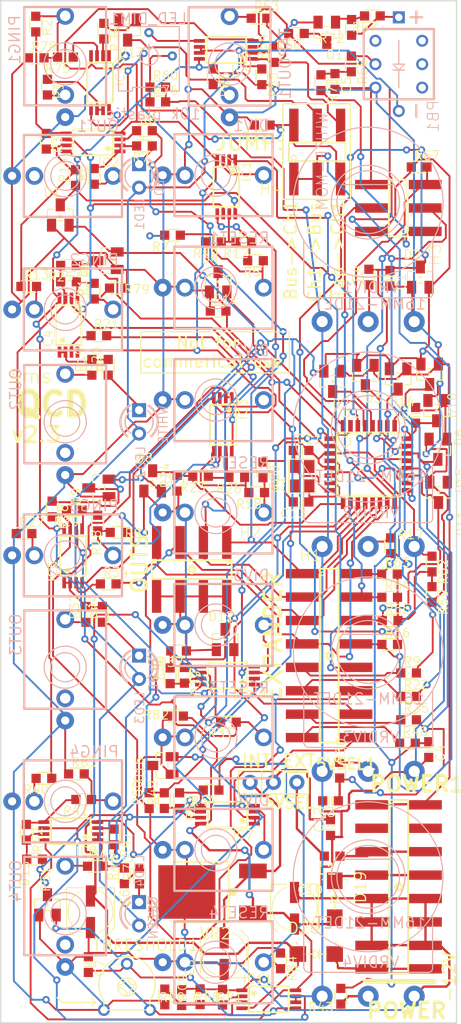
<source format=kicad_pcb>
(kicad_pcb (version 20171130) (host pcbnew "(6.0.0-rc1-dev-1542-gf9f87b3ff-dirty)")
  (layers (0 Top signal hide) (31 Bottom signal hide) (35 F.Paste user) (36 B.SilkS user hide) (37 F.SilkS user) (38 B.Mask user hide) (39 F.Mask user) (44 Edge.Cuts user))
  (net 0 "")
  (net 1 GND)
  (net 2 +12V)
  (net 3 -12V)
  (net 4 +5V)
  (net 5 +VREF)
  (net 6 "Net-(PING1-Pad3)")
  (net 7 /CLKIN1-SIG)
  (net 8 "Net-(DIV1-Pad1)")
  (net 9 "Net-(R5-Pad1)")
  (net 10 "Net-(OUT1-Pad3)")
  (net 11 "Net-(OUT1-Pad1)")
  (net 12 /CLKIN1-SW)
  (net 13 "Net-(IC2-Pad5)")
  (net 14 /PING1)
  (net 15 /UDIVCV1)
  (net 16 "Net-(R4-Pad1)")
  (net 17 "Net-(IC1-Pad5)")
  (net 18 "Net-(IC2-Pad1)")
  (net 19 "Net-(LED1-PadA)")
  (net 20 /UOUT1)
  (net 21 "Net-(IC2-Pad3)")
  (net 22 /DIV1_B)
  (net 23 /URST1)
  (net 24 "Net-(IC1-Pad7)")
  (net 25 /LED_BIAS)
  (net 26 /VTHRESH)
  (net 27 /DIV1_A)
  (net 28 /UPING1)
  (net 29 /UPW1)
  (net 30 "Net-(PING2-Pad3)")
  (net 31 "Net-(PING2-Pad1)")
  (net 32 "Net-(DIV2-Pad1)")
  (net 33 "Net-(R18-Pad1)")
  (net 34 "Net-(OUT2-Pad3)")
  (net 35 "Net-(OUT2-Pad1)")
  (net 36 "Net-(IC4-Pad5)")
  (net 37 /PING2)
  (net 38 /UDIVCV2)
  (net 39 "Net-(R17-Pad1)")
  (net 40 "Net-(IC3-Pad5)")
  (net 41 "Net-(IC4-Pad1)")
  (net 42 "Net-(LED2-PadA)")
  (net 43 /UOUT2)
  (net 44 "Net-(IC4-Pad3)")
  (net 45 /DIV2_B)
  (net 46 /URST2)
  (net 47 "Net-(IC3-Pad7)")
  (net 48 /DIV2_A)
  (net 49 /UPING2)
  (net 50 /UPW2)
  (net 51 /DIV4_B)
  (net 52 /DIV4_A)
  (net 53 /DIV3_B)
  (net 54 /DIV3_A)
  (net 55 /UOUT4)
  (net 56 /UPW4)
  (net 57 /UOUT3)
  (net 58 /UPW3)
  (net 59 "Net-(PING3-Pad3)")
  (net 60 "Net-(PING3-Pad1)")
  (net 61 "Net-(DIV3-Pad1)")
  (net 62 "Net-(R31-Pad1)")
  (net 63 "Net-(OUT3-Pad3)")
  (net 64 "Net-(OUT3-Pad1)")
  (net 65 "Net-(IC6-Pad5)")
  (net 66 /PING3)
  (net 67 /UDIVCV3)
  (net 68 "Net-(R30-Pad1)")
  (net 69 "Net-(IC5-Pad5)")
  (net 70 "Net-(IC6-Pad1)")
  (net 71 "Net-(LED3-PadA)")
  (net 72 "Net-(IC6-Pad3)")
  (net 73 /URST3)
  (net 74 "Net-(IC5-Pad7)")
  (net 75 /UPING3)
  (net 76 "Net-(PING4-Pad3)")
  (net 77 "Net-(PING4-Pad1)")
  (net 78 "Net-(DIV4-Pad1)")
  (net 79 "Net-(R44-Pad1)")
  (net 80 "Net-(OUT4-Pad3)")
  (net 81 "Net-(OUT4-Pad1)")
  (net 82 "Net-(IC8-Pad5)")
  (net 83 "Net-(IC8-Pad7)")
  (net 84 /UDIVCV4)
  (net 85 "Net-(R43-Pad1)")
  (net 86 "Net-(IC7-Pad5)")
  (net 87 "Net-(IC8-Pad1)")
  (net 88 "Net-(R46-Pad1)")
  (net 89 "Net-(IC8-Pad3)")
  (net 90 /URST4)
  (net 91 "Net-(IC7-Pad7)")
  (net 92 "Net-(LED4-PadA)")
  (net 93 /UPING4)
  (net 94 "Net-(R53-Pad1)")
  (net 95 /TAPOUT)
  (net 96 "Net-(IC9-Pad5)")
  (net 97 /UTAPOUT)
  (net 98 "Net-(IC9-Pad2)")
  (net 99 "Net-(Q1-Pad3)")
  (net 100 "Net-(Q1-Pad1)")
  (net 101 "Net-(PB1-PadP$7)")
  (net 102 "Net-(PB1-PadP$5)")
  (net 103 "Net-(PB1-PadP$4)")
  (net 104 "Net-(PB1-PadP$3)")
  (net 105 "Net-(PB1-PadP$2)")
  (net 106 "Net-(PB1-PadP$1)")
  (net 107 "Net-(C5-Pad1)")
  (net 108 "Net-(L1-Pad1)")
  (net 109 "Net-(D20-PadK)")
  (net 110 "Net-(D19-PadA)")
  (net 111 "Net-(H4-Pad1)")
  (net 112 "Net-(H4-Pad2)")
  (net 113 "Net-(IC10-Pad3)")
  (net 114 "Net-(IC10-Pad1)")
  (net 115 "Net-(C7-Pad2)")
  (net 116 "Net-(R59-Pad1)")
  (net 117 "Net-(C9-Pad2)")
  (net 118 "Net-(H3-Pad5)")
  (net 119 /UTAP)
  (net 120 "Net-(C11-Pad1)")
  (net 121 "Net-(C13-Pad1)")
  (net 122 "Net-(D17-Pad3)")
  (net 123 "Net-(D17-Pad1)")
  (net 124 "Net-(D17-Pad2)")
  (net 125 "Net-(TAPOUT1-Pad3)")
  (net 126 "Net-(LED_DIM1-Pad1)")
  (net 127 "Net-(5VSEL1-PadP$1)")
  (net 128 "Net-(5VSEL1-PadP$3)")
  (net 129 "Net-(POWER1-Pad3)")
  (net 130 "Net-(POWER1-Pad4)")
  (module qcd-23:PJ301M-12-FIX (layer Bottom) (at 130.7465 56.4261 270)
    (fp_text reference PING1 (at 0.1905 6.1849 90) (layer B.SilkS) (effects (font (size 1.2065 1.2065) (thickness 0.14478)) (justify right top mirror)))
    (fp_text value JACK-MONO-SWM2)
    (pad 3 thru_hole circle (at 3.3528 0 270) (size 1.9304 1.9304) (drill 1.143) (layers *.Cu *.Mask) (net 6 "Net-(PING1-Pad3)"))
    (pad 2 thru_hole circle (at 5.7658 0 270) (size 1.9304 1.9304) (drill 0.889) (layers *.Cu *.Mask) (net 1 GND))
    (pad 1 thru_hole circle (at -5.207 0 270) (size 1.9304 1.9304) (drill 1.143) (layers *.Cu *.Mask) (net 7 /CLKIN1-SIG))
  )
  (module qcd-23:PJ301M-12-FIX (layer Bottom) (at 147.1041 68.4911 180)
    (fp_text reference DIV1 (at -5.9436 4.6736 180) (layer B.SilkS) (effects (font (size 1.2065 1.2065) (thickness 0.1524)) (justify left bottom mirror)))
    (fp_text value JACK-MONO-SWM2)
    (pad 3 thru_hole circle (at 3.3528 0 180) (size 1.9304 1.9304) (drill 1.143) (layers *.Cu *.Mask) (net 1 GND))
    (pad 2 thru_hole circle (at 5.7658 0 180) (size 1.9304 1.9304) (drill 0.889) (layers *.Cu *.Mask) (net 1 GND))
    (pad 1 thru_hole circle (at -5.207 0 180) (size 1.9304 1.9304) (drill 1.143) (layers *.Cu *.Mask) (net 8 "Net-(DIV1-Pad1)"))
  )
  (module qcd-23:PJ301M-12-FIX (layer Bottom) (at 147.1041 80.6831 180)
    (fp_text reference RESET1 (at -5.9436 4.6736 180) (layer B.SilkS) (effects (font (size 1.2065 1.2065) (thickness 0.1524)) (justify left bottom mirror)))
    (fp_text value JACK-MONO-SWM2)
    (pad 3 thru_hole circle (at 3.3528 0 180) (size 1.9304 1.9304) (drill 1.143) (layers *.Cu *.Mask) (net 1 GND))
    (pad 2 thru_hole circle (at 5.7658 0 180) (size 1.9304 1.9304) (drill 0.889) (layers *.Cu *.Mask) (net 1 GND))
    (pad 1 thru_hole circle (at -5.207 0 180) (size 1.9304 1.9304) (drill 1.143) (layers *.Cu *.Mask) (net 9 "Net-(R5-Pad1)"))
  )
  (module qcd-23:PJ301M-12-FIX (layer Bottom) (at 130.7465 68.5673 180)
    (fp_text reference OUT1 (at -5.9436 4.6736 180) (layer B.SilkS) (effects (font (size 1.2065 1.2065) (thickness 0.1524)) (justify left bottom mirror)))
    (fp_text value JACK-MONO-SWM2)
    (pad 3 thru_hole circle (at 3.3528 0 180) (size 1.9304 1.9304) (drill 1.143) (layers *.Cu *.Mask) (net 10 "Net-(OUT1-Pad3)"))
    (pad 2 thru_hole circle (at 5.7658 0 180) (size 1.9304 1.9304) (drill 0.889) (layers *.Cu *.Mask) (net 1 GND))
    (pad 1 thru_hole circle (at -5.207 0 180) (size 1.9304 1.9304) (drill 1.143) (layers *.Cu *.Mask) (net 11 "Net-(OUT1-Pad1)"))
  )
  (module qcd-23:R0603 (layer Top) (at 128.8161 58.9407 270)
    (fp_text reference R1 (at -0.635 -0.685 90) (layer F.SilkS) (effects (font (size 0.9652 0.9652) (thickness 0.115824)) (justify right top)))
    (fp_text value 10k)
    (pad 2 smd rect (at 0.85 0 270) (size 1 1) (layers Top F.Paste F.Mask) (net 6 "Net-(PING1-Pad3)"))
    (pad 1 smd rect (at -0.85 0 270) (size 1 1) (layers Top F.Paste F.Mask) (net 12 /CLKIN1-SW))
  )
  (module qcd-23:R0603 (layer Top) (at 146.8501 75.7301 180)
    (fp_text reference R10 (at -0.635 -0.685) (layer F.SilkS) (effects (font (size 0.9652 0.9652) (thickness 0.115824)) (justify right top)))
    (fp_text value 10k)
    (pad 2 smd rect (at 0.85 0 180) (size 1 1) (layers Top F.Paste F.Mask) (net 23 /URST1))
    (pad 1 smd rect (at -0.85 0 180) (size 1 1) (layers Top F.Paste F.Mask) (net 24 "Net-(IC1-Pad7)"))
  )
  (module qcd-23:R0603 (layer Top) (at 147.3581 83.2231)
    (fp_text reference R11 (at -0.635 -0.685) (layer F.SilkS) (effects (font (size 0.9652 0.9652) (thickness 0.115824)) (justify left bottom)))
    (fp_text value 1M)
    (pad 2 smd rect (at 0.85 0) (size 1 1) (layers Top F.Paste F.Mask) (net 23 /URST1))
    (pad 1 smd rect (at -0.85 0) (size 1 1) (layers Top F.Paste F.Mask) (net 1 GND))
  )
  (module qcd-23:R0603 (layer Top) (at 127.5461 52.1081 270)
    (fp_text reference R2 (at -0.635 -0.685 90) (layer F.SilkS) (effects (font (size 0.9652 0.9652) (thickness 0.115824)) (justify right top)))
    (fp_text value 1k)
    (pad 2 smd rect (at 0.85 0 270) (size 1 1) (layers Top F.Paste F.Mask) (net 13 "Net-(IC2-Pad5)"))
    (pad 1 smd rect (at -0.85 0 270) (size 1 1) (layers Top F.Paste F.Mask) (net 7 /CLKIN1-SIG))
  )
  (module qcd-23:R0603 (layer Top) (at 128.6891 64.8081 270)
    (fp_text reference R3 (at -0.635 -0.685 90) (layer F.SilkS) (effects (font (size 0.9652 0.9652) (thickness 0.115824)) (justify right top)))
    (fp_text value 1M)
    (pad 2 smd rect (at 0.85 0 270) (size 1 1) (layers Top F.Paste F.Mask) (net 14 /PING1))
    (pad 1 smd rect (at -0.85 0 270) (size 1 1) (layers Top F.Paste F.Mask) (net 13 "Net-(IC2-Pad5)"))
  )
  (module qcd-23:R0603 (layer Top) (at 163.7411 79.5401 90)
    (fp_text reference R4 (at -0.635 -0.685 90) (layer F.SilkS) (effects (font (size 0.9652 0.9652) (thickness 0.115824)) (justify left bottom)))
    (fp_text value 220k)
    (pad 2 smd rect (at 0.85 0 90) (size 1 1) (layers Top F.Paste F.Mask) (net 15 /UDIVCV1))
    (pad 1 smd rect (at -0.85 0 90) (size 1 1) (layers Top F.Paste F.Mask) (net 16 "Net-(R4-Pad1)"))
  )
  (module qcd-23:R0603 (layer Top) (at 151.4221 77.7621 180)
    (fp_text reference R5 (at -0.635 -0.685) (layer F.SilkS) (effects (font (size 0.9652 0.9652) (thickness 0.115824)) (justify right top)))
    (fp_text value 1k)
    (pad 2 smd rect (at 0.85 0 180) (size 1 1) (layers Top F.Paste F.Mask) (net 17 "Net-(IC1-Pad5)"))
    (pad 1 smd rect (at -0.85 0 180) (size 1 1) (layers Top F.Paste F.Mask) (net 9 "Net-(R5-Pad1)"))
  )
  (module qcd-23:R0603 (layer Top) (at 133.8961 68.6181 90)
    (fp_text reference R6 (at -0.635 -0.685 90) (layer F.SilkS) (effects (font (size 0.9652 0.9652) (thickness 0.115824)) (justify left bottom)))
    (fp_text value 1k)
    (pad 2 smd rect (at 0.85 0 90) (size 1 1) (layers Top F.Paste F.Mask) (net 18 "Net-(IC2-Pad1)"))
    (pad 1 smd rect (at -0.85 0 90) (size 1 1) (layers Top F.Paste F.Mask) (net 11 "Net-(OUT1-Pad1)"))
  )
  (module qcd-23:R0603 (layer Top) (at 139.3571 65.3161 180)
    (fp_text reference R7 (at -0.635 -0.685) (layer F.SilkS) (effects (font (size 0.9652 0.9652) (thickness 0.115824)) (justify right top)))
    (fp_text value 10k)
    (pad 2 smd rect (at 0.85 0 180) (size 1 1) (layers Top F.Paste F.Mask) (net 18 "Net-(IC2-Pad1)"))
    (pad 1 smd rect (at -0.85 0 180) (size 1 1) (layers Top F.Paste F.Mask) (net 19 "Net-(LED1-PadA)"))
  )
  (module qcd-23:R0603 (layer Top) (at 139.3571 63.6651)
    (fp_text reference R8 (at -0.635 -0.685) (layer F.SilkS) (effects (font (size 0.9652 0.9652) (thickness 0.115824)) (justify left bottom)))
    (fp_text value 10k)
    (pad 2 smd rect (at 0.85 0) (size 1 1) (layers Top F.Paste F.Mask) (net 20 /UOUT1))
    (pad 1 smd rect (at -0.85 0) (size 1 1) (layers Top F.Paste F.Mask) (net 21 "Net-(IC2-Pad3)"))
  )
  (module qcd-23:R0603 (layer Top) (at 168.0591 122.4661)
    (fp_text reference R9 (at -0.635 -0.685) (layer F.SilkS) (effects (font (size 0.9652 0.9652) (thickness 0.115824)) (justify left bottom)))
    (fp_text value 220k)
    (pad 2 smd rect (at 0.85 0) (size 1 1) (layers Top F.Paste F.Mask) (net 15 /UDIVCV1))
    (pad 1 smd rect (at -0.85 0) (size 1 1) (layers Top F.Paste F.Mask) (net 22 /DIV1_B))
  )
  (module qcd-23:16MM-RV16AF-4A (layer Bottom) (at 163.6649 71.4121 180)
    (fp_text reference VRDIV1 (at 2.913 -8.551) (layer B.SilkS) (effects (font (size 1.2065 1.2065) (thickness 0.14478)) (justify right top mirror)))
    (fp_text value 16MM-21DET (at 5.8848 -10.3296) (layer B.SilkS) (effects (font (size 1.2065 1.2065) (thickness 0.14478)) (justify right top mirror)))
    (pad 3 thru_hole circle (at 5 -12.954 90) (size 2.286 2.286) (drill 1.2) (layers *.Cu *.Mask) (net 5 +VREF))
    (pad 2 thru_hole circle (at 0 -12.954 90) (size 2.286 2.286) (drill 1.2) (layers *.Cu *.Mask) (net 16 "Net-(R4-Pad1)"))
    (pad 1 thru_hole circle (at -5 -12.954 90) (size 2.286 2.286) (drill 1.2) (layers *.Cu *.Mask) (net 1 GND))
  )
  (module qcd-23:LED-T1 (layer Bottom) (at 138.7729 68.5673 270)
    (fp_text reference LED1 (at 5.9817 0.4953 90) (layer B.SilkS) (effects (font (size 0.9652 0.9652) (thickness 0.115824)) (justify right top mirror)))
    (fp_text value RED (at 2.286 -1.651 90) (layer B.SilkS) (effects (font (size 0.9652 0.9652) (thickness 0.115824)) (justify right top mirror)))
    (pad K thru_hole circle (at 1.27 0 270) (size 1.524 1.524) (drill 0.889) (layers *.Cu *.Mask) (net 25 /LED_BIAS))
    (pad A thru_hole rect (at -1.27 0 270) (size 1.524 1.524) (drill 0.889) (layers *.Cu *.Mask) (net 19 "Net-(LED1-PadA)"))
  )
  (module qcd-23:TSSOP8 (layer Top) (at 148.2471 69.7611 180)
    (fp_text reference IC1 (at -1.625 2.925 90) (layer F.SilkS) (effects (font (size 0.9652 0.9652) (thickness 0.115824)) (justify right top)))
    (fp_text value TL072)
    (pad 8 smd rect (at -0.975 -2.925 180) (size 0.4 1.2) (layers Top F.Paste F.Mask) (net 2 +12V))
    (pad 7 smd roundrect (at -0.325 -2.925 180) (size 0.4 1.2) (layers Top F.Paste F.Mask) (roundrect_rratio 0.07000000000000001) (net 24 "Net-(IC1-Pad7)"))
    (pad 6 smd rect (at 0.325 -2.925 180) (size 0.4 1.2) (layers Top F.Paste F.Mask) (net 26 /VTHRESH))
    (pad 5 smd rect (at 0.975 -2.925 180) (size 0.4 1.2) (layers Top F.Paste F.Mask) (net 17 "Net-(IC1-Pad5)"))
    (pad 4 smd rect (at 0.975 2.925 180) (size 0.4 1.2) (layers Top F.Paste F.Mask) (net 3 -12V))
    (pad 3 smd rect (at 0.325 2.925 180) (size 0.4 1.2) (layers Top F.Paste F.Mask) (net 8 "Net-(DIV1-Pad1)"))
    (pad 2 smd rect (at -0.325 2.925 180) (size 0.4 1.2) (layers Top F.Paste F.Mask) (net 27 /DIV1_A))
    (pad 1 smd rect (at -0.975 2.925 180) (size 0.4 1.2) (layers Top F.Paste F.Mask) (net 27 /DIV1_A))
  )
  (module qcd-23:TSSOP8 (layer Top) (at 133.7691 64.9351 90)
    (fp_text reference IC2 (at -1.625 2.925) (layer F.SilkS) (effects (font (size 0.9652 0.9652) (thickness 0.115824)) (justify right top)))
    (fp_text value TL072)
    (pad 8 smd rect (at -0.975 -2.925 90) (size 0.4 1.2) (layers Top F.Paste F.Mask) (net 2 +12V))
    (pad 7 smd roundrect (at -0.325 -2.925 90) (size 0.4 1.2) (layers Top F.Paste F.Mask) (roundrect_rratio 0.07000000000000001) (net 14 /PING1))
    (pad 6 smd rect (at 0.325 -2.925 90) (size 0.4 1.2) (layers Top F.Paste F.Mask) (net 26 /VTHRESH))
    (pad 5 smd rect (at 0.975 -2.925 90) (size 0.4 1.2) (layers Top F.Paste F.Mask) (net 13 "Net-(IC2-Pad5)"))
    (pad 4 smd rect (at 0.975 2.925 90) (size 0.4 1.2) (layers Top F.Paste F.Mask) (net 3 -12V))
    (pad 3 smd rect (at 0.325 2.925 90) (size 0.4 1.2) (layers Top F.Paste F.Mask) (net 21 "Net-(IC2-Pad3)"))
    (pad 2 smd rect (at -0.325 2.925 90) (size 0.4 1.2) (layers Top F.Paste F.Mask) (net 18 "Net-(IC2-Pad1)"))
    (pad 1 smd rect (at -0.975 2.925 90) (size 0.4 1.2) (layers Top F.Paste F.Mask) (net 18 "Net-(IC2-Pad1)"))
  )
  (module qcd-23:SOT23 (layer Top) (at 130.2131 72.8091)
    (fp_text reference D1 (at -1.905 -1.905) (layer F.SilkS) (effects (font (size 0.9652 0.9652) (thickness 0.115824)) (justify left bottom)))
    (fp_text value BAT54S hide)
    (pad 1 smd rect (at -0.95 1.1) (size 1 1.4) (layers Top F.Paste F.Mask) (net 1 GND))
    (pad 2 smd rect (at 0.95 1.1) (size 1 1.4) (layers Top F.Paste F.Mask) (net 4 +5V))
    (pad 3 smd rect (at 0 -1.1) (size 1 1.4) (layers Top F.Paste F.Mask) (net 28 /UPING1))
  )
  (module qcd-23:R0603 (layer Top) (at 131.8641 68.7451 90)
    (fp_text reference R14 (at -0.635 -0.685 90) (layer F.SilkS) (effects (font (size 0.9652 0.9652) (thickness 0.115824)) (justify left bottom)))
    (fp_text value 10k)
    (pad 2 smd rect (at 0.85 0 90) (size 1 1) (layers Top F.Paste F.Mask) (net 14 /PING1))
    (pad 1 smd rect (at -0.85 0 90) (size 1 1) (layers Top F.Paste F.Mask) (net 28 /UPING1))
  )
  (module qcd-23:C0603 (layer Top) (at 166.0271 79.6671 270)
    (fp_text reference C1 (at -0.635 -0.685 90) (layer F.SilkS) (effects (font (size 0.9652 0.9652) (thickness 0.115824)) (justify right top)))
    (fp_text value 10nF)
    (pad 2 smd rect (at 0.85 0 270) (size 1 1) (layers Top F.Paste F.Mask) (net 1 GND))
    (pad 1 smd rect (at -0.85 0 270) (size 1 1) (layers Top F.Paste F.Mask) (net 15 /UDIVCV1))
  )
  (module qcd-23:SOT23 (layer Top) (at 169.3291 79.5401)
    (fp_text reference D2 (at -1.905 -1.905) (layer F.SilkS) (effects (font (size 0.9652 0.9652) (thickness 0.115824)) (justify left bottom)))
    (fp_text value BAT54S hide)
    (pad 1 smd rect (at -0.95 1.1) (size 1 1.4) (layers Top F.Paste F.Mask) (net 1 GND))
    (pad 2 smd rect (at 0.95 1.1) (size 1 1.4) (layers Top F.Paste F.Mask) (net 4 +5V))
    (pad 3 smd rect (at 0 -1.1) (size 1 1.4) (layers Top F.Paste F.Mask) (net 15 /UDIVCV1))
  )
  (module qcd-23:SOT23 (layer Top) (at 163.3601 90.2081 180)
    (fp_text reference D3 (at -1.905 -1.905) (layer F.SilkS) (effects (font (size 0.9652 0.9652) (thickness 0.115824)) (justify right top)))
    (fp_text value BAT54S hide)
    (pad 1 smd rect (at -0.95 1.1 180) (size 1 1.4) (layers Top F.Paste F.Mask) (net 1 GND))
    (pad 2 smd rect (at 0.95 1.1 180) (size 1 1.4) (layers Top F.Paste F.Mask) (net 4 +5V))
    (pad 3 smd rect (at 0 -1.1 180) (size 1 1.4) (layers Top F.Paste F.Mask) (net 29 /UPW1))
  )
  (module qcd-23:SOT23 (layer Top) (at 147.3581 80.0481)
    (fp_text reference D4 (at -1.905 -1.905) (layer F.SilkS) (effects (font (size 0.9652 0.9652) (thickness 0.115824)) (justify left bottom)))
    (fp_text value BAT54S hide)
    (pad 1 smd rect (at -0.95 1.1) (size 1 1.4) (layers Top F.Paste F.Mask) (net 1 GND))
    (pad 2 smd rect (at 0.95 1.1) (size 1 1.4) (layers Top F.Paste F.Mask) (net 4 +5V))
    (pad 3 smd rect (at 0 -1.1) (size 1 1.4) (layers Top F.Paste F.Mask) (net 23 /URST1))
  )
  (module qcd-23:R0603 (layer Top) (at 150.1521 75.7301 180)
    (fp_text reference R12 (at -0.635 -0.685) (layer F.SilkS) (effects (font (size 0.9652 0.9652) (thickness 0.115824)) (justify right top)))
    (fp_text value 1M)
    (pad 2 smd rect (at 0.85 0 180) (size 1 1) (layers Top F.Paste F.Mask) (net 24 "Net-(IC1-Pad7)"))
    (pad 1 smd rect (at -0.85 0 180) (size 1 1) (layers Top F.Paste F.Mask) (net 17 "Net-(IC1-Pad5)"))
  )
  (module qcd-23:PJ301M-12-FIX (layer Bottom) (at 130.7465 83.0453 180)
    (fp_text reference PING2 (at -5.9436 4.6736 180) (layer B.SilkS) (effects (font (size 1.2065 1.2065) (thickness 0.1524)) (justify left bottom mirror)))
    (fp_text value JACK-MONO-SWM2)
    (pad 3 thru_hole circle (at 3.3528 0 180) (size 1.9304 1.9304) (drill 1.143) (layers *.Cu *.Mask) (net 30 "Net-(PING2-Pad3)"))
    (pad 2 thru_hole circle (at 5.7658 0 180) (size 1.9304 1.9304) (drill 0.889) (layers *.Cu *.Mask) (net 1 GND))
    (pad 1 thru_hole circle (at -5.207 0 180) (size 1.9304 1.9304) (drill 1.143) (layers *.Cu *.Mask) (net 31 "Net-(PING2-Pad1)"))
  )
  (module qcd-23:PJ301M-12-FIX (layer Bottom) (at 147.1041 92.8751 180)
    (fp_text reference DIV2 (at -5.9436 4.6736 180) (layer B.SilkS) (effects (font (size 1.2065 1.2065) (thickness 0.1524)) (justify left bottom mirror)))
    (fp_text value JACK-MONO-SWM2)
    (pad 3 thru_hole circle (at 3.3528 0 180) (size 1.9304 1.9304) (drill 1.143) (layers *.Cu *.Mask) (net 1 GND))
    (pad 2 thru_hole circle (at 5.7658 0 180) (size 1.9304 1.9304) (drill 0.889) (layers *.Cu *.Mask) (net 1 GND))
    (pad 1 thru_hole circle (at -5.207 0 180) (size 1.9304 1.9304) (drill 1.143) (layers *.Cu *.Mask) (net 32 "Net-(DIV2-Pad1)"))
  )
  (module qcd-23:PJ301M-12-FIX (layer Bottom) (at 147.1041 105.0671 180)
    (fp_text reference RESET2 (at -5.9436 4.6736 180) (layer B.SilkS) (effects (font (size 1.2065 1.2065) (thickness 0.1524)) (justify left bottom mirror)))
    (fp_text value JACK-MONO-SWM2)
    (pad 3 thru_hole circle (at 3.3528 0 180) (size 1.9304 1.9304) (drill 1.143) (layers *.Cu *.Mask) (net 1 GND))
    (pad 2 thru_hole circle (at 5.7658 0 180) (size 1.9304 1.9304) (drill 0.889) (layers *.Cu *.Mask) (net 1 GND))
    (pad 1 thru_hole circle (at -5.207 0 180) (size 1.9304 1.9304) (drill 1.143) (layers *.Cu *.Mask) (net 33 "Net-(R18-Pad1)"))
  )
  (module qcd-23:PJ301M-12-FIX (layer Bottom) (at 130.7465 95.2373 270)
    (fp_text reference OUT2 (at -5.9436 4.6736 270) (layer B.SilkS) (effects (font (size 1.2065 1.2065) (thickness 0.1524)) (justify left bottom mirror)))
    (fp_text value JACK-MONO-SWM2)
    (pad 3 thru_hole circle (at 3.3528 0 270) (size 1.9304 1.9304) (drill 1.143) (layers *.Cu *.Mask) (net 34 "Net-(OUT2-Pad3)"))
    (pad 2 thru_hole circle (at 5.7658 0 270) (size 1.9304 1.9304) (drill 0.889) (layers *.Cu *.Mask) (net 1 GND))
    (pad 1 thru_hole circle (at -5.207 0 270) (size 1.9304 1.9304) (drill 1.143) (layers *.Cu *.Mask) (net 35 "Net-(OUT2-Pad1)"))
  )
  (module qcd-23:R0603 (layer Top) (at 126.7841 80.5561)
    (fp_text reference R13 (at -0.635 -0.685) (layer F.SilkS) (effects (font (size 0.9652 0.9652) (thickness 0.115824)) (justify left bottom)))
    (fp_text value 10k)
    (pad 2 smd rect (at 0.85 0) (size 1 1) (layers Top F.Paste F.Mask) (net 30 "Net-(PING2-Pad3)"))
    (pad 1 smd rect (at -0.85 0) (size 1 1) (layers Top F.Paste F.Mask) (net 14 /PING1))
  )
  (module qcd-23:R0603 (layer Top) (at 133.8961 81.0641 90)
    (fp_text reference R15 (at -0.635 -0.685 90) (layer F.SilkS) (effects (font (size 0.9652 0.9652) (thickness 0.115824)) (justify left bottom)))
    (fp_text value 1k)
    (pad 2 smd rect (at 0.85 0 90) (size 1 1) (layers Top F.Paste F.Mask) (net 36 "Net-(IC4-Pad5)"))
    (pad 1 smd rect (at -0.85 0 90) (size 1 1) (layers Top F.Paste F.Mask) (net 31 "Net-(PING2-Pad1)"))
  )
  (module qcd-23:R0603 (layer Top) (at 131.1021 80.0481 180)
    (fp_text reference R16 (at -0.635 -0.685 90) (layer F.SilkS) (effects (font (size 0.9652 0.9652) (thickness 0.115824)) (justify right top)))
    (fp_text value 1M)
    (pad 2 smd rect (at 0.85 0 180) (size 1 1) (layers Top F.Paste F.Mask) (net 37 /PING2))
    (pad 1 smd rect (at -0.85 0 180) (size 1 1) (layers Top F.Paste F.Mask) (net 36 "Net-(IC4-Pad5)"))
  )
  (module qcd-23:R0603 (layer Top) (at 166.1033 108.6739 270)
    (fp_text reference R17 (at -0.635 -0.685) (layer F.SilkS) (effects (font (size 0.9652 0.9652) (thickness 0.115824)) (justify left bottom)))
    (fp_text value 220k)
    (pad 2 smd rect (at 0.85 0 270) (size 1 1) (layers Top F.Paste F.Mask) (net 38 /UDIVCV2))
    (pad 1 smd rect (at -0.85 0 270) (size 1 1) (layers Top F.Paste F.Mask) (net 39 "Net-(R17-Pad1)"))
  )
  (module qcd-23:R0603 (layer Top) (at 151.5491 102.9081 180)
    (fp_text reference R18 (at -0.635 -0.685) (layer F.SilkS) (effects (font (size 0.9652 0.9652) (thickness 0.115824)) (justify right top)))
    (fp_text value 1k)
    (pad 2 smd rect (at 0.85 0 180) (size 1 1) (layers Top F.Paste F.Mask) (net 40 "Net-(IC3-Pad5)"))
    (pad 1 smd rect (at -0.85 0 180) (size 1 1) (layers Top F.Paste F.Mask) (net 33 "Net-(R18-Pad1)"))
  )
  (module qcd-23:R0603 (layer Top) (at 133.6421 89.3191 90)
    (fp_text reference R19 (at -0.635 -0.685 90) (layer F.SilkS) (effects (font (size 0.9652 0.9652) (thickness 0.115824)) (justify left bottom)))
    (fp_text value 1k)
    (pad 2 smd rect (at 0.85 0 90) (size 1 1) (layers Top F.Paste F.Mask) (net 41 "Net-(IC4-Pad1)"))
    (pad 1 smd rect (at -0.85 0 90) (size 1 1) (layers Top F.Paste F.Mask) (net 35 "Net-(OUT2-Pad1)"))
  )
  (module qcd-23:R0603 (layer Top) (at 135.4201 89.3191 90)
    (fp_text reference R20 (at -0.635 -0.685 90) (layer F.SilkS) (effects (font (size 0.9652 0.9652) (thickness 0.115824)) (justify left bottom)))
    (fp_text value 10k)
    (pad 2 smd rect (at 0.85 0 90) (size 1 1) (layers Top F.Paste F.Mask) (net 41 "Net-(IC4-Pad1)"))
    (pad 1 smd rect (at -0.85 0 90) (size 1 1) (layers Top F.Paste F.Mask) (net 42 "Net-(LED2-PadA)"))
  )
  (module qcd-23:R0603 (layer Top) (at 134.4041 85.8901)
    (fp_text reference R21 (at -0.635 -0.685) (layer F.SilkS) (effects (font (size 0.9652 0.9652) (thickness 0.115824)) (justify left bottom)))
    (fp_text value 10k)
    (pad 2 smd rect (at 0.85 0) (size 1 1) (layers Top F.Paste F.Mask) (net 43 /UOUT2))
    (pad 1 smd rect (at -0.85 0) (size 1 1) (layers Top F.Paste F.Mask) (net 44 "Net-(IC4-Pad3)"))
  )
  (module qcd-23:R0603 (layer Top) (at 168.0591 125.0061)
    (fp_text reference R22 (at -0.635 -0.685) (layer F.SilkS) (effects (font (size 0.9652 0.9652) (thickness 0.115824)) (justify left bottom)))
    (fp_text value 220k)
    (pad 2 smd rect (at 0.85 0) (size 1 1) (layers Top F.Paste F.Mask) (net 38 /UDIVCV2))
    (pad 1 smd rect (at -0.85 0) (size 1 1) (layers Top F.Paste F.Mask) (net 45 /DIV2_B))
  )
  (module qcd-23:R0603 (layer Top) (at 145.4531 101.1301 180)
    (fp_text reference R23 (at -0.635 -0.685) (layer F.SilkS) (effects (font (size 0.9652 0.9652) (thickness 0.115824)) (justify right top)))
    (fp_text value 10k)
    (pad 2 smd rect (at 0.85 0 180) (size 1 1) (layers Top F.Paste F.Mask) (net 46 /URST2))
    (pad 1 smd rect (at -0.85 0 180) (size 1 1) (layers Top F.Paste F.Mask) (net 47 "Net-(IC3-Pad7)"))
  )
  (module qcd-23:R0603 (layer Top) (at 142.9131 101.8921 90)
    (fp_text reference R24 (at -0.635 -0.685 90) (layer F.SilkS) (effects (font (size 0.9652 0.9652) (thickness 0.115824)) (justify left bottom)))
    (fp_text value 1M)
    (pad 2 smd rect (at 0.85 0 90) (size 1 1) (layers Top F.Paste F.Mask) (net 46 /URST2))
    (pad 1 smd rect (at -0.85 0 90) (size 1 1) (layers Top F.Paste F.Mask) (net 1 GND))
  )
  (module qcd-23:16MM-RV16AF-4A (layer Bottom) (at 163.6649 95.7961 180)
    (fp_text reference VRDIV2 (at 2.913 -8.551) (layer B.SilkS) (effects (font (size 1.2065 1.2065) (thickness 0.14478)) (justify right top mirror)))
    (fp_text value 16MM-21DET (at 5.8086 -4.64) (layer B.SilkS) (effects (font (size 1.2065 1.2065) (thickness 0.14478)) (justify right top mirror)))
    (pad 3 thru_hole circle (at 5 -12.954 90) (size 2.286 2.286) (drill 1.2) (layers *.Cu *.Mask) (net 5 +VREF))
    (pad 2 thru_hole circle (at 0 -12.954 90) (size 2.286 2.286) (drill 1.2) (layers *.Cu *.Mask) (net 39 "Net-(R17-Pad1)"))
    (pad 1 thru_hole circle (at -5 -12.954 90) (size 2.286 2.286) (drill 1.2) (layers *.Cu *.Mask) (net 1 GND))
  )
  (module qcd-23:LED-T1 (layer Bottom) (at 138.7729 95.2373 270)
    (fp_text reference LED2 (at 6.2357 0.3937 90) (layer B.SilkS) (effects (font (size 0.9652 0.9652) (thickness 0.115824)) (justify right top mirror)))
    (fp_text value WHITE (at 2.4384 -2.0574 90) (layer B.SilkS) (effects (font (size 0.9652 0.9652) (thickness 0.115824)) (justify right top mirror)))
    (pad K thru_hole circle (at 1.27 0 270) (size 1.524 1.524) (drill 0.889) (layers *.Cu *.Mask) (net 25 /LED_BIAS))
    (pad A thru_hole rect (at -1.27 0 270) (size 1.524 1.524) (drill 0.889) (layers *.Cu *.Mask) (net 42 "Net-(LED2-PadA)"))
  )
  (module qcd-23:TSSOP8 (layer Top) (at 147.8661 95.5421 180)
    (fp_text reference IC3 (at -1.625 2.925 90) (layer F.SilkS) (effects (font (size 0.9652 0.9652) (thickness 0.115824)) (justify right top)))
    (fp_text value TL072)
    (pad 8 smd rect (at -0.975 -2.925 180) (size 0.4 1.2) (layers Top F.Paste F.Mask) (net 2 +12V))
    (pad 7 smd roundrect (at -0.325 -2.925 180) (size 0.4 1.2) (layers Top F.Paste F.Mask) (roundrect_rratio 0.07000000000000001) (net 47 "Net-(IC3-Pad7)"))
    (pad 6 smd rect (at 0.325 -2.925 180) (size 0.4 1.2) (layers Top F.Paste F.Mask) (net 26 /VTHRESH))
    (pad 5 smd rect (at 0.975 -2.925 180) (size 0.4 1.2) (layers Top F.Paste F.Mask) (net 40 "Net-(IC3-Pad5)"))
    (pad 4 smd rect (at 0.975 2.925 180) (size 0.4 1.2) (layers Top F.Paste F.Mask) (net 3 -12V))
    (pad 3 smd rect (at 0.325 2.925 180) (size 0.4 1.2) (layers Top F.Paste F.Mask) (net 32 "Net-(DIV2-Pad1)"))
    (pad 2 smd rect (at -0.325 2.925 180) (size 0.4 1.2) (layers Top F.Paste F.Mask) (net 48 /DIV2_A))
    (pad 1 smd rect (at -0.975 2.925 180) (size 0.4 1.2) (layers Top F.Paste F.Mask) (net 48 /DIV2_A))
  )
  (module qcd-23:TSSOP8 (layer Top) (at 131.1021 84.7471)
    (fp_text reference IC4 (at -1.625 2.925 90) (layer F.SilkS) (effects (font (size 0.9652 0.9652) (thickness 0.115824)) (justify left bottom)))
    (fp_text value TL072)
    (pad 8 smd rect (at -0.975 -2.925) (size 0.4 1.2) (layers Top F.Paste F.Mask) (net 2 +12V))
    (pad 7 smd roundrect (at -0.325 -2.925) (size 0.4 1.2) (layers Top F.Paste F.Mask) (roundrect_rratio 0.07000000000000001) (net 37 /PING2))
    (pad 6 smd rect (at 0.325 -2.925) (size 0.4 1.2) (layers Top F.Paste F.Mask) (net 26 /VTHRESH))
    (pad 5 smd rect (at 0.975 -2.925) (size 0.4 1.2) (layers Top F.Paste F.Mask) (net 36 "Net-(IC4-Pad5)"))
    (pad 4 smd rect (at 0.975 2.925) (size 0.4 1.2) (layers Top F.Paste F.Mask) (net 3 -12V))
    (pad 3 smd rect (at 0.325 2.925) (size 0.4 1.2) (layers Top F.Paste F.Mask) (net 44 "Net-(IC4-Pad3)"))
    (pad 2 smd rect (at -0.325 2.925) (size 0.4 1.2) (layers Top F.Paste F.Mask) (net 41 "Net-(IC4-Pad1)"))
    (pad 1 smd rect (at -0.975 2.925) (size 0.4 1.2) (layers Top F.Paste F.Mask) (net 41 "Net-(IC4-Pad1)"))
  )
  (module qcd-23:SOT23 (layer Top) (at 135.2931 77.7621 90)
    (fp_text reference D5 (at -1.905 -1.905 90) (layer F.SilkS) (effects (font (size 0.9652 0.9652) (thickness 0.115824)) (justify left bottom)))
    (fp_text value BAT54S hide)
    (pad 1 smd rect (at -0.95 1.1 90) (size 1 1.4) (layers Top F.Paste F.Mask) (net 1 GND))
    (pad 2 smd rect (at 0.95 1.1 90) (size 1 1.4) (layers Top F.Paste F.Mask) (net 4 +5V))
    (pad 3 smd rect (at 0 -1.1 90) (size 1 1.4) (layers Top F.Paste F.Mask) (net 49 /UPING2))
  )
  (module qcd-23:R0603 (layer Top) (at 131.1021 78.2701 180)
    (fp_text reference R25 (at -0.635 -0.685) (layer F.SilkS) (effects (font (size 0.9652 0.9652) (thickness 0.115824)) (justify right top)))
    (fp_text value 10k)
    (pad 2 smd rect (at 0.85 0 180) (size 1 1) (layers Top F.Paste F.Mask) (net 37 /PING2))
    (pad 1 smd rect (at -0.85 0 180) (size 1 1) (layers Top F.Paste F.Mask) (net 49 /UPING2))
  )
  (module qcd-23:C0603 (layer Top) (at 168.8211 94.5261 90)
    (fp_text reference C2 (at -0.635 -0.685 90) (layer F.SilkS) (effects (font (size 0.9652 0.9652) (thickness 0.115824)) (justify left bottom)))
    (fp_text value 10nF)
    (pad 2 smd rect (at 0.85 0 90) (size 1 1) (layers Top F.Paste F.Mask) (net 1 GND))
    (pad 1 smd rect (at -0.85 0 90) (size 1 1) (layers Top F.Paste F.Mask) (net 38 /UDIVCV2))
  )
  (module qcd-23:SOT23 (layer Top) (at 171.1071 94.0181 180)
    (fp_text reference D6 (at -1.905 -1.905 90) (layer F.SilkS) (effects (font (size 0.9652 0.9652) (thickness 0.115824)) (justify right top)))
    (fp_text value BAT54S hide)
    (pad 1 smd rect (at -0.95 1.1 180) (size 1 1.4) (layers Top F.Paste F.Mask) (net 1 GND))
    (pad 2 smd rect (at 0.95 1.1 180) (size 1 1.4) (layers Top F.Paste F.Mask) (net 4 +5V))
    (pad 3 smd rect (at 0 -1.1 180) (size 1 1.4) (layers Top F.Paste F.Mask) (net 38 /UDIVCV2))
  )
  (module qcd-23:SOT23 (layer Top) (at 159.8041 90.8431 180)
    (fp_text reference D7 (at -1.905 -1.905) (layer F.SilkS) (effects (font (size 0.9652 0.9652) (thickness 0.115824)) (justify right top)))
    (fp_text value BAT54S hide)
    (pad 1 smd rect (at -0.95 1.1 180) (size 1 1.4) (layers Top F.Paste F.Mask) (net 1 GND))
    (pad 2 smd rect (at 0.95 1.1 180) (size 1 1.4) (layers Top F.Paste F.Mask) (net 4 +5V))
    (pad 3 smd rect (at 0 -1.1 180) (size 1 1.4) (layers Top F.Paste F.Mask) (net 50 /UPW2))
  )
  (module qcd-23:SOT23 (layer Top) (at 140.2461 101.6381)
    (fp_text reference D8 (at -1.905 -1.905) (layer F.SilkS) (effects (font (size 0.9652 0.9652) (thickness 0.115824)) (justify left bottom)))
    (fp_text value BAT54S hide)
    (pad 1 smd rect (at -0.95 1.1) (size 1 1.4) (layers Top F.Paste F.Mask) (net 1 GND))
    (pad 2 smd rect (at 0.95 1.1) (size 1 1.4) (layers Top F.Paste F.Mask) (net 4 +5V))
    (pad 3 smd rect (at 0 -1.1) (size 1 1.4) (layers Top F.Paste F.Mask) (net 46 /URST2))
  )
  (module qcd-23:R0603 (layer Top) (at 149.3901 101.2571 180)
    (fp_text reference R26 (at -0.635 -0.685) (layer F.SilkS) (effects (font (size 0.9652 0.9652) (thickness 0.115824)) (justify right top)))
    (fp_text value 1M)
    (pad 2 smd rect (at 0.85 0 180) (size 1 1) (layers Top F.Paste F.Mask) (net 47 "Net-(IC3-Pad7)"))
    (pad 1 smd rect (at -0.85 0 180) (size 1 1) (layers Top F.Paste F.Mask) (net 40 "Net-(IC3-Pad5)"))
  )
  (module qcd-23:HEADER-2X8-SMT (layer Top) (at 159.4485 120.5865 270)
    (fp_text reference H1 (at -10.16 3.3274) (layer F.SilkS) (effects (font (size 1.2065 1.2065) (thickness 0.09652)) (justify left bottom)))
    (fp_text value HEADER-2X8BARE hide)
    (pad 3 smd rect (at -6.35 2.95 90) (size 1.016 3.556) (layers Top F.Paste F.Mask) (net 43 /UOUT2))
    (pad 15 smd rect (at 8.89 2.95 90) (size 1.016 3.556) (layers Top F.Paste F.Mask) (net 51 /DIV4_B))
    (pad 16 smd rect (at 8.89 -2.8992 270) (size 1.016 3.556) (layers Top F.Paste F.Mask) (net 52 /DIV4_A))
    (pad 13 smd rect (at 6.35 2.95 90) (size 1.016 3.556) (layers Top F.Paste F.Mask) (net 53 /DIV3_B))
    (pad 14 smd rect (at 6.35 -2.8992 270) (size 1.016 3.556) (layers Top F.Paste F.Mask) (net 54 /DIV3_A))
    (pad 11 smd rect (at 3.81 2.95 90) (size 1.016 3.556) (layers Top F.Paste F.Mask) (net 45 /DIV2_B))
    (pad 12 smd rect (at 3.81 -2.8992 270) (size 1.016 3.556) (layers Top F.Paste F.Mask) (net 48 /DIV2_A))
    (pad 9 smd rect (at 1.27 2.95 90) (size 1.016 3.556) (layers Top F.Paste F.Mask) (net 22 /DIV1_B))
    (pad 10 smd rect (at 1.27 -2.8992 270) (size 1.016 3.556) (layers Top F.Paste F.Mask) (net 27 /DIV1_A))
    (pad 7 smd rect (at -1.27 2.95 90) (size 1.016 3.556) (layers Top F.Paste F.Mask) (net 55 /UOUT4))
    (pad 8 smd rect (at -1.27 -2.8992 270) (size 1.016 3.556) (layers Top F.Paste F.Mask) (net 56 /UPW4))
    (pad 5 smd rect (at -3.81 2.95 90) (size 1.016 3.556) (layers Top F.Paste F.Mask) (net 57 /UOUT3))
    (pad 1 smd rect (at -8.89 2.95 90) (size 1.016 3.556) (layers Top F.Paste F.Mask) (net 20 /UOUT1))
    (pad 6 smd rect (at -3.81 -2.8992 270) (size 1.016 3.556) (layers Top F.Paste F.Mask) (net 58 /UPW3))
    (pad 4 smd rect (at -6.35 -2.8992 270) (size 1.016 3.556) (layers Top F.Paste F.Mask) (net 50 /UPW2))
    (pad 2 smd rect (at -8.89 -2.8992 270) (size 1.016 3.556) (layers Top F.Paste F.Mask) (net 29 /UPW1))
  )
  (module qcd-23:PJ301M-12-FIX (layer Bottom) (at 130.7465 109.7153 180)
    (fp_text reference PING3 (at -5.9436 4.6736 180) (layer B.SilkS) (effects (font (size 1.2065 1.2065) (thickness 0.1524)) (justify left bottom mirror)))
    (fp_text value JACK-MONO-SWM2)
    (pad 3 thru_hole circle (at 3.3528 0 180) (size 1.9304 1.9304) (drill 1.143) (layers *.Cu *.Mask) (net 59 "Net-(PING3-Pad3)"))
    (pad 2 thru_hole circle (at 5.7658 0 180) (size 1.9304 1.9304) (drill 0.889) (layers *.Cu *.Mask) (net 1 GND))
    (pad 1 thru_hole circle (at -5.207 0 180) (size 1.9304 1.9304) (drill 1.143) (layers *.Cu *.Mask) (net 60 "Net-(PING3-Pad1)"))
  )
  (module qcd-23:PJ301M-12-FIX (layer Bottom) (at 147.1041 117.2591 180)
    (fp_text reference DIV3 (at -5.9436 4.6736 180) (layer B.SilkS) (effects (font (size 1.2065 1.2065) (thickness 0.1524)) (justify left bottom mirror)))
    (fp_text value JACK-MONO-SWM2)
    (pad 3 thru_hole circle (at 3.3528 0 180) (size 1.9304 1.9304) (drill 1.143) (layers *.Cu *.Mask) (net 1 GND))
    (pad 2 thru_hole circle (at 5.7658 0 180) (size 1.9304 1.9304) (drill 0.889) (layers *.Cu *.Mask) (net 1 GND))
    (pad 1 thru_hole circle (at -5.207 0 180) (size 1.9304 1.9304) (drill 1.143) (layers *.Cu *.Mask) (net 61 "Net-(DIV3-Pad1)"))
  )
  (module qcd-23:PJ301M-12-FIX (layer Bottom) (at 147.1041 129.4511 180)
    (fp_text reference RESET3 (at -5.9436 4.6736 180) (layer B.SilkS) (effects (font (size 1.2065 1.2065) (thickness 0.1524)) (justify left bottom mirror)))
    (fp_text value JACK-MONO-SWM2)
    (pad 3 thru_hole circle (at 3.3528 0 180) (size 1.9304 1.9304) (drill 1.143) (layers *.Cu *.Mask) (net 1 GND))
    (pad 2 thru_hole circle (at 5.7658 0 180) (size 1.9304 1.9304) (drill 0.889) (layers *.Cu *.Mask) (net 1 GND))
    (pad 1 thru_hole circle (at -5.207 0 180) (size 1.9304 1.9304) (drill 1.143) (layers *.Cu *.Mask) (net 62 "Net-(R31-Pad1)"))
  )
  (module qcd-23:PJ301M-12-FIX (layer Bottom) (at 130.7465 121.8565 270)
    (fp_text reference OUT3 (at -5.9436 4.6736 270) (layer B.SilkS) (effects (font (size 1.2065 1.2065) (thickness 0.1524)) (justify left bottom mirror)))
    (fp_text value JACK-MONO-SWM2)
    (pad 3 thru_hole circle (at 3.3528 0 270) (size 1.9304 1.9304) (drill 1.143) (layers *.Cu *.Mask) (net 63 "Net-(OUT3-Pad3)"))
    (pad 2 thru_hole circle (at 5.7658 0 270) (size 1.9304 1.9304) (drill 0.889) (layers *.Cu *.Mask) (net 1 GND))
    (pad 1 thru_hole circle (at -5.207 0 270) (size 1.9304 1.9304) (drill 1.143) (layers *.Cu *.Mask) (net 64 "Net-(OUT3-Pad1)"))
  )
  (module qcd-23:R0603 (layer Top) (at 126.2761 107.3531)
    (fp_text reference R27 (at -0.635 -0.685) (layer F.SilkS) (effects (font (size 0.9652 0.9652) (thickness 0.115824)) (justify left bottom)))
    (fp_text value 10k)
    (pad 2 smd rect (at 0.85 0) (size 1 1) (layers Top F.Paste F.Mask) (net 59 "Net-(PING3-Pad3)"))
    (pad 1 smd rect (at -0.85 0) (size 1 1) (layers Top F.Paste F.Mask) (net 37 /PING2))
  )
  (module qcd-23:R0603 (layer Top) (at 134.2771 106.2101 90)
    (fp_text reference R28 (at -0.635 -0.685 90) (layer F.SilkS) (effects (font (size 0.9652 0.9652) (thickness 0.115824)) (justify right top)))
    (fp_text value 1k)
    (pad 2 smd rect (at 0.85 0 90) (size 1 1) (layers Top F.Paste F.Mask) (net 65 "Net-(IC6-Pad5)"))
    (pad 1 smd rect (at -0.85 0 90) (size 1 1) (layers Top F.Paste F.Mask) (net 60 "Net-(PING3-Pad1)"))
  )
  (module qcd-23:R0603 (layer Top) (at 131.7371 104.8131 180)
    (fp_text reference R29 (at -0.635 -0.685) (layer F.SilkS) (effects (font (size 0.9652 0.9652) (thickness 0.115824)) (justify right top)))
    (fp_text value 1M)
    (pad 2 smd rect (at 0.85 0 180) (size 1 1) (layers Top F.Paste F.Mask) (net 66 /PING3))
    (pad 1 smd rect (at -0.85 0 180) (size 1 1) (layers Top F.Paste F.Mask) (net 65 "Net-(IC6-Pad5)"))
  )
  (module qcd-23:R0603 (layer Top) (at 160.5661 133.0071 270)
    (fp_text reference R30 (at -0.635 -0.685 90) (layer F.SilkS) (effects (font (size 0.9652 0.9652) (thickness 0.115824)) (justify left bottom)))
    (fp_text value 220k)
    (pad 2 smd rect (at 0.85 0 270) (size 1 1) (layers Top F.Paste F.Mask) (net 67 /UDIVCV3))
    (pad 1 smd rect (at -0.85 0 270) (size 1 1) (layers Top F.Paste F.Mask) (net 68 "Net-(R30-Pad1)"))
  )
  (module qcd-23:R0603 (layer Top) (at 148.4757 127.8001 180)
    (fp_text reference R31 (at -0.635 -0.685) (layer F.SilkS) (effects (font (size 0.9652 0.9652) (thickness 0.115824)) (justify right top)))
    (fp_text value 1k)
    (pad 2 smd rect (at 0.85 0 180) (size 1 1) (layers Top F.Paste F.Mask) (net 69 "Net-(IC5-Pad5)"))
    (pad 1 smd rect (at -0.85 0 180) (size 1 1) (layers Top F.Paste F.Mask) (net 62 "Net-(R31-Pad1)"))
  )
  (module qcd-23:R0603 (layer Top) (at 133.0071 116.1161 90)
    (fp_text reference R32 (at -0.635 -0.685 90) (layer F.SilkS) (effects (font (size 0.9652 0.9652) (thickness 0.115824)) (justify left bottom)))
    (fp_text value 1k)
    (pad 2 smd rect (at 0.85 0 90) (size 1 1) (layers Top F.Paste F.Mask) (net 70 "Net-(IC6-Pad1)"))
    (pad 1 smd rect (at -0.85 0 90) (size 1 1) (layers Top F.Paste F.Mask) (net 64 "Net-(OUT3-Pad1)"))
  )
  (module qcd-23:R0603 (layer Top) (at 134.7851 116.1161 90)
    (fp_text reference R33 (at -0.635 -0.685 90) (layer F.SilkS) (effects (font (size 0.9652 0.9652) (thickness 0.115824)) (justify left bottom)))
    (fp_text value 10k)
    (pad 2 smd rect (at 0.85 0 90) (size 1 1) (layers Top F.Paste F.Mask) (net 70 "Net-(IC6-Pad1)"))
    (pad 1 smd rect (at -0.85 0 90) (size 1 1) (layers Top F.Paste F.Mask) (net 71 "Net-(LED3-PadA)"))
  )
  (module qcd-23:R0603 (layer Top) (at 135.4201 112.8141)
    (fp_text reference R34 (at -0.635 -0.685) (layer F.SilkS) (effects (font (size 0.9652 0.9652) (thickness 0.115824)) (justify left bottom)))
    (fp_text value 10k)
    (pad 2 smd rect (at 0.85 0) (size 1 1) (layers Top F.Paste F.Mask) (net 57 /UOUT3))
    (pad 1 smd rect (at -0.85 0) (size 1 1) (layers Top F.Paste F.Mask) (net 72 "Net-(IC6-Pad3)"))
  )
  (module qcd-23:R0603 (layer Top) (at 168.0591 127.5461)
    (fp_text reference R35 (at -0.635 -0.685) (layer F.SilkS) (effects (font (size 0.9652 0.9652) (thickness 0.115824)) (justify left bottom)))
    (fp_text value 220k)
    (pad 2 smd rect (at 0.85 0) (size 1 1) (layers Top F.Paste F.Mask) (net 67 /UDIVCV3))
    (pad 1 smd rect (at -0.85 0) (size 1 1) (layers Top F.Paste F.Mask) (net 53 /DIV3_B))
  )
  (module qcd-23:R0603 (layer Top) (at 142.1511 122.7709 90)
    (fp_text reference R36 (at -0.635 -0.685 90) (layer F.SilkS) (effects (font (size 0.9652 0.9652) (thickness 0.115824)) (justify left bottom)))
    (fp_text value 10k)
    (pad 2 smd rect (at 0.85 0 90) (size 1 1) (layers Top F.Paste F.Mask) (net 73 /URST3))
    (pad 1 smd rect (at -0.85 0 90) (size 1 1) (layers Top F.Paste F.Mask) (net 74 "Net-(IC5-Pad7)"))
  )
  (module qcd-23:R0603 (layer Top) (at 143.0655 120.0785 180)
    (fp_text reference R37 (at -0.635 -0.685) (layer F.SilkS) (effects (font (size 0.9652 0.9652) (thickness 0.115824)) (justify right top)))
    (fp_text value 1M)
    (pad 2 smd rect (at 0.85 0 180) (size 1 1) (layers Top F.Paste F.Mask) (net 73 /URST3))
    (pad 1 smd rect (at -0.85 0 180) (size 1 1) (layers Top F.Paste F.Mask) (net 1 GND))
  )
  (module qcd-23:16MM-RV16AF-4A (layer Bottom) (at 163.6649 120.1801 180)
    (fp_text reference VRDIV3 (at 2.913 -8.551) (layer B.SilkS) (effects (font (size 1.2065 1.2065) (thickness 0.14478)) (justify right top mirror)))
    (fp_text value 16MM-21DET (at 6.0372 -4.386) (layer B.SilkS) (effects (font (size 1.2065 1.2065) (thickness 0.14478)) (justify right top mirror)))
    (pad 3 thru_hole circle (at 5 -12.954 90) (size 2.286 2.286) (drill 1.2) (layers *.Cu *.Mask) (net 5 +VREF))
    (pad 2 thru_hole circle (at 0 -12.954 90) (size 2.286 2.286) (drill 1.2) (layers *.Cu *.Mask) (net 68 "Net-(R30-Pad1)"))
    (pad 1 thru_hole circle (at -5 -12.954 90) (size 2.286 2.286) (drill 1.2) (layers *.Cu *.Mask) (net 1 GND))
  )
  (module qcd-23:LED-T1 (layer Bottom) (at 138.7729 121.8565 270)
    (fp_text reference LED3 (at 6.2357 0.4953 90) (layer B.SilkS) (effects (font (size 0.9652 0.9652) (thickness 0.115824)) (justify right top mirror)))
    (fp_text value BLUE (at 2.6924 -1.016 90) (layer B.SilkS) (effects (font (size 0.9652 0.9652) (thickness 0.115824)) (justify right top mirror)))
    (pad K thru_hole circle (at 1.27 0 270) (size 1.524 1.524) (drill 0.889) (layers *.Cu *.Mask) (net 25 /LED_BIAS))
    (pad A thru_hole rect (at -1.27 0 270) (size 1.524 1.524) (drill 0.889) (layers *.Cu *.Mask) (net 71 "Net-(LED3-PadA)"))
  )
  (module qcd-23:TSSOP8 (layer Top) (at 148.3741 122.7455 90)
    (fp_text reference IC5 (at -1.625 2.925) (layer F.SilkS) (effects (font (size 0.9652 0.9652) (thickness 0.115824)) (justify right top)))
    (fp_text value TL072)
    (pad 8 smd rect (at -0.975 -2.925 90) (size 0.4 1.2) (layers Top F.Paste F.Mask) (net 2 +12V))
    (pad 7 smd roundrect (at -0.325 -2.925 90) (size 0.4 1.2) (layers Top F.Paste F.Mask) (roundrect_rratio 0.07000000000000001) (net 74 "Net-(IC5-Pad7)"))
    (pad 6 smd rect (at 0.325 -2.925 90) (size 0.4 1.2) (layers Top F.Paste F.Mask) (net 26 /VTHRESH))
    (pad 5 smd rect (at 0.975 -2.925 90) (size 0.4 1.2) (layers Top F.Paste F.Mask) (net 69 "Net-(IC5-Pad5)"))
    (pad 4 smd rect (at 0.975 2.925 90) (size 0.4 1.2) (layers Top F.Paste F.Mask) (net 3 -12V))
    (pad 3 smd rect (at 0.325 2.925 90) (size 0.4 1.2) (layers Top F.Paste F.Mask) (net 61 "Net-(DIV3-Pad1)"))
    (pad 2 smd rect (at -0.325 2.925 90) (size 0.4 1.2) (layers Top F.Paste F.Mask) (net 54 /DIV3_A))
    (pad 1 smd rect (at -0.975 2.925 90) (size 0.4 1.2) (layers Top F.Paste F.Mask) (net 54 /DIV3_A))
  )
  (module qcd-23:TSSOP8 (layer Top) (at 131.6101 109.7661)
    (fp_text reference IC6 (at -1.625 2.925 90) (layer F.SilkS) (effects (font (size 0.9652 0.9652) (thickness 0.115824)) (justify left bottom)))
    (fp_text value TL072)
    (pad 8 smd rect (at -0.975 -2.925) (size 0.4 1.2) (layers Top F.Paste F.Mask) (net 2 +12V))
    (pad 7 smd roundrect (at -0.325 -2.925) (size 0.4 1.2) (layers Top F.Paste F.Mask) (roundrect_rratio 0.07000000000000001) (net 66 /PING3))
    (pad 6 smd rect (at 0.325 -2.925) (size 0.4 1.2) (layers Top F.Paste F.Mask) (net 26 /VTHRESH))
    (pad 5 smd rect (at 0.975 -2.925) (size 0.4 1.2) (layers Top F.Paste F.Mask) (net 65 "Net-(IC6-Pad5)"))
    (pad 4 smd rect (at 0.975 2.925) (size 0.4 1.2) (layers Top F.Paste F.Mask) (net 3 -12V))
    (pad 3 smd rect (at 0.325 2.925) (size 0.4 1.2) (layers Top F.Paste F.Mask) (net 72 "Net-(IC6-Pad3)"))
    (pad 2 smd rect (at -0.325 2.925) (size 0.4 1.2) (layers Top F.Paste F.Mask) (net 70 "Net-(IC6-Pad1)"))
    (pad 1 smd rect (at -0.975 2.925) (size 0.4 1.2) (layers Top F.Paste F.Mask) (net 70 "Net-(IC6-Pad1)"))
  )
  (module qcd-23:SOT23 (layer Top) (at 134.4041 102.4001 90)
    (fp_text reference D9 (at -1.905 -1.905 90) (layer F.SilkS) (effects (font (size 0.9652 0.9652) (thickness 0.115824)) (justify left bottom)))
    (fp_text value BAT54S hide)
    (pad 1 smd rect (at -0.95 1.1 90) (size 1 1.4) (layers Top F.Paste F.Mask) (net 1 GND))
    (pad 2 smd rect (at 0.95 1.1 90) (size 1 1.4) (layers Top F.Paste F.Mask) (net 4 +5V))
    (pad 3 smd rect (at 0 -1.1 90) (size 1 1.4) (layers Top F.Paste F.Mask) (net 75 /UPING3))
  )
  (module qcd-23:R0603 (layer Top) (at 129.3241 104.6861 270)
    (fp_text reference R38 (at -0.635 -0.685 90) (layer F.SilkS) (effects (font (size 0.9652 0.9652) (thickness 0.115824)) (justify right top)))
    (fp_text value 10k)
    (pad 2 smd rect (at 0.85 0 270) (size 1 1) (layers Top F.Paste F.Mask) (net 66 /PING3))
    (pad 1 smd rect (at -0.85 0 270) (size 1 1) (layers Top F.Paste F.Mask) (net 75 /UPING3))
  )
  (module qcd-23:C0603 (layer Top) (at 159.5755 136.3345 180)
    (fp_text reference C3 (at -0.635 -0.685) (layer F.SilkS) (effects (font (size 0.9652 0.9652) (thickness 0.115824)) (justify right top)))
    (fp_text value 10nF)
    (pad 2 smd rect (at 0.85 0 180) (size 1 1) (layers Top F.Paste F.Mask) (net 1 GND))
    (pad 1 smd rect (at -0.85 0 180) (size 1 1) (layers Top F.Paste F.Mask) (net 67 /UDIVCV3))
  )
  (module qcd-23:SOT23 (layer Top) (at 170.3451 90.0811 180)
    (fp_text reference D10 (at -1.905 -1.905 90) (layer F.SilkS) (effects (font (size 0.9652 0.9652) (thickness 0.115824)) (justify right top)))
    (fp_text value BAT54S hide)
    (pad 1 smd rect (at -0.95 1.1 180) (size 1 1.4) (layers Top F.Paste F.Mask) (net 1 GND))
    (pad 2 smd rect (at 0.95 1.1 180) (size 1 1.4) (layers Top F.Paste F.Mask) (net 4 +5V))
    (pad 3 smd rect (at 0 -1.1 180) (size 1 1.4) (layers Top F.Paste F.Mask) (net 67 /UDIVCV3))
  )
  (module qcd-23:SOT23 (layer Top) (at 171.3103 102.8827 180)
    (fp_text reference D11 (at -1.905 -1.905 90) (layer F.SilkS) (effects (font (size 0.9652 0.9652) (thickness 0.115824)) (justify right top)))
    (fp_text value BAT54S hide)
    (pad 1 smd rect (at -0.95 1.1 180) (size 1 1.4) (layers Top F.Paste F.Mask) (net 1 GND))
    (pad 2 smd rect (at 0.95 1.1 180) (size 1 1.4) (layers Top F.Paste F.Mask) (net 4 +5V))
    (pad 3 smd rect (at 0 -1.1 180) (size 1 1.4) (layers Top F.Paste F.Mask) (net 58 /UPW3))
  )
  (module qcd-23:SOT23 (layer Top) (at 148.1201 118.8339)
    (fp_text reference D12 (at -1.905 -1.905) (layer F.SilkS) (effects (font (size 0.9652 0.9652) (thickness 0.115824)) (justify left bottom)))
    (fp_text value BAT54S hide)
    (pad 1 smd rect (at -0.95 1.1) (size 1 1.4) (layers Top F.Paste F.Mask) (net 1 GND))
    (pad 2 smd rect (at 0.95 1.1) (size 1 1.4) (layers Top F.Paste F.Mask) (net 4 +5V))
    (pad 3 smd rect (at 0 -1.1) (size 1 1.4) (layers Top F.Paste F.Mask) (net 73 /URST3))
  )
  (module qcd-23:R0603 (layer Top) (at 143.7005 122.7201 270)
    (fp_text reference R39 (at -0.635 -0.685 90) (layer F.SilkS) (effects (font (size 0.9652 0.9652) (thickness 0.115824)) (justify right top)))
    (fp_text value 1M)
    (pad 2 smd rect (at 0.85 0 270) (size 1 1) (layers Top F.Paste F.Mask) (net 74 "Net-(IC5-Pad7)"))
    (pad 1 smd rect (at -0.85 0 270) (size 1 1) (layers Top F.Paste F.Mask) (net 69 "Net-(IC5-Pad5)"))
  )
  (module qcd-23:PJ301M-12-FIX (layer Bottom) (at 130.7465 136.3853 180)
    (fp_text reference PING4 (at -5.9436 4.6736 180) (layer B.SilkS) (effects (font (size 1.2065 1.2065) (thickness 0.1524)) (justify left bottom mirror)))
    (fp_text value JACK-MONO-SWM2)
    (pad 3 thru_hole circle (at 3.3528 0 180) (size 1.9304 1.9304) (drill 1.143) (layers *.Cu *.Mask) (net 76 "Net-(PING4-Pad3)"))
    (pad 2 thru_hole circle (at 5.7658 0 180) (size 1.9304 1.9304) (drill 0.889) (layers *.Cu *.Mask) (net 1 GND))
    (pad 1 thru_hole circle (at -5.207 0 180) (size 1.9304 1.9304) (drill 1.143) (layers *.Cu *.Mask) (net 77 "Net-(PING4-Pad1)"))
  )
  (module qcd-23:PJ301M-12-FIX (layer Bottom) (at 147.1041 141.6431 180)
    (fp_text reference DIV4 (at -5.9436 4.6736 180) (layer B.SilkS) (effects (font (size 1.2065 1.2065) (thickness 0.1524)) (justify left bottom mirror)))
    (fp_text value JACK-MONO-SWM2)
    (pad 3 thru_hole circle (at 3.3528 0 180) (size 1.9304 1.9304) (drill 1.143) (layers *.Cu *.Mask) (net 1 GND))
    (pad 2 thru_hole circle (at 5.7658 0 180) (size 1.9304 1.9304) (drill 0.889) (layers *.Cu *.Mask) (net 1 GND))
    (pad 1 thru_hole circle (at -5.207 0 180) (size 1.9304 1.9304) (drill 1.143) (layers *.Cu *.Mask) (net 78 "Net-(DIV4-Pad1)"))
  )
  (module qcd-23:PJ301M-12-FIX (layer Bottom) (at 147.1041 153.8351 180)
    (fp_text reference RESET4 (at -5.9436 4.6736 180) (layer B.SilkS) (effects (font (size 1.2065 1.2065) (thickness 0.1524)) (justify left bottom mirror)))
    (fp_text value JACK-MONO-SWM2)
    (pad 3 thru_hole circle (at 3.3528 0 180) (size 1.9304 1.9304) (drill 1.143) (layers *.Cu *.Mask) (net 1 GND))
    (pad 2 thru_hole circle (at 5.7658 0 180) (size 1.9304 1.9304) (drill 0.889) (layers *.Cu *.Mask) (net 1 GND))
    (pad 1 thru_hole circle (at -5.207 0 180) (size 1.9304 1.9304) (drill 1.143) (layers *.Cu *.Mask) (net 79 "Net-(R44-Pad1)"))
  )
  (module qcd-23:PJ301M-12-FIX (layer Bottom) (at 130.7465 148.5773 270)
    (fp_text reference OUT4 (at -5.9436 4.6736 270) (layer B.SilkS) (effects (font (size 1.2065 1.2065) (thickness 0.1524)) (justify left bottom mirror)))
    (fp_text value JACK-MONO-SWM2)
    (pad 3 thru_hole circle (at 3.3528 0 270) (size 1.9304 1.9304) (drill 1.143) (layers *.Cu *.Mask) (net 80 "Net-(OUT4-Pad3)"))
    (pad 2 thru_hole circle (at 5.7658 0 270) (size 1.9304 1.9304) (drill 0.889) (layers *.Cu *.Mask) (net 1 GND))
    (pad 1 thru_hole circle (at -5.207 0 270) (size 1.9304 1.9304) (drill 1.143) (layers *.Cu *.Mask) (net 81 "Net-(OUT4-Pad1)"))
  )
  (module qcd-23:R0603 (layer Top) (at 128.4351 133.8961 180)
    (fp_text reference R40 (at -0.635 -0.685) (layer F.SilkS) (effects (font (size 0.9652 0.9652) (thickness 0.115824)) (justify right top)))
    (fp_text value 10k)
    (pad 2 smd rect (at 0.85 0 180) (size 1 1) (layers Top F.Paste F.Mask) (net 76 "Net-(PING4-Pad3)"))
    (pad 1 smd rect (at -0.85 0 180) (size 1 1) (layers Top F.Paste F.Mask) (net 66 /PING3))
  )
  (module qcd-23:R0603 (layer Top) (at 132.7531 136.1821 180)
    (fp_text reference R41 (at -0.635 -0.685) (layer F.SilkS) (effects (font (size 0.9652 0.9652) (thickness 0.115824)) (justify right top)))
    (fp_text value 1k)
    (pad 2 smd rect (at 0.85 0 180) (size 1 1) (layers Top F.Paste F.Mask) (net 82 "Net-(IC8-Pad5)"))
    (pad 1 smd rect (at -0.85 0 180) (size 1 1) (layers Top F.Paste F.Mask) (net 77 "Net-(PING4-Pad1)"))
  )
  (module qcd-23:R0603 (layer Top) (at 126.5301 139.7381 270)
    (fp_text reference R42 (at -0.635 -0.685 90) (layer F.SilkS) (effects (font (size 0.9652 0.9652) (thickness 0.115824)) (justify right top)))
    (fp_text value 1M)
    (pad 2 smd rect (at 0.85 0 270) (size 1 1) (layers Top F.Paste F.Mask) (net 83 "Net-(IC8-Pad7)"))
    (pad 1 smd rect (at -0.85 0 270) (size 1 1) (layers Top F.Paste F.Mask) (net 82 "Net-(IC8-Pad5)"))
  )
  (module qcd-23:R0603 (layer Top) (at 160.6931 157.5181 90)
    (fp_text reference R43 (at -0.635 -0.685) (layer F.SilkS) (effects (font (size 0.9652 0.9652) (thickness 0.115824)) (justify right top)))
    (fp_text value 220k)
    (pad 2 smd rect (at 0.85 0 90) (size 1 1) (layers Top F.Paste F.Mask) (net 84 /UDIVCV4))
    (pad 1 smd rect (at -0.85 0 90) (size 1 1) (layers Top F.Paste F.Mask) (net 85 "Net-(R43-Pad1)"))
  )
  (module qcd-23:R0603 (layer Top) (at 146.5961 135.1661 180)
    (fp_text reference R44 (at -0.635 -0.685) (layer F.SilkS) (effects (font (size 0.9652 0.9652) (thickness 0.115824)) (justify right top)))
    (fp_text value 1k)
    (pad 2 smd rect (at 0.85 0 180) (size 1 1) (layers Top F.Paste F.Mask) (net 86 "Net-(IC7-Pad5)"))
    (pad 1 smd rect (at -0.85 0 180) (size 1 1) (layers Top F.Paste F.Mask) (net 79 "Net-(R44-Pad1)"))
  )
  (module qcd-23:R0603 (layer Top) (at 134.0231 143.4211)
    (fp_text reference R45 (at -0.635 -0.685) (layer F.SilkS) (effects (font (size 0.9652 0.9652) (thickness 0.115824)) (justify left bottom)))
    (fp_text value 1k)
    (pad 2 smd rect (at 0.85 0) (size 1 1) (layers Top F.Paste F.Mask) (net 87 "Net-(IC8-Pad1)"))
    (pad 1 smd rect (at -0.85 0) (size 1 1) (layers Top F.Paste F.Mask) (net 81 "Net-(OUT4-Pad1)"))
  )
  (module qcd-23:R0603 (layer Top) (at 137.1727 144.4625 90)
    (fp_text reference R46 (at -0.635 -0.685 90) (layer F.SilkS) (effects (font (size 0.9652 0.9652) (thickness 0.115824)) (justify left bottom)))
    (fp_text value 10k)
    (pad 2 smd rect (at 0.85 0 90) (size 1 1) (layers Top F.Paste F.Mask) (net 87 "Net-(IC8-Pad1)"))
    (pad 1 smd rect (at -0.85 0 90) (size 1 1) (layers Top F.Paste F.Mask) (net 88 "Net-(R46-Pad1)"))
  )
  (module qcd-23:R0603 (layer Top) (at 136.0551 140.2461 270)
    (fp_text reference R47 (at -0.635 -0.685 90) (layer F.SilkS) (effects (font (size 0.9652 0.9652) (thickness 0.115824)) (justify right top)))
    (fp_text value 10k)
    (pad 2 smd rect (at 0.85 0 270) (size 1 1) (layers Top F.Paste F.Mask) (net 55 /UOUT4))
    (pad 1 smd rect (at -0.85 0 270) (size 1 1) (layers Top F.Paste F.Mask) (net 89 "Net-(IC8-Pad3)"))
  )
  (module qcd-23:R0603 (layer Top) (at 167.9321 130.0861)
    (fp_text reference R48 (at -0.635 -0.685) (layer F.SilkS) (effects (font (size 0.9652 0.9652) (thickness 0.115824)) (justify left bottom)))
    (fp_text value 220k)
    (pad 2 smd rect (at 0.85 0) (size 1 1) (layers Top F.Paste F.Mask) (net 84 /UDIVCV4))
    (pad 1 smd rect (at -0.85 0) (size 1 1) (layers Top F.Paste F.Mask) (net 51 /DIV4_B))
  )
  (module qcd-23:R0603 (layer Top) (at 141.5161 136.3091 90)
    (fp_text reference R49 (at -0.635 -0.685 90) (layer F.SilkS) (effects (font (size 0.9652 0.9652) (thickness 0.115824)) (justify left bottom)))
    (fp_text value 10k)
    (pad 2 smd rect (at 0.85 0 90) (size 1 1) (layers Top F.Paste F.Mask) (net 90 /URST4))
    (pad 1 smd rect (at -0.85 0 90) (size 1 1) (layers Top F.Paste F.Mask) (net 91 "Net-(IC7-Pad7)"))
  )
  (module qcd-23:R0603 (layer Top) (at 139.8651 136.3091 90)
    (fp_text reference R50 (at -0.635 -0.685 90) (layer F.SilkS) (effects (font (size 0.9652 0.9652) (thickness 0.115824)) (justify left bottom)))
    (fp_text value 1M)
    (pad 2 smd rect (at 0.85 0 90) (size 1 1) (layers Top F.Paste F.Mask) (net 90 /URST4))
    (pad 1 smd rect (at -0.85 0 90) (size 1 1) (layers Top F.Paste F.Mask) (net 1 GND))
  )
  (module qcd-23:16MM-RV16AF-4A (layer Bottom) (at 163.6649 144.5641 180)
    (fp_text reference VRDIV4 (at 2.913 -8.551) (layer B.SilkS) (effects (font (size 1.2065 1.2065) (thickness 0.14478)) (justify right top mirror)))
    (fp_text value 16MM-21DET (at 5.8848 -4.2844) (layer B.SilkS) (effects (font (size 1.2065 1.2065) (thickness 0.14478)) (justify right top mirror)))
    (pad 3 thru_hole circle (at 5 -12.954 90) (size 2.286 2.286) (drill 1.2) (layers *.Cu *.Mask) (net 5 +VREF))
    (pad 2 thru_hole circle (at 0 -12.954 90) (size 2.286 2.286) (drill 1.2) (layers *.Cu *.Mask) (net 85 "Net-(R43-Pad1)"))
    (pad 1 thru_hole circle (at -5 -12.954 90) (size 2.286 2.286) (drill 1.2) (layers *.Cu *.Mask) (net 1 GND))
  )
  (module qcd-23:LED-T1 (layer Bottom) (at 138.7729 148.5773 270)
    (fp_text reference LED4 (at -2.8067 0.4953 90) (layer B.SilkS) (effects (font (size 0.9652 0.9652) (thickness 0.115824)) (justify right top mirror)))
    (fp_text value GREEN (at 2.8448 -0.9652 90) (layer B.SilkS) (effects (font (size 0.9652 0.9652) (thickness 0.115824)) (justify right top mirror)))
    (pad K thru_hole circle (at 1.27 0 270) (size 1.524 1.524) (drill 0.889) (layers *.Cu *.Mask) (net 25 /LED_BIAS))
    (pad A thru_hole rect (at -1.27 0 270) (size 1.524 1.524) (drill 0.889) (layers *.Cu *.Mask) (net 92 "Net-(LED4-PadA)"))
  )
  (module qcd-23:TSSOP8 (layer Top) (at 148.3741 137.8331 90)
    (fp_text reference IC7 (at -1.625 2.925) (layer F.SilkS) (effects (font (size 0.9652 0.9652) (thickness 0.115824)) (justify right top)))
    (fp_text value TL072)
    (pad 8 smd rect (at -0.975 -2.925 90) (size 0.4 1.2) (layers Top F.Paste F.Mask) (net 2 +12V))
    (pad 7 smd roundrect (at -0.325 -2.925 90) (size 0.4 1.2) (layers Top F.Paste F.Mask) (roundrect_rratio 0.07000000000000001) (net 91 "Net-(IC7-Pad7)"))
    (pad 6 smd rect (at 0.325 -2.925 90) (size 0.4 1.2) (layers Top F.Paste F.Mask) (net 26 /VTHRESH))
    (pad 5 smd rect (at 0.975 -2.925 90) (size 0.4 1.2) (layers Top F.Paste F.Mask) (net 86 "Net-(IC7-Pad5)"))
    (pad 4 smd rect (at 0.975 2.925 90) (size 0.4 1.2) (layers Top F.Paste F.Mask) (net 3 -12V))
    (pad 3 smd rect (at 0.325 2.925 90) (size 0.4 1.2) (layers Top F.Paste F.Mask) (net 78 "Net-(DIV4-Pad1)"))
    (pad 2 smd rect (at -0.325 2.925 90) (size 0.4 1.2) (layers Top F.Paste F.Mask) (net 52 /DIV4_A))
    (pad 1 smd rect (at -0.975 2.925 90) (size 0.4 1.2) (layers Top F.Paste F.Mask) (net 52 /DIV4_A))
  )
  (module qcd-23:TSSOP8 (layer Top) (at 131.3561 139.6111 90)
    (fp_text reference IC8 (at -1.625 2.925) (layer F.SilkS) (effects (font (size 0.9652 0.9652) (thickness 0.115824)) (justify right top)))
    (fp_text value TL072)
    (pad 8 smd rect (at -0.975 -2.925 90) (size 0.4 1.2) (layers Top F.Paste F.Mask) (net 2 +12V))
    (pad 7 smd roundrect (at -0.325 -2.925 90) (size 0.4 1.2) (layers Top F.Paste F.Mask) (roundrect_rratio 0.07000000000000001) (net 83 "Net-(IC8-Pad7)"))
    (pad 6 smd rect (at 0.325 -2.925 90) (size 0.4 1.2) (layers Top F.Paste F.Mask) (net 26 /VTHRESH))
    (pad 5 smd rect (at 0.975 -2.925 90) (size 0.4 1.2) (layers Top F.Paste F.Mask) (net 82 "Net-(IC8-Pad5)"))
    (pad 4 smd rect (at 0.975 2.925 90) (size 0.4 1.2) (layers Top F.Paste F.Mask) (net 3 -12V))
    (pad 3 smd rect (at 0.325 2.925 90) (size 0.4 1.2) (layers Top F.Paste F.Mask) (net 89 "Net-(IC8-Pad3)"))
    (pad 2 smd rect (at -0.325 2.925 90) (size 0.4 1.2) (layers Top F.Paste F.Mask) (net 87 "Net-(IC8-Pad1)"))
    (pad 1 smd rect (at -0.975 2.925 90) (size 0.4 1.2) (layers Top F.Paste F.Mask) (net 87 "Net-(IC8-Pad1)"))
  )
  (module qcd-23:SOT23 (layer Top) (at 128.8161 147.6121)
    (fp_text reference D13 (at -1.905 -1.905 90) (layer F.SilkS) (effects (font (size 0.9652 0.9652) (thickness 0.115824)) (justify left bottom)))
    (fp_text value BAT54S hide)
    (pad 1 smd rect (at -0.95 1.1) (size 1 1.4) (layers Top F.Paste F.Mask) (net 1 GND))
    (pad 2 smd rect (at 0.95 1.1) (size 1 1.4) (layers Top F.Paste F.Mask) (net 4 +5V))
    (pad 3 smd rect (at 0 -1.1) (size 1 1.4) (layers Top F.Paste F.Mask) (net 93 /UPING4))
  )
  (module qcd-23:R0603 (layer Top) (at 127.4191 142.6591 180)
    (fp_text reference R51 (at -0.635 -0.685 90) (layer F.SilkS) (effects (font (size 0.9652 0.9652) (thickness 0.115824)) (justify right top)))
    (fp_text value 10k)
    (pad 2 smd rect (at 0.85 0 180) (size 1 1) (layers Top F.Paste F.Mask) (net 83 "Net-(IC8-Pad7)"))
    (pad 1 smd rect (at -0.85 0 180) (size 1 1) (layers Top F.Paste F.Mask) (net 93 /UPING4))
  )
  (module qcd-23:C0603 (layer Top) (at 170.2435 130.7719 270)
    (fp_text reference C4 (at -0.635 -0.685 90) (layer F.SilkS) (effects (font (size 0.9652 0.9652) (thickness 0.115824)) (justify right top)))
    (fp_text value 10nF)
    (pad 2 smd rect (at 0.85 0 270) (size 1 1) (layers Top F.Paste F.Mask) (net 1 GND))
    (pad 1 smd rect (at -0.85 0 270) (size 1 1) (layers Top F.Paste F.Mask) (net 84 /UDIVCV4))
  )
  (module qcd-23:SOT23 (layer Top) (at 166.9161 90.5891 180)
    (fp_text reference D14 (at -1.905 -1.905) (layer F.SilkS) (effects (font (size 0.9652 0.9652) (thickness 0.115824)) (justify right top)))
    (fp_text value BAT54S hide)
    (pad 1 smd rect (at -0.95 1.1 180) (size 1 1.4) (layers Top F.Paste F.Mask) (net 1 GND))
    (pad 2 smd rect (at 0.95 1.1 180) (size 1 1.4) (layers Top F.Paste F.Mask) (net 4 +5V))
    (pad 3 smd rect (at 0 -1.1 180) (size 1 1.4) (layers Top F.Paste F.Mask) (net 84 /UDIVCV4))
  )
  (module qcd-23:SOT23 (layer Top) (at 171.2341 98.2091 180)
    (fp_text reference D15 (at -1.905 -1.905 90) (layer F.SilkS) (effects (font (size 0.9652 0.9652) (thickness 0.115824)) (justify right top)))
    (fp_text value BAT54S hide)
    (pad 1 smd rect (at -0.95 1.1 180) (size 1 1.4) (layers Top F.Paste F.Mask) (net 1 GND))
    (pad 2 smd rect (at 0.95 1.1 180) (size 1 1.4) (layers Top F.Paste F.Mask) (net 4 +5V))
    (pad 3 smd rect (at 0 -1.1 180) (size 1 1.4) (layers Top F.Paste F.Mask) (net 56 /UPW4))
  )
  (module qcd-23:SOT23 (layer Top) (at 141.2621 132.4991 90)
    (fp_text reference D16 (at -1.905 -1.905 90) (layer F.SilkS) (effects (font (size 0.9652 0.9652) (thickness 0.115824)) (justify left bottom)))
    (fp_text value BAT54S hide)
    (pad 1 smd rect (at -0.95 1.1 90) (size 1 1.4) (layers Top F.Paste F.Mask) (net 1 GND))
    (pad 2 smd rect (at 0.95 1.1 90) (size 1 1.4) (layers Top F.Paste F.Mask) (net 4 +5V))
    (pad 3 smd rect (at 0 -1.1 90) (size 1 1.4) (layers Top F.Paste F.Mask) (net 90 /URST4))
  )
  (module qcd-23:R0603 (layer Top) (at 143.1671 136.3091 270)
    (fp_text reference R52 (at -0.635 -0.685 90) (layer F.SilkS) (effects (font (size 0.9652 0.9652) (thickness 0.115824)) (justify right top)))
    (fp_text value 1M)
    (pad 2 smd rect (at 0.85 0 270) (size 1 1) (layers Top F.Paste F.Mask) (net 91 "Net-(IC7-Pad7)"))
    (pad 1 smd rect (at -0.85 0 270) (size 1 1) (layers Top F.Paste F.Mask) (net 86 "Net-(IC7-Pad5)"))
  )
  (module qcd-23:PJ301M-12-FIX (layer Bottom) (at 148.6027 56.4515 270)
    (fp_text reference TAPOUT1 (at -4.0005 -6.7437 90) (layer B.SilkS) (effects (font (size 1.2065 1.2065) (thickness 0.14478)) (justify left bottom mirror)))
    (fp_text value JACK-MONO-SWM2)
    (pad 3 thru_hole circle (at 3.3528 0 270) (size 1.9304 1.9304) (drill 1.143) (layers *.Cu *.Mask) (net 125 "Net-(TAPOUT1-Pad3)"))
    (pad 2 thru_hole circle (at 5.7658 0 270) (size 1.9304 1.9304) (drill 0.889) (layers *.Cu *.Mask) (net 1 GND))
    (pad 1 thru_hole circle (at -5.207 0 270) (size 1.9304 1.9304) (drill 1.143) (layers *.Cu *.Mask) (net 94 "Net-(R53-Pad1)"))
  )
  (module qcd-23:R0603 (layer Top) (at 151.8031 51.4731)
    (fp_text reference R53 (at -0.635 -0.685) (layer F.SilkS) (effects (font (size 0.9652 0.9652) (thickness 0.115824)) (justify left bottom)))
    (fp_text value 1k)
    (pad 2 smd rect (at 0.85 0) (size 1 1) (layers Top F.Paste F.Mask) (net 95 /TAPOUT))
    (pad 1 smd rect (at -0.85 0) (size 1 1) (layers Top F.Paste F.Mask) (net 94 "Net-(R53-Pad1)"))
  )
  (module qcd-23:TSSOP8 (layer Top) (at 148.2471 54.9021 90)
    (fp_text reference IC9 (at -1.625 2.925) (layer F.SilkS) (effects (font (size 0.9652 0.9652) (thickness 0.115824)) (justify right top)))
    (fp_text value TL072)
    (pad 8 smd rect (at -0.975 -2.925 90) (size 0.4 1.2) (layers Top F.Paste F.Mask) (net 2 +12V))
    (pad 7 smd roundrect (at -0.325 -2.925 90) (size 0.4 1.2) (layers Top F.Paste F.Mask) (roundrect_rratio 0.07000000000000001) (net 25 /LED_BIAS))
    (pad 6 smd rect (at 0.325 -2.925 90) (size 0.4 1.2) (layers Top F.Paste F.Mask) (net 25 /LED_BIAS))
    (pad 5 smd rect (at 0.975 -2.925 90) (size 0.4 1.2) (layers Top F.Paste F.Mask) (net 96 "Net-(IC9-Pad5)"))
    (pad 4 smd rect (at 0.975 2.925 90) (size 0.4 1.2) (layers Top F.Paste F.Mask) (net 3 -12V))
    (pad 3 smd rect (at 0.325 2.925 90) (size 0.4 1.2) (layers Top F.Paste F.Mask) (net 97 /UTAPOUT))
    (pad 2 smd rect (at -0.325 2.925 90) (size 0.4 1.2) (layers Top F.Paste F.Mask) (net 98 "Net-(IC9-Pad2)"))
    (pad 1 smd rect (at -0.975 2.925 90) (size 0.4 1.2) (layers Top F.Paste F.Mask) (net 95 /TAPOUT))
  )
  (module qcd-23:R0603 (layer Top) (at 153.4541 55.4101 90)
    (fp_text reference R54 (at -0.635 -0.685 90) (layer F.SilkS) (effects (font (size 0.9652 0.9652) (thickness 0.115824)) (justify left bottom)))
    (fp_text value 10k)
    (pad 2 smd rect (at 0.85 0 90) (size 1 1) (layers Top F.Paste F.Mask) (net 98 "Net-(IC9-Pad2)"))
    (pad 1 smd rect (at -0.85 0 90) (size 1 1) (layers Top F.Paste F.Mask) (net 95 /TAPOUT))
  )
  (module qcd-23:R0603 (layer Top) (at 152.1079 57.8231 270)
    (fp_text reference R55 (at -0.635 -0.685 90) (layer F.SilkS) (effects (font (size 0.9652 0.9652) (thickness 0.115824)) (justify right top)))
    (fp_text value 10k)
    (pad 2 smd rect (at 0.85 0 270) (size 1 1) (layers Top F.Paste F.Mask) (net 1 GND))
    (pad 1 smd rect (at -0.85 0 270) (size 1 1) (layers Top F.Paste F.Mask) (net 98 "Net-(IC9-Pad2)"))
  )
  (module qcd-23:R0603 (layer Top) (at 155.8671 53.1241 180)
    (fp_text reference R56 (at -0.635 -0.685) (layer F.SilkS) (effects (font (size 0.9652 0.9652) (thickness 0.115824)) (justify right top)))
    (fp_text value 220k)
    (pad 2 smd rect (at 0.85 0 180) (size 1 1) (layers Top F.Paste F.Mask) (net 97 /UTAPOUT))
    (pad 1 smd rect (at -0.85 0 180) (size 1 1) (layers Top F.Paste F.Mask) (net 99 "Net-(Q1-Pad3)"))
  )
  (module qcd-23:SOT23 (layer Top) (at 159.1691 52.9971 180)
    (fp_text reference Q1 (at -1.905 -1.905) (layer F.SilkS) (effects (font (size 0.9652 0.9652) (thickness 0.115824)) (justify right top)))
    (fp_text value 2N5485)
    (pad 1 smd rect (at -0.95 1.1 180) (size 1 1.4) (layers Top F.Paste F.Mask) (net 100 "Net-(Q1-Pad1)"))
    (pad 2 smd rect (at 0.95 1.1 180) (size 1 1.4) (layers Top F.Paste F.Mask) (net 2 +12V))
    (pad 3 smd rect (at 0 -1.1 180) (size 1 1.4) (layers Top F.Paste F.Mask) (net 99 "Net-(Q1-Pad3)"))
  )
  (module qcd-23:R0603 (layer Top) (at 164.1221 51.2191 180)
    (fp_text reference R57 (at -0.635 -0.685) (layer F.SilkS) (effects (font (size 0.9652 0.9652) (thickness 0.115824)) (justify right top)))
    (fp_text value 1k)
    (pad 2 smd rect (at 0.85 0 180) (size 1 1) (layers Top F.Paste F.Mask) (net 100 "Net-(Q1-Pad1)"))
    (pad 1 smd rect (at -0.85 0 180) (size 1 1) (layers Top F.Paste F.Mask) (net 101 "Net-(PB1-PadP$7)"))
  )
  (module qcd-23:BUTTON-LED-PB61303 (layer Bottom) (at 166.9923 56.4515 90)
    (fp_text reference PB1 (at -3.81 4.445 90) (layer B.SilkS) (effects (font (size 1.2065 1.2065) (thickness 0.09652)) (justify left bottom mirror)))
    (fp_text value WHITE-MOM (at -5.08 -7.62 90) (layer B.SilkS) (effects (font (size 1.2065 1.2065) (thickness 0.09652)) (justify left bottom mirror)))
    (pad P$7 thru_hole rect (at 5.08 0 90) (size 1.308 1.308) (drill 0.8) (layers *.Cu *.Mask) (net 101 "Net-(PB1-PadP$7)"))
    (pad P$8 thru_hole circle (at -5.08 0 90) (size 1.308 1.308) (drill 0.8) (layers *.Cu *.Mask) (net 25 /LED_BIAS))
    (pad P$6 thru_hole circle (at -2.54 -2.54 90) (size 1.308 1.308) (drill 0.8) (layers *.Cu *.Mask) (net 1 GND))
    (pad P$5 thru_hole circle (at 0 -2.54 90) (size 1.308 1.308) (drill 0.8) (layers *.Cu *.Mask) (net 102 "Net-(PB1-PadP$5)"))
    (pad P$4 thru_hole circle (at 2.54 -2.54 90) (size 1.308 1.308) (drill 0.8) (layers *.Cu *.Mask) (net 103 "Net-(PB1-PadP$4)"))
    (pad P$3 thru_hole circle (at -2.54 2.54 90) (size 1.308 1.308) (drill 0.8) (layers *.Cu *.Mask) (net 104 "Net-(PB1-PadP$3)"))
    (pad P$2 thru_hole circle (at 0 2.54 90) (size 1.308 1.308) (drill 0.8) (layers *.Cu *.Mask) (net 105 "Net-(PB1-PadP$2)"))
    (pad P$1 thru_hole circle (at 2.54 2.54 90) (size 1.308 1.308) (drill 0.8) (layers *.Cu *.Mask) (net 106 "Net-(PB1-PadP$1)"))
  )
  (module qcd-23:R0603 (layer Top) (at 161.8361 56.4261 270)
    (fp_text reference R58 (at -0.635 -0.685 90) (layer F.SilkS) (effects (font (size 0.9652 0.9652) (thickness 0.115824)) (justify right top)))
    (fp_text value 1k)
    (pad 2 smd rect (at 0.85 0 270) (size 1 1) (layers Top F.Paste F.Mask) (net 107 "Net-(C5-Pad1)"))
    (pad 1 smd rect (at -0.85 0 270) (size 1 1) (layers Top F.Paste F.Mask) (net 102 "Net-(PB1-PadP$5)"))
  )
  (module qcd-23:C0603 (layer Top) (at 160.0581 58.3311 270)
    (fp_text reference C5 (at -0.635 -0.685 90) (layer F.SilkS) (effects (font (size 0.9652 0.9652) (thickness 0.115824)) (justify right top)))
    (fp_text value 0.1uF)
    (pad 2 smd rect (at 0.85 0 270) (size 1 1) (layers Top F.Paste F.Mask) (net 1 GND))
    (pad 1 smd rect (at -0.85 0 270) (size 1 1) (layers Top F.Paste F.Mask) (net 107 "Net-(C5-Pad1)"))
  )
  (module qcd-23:TRIM-T73YE (layer Bottom) (at 139.8397 55.5625 180)
    (fp_text reference LED_DIM1 (at 4.4577 4.7371) (layer B.SilkS) (effects (font (size 1.2065 1.2065) (thickness 0.14478)) (justify right top mirror)))
    (fp_text value "10k plastic" (at -5.715 -6.985) (layer B.SilkS) (effects (font (size 1.2065 1.2065) (thickness 0.14478)) (justify left bottom mirror)))
    (pad 3 thru_hole circle (at 2.54 0 180) (size 1.016 1.016) (drill 0.508) (layers *.Cu *.Mask) (net 1 GND))
    (pad 1 thru_hole circle (at -2.54 0 180) (size 1.016 1.016) (drill 0.508) (layers *.Cu *.Mask) (net 126 "Net-(LED_DIM1-Pad1)"))
    (pad 2 thru_hole circle (at 0 2.54 180) (size 1.016 1.016) (drill 0.508) (layers *.Cu *.Mask) (net 96 "Net-(IC9-Pad5)"))
  )
  (module qcd-23:R0603 (layer Top) (at 140.8049 58.9407)
    (fp_text reference R60 (at -0.635 -0.685) (layer F.SilkS) (effects (font (size 0.9652 0.9652) (thickness 0.115824)) (justify left bottom)))
    (fp_text value 100k)
    (pad 2 smd rect (at 0.85 0) (size 1 1) (layers Top F.Paste F.Mask) (net 5 +VREF))
    (pad 1 smd rect (at -0.85 0) (size 1 1) (layers Top F.Paste F.Mask) (net 126 "Net-(LED_DIM1-Pad1)"))
  )
  (module qcd-23:0603 (layer Top) (at 159.7533 142.3289 180)
    (fp_text reference L1 (at -0.635 -0.685) (layer F.SilkS) (effects (font (size 1.2065 1.2065) (thickness 0.14478)) (justify right top)))
    (fp_text value BEAD)
    (pad 2 smd rect (at 0.85 0 180) (size 1 1) (layers Top F.Paste F.Mask) (net 127 "Net-(5VSEL1-PadP$1)"))
    (pad 1 smd rect (at -0.85 0 180) (size 1 1) (layers Top F.Paste F.Mask) (net 108 "Net-(L1-Pad1)"))
  )
  (module qcd-23:DPAK (layer Top) (at 146.3421 146.2151 90)
    (fp_text reference VR2 (at -3.81 2.54) (layer F.SilkS) (effects (font (size 1.2065 1.2065) (thickness 0.14478)) (justify right top)))
    (fp_text value 78M05)
    (pad 3 smd rect (at 2.28 4.8 90) (size 1.6 3) (layers Top F.Paste F.Mask) (net 128 "Net-(5VSEL1-PadP$3)"))
    (pad 1 smd rect (at -2.28 4.8 90) (size 1.6 3) (layers Top F.Paste F.Mask) (net 2 +12V))
    (pad 4 smd rect (at 0 -2.38 90) (size 5.8 6.2) (layers Top F.Paste F.Mask) (net 1 GND))
  )
  (module qcd-23:HEADER-2X8-SMT (layer Top) (at 166.9923 145.6563 270)
    (fp_text reference POWER1 (at -10.16 3.3274) (layer F.SilkS) (effects (font (size 1.6891 1.6891) (thickness 0.33782)) (justify left bottom)))
    (fp_text value HEADER-2X8-SMT hide)
    (pad 3 smd rect (at -6.35 2.95 90) (size 1.016 3.556) (layers Top F.Paste F.Mask) (net 129 "Net-(POWER1-Pad3)"))
    (pad 15 smd rect (at 8.89 2.95 90) (size 1.016 3.556) (layers Top F.Paste F.Mask) (net 109 "Net-(D20-PadK)"))
    (pad 16 smd rect (at 8.89 -2.8992 270) (size 1.016 3.556) (layers Top F.Paste F.Mask) (net 109 "Net-(D20-PadK)"))
    (pad 13 smd rect (at 6.35 2.95 90) (size 1.016 3.556) (layers Top F.Paste F.Mask) (net 1 GND))
    (pad 14 smd rect (at 6.35 -2.8992 270) (size 1.016 3.556) (layers Top F.Paste F.Mask) (net 1 GND))
    (pad 11 smd rect (at 3.81 2.95 90) (size 1.016 3.556) (layers Top F.Paste F.Mask) (net 1 GND))
    (pad 12 smd rect (at 3.81 -2.8992 270) (size 1.016 3.556) (layers Top F.Paste F.Mask) (net 1 GND))
    (pad 9 smd rect (at 1.27 2.95 90) (size 1.016 3.556) (layers Top F.Paste F.Mask) (net 1 GND))
    (pad 10 smd rect (at 1.27 -2.8992 270) (size 1.016 3.556) (layers Top F.Paste F.Mask) (net 1 GND))
    (pad 7 smd rect (at -1.27 2.95 90) (size 1.016 3.556) (layers Top F.Paste F.Mask) (net 110 "Net-(D19-PadA)"))
    (pad 8 smd rect (at -1.27 -2.8992 270) (size 1.016 3.556) (layers Top F.Paste F.Mask) (net 110 "Net-(D19-PadA)"))
    (pad 5 smd rect (at -3.81 2.95 90) (size 1.016 3.556) (layers Top F.Paste F.Mask) (net 108 "Net-(L1-Pad1)"))
    (pad 1 smd rect (at -8.89 2.95 90) (size 1.016 3.556) (layers Top F.Paste F.Mask) (net 111 "Net-(H4-Pad1)"))
    (pad 6 smd rect (at -3.81 -2.8992 270) (size 1.016 3.556) (layers Top F.Paste F.Mask) (net 108 "Net-(L1-Pad1)"))
    (pad 4 smd rect (at -6.35 -2.8992 270) (size 1.016 3.556) (layers Top F.Paste F.Mask) (net 130 "Net-(POWER1-Pad4)"))
    (pad 2 smd rect (at -8.89 -2.8992 270) (size 1.016 3.556) (layers Top F.Paste F.Mask) (net 111 "Net-(H4-Pad1)"))
  )
  (module qcd-23:SMA (layer Top) (at 160.0327 147.0025 270)
    (fp_text reference D19 (at -3.175 -2.0875 90) (layer F.SilkS) (effects (font (size 1.2065 1.2065) (thickness 0.14478)) (justify right top)))
    (fp_text value B140-E3)
    (pad K smd rect (at 2 0 270) (size 1.8 1.7) (layers Top F.Paste F.Mask) (net 2 +12V))
    (pad A smd rect (at -2 0 270) (size 1.8 1.7) (layers Top F.Paste F.Mask) (net 110 "Net-(D19-PadA)"))
  )
  (module qcd-23:C-POL-5 (layer Top) (at 148.0185 152.9207 90)
    (fp_text reference C8 (at -2.54 -3.175 90) (layer F.SilkS) (effects (font (size 0.9652 0.9652) (thickness 0.115824)) (justify left bottom)))
    (fp_text value 47uF)
    (pad + smd rect (at 1.725 0 90) (size 2.3 1) (layers Top F.Paste F.Mask) (net 128 "Net-(5VSEL1-PadP$3)"))
    (pad - smd rect (at -1.7 0 90) (size 2.3 1) (layers Top F.Paste F.Mask) (net 1 GND))
  )
  (module qcd-23:C-POL-5 (layer Top) (at 155.6639 147.9677 270)
    (fp_text reference C10 (at -2.54 -3.175) (layer F.SilkS) (effects (font (size 0.9652 0.9652) (thickness 0.115824)) (justify right top)))
    (fp_text value 47uF)
    (pad + smd rect (at 1.725 0 270) (size 2.3 1) (layers Top F.Paste F.Mask) (net 2 +12V))
    (pad - smd rect (at -1.7 0 270) (size 2.3 1) (layers Top F.Paste F.Mask) (net 1 GND))
  )
  (module qcd-23:HEADER-1X3-TH (layer Top) (at 153.3779 134.3279 270)
    (fp_text reference 5VSEL1 (at -1.27 -4.445) (layer F.SilkS) (effects (font (size 1.2065 1.2065) (thickness 0.2413)) (justify left bottom)))
    (fp_text value HEADER-1X3-TH hide)
    (pad P$3 thru_hole circle (at 0 2.54 270) (size 1.651 1.651) (drill 0.9) (layers *.Cu *.Mask) (net 128 "Net-(5VSEL1-PadP$3)"))
    (pad P$1 thru_hole circle (at 0 -2.54 270) (size 1.651 1.651) (drill 0.9) (layers *.Cu *.Mask) (net 127 "Net-(5VSEL1-PadP$1)"))
    (pad P$2 thru_hole circle (at 0 0 270) (size 1.651 1.651) (drill 0.9) (layers *.Cu *.Mask) (net 4 +5V))
  )
  (module qcd-23:TSSOP8 (layer Top) (at 134.5311 58.4581 180)
    (fp_text reference IC10 (at -1.625 2.925 90) (layer F.SilkS) (effects (font (size 0.9652 0.9652) (thickness 0.115824)) (justify right top)))
    (fp_text value TL072)
    (pad 8 smd rect (at -0.975 -2.925 180) (size 0.4 1.2) (layers Top F.Paste F.Mask) (net 2 +12V))
    (pad 7 smd roundrect (at -0.325 -2.925 180) (size 0.4 1.2) (layers Top F.Paste F.Mask) (roundrect_rratio 0.07000000000000001) (net 12 /CLKIN1-SW))
    (pad 6 smd rect (at 0.325 -2.925 180) (size 0.4 1.2) (layers Top F.Paste F.Mask) (net 12 /CLKIN1-SW))
    (pad 5 smd rect (at 0.975 -2.925 180) (size 0.4 1.2) (layers Top F.Paste F.Mask) (net 112 "Net-(H4-Pad2)"))
    (pad 4 smd rect (at 0.975 2.925 180) (size 0.4 1.2) (layers Top F.Paste F.Mask) (net 3 -12V))
    (pad 3 smd rect (at 0.325 2.925 180) (size 0.4 1.2) (layers Top F.Paste F.Mask) (net 113 "Net-(IC10-Pad3)"))
    (pad 2 smd rect (at -0.325 2.925 180) (size 0.4 1.2) (layers Top F.Paste F.Mask) (net 114 "Net-(IC10-Pad1)"))
    (pad 1 smd rect (at -0.975 2.925 180) (size 0.4 1.2) (layers Top F.Paste F.Mask) (net 114 "Net-(IC10-Pad1)"))
  )
  (module qcd-23:R0603 (layer Top) (at 152.1587 63.0555 180)
    (fp_text reference R61 (at -0.635 -0.685) (layer F.SilkS) (effects (font (size 0.9652 0.9652) (thickness 0.115824)) (justify right top)))
    (fp_text value 1M)
    (pad 2 smd rect (at 0.85 0 180) (size 1 1) (layers Top F.Paste F.Mask) (net 1 GND))
    (pad 1 smd rect (at -0.85 0 180) (size 1 1) (layers Top F.Paste F.Mask) (net 112 "Net-(H4-Pad2)"))
  )
  (module qcd-23:SMA (layer Top) (at 158.0261 152.9461)
    (fp_text reference D20 (at -3.175 -2.0875) (layer F.SilkS) (effects (font (size 1.2065 1.2065) (thickness 0.14478)) (justify left bottom)))
    (fp_text value B140-E3)
    (pad K smd rect (at 2 0) (size 1.8 1.7) (layers Top F.Paste F.Mask) (net 109 "Net-(D20-PadK)"))
    (pad A smd rect (at -2 0) (size 1.8 1.7) (layers Top F.Paste F.Mask) (net 3 -12V))
  )
  (module qcd-23:C0603 (layer Top) (at 159.5755 139.2301 90)
    (fp_text reference C12 (at -0.635 -0.685 90) (layer F.SilkS) (effects (font (size 0.9652 0.9652) (thickness 0.115824)) (justify left bottom)))
    (fp_text value 0.1uF)
    (pad 2 smd rect (at 0.85 0 90) (size 1 1) (layers Top F.Paste F.Mask) (net 4 +5V))
    (pad 1 smd rect (at -0.85 0 90) (size 1 1) (layers Top F.Paste F.Mask) (net 1 GND))
  )
  (module qcd-23:C-POL-5 (layer Top) (at 133.4897 148.3487 270)
    (fp_text reference C6 (at -2.54 -3.175 90) (layer F.SilkS) (effects (font (size 0.9652 0.9652) (thickness 0.115824)) (justify right top)))
    (fp_text value 47uF)
    (pad + smd rect (at 1.725 0 270) (size 2.3 1) (layers Top F.Paste F.Mask) (net 1 GND))
    (pad - smd rect (at -1.7 0 270) (size 2.3 1) (layers Top F.Paste F.Mask) (net 3 -12V))
  )
  (module qcd-23:PIHER-6MM (layer Top) (at 137.4521 156.5021)
    (fp_text reference THRESHOLD1 (at -3.81 -3.81) (layer F.SilkS) (effects (font (size 1.2065 1.2065) (thickness 0.14478)) (justify left bottom)))
    (fp_text value 100k)
    (pad 3 thru_hole circle (at 2.5 2.5) (size 1.308 1.308) (drill 0.8) (layers *.Cu *.Mask) (net 4 +5V))
    (pad 1 thru_hole circle (at -2.5 2.5) (size 1.308 1.308) (drill 0.8) (layers *.Cu *.Mask) (net 1 GND))
    (pad 2 thru_hole circle (at 0 -2.5) (size 1.308 1.308) (drill 0.8) (layers *.Cu *.Mask) (net 115 "Net-(C7-Pad2)"))
  )
  (module qcd-23:C0603 (layer Top) (at 133.2611 154.0891 270)
    (fp_text reference C7 (at -0.635 -0.685 90) (layer F.SilkS) (effects (font (size 0.9652 0.9652) (thickness 0.115824)) (justify right top)))
    (fp_text value 0.1uF)
    (pad 2 smd rect (at 0.85 0 270) (size 1 1) (layers Top F.Paste F.Mask) (net 115 "Net-(C7-Pad2)"))
    (pad 1 smd rect (at -0.85 0 270) (size 1 1) (layers Top F.Paste F.Mask) (net 1 GND))
  )
  (module qcd-23:R0603 (layer Top) (at 170.5991 113.9571 270)
    (fp_text reference R59 (at -0.635 -0.685 90) (layer F.SilkS) (effects (font (size 0.9652 0.9652) (thickness 0.115824)) (justify right top)))
    (fp_text value 10k)
    (pad 2 smd rect (at 0.85 0 270) (size 1 1) (layers Top F.Paste F.Mask) (net 4 +5V))
    (pad 1 smd rect (at -0.85 0 270) (size 1 1) (layers Top F.Paste F.Mask) (net 116 "Net-(R59-Pad1)"))
  )
  (module qcd-23:R0603 (layer Top) (at 170.5991 110.6551 270)
    (fp_text reference R62 (at -0.635 -0.685 90) (layer F.SilkS) (effects (font (size 0.9652 0.9652) (thickness 0.115824)) (justify right top)))
    (fp_text value 10k)
    (pad 2 smd rect (at 0.85 0 270) (size 1 1) (layers Top F.Paste F.Mask) (net 116 "Net-(R59-Pad1)"))
    (pad 1 smd rect (at -0.85 0 270) (size 1 1) (layers Top F.Paste F.Mask) (net 1 GND))
  )
  (module qcd-23:R0603 (layer Top) (at 165.9763 111.7473)
    (fp_text reference R63 (at -0.635 -0.685) (layer F.SilkS) (effects (font (size 0.9652 0.9652) (thickness 0.115824)) (justify left bottom)))
    (fp_text value 1M)
    (pad 2 smd rect (at 0.85 0) (size 1 1) (layers Top F.Paste F.Mask) (net 116 "Net-(R59-Pad1)"))
    (pad 1 smd rect (at -0.85 0) (size 1 1) (layers Top F.Paste F.Mask) (net 29 /UPW1))
  )
  (module qcd-23:R0603 (layer Top) (at 166.0017 114.2619)
    (fp_text reference R64 (at -0.635 -0.685) (layer F.SilkS) (effects (font (size 0.9652 0.9652) (thickness 0.115824)) (justify left bottom)))
    (fp_text value 1M)
    (pad 2 smd rect (at 0.85 0) (size 1 1) (layers Top F.Paste F.Mask) (net 116 "Net-(R59-Pad1)"))
    (pad 1 smd rect (at -0.85 0) (size 1 1) (layers Top F.Paste F.Mask) (net 50 /UPW2))
  )
  (module qcd-23:R0603 (layer Top) (at 166.0525 116.7765)
    (fp_text reference R65 (at -0.635 -0.685) (layer F.SilkS) (effects (font (size 0.9652 0.9652) (thickness 0.115824)) (justify left bottom)))
    (fp_text value 1M)
    (pad 2 smd rect (at 0.85 0) (size 1 1) (layers Top F.Paste F.Mask) (net 116 "Net-(R59-Pad1)"))
    (pad 1 smd rect (at -0.85 0) (size 1 1) (layers Top F.Paste F.Mask) (net 58 /UPW3))
  )
  (module qcd-23:R0603 (layer Top) (at 166.0017 119.3673)
    (fp_text reference R66 (at -0.635 -0.685) (layer F.SilkS) (effects (font (size 0.9652 0.9652) (thickness 0.115824)) (justify left bottom)))
    (fp_text value 1M)
    (pad 2 smd rect (at 0.85 0) (size 1 1) (layers Top F.Paste F.Mask) (net 116 "Net-(R59-Pad1)"))
    (pad 1 smd rect (at -0.85 0) (size 1 1) (layers Top F.Paste F.Mask) (net 56 /UPW4))
  )
  (module qcd-23:HEADER-2X4-SMT (layer Top) (at 144.4879 111.2647 180)
    (fp_text reference H2 (at -5.08 3.3274) (layer F.SilkS) (effects (font (size 1.2065 1.2065) (thickness 0.09652)) (justify left bottom)))
    (fp_text value HEADER-2x4-MALE-SMT hide)
    (pad 3 smd rect (at -1.27 2.95) (size 1.016 3.556) (layers Top F.Paste F.Mask) (net 43 /UOUT2))
    (pad 7 smd rect (at 3.81 2.95) (size 1.016 3.556) (layers Top F.Paste F.Mask) (net 55 /UOUT4))
    (pad 8 smd rect (at 3.81 -2.8992 180) (size 1.016 3.556) (layers Top F.Paste F.Mask) (net 1 GND))
    (pad 5 smd rect (at 1.27 2.95) (size 1.016 3.556) (layers Top F.Paste F.Mask) (net 57 /UOUT3))
    (pad 1 smd rect (at -3.81 2.95) (size 1.016 3.556) (layers Top F.Paste F.Mask) (net 20 /UOUT1))
    (pad 6 smd rect (at 1.27 -2.8992 180) (size 1.016 3.556) (layers Top F.Paste F.Mask) (net 1 GND))
    (pad 4 smd rect (at -1.27 -2.8992 180) (size 1.016 3.556) (layers Top F.Paste F.Mask) (net 1 GND))
    (pad 2 smd rect (at -3.81 -2.8992 180) (size 1.016 3.556) (layers Top F.Paste F.Mask) (net 1 GND))
  )
  (module qcd-23:TQFP-32 (layer Top) (at 163.7411 99.8601)
    (fp_text reference U1 (at -3 -5) (layer F.SilkS) (effects (font (size 0.9652 0.9652) (thickness 0.115824)) (justify left bottom)))
    (fp_text value ATMEGA328)
    (pad 32 smd rect (at -2.8 -4.2 180) (size 0.5 1.25) (layers Top F.Paste F.Mask) (net 75 /UPING3))
    (pad 31 smd rect (at -2 -4.2 180) (size 0.5 1.25) (layers Top F.Paste F.Mask) (net 49 /UPING2))
    (pad 30 smd rect (at -1.2 -4.2 180) (size 0.5 1.25) (layers Top F.Paste F.Mask) (net 28 /UPING1))
    (pad 29 smd rect (at -0.4 -4.2 180) (size 0.5 1.25) (layers Top F.Paste F.Mask) (net 118 "Net-(H3-Pad5)"))
    (pad 28 smd rect (at 0.4 -4.2 180) (size 0.5 1.25) (layers Top F.Paste F.Mask) (net 50 /UPW2))
    (pad 27 smd rect (at 1.2 -4.2 180) (size 0.5 1.25) (layers Top F.Paste F.Mask) (net 29 /UPW1))
    (pad 26 smd rect (at 2 -4.2 180) (size 0.5 1.25) (layers Top F.Paste F.Mask) (net 84 /UDIVCV4))
    (pad 25 smd rect (at 2.8 -4.2 180) (size 0.5 1.25) (layers Top F.Paste F.Mask) (net 67 /UDIVCV3))
    (pad 24 smd rect (at 4.2 -2.8 90) (size 0.5 1.25) (layers Top F.Paste F.Mask) (net 38 /UDIVCV2))
    (pad 23 smd rect (at 4.2 -2 90) (size 0.5 1.25) (layers Top F.Paste F.Mask) (net 15 /UDIVCV1))
    (pad 22 smd rect (at 4.2 -1.2 90) (size 0.5 1.25) (layers Top F.Paste F.Mask) (net 56 /UPW4))
    (pad 21 smd rect (at 4.2 -0.4 90) (size 0.5 1.25) (layers Top F.Paste F.Mask) (net 1 GND))
    (pad 20 smd rect (at 4.2 0.4 90) (size 0.5 1.25) (layers Top F.Paste F.Mask) (net 4 +5V))
    (pad 19 smd rect (at 4.2 1.2 90) (size 0.5 1.25) (layers Top F.Paste F.Mask) (net 58 /UPW3))
    (pad 18 smd rect (at 4.2 2 90) (size 0.5 1.25) (layers Top F.Paste F.Mask) (net 4 +5V))
    (pad 17 smd rect (at 4.2 2.8 90) (size 0.5 1.25) (layers Top F.Paste F.Mask) (net 97 /UTAPOUT))
    (pad 16 smd rect (at 2.8 4.2) (size 0.5 1.25) (layers Top F.Paste F.Mask) (net 119 /UTAP))
    (pad 15 smd rect (at 2 4.2) (size 0.5 1.25) (layers Top F.Paste F.Mask) (net 55 /UOUT4))
    (pad 14 smd rect (at 1.2 4.2) (size 0.5 1.25) (layers Top F.Paste F.Mask) (net 57 /UOUT3))
    (pad 13 smd rect (at 0.4 4.2) (size 0.5 1.25) (layers Top F.Paste F.Mask) (net 43 /UOUT2))
    (pad 12 smd rect (at -0.4 4.2) (size 0.5 1.25) (layers Top F.Paste F.Mask) (net 20 /UOUT1))
    (pad 11 smd rect (at -1.2 4.2) (size 0.5 1.25) (layers Top F.Paste F.Mask) (net 90 /URST4))
    (pad 10 smd rect (at -2 4.2) (size 0.5 1.25) (layers Top F.Paste F.Mask) (net 73 /URST3))
    (pad 9 smd rect (at -2.8 4.2) (size 0.5 1.25) (layers Top F.Paste F.Mask) (net 46 /URST2))
    (pad 8 smd rect (at -4.2 2.8 90) (size 0.5 1.25) (layers Top F.Paste F.Mask) (net 120 "Net-(C11-Pad1)"))
    (pad 7 smd rect (at -4.2 2 90) (size 0.5 1.25) (layers Top F.Paste F.Mask) (net 121 "Net-(C13-Pad1)"))
    (pad 6 smd rect (at -4.2 1.2 90) (size 0.5 1.25) (layers Top F.Paste F.Mask) (net 4 +5V))
    (pad 5 smd rect (at -4.2 0.4 90) (size 0.5 1.25) (layers Top F.Paste F.Mask) (net 1 GND))
    (pad 4 smd rect (at -4.2 -0.4 90) (size 0.5 1.25) (layers Top F.Paste F.Mask) (net 4 +5V))
    (pad 3 smd rect (at -4.2 -1.2 90) (size 0.5 1.25) (layers Top F.Paste F.Mask) (net 1 GND))
    (pad 2 smd rect (at -4.2 -2 90) (size 0.5 1.25) (layers Top F.Paste F.Mask) (net 23 /URST1))
    (pad 1 smd rect (at -4.2 -2.8 90) (size 0.5 1.25) (layers Top F.Paste F.Mask) (net 93 /UPING4))
  )
  (module qcd-23:R0603 (layer Top) (at 169.2021 67.6021)
    (fp_text reference R67 (at -0.635 -0.685) (layer F.SilkS) (effects (font (size 0.9652 0.9652) (thickness 0.115824)) (justify left bottom)))
    (fp_text value 10k)
    (pad 2 smd rect (at 0.85 0) (size 1 1) (layers Top F.Paste F.Mask) (net 118 "Net-(H3-Pad5)"))
    (pad 1 smd rect (at -0.85 0) (size 1 1) (layers Top F.Paste F.Mask) (net 4 +5V))
  )
  (module qcd-23:HEADER-2X3-SMT (layer Top) (at 166.9161 72.0471 90)
    (fp_text reference H3 (at -3.81 3.3274 90) (layer F.SilkS) (effects (font (size 1.2065 1.2065) (thickness 0.09652)) (justify right top)))
    (fp_text value HEADER-2x3-MALE-SMT hide)
    (pad 3 smd rect (at 0 2.95 270) (size 1.016 3.556) (layers Top F.Paste F.Mask) (net 97 /UTAPOUT))
    (pad 5 smd rect (at 2.54 2.95 270) (size 1.016 3.556) (layers Top F.Paste F.Mask) (net 118 "Net-(H3-Pad5)"))
    (pad 1 smd rect (at -2.54 2.95 270) (size 1.016 3.556) (layers Top F.Paste F.Mask) (net 119 /UTAP))
    (pad 6 smd rect (at 2.54 -2.8992 90) (size 1.016 3.556) (layers Top F.Paste F.Mask) (net 1 GND))
    (pad 4 smd rect (at 0 -2.8992 90) (size 1.016 3.556) (layers Top F.Paste F.Mask) (net 55 /UOUT4))
    (pad 2 smd rect (at -2.54 -2.8992 90) (size 1.016 3.556) (layers Top F.Paste F.Mask) (net 4 +5V))
  )
  (module qcd-23:FA-238 (layer Top) (at 156.5021 101.1301 90)
    (fp_text reference X1 (at -1.865 -1.8142 90) (layer F.SilkS) (effects (font (size 0.9652 0.9652) (thickness 0.115824)) (justify left bottom)))
    (fp_text value 16MHz)
    (pad 2 smd rect (at 1.05 0.75 90) (size 1.4 1.15) (layers Top F.Paste F.Mask))
    (pad 3 smd rect (at 1.05 -0.75 90) (size 1.4 1.15) (layers Top F.Paste F.Mask) (net 120 "Net-(C11-Pad1)"))
    (pad 4 smd rect (at -1.05 -0.75 90) (size 1.4 1.15) (layers Top F.Paste F.Mask))
    (pad 1 smd rect (at -1.05 0.75 90) (size 1.4 1.15) (layers Top F.Paste F.Mask) (net 121 "Net-(C13-Pad1)"))
  )
  (module qcd-23:C0603 (layer Top) (at 156.3751 98.3361)
    (fp_text reference C11 (at -0.635 -0.685) (layer F.SilkS) (effects (font (size 0.9652 0.9652) (thickness 0.115824)) (justify left bottom)))
    (fp_text value 9pF)
    (pad 2 smd rect (at 0.85 0) (size 1 1) (layers Top F.Paste F.Mask) (net 1 GND))
    (pad 1 smd rect (at -0.85 0) (size 1 1) (layers Top F.Paste F.Mask) (net 120 "Net-(C11-Pad1)"))
  )
  (module qcd-23:C0603 (layer Top) (at 156.3751 103.9241 180)
    (fp_text reference C13 (at -0.635 -0.685) (layer F.SilkS) (effects (font (size 0.9652 0.9652) (thickness 0.115824)) (justify right top)))
    (fp_text value 9pF)
    (pad 2 smd rect (at 0.85 0 180) (size 1 1) (layers Top F.Paste F.Mask) (net 1 GND))
    (pad 1 smd rect (at -0.85 0 180) (size 1 1) (layers Top F.Paste F.Mask) (net 121 "Net-(C13-Pad1)"))
  )
  (module qcd-23:HEADER-2X3-SMT (layer Top) (at 158.1277 65.9511)
    (fp_text reference H4 (at -3.81 3.3274) (layer F.SilkS) (effects (font (size 1.2065 1.2065) (thickness 0.09652)) (justify right top)))
    (fp_text value HEADER-2x3-MALE-SMT hide)
    (pad 3 smd rect (at 0 2.95 180) (size 1.016 3.556) (layers Top F.Paste F.Mask) (net 111 "Net-(H4-Pad1)"))
    (pad 5 smd rect (at 2.54 2.95 180) (size 1.016 3.556) (layers Top F.Paste F.Mask) (net 112 "Net-(H4-Pad2)"))
    (pad 1 smd rect (at -2.54 2.95 180) (size 1.016 3.556) (layers Top F.Paste F.Mask) (net 111 "Net-(H4-Pad1)"))
    (pad 6 smd rect (at 2.54 -2.8992) (size 1.016 3.556) (layers Top F.Paste F.Mask) (net 95 /TAPOUT))
    (pad 4 smd rect (at 0 -2.8992) (size 1.016 3.556) (layers Top F.Paste F.Mask) (net 122 "Net-(D17-Pad3)"))
    (pad 2 smd rect (at -2.54 -2.8992) (size 1.016 3.556) (layers Top F.Paste F.Mask) (net 112 "Net-(H4-Pad2)"))
  )
  (module qcd-23:TSSOP8 (layer Top) (at 152.8699 157.8483 270)
    (fp_text reference IC11 (at -1.625 2.925) (layer F.SilkS) (effects (font (size 0.9652 0.9652) (thickness 0.115824)) (justify left bottom)))
    (fp_text value TL072)
    (pad 8 smd rect (at -0.975 -2.925 270) (size 0.4 1.2) (layers Top F.Paste F.Mask) (net 2 +12V))
    (pad 7 smd roundrect (at -0.325 -2.925 270) (size 0.4 1.2) (layers Top F.Paste F.Mask) (roundrect_rratio 0.07000000000000001) (net 26 /VTHRESH))
    (pad 6 smd rect (at 0.325 -2.925 270) (size 0.4 1.2) (layers Top F.Paste F.Mask) (net 26 /VTHRESH))
    (pad 5 smd rect (at 0.975 -2.925 270) (size 0.4 1.2) (layers Top F.Paste F.Mask) (net 115 "Net-(C7-Pad2)"))
    (pad 4 smd rect (at 0.975 2.925 270) (size 0.4 1.2) (layers Top F.Paste F.Mask) (net 3 -12V))
    (pad 3 smd rect (at 0.325 2.925 270) (size 0.4 1.2) (layers Top F.Paste F.Mask) (net 4 +5V))
    (pad 2 smd rect (at -0.325 2.925 270) (size 0.4 1.2) (layers Top F.Paste F.Mask) (net 117 "Net-(C9-Pad2)"))
    (pad 1 smd rect (at -0.975 2.925 270) (size 0.4 1.2) (layers Top F.Paste F.Mask) (net 5 +VREF))
  )
  (module qcd-23:R0603 (layer Top) (at 145.4023 157.5689 90)
    (fp_text reference R68 (at -0.635 -0.685) (layer F.SilkS) (effects (font (size 0.9652 0.9652) (thickness 0.115824)) (justify left bottom)))
    (fp_text value 10k)
    (pad 2 smd rect (at 0.85 0 90) (size 1 1) (layers Top F.Paste F.Mask) (net 5 +VREF))
    (pad 1 smd rect (at -0.85 0 90) (size 1 1) (layers Top F.Paste F.Mask) (net 117 "Net-(C9-Pad2)"))
  )
  (module qcd-23:R0603 (layer Top) (at 141.5669 157.5943 90)
    (fp_text reference R69 (at -0.635 -0.685) (layer F.SilkS) (effects (font (size 0.9652 0.9652) (thickness 0.115824)) (justify left bottom)))
    (fp_text value 10k)
    (pad 2 smd rect (at 0.85 0 90) (size 1 1) (layers Top F.Paste F.Mask) (net 117 "Net-(C9-Pad2)"))
    (pad 1 smd rect (at -0.85 0 90) (size 1 1) (layers Top F.Paste F.Mask) (net 1 GND))
  )
  (module qcd-23:R0603 (layer Top) (at 147.8407 157.6197 90)
    (fp_text reference R71 (at -0.635 -0.685) (layer F.SilkS) (effects (font (size 0.9652 0.9652) (thickness 0.115824)) (justify left bottom)))
    (fp_text value 33k)
    (pad 2 smd rect (at 0.85 0 90) (size 1 1) (layers Top F.Paste F.Mask) (net 5 +VREF))
    (pad 1 smd rect (at -0.85 0 90) (size 1 1) (layers Top F.Paste F.Mask) (net 117 "Net-(C9-Pad2)"))
  )
  (module qcd-23:R0603 (layer Top) (at 138.8237 144.4879 90)
    (fp_text reference R70 (at -0.635 -0.685 90) (layer F.SilkS) (effects (font (size 0.9652 0.9652) (thickness 0.115824)) (justify left bottom)))
    (fp_text value 10k)
    (pad 2 smd rect (at 0.85 0 90) (size 1 1) (layers Top F.Paste F.Mask) (net 88 "Net-(R46-Pad1)"))
    (pad 1 smd rect (at -0.85 0 90) (size 1 1) (layers Top F.Paste F.Mask) (net 92 "Net-(LED4-PadA)"))
  )
  (module qcd-23:C0603 (layer Top) (at 143.3957 157.6705 270)
    (fp_text reference C9 (at -0.635 -0.685 90) (layer F.SilkS) (effects (font (size 0.9652 0.9652) (thickness 0.115824)) (justify left bottom)))
    (fp_text value 0.1uF)
    (pad 2 smd rect (at 0.85 0 270) (size 1 1) (layers Top F.Paste F.Mask) (net 117 "Net-(C9-Pad2)"))
    (pad 1 smd rect (at -0.85 0 270) (size 1 1) (layers Top F.Paste F.Mask) (net 5 +VREF))
  )
  (module qcd-23:R0603 (layer Top) (at 161.8615 52.4637 90)
    (fp_text reference R72 (at -0.635 -0.685) (layer F.SilkS) (effects (font (size 0.9652 0.9652) (thickness 0.115824)) (justify right top)))
    (fp_text value 1k)
    (pad 2 smd rect (at 0.85 0 90) (size 1 1) (layers Top F.Paste F.Mask) (net 100 "Net-(Q1-Pad1)"))
    (pad 1 smd rect (at -0.85 0 90) (size 1 1) (layers Top F.Paste F.Mask) (net 101 "Net-(PB1-PadP$7)"))
  )
  (module qcd-23:R0603 (layer Top) (at 158.5341 58.4581 270)
    (fp_text reference R73 (at -0.635 -0.685 90) (layer F.SilkS) (effects (font (size 0.9652 0.9652) (thickness 0.115824)) (justify right top)))
    (fp_text value 10k)
    (pad 2 smd rect (at 0.85 0 270) (size 1 1) (layers Top F.Paste F.Mask) (net 119 /UTAP))
    (pad 1 smd rect (at -0.85 0 270) (size 1 1) (layers Top F.Paste F.Mask) (net 107 "Net-(C5-Pad1)"))
  )
  (module qcd-23:R0603 (layer Top) (at 134.9375 52.8701 270)
    (fp_text reference R74 (at -0.635 -0.685 270) (layer F.SilkS) (effects (font (size 0.9652 0.9652) (thickness 0.12192)) (justify right top)))
    (fp_text value 100)
    (pad 2 smd rect (at 0.85 0 270) (size 1 1) (layers Top F.Paste F.Mask) (net 114 "Net-(IC10-Pad1)"))
    (pad 1 smd rect (at -0.85 0 270) (size 1 1) (layers Top F.Paste F.Mask) (net 123 "Net-(D17-Pad1)"))
  )
  (module qcd-23:R0603 (layer Top) (at 130.7719 55.6895 180)
    (fp_text reference R75 (at -0.635 -0.685 180) (layer F.SilkS) (effects (font (size 0.9652 0.9652) (thickness 0.12192)) (justify right top)))
    (fp_text value 1k)
    (pad 2 smd rect (at 0.85 0 180) (size 1 1) (layers Top F.Paste F.Mask) (net 7 /CLKIN1-SIG))
    (pad 1 smd rect (at -0.85 0 180) (size 1 1) (layers Top F.Paste F.Mask) (net 113 "Net-(IC10-Pad3)"))
  )
  (module qcd-23:R0603 (layer Top) (at 140.8049 60.5409)
    (fp_text reference R76 (at -0.635 -0.685) (layer F.SilkS) (effects (font (size 0.9652 0.9652) (thickness 0.115824)) (justify left bottom)))
    (fp_text value 33k)
    (pad 2 smd rect (at 0.85 0) (size 1 1) (layers Top F.Paste F.Mask) (net 5 +VREF))
    (pad 1 smd rect (at -0.85 0) (size 1 1) (layers Top F.Paste F.Mask) (net 126 "Net-(LED_DIM1-Pad1)"))
  )
  (module qcd-23:R0603 (layer Top) (at 142.4051 74.9935 180)
    (fp_text reference R77 (at -0.635 -0.685 180) (layer F.SilkS) (effects (font (size 0.9652 0.9652) (thickness 0.12192)) (justify right top)))
    (fp_text value 1M)
    (pad 2 smd rect (at 0.85 0 180) (size 1 1) (layers Top F.Paste F.Mask) (net 1 GND))
    (pad 1 smd rect (at -0.85 0 180) (size 1 1) (layers Top F.Paste F.Mask) (net 9 "Net-(R5-Pad1)"))
  )
  (module qcd-23:R0603 (layer Top) (at 127.5969 55.7657)
    (fp_text reference R78 (at -0.635 -0.685) (layer F.SilkS) (effects (font (size 0.9652 0.9652) (thickness 0.12192)) (justify left bottom)))
    (fp_text value 1M)
    (pad 2 smd rect (at 0.85 0) (size 1 1) (layers Top F.Paste F.Mask) (net 7 /CLKIN1-SIG))
    (pad 1 smd rect (at -0.85 0) (size 1 1) (layers Top F.Paste F.Mask) (net 1 GND))
  )
  (module qcd-23:R0603 (layer Top) (at 136.4107 80.7339 180)
    (fp_text reference R79 (at -0.635 -0.685) (layer F.SilkS) (effects (font (size 0.9652 0.9652) (thickness 0.115824)) (justify left bottom)))
    (fp_text value 1M)
    (pad 2 smd rect (at 0.85 0 180) (size 1 1) (layers Top F.Paste F.Mask) (net 31 "Net-(PING2-Pad1)"))
    (pad 1 smd rect (at -0.85 0 180) (size 1 1) (layers Top F.Paste F.Mask) (net 1 GND))
  )
  (module qcd-23:R0603 (layer Top) (at 152.2349 100.4443 270)
    (fp_text reference R80 (at -0.635 -0.685 90) (layer F.SilkS) (effects (font (size 0.9652 0.9652) (thickness 0.115824)) (justify right top)))
    (fp_text value 1M)
    (pad 2 smd rect (at 0.85 0 270) (size 1 1) (layers Top F.Paste F.Mask) (net 33 "Net-(R18-Pad1)"))
    (pad 1 smd rect (at -0.85 0 270) (size 1 1) (layers Top F.Paste F.Mask) (net 1 GND))
  )
  (module qcd-23:R0603 (layer Top) (at 136.4869 107.2261 180)
    (fp_text reference R81 (at -0.635 -0.685) (layer F.SilkS) (effects (font (size 0.9652 0.9652) (thickness 0.115824)) (justify left bottom)))
    (fp_text value 1M)
    (pad 2 smd rect (at 0.85 0 180) (size 1 1) (layers Top F.Paste F.Mask) (net 60 "Net-(PING3-Pad1)"))
    (pad 1 smd rect (at -0.85 0 180) (size 1 1) (layers Top F.Paste F.Mask) (net 1 GND))
  )
  (module qcd-23:R0603 (layer Top) (at 142.7353 127.1397)
    (fp_text reference R82 (at -0.635 -0.685) (layer F.SilkS) (effects (font (size 0.9652 0.9652) (thickness 0.115824)) (justify right top)))
    (fp_text value 1M)
    (pad 2 smd rect (at 0.85 0) (size 1 1) (layers Top F.Paste F.Mask) (net 62 "Net-(R31-Pad1)"))
    (pad 1 smd rect (at -0.85 0) (size 1 1) (layers Top F.Paste F.Mask) (net 1 GND))
  )
  (module qcd-23:R0603 (layer Top) (at 131.9657 133.4135)
    (fp_text reference R83 (at -0.635 -0.685) (layer F.SilkS) (effects (font (size 0.9652 0.9652) (thickness 0.12192)) (justify left bottom)))
    (fp_text value 1M)
    (pad 2 smd rect (at 0.85 0) (size 1 1) (layers Top F.Paste F.Mask) (net 77 "Net-(PING4-Pad1)"))
    (pad 1 smd rect (at -0.85 0) (size 1 1) (layers Top F.Paste F.Mask) (net 1 GND))
  )
  (module qcd-23:R0603 (layer Top) (at 154.1399 153.6827 270)
    (fp_text reference R84 (at -0.635 -0.685 270) (layer F.SilkS) (effects (font (size 0.9652 0.9652) (thickness 0.12192)) (justify right top)))
    (fp_text value 1M)
    (pad 2 smd rect (at 0.85 0 270) (size 1 1) (layers Top F.Paste F.Mask) (net 79 "Net-(R44-Pad1)"))
    (pad 1 smd rect (at -0.85 0 270) (size 1 1) (layers Top F.Paste F.Mask) (net 1 GND))
  )
  (module qcd-23:SOT23 (layer Top) (at 137.5283 52.7431 180)
    (fp_text reference D17 (at -1.905 -1.905 180) (layer F.SilkS) (effects (font (size 0.9652 0.9652) (thickness 0.12192)) (justify right top)))
    (fp_text value BAT54S)
    (pad 1 smd rect (at -0.95 1.1 180) (size 1 1.4) (layers Top F.Paste F.Mask) (net 123 "Net-(D17-Pad1)"))
    (pad 2 smd rect (at 0.95 1.1 180) (size 1 1.4) (layers Top F.Paste F.Mask) (net 124 "Net-(D17-Pad2)"))
    (pad 3 smd rect (at 0 -1.1 180) (size 1 1.4) (layers Top F.Paste F.Mask) (net 122 "Net-(D17-Pad3)"))
  )
  (module qcd-23:R0603 (layer Top) (at 146.8247 57.8231 270)
    (fp_text reference R85 (at -0.635 -0.685 90) (layer F.SilkS) (effects (font (size 0.9652 0.9652) (thickness 0.115824)) (justify right top)))
    (fp_text value 1M)
    (pad 2 smd rect (at 0.85 0 270) (size 1 1) (layers Top F.Paste F.Mask) (net 122 "Net-(D17-Pad3)"))
    (pad 1 smd rect (at -0.85 0 270) (size 1 1) (layers Top F.Paste F.Mask) (net 1 GND))
  )
  (gr_text 4ms (at 127 90.297) (layer F.SilkS) (effects (font (size 1.524 1.524))))
  (gr_line (start 138.9634 89.9414) (end 138.9634 85.471) (layer F.SilkS) (width 0.12))
  (gr_line (start 155.0924 89.9414) (end 138.9634 89.9414) (layer F.SilkS) (width 0.12))
  (gr_line (start 155.0924 85.471) (end 155.0924 89.9414) (layer F.SilkS) (width 0.12))
  (gr_line (start 138.9634 85.471) (end 155.0924 85.471) (layer F.SilkS) (width 0.12))
  (gr_text "Not for \ncommerical use" (at 146.7358 87.6808) (layer F.SilkS) (effects (font (size 1.27 1.27) (thickness 0.2032))))
  (gr_line (start 123.7361 160.4391) (end 173.2661 160.4391) (layer Edge.Cuts) (width 0.15))
  (gr_line (start 173.2661 160.4391) (end 173.2661 49.5681) (layer Edge.Cuts) (width 0.15))
  (gr_line (start 173.2661 49.5681) (end 123.7361 49.5681) (layer Edge.Cuts) (width 0.15))
  (gr_line (start 123.7361 49.5681) (end 123.7361 160.4391) (layer Edge.Cuts) (width 0.15))
  (gr_text Bus->Ch1 (at 156.0449 71.0565 90) (layer F.SilkS) (effects (font (size 1.35128 1.35128) (thickness 0.21336)) (justify right bottom)))
  (gr_text Ch1->Bus (at 158.6357 71.2597 90) (layer F.SilkS) (effects (font (size 1.35128 1.35128) (thickness 0.21336)) (justify right bottom)))
  (gr_text Tap->Ch1 (at 161.1503 71.0311 90) (layer F.SilkS) (effects (font (size 1.35128 1.35128) (thickness 0.21336)) (justify right bottom)))
  (gr_text QCD (at 125.0188 94.8182) (layer F.SilkS) (effects (font (size 2.54 2.5654) (thickness 0.6096)) (justify left bottom)))
  (gr_text v2.3 (at 124.7648 97.6122) (layer F.SilkS) (effects (font (size 1.6891 1.6891) (thickness 0.28448)) (justify left bottom)))
  (gr_text EXPANDER (at 154.3939 125.6919 90) (layer F.SilkS) (effects (font (size 1.83388 1.83388) (thickness 0.308864)) (justify left bottom)))
  (gr_line (start 163.3347 155.8925) (end 170.8785 155.9179) (layer F.SilkS) (width 0.508))
  (gr_text INT (at 149.8219 132.8039) (layer F.SilkS) (effects (font (size 1.35128 1.35128) (thickness 0.241808)) (justify left bottom)))
  (gr_text EXT (at 154.2415 132.8039) (layer F.SilkS) (effects (font (size 1.35128 1.35128) (thickness 0.241808)) (justify left bottom)))
  (gr_text OUTS (at 139.8143 114.0079 90) (layer F.SilkS) (effects (font (size 1.6891 1.6891) (thickness 0.30226)) (justify left bottom)))
  (gr_text -12V (at 171.6913 152.5651 90) (layer F.SilkS) (effects (font (size 1.35128 1.35128) (thickness 0.241808)) (justify right top)))
  (gr_text JUMP: (at 154.6733 63.9953) (layer F.SilkS) (effects (font (size 1.6891 1.6891) (thickness 0.23114)) (justify right top)))
  (gr_text 5VSEL (at 152.2095 137.2489) (layer F.SilkS) (effects (font (size 1.2065 1.2065) (thickness 0.254)) (justify left bottom)))
  (gr_text POWER (at 163.3093 160.0835) (layer F.SilkS) (effects (font (size 1.6891 1.6891) (thickness 0.3556)) (justify left bottom)))
  (gr_line (start 129.8575 157.6705) (end 130.3909 158.2039) (layer F.SilkS) (width 0.15))
  (gr_line (start 130.3909 158.2039) (end 134.0739 158.2039) (layer F.SilkS) (width 0.15))
  (gr_line (start 134.0739 158.2039) (end 133.6675 157.7975) (layer F.SilkS) (width 0.15))
  (gr_line (start 133.6675 158.5595) (end 134.0739 158.2039) (layer F.SilkS) (width 0.15))
  (gr_line (start 154.3939 60.7695) (end 154.3939 71.1073) (layer F.SilkS) (width 0.15))
  (gr_line (start 154.3939 71.1073) (end 161.7345 71.1073) (layer F.SilkS) (width 0.15))
  (gr_line (start 161.7345 71.1073) (end 161.7345 60.7441) (layer F.SilkS) (width 0.15))
  (gr_line (start 161.7345 60.7441) (end 154.3939 60.7441) (layer F.SilkS) (width 0.15))
  (segment (start 130.6449 59.8551) (end 128.8161 59.8551) (width 0.2032) (layer Top) (net 6))
  (segment (start 128.8161 59.8551) (end 128.8161 59.7907) (width 0.2032) (layer Top) (net 6))
  (segment (start 130.6449 59.8551) (end 130.7465 59.7789) (width 0.2032) (layer Top) (net 6))
  (segment (start 152.1841 80.5815) (end 152.1841 78.9305) (width 0.2032) (layer Top) (net 9))
  (segment (start 152.1841 78.9305) (end 152.1841 77.9399) (width 0.2032) (layer Top) (net 9))
  (segment (start 152.1841 77.9399) (end 152.2721 77.7621) (width 0.2032) (layer Top) (net 9))
  (segment (start 152.1841 80.5815) (end 152.3111 80.6831) (width 0.2032) (layer Top) (net 9))
  (segment (start 143.2551 74.9935) (end 143.3567 74.8919) (width 0.2032) (layer Top) (net 9))
  (segment (start 143.3567 74.8919) (end 146.5961 74.8919) (width 0.2032) (layer Top) (net 9))
  (segment (start 146.5961 74.8919) (end 146.8501 75.1459) (width 0.2032) (layer Top) (net 9))
  (segment (start 146.8501 75.1459) (end 146.8501 76.6445) (width 0.2032) (layer Top) (net 9))
  (segment (start 146.8501 76.6445) (end 147.7645 77.5589) (width 0.2032) (layer Top) (net 9))
  (segment (start 147.7645 77.5589) (end 148.3741 77.5589) (width 0.2032) (layer Top) (net 9))
  (segment (start 148.3741 77.5589) (end 149.7457 78.9305) (width 0.2032) (layer Top) (net 9))
  (segment (start 149.7457 78.9305) (end 152.1841 78.9305) (width 0.2032) (layer Top) (net 9))
  (segment (start 135.1153 69.4055) (end 133.8961 69.4055) (width 0.2032) (layer Top) (net 11))
  (segment (start 135.9535 68.5673) (end 135.1153 69.4055) (width 0.2032) (layer Top) (net 11))
  (segment (start 133.8961 69.4055) (end 133.8961 69.4681) (width 0.2032) (layer Top) (net 11))
  (segment (start 150.7617 76.1111) (end 150.7617 77.7367) (width 0.2032) (layer Top) (net 17))
  (segment (start 150.9649 75.9079) (end 150.7617 76.1111) (width 0.2032) (layer Top) (net 17))
  (segment (start 150.7617 77.7367) (end 150.5721 77.7621) (width 0.2032) (layer Top) (net 17))
  (segment (start 150.9649 75.9079) (end 151.0021 75.7301) (width 0.2032) (layer Top) (net 17))
  (segment (start 147.3073 73.6727) (end 147.3073 72.8599) (width 0.2032) (layer Top) (net 17))
  (segment (start 147.7137 74.0791) (end 147.3073 73.6727) (width 0.2032) (layer Top) (net 17))
  (segment (start 149.3393 74.0791) (end 147.7137 74.0791) (width 0.2032) (layer Bottom) (net 17))
  (segment (start 150.9649 75.7047) (end 149.3393 74.0791) (width 0.2032) (layer Top) (net 17))
  (segment (start 147.3073 72.8599) (end 147.2721 72.6861) (width 0.2032) (layer Top) (net 17))
  (segment (start 150.9649 75.7047) (end 151.0021 75.7301) (width 0.2032) (layer Top) (net 17))
  (via (at 147.7137 74.0791) (size 0.7874) (drill 0.381) (layers Top Bottom) (net 17))
  (via (at 149.3393 74.0791) (size 0.7874) (drill 0.381) (layers Top Bottom) (net 17))
  (segment (start 127.5969 62.9031) (end 127.5969 53.1495) (width 0.2032) (layer Top) (net 13))
  (segment (start 128.6129 63.9191) (end 127.5969 62.9031) (width 0.2032) (layer Top) (net 13))
  (segment (start 127.5969 53.1495) (end 127.5461 52.9581) (width 0.2032) (layer Top) (net 13))
  (segment (start 128.6129 63.9191) (end 128.6891 63.9581) (width 0.2032) (layer Top) (net 13))
  (segment (start 128.8161 63.9191) (end 130.6449 63.9191) (width 0.2032) (layer Top) (net 13))
  (segment (start 130.6449 63.9191) (end 130.8441 63.9601) (width 0.2032) (layer Top) (net 13))
  (segment (start 128.8161 63.9191) (end 128.6891 63.9581) (width 0.2032) (layer Top) (net 13))
  (segment (start 168.8211 93.6761) (end 169.1377 93.9927) (width 0.2032) (layer Top) (net 1))
  (segment (start 169.1377 93.9927) (end 171.2341 93.9927) (width 0.2032) (layer Top) (net 1))
  (segment (start 171.2341 93.9927) (end 172.0571 93.1697) (width 0.2032) (layer Top) (net 1))
  (segment (start 172.0571 93.1697) (end 172.0571 92.9181) (width 0.2032) (layer Top) (net 1))
  (segment (start 172.0571 92.9181) (end 172.4279 92.7809) (width 0.2032) (layer Top) (net 1))
  (segment (start 172.4279 92.7809) (end 172.4279 88.9889) (width 0.2032) (layer Top) (net 1))
  (segment (start 172.4279 88.9889) (end 171.9121 88.9811) (width 0.2032) (layer Top) (net 1))
  (segment (start 171.9121 88.9811) (end 171.2951 88.9811) (width 0.2032) (layer Top) (net 1))
  (segment (start 171.2951 88.9811) (end 170.1697 90.1065) (width 0.2032) (layer Top) (net 1))
  (segment (start 170.1697 90.1065) (end 168.2877 90.1065) (width 0.2032) (layer Top) (net 1))
  (segment (start 168.2877 90.1065) (end 167.8661 89.6849) (width 0.2032) (layer Top) (net 1))
  (segment (start 167.8661 89.6849) (end 167.8661 89.4891) (width 0.2032) (layer Top) (net 1))
  (segment (start 167.8661 89.4891) (end 166.7661 90.5891) (width 0.2032) (layer Top) (net 1))
  (segment (start 166.7661 90.5891) (end 164.8841 90.5891) (width 0.2032) (layer Top) (net 1))
  (segment (start 164.8841 90.5891) (end 164.3101 90.0151) (width 0.2032) (layer Top) (net 1))
  (segment (start 164.3101 90.0151) (end 164.3101 89.1081) (width 0.2032) (layer Top) (net 1))
  (segment (start 164.3101 89.1081) (end 163.1085 90.2335) (width 0.2032) (layer Top) (net 1))
  (segment (start 163.1085 90.2335) (end 161.6329 90.2335) (width 0.2032) (layer Top) (net 1))
  (segment (start 161.6329 90.2335) (end 161.0663 89.7431) (width 0.2032) (layer Top) (net 1))
  (segment (start 161.0663 89.7431) (end 160.7541 89.7431) (width 0.2032) (layer Top) (net 1))
  (segment (start 172.1841 97.1091) (end 172.0571 96.9821) (width 0.2032) (layer Top) (net 1))
  (segment (start 172.0571 96.9821) (end 172.0571 92.9181) (width 0.2032) (layer Top) (net 1))
  (segment (start 172.2603 101.7827) (end 172.6565 101.3865) (width 0.2032) (layer Top) (net 1))
  (segment (start 172.6565 101.3865) (end 172.6565 97.5815) (width 0.2032) (layer Top) (net 1))
  (segment (start 172.1841 97.1091) (end 172.6565 97.5815) (width 0.2032) (layer Top) (net 1))
  (segment (start 164.0423 146.9263) (end 169.8915 146.9263) (width 0.254) (layer Top) (net 1))
  (segment (start 169.8915 146.9263) (end 169.8915 149.4663) (width 0.254) (layer Top) (net 1))
  (segment (start 169.8915 149.4663) (end 169.8915 152.0063) (width 0.254) (layer Top) (net 1))
  (segment (start 164.0423 152.0063) (end 164.0423 149.4663) (width 0.254) (layer Top) (net 1))
  (segment (start 164.0423 146.9263) (end 164.0423 149.4663) (width 0.254) (layer Top) (net 1))
  (segment (start 169.8915 152.0063) (end 163.3347 151.9301) (width 0.254) (layer Top) (net 1))
  (segment (start 163.3347 151.9301) (end 162.6489 151.9301) (width 0.254) (layer Top) (net 1))
  (segment (start 162.6489 151.9301) (end 162.5727 151.8539) (width 0.254) (layer Top) (net 1))
  (segment (start 162.5727 151.8539) (end 162.5727 152.0063) (width 0.254) (layer Top) (net 1))
  (segment (start 162.5727 152.0063) (end 162.6489 152.0825) (width 0.254) (layer Top) (net 1))
  (segment (start 157.2641 146.8991) (end 158.6103 146.8991) (width 0.254) (layer Top) (net 1))
  (segment (start 158.6103 146.8991) (end 161.7581 146.8991) (width 0.254) (layer Top) (net 1))
  (segment (start 161.7581 146.8991) (end 164.0423 146.9263) (width 0.254) (layer Top) (net 1))
  (segment (start 143.7513 153.8351) (end 144.4117 153.8351) (width 0.254) (layer Top) (net 1))
  (segment (start 143.6497 117.1575) (end 143.2433 117.1575) (width 0.2032) (layer Top) (net 1))
  (segment (start 143.2433 117.1575) (end 141.4145 117.1575) (width 0.2032) (layer Top) (net 1))
  (segment (start 141.4145 117.1575) (end 141.3383 117.2591) (width 0.2032) (layer Top) (net 1))
  (segment (start 143.6497 117.1575) (end 143.7513 117.2591) (width 0.2032) (layer Top) (net 1))
  (segment (start 141.4145 104.9655) (end 139.3825 102.9335) (width 0.2032) (layer Top) (net 1))
  (segment (start 139.3825 102.9335) (end 139.2961 102.7381) (width 0.2032) (layer Top) (net 1))
  (segment (start 143.0401 104.3559) (end 143.0401 102.9335) (width 0.2032) (layer Top) (net 1))
  (segment (start 143.7513 105.0671) (end 143.0401 104.3559) (width 0.2032) (layer Top) (net 1))
  (segment (start 143.0401 102.9335) (end 142.9131 102.7421) (width 0.2032) (layer Top) (net 1))
  (segment (start 142.4305 104.9655) (end 141.4145 104.9655) (width 0.2032) (layer Top) (net 1))
  (segment (start 143.0401 104.3559) (end 142.4305 104.9655) (width 0.2032) (layer Top) (net 1))
  (segment (start 141.4145 104.9655) (end 141.3383 105.0671) (width 0.2032) (layer Top) (net 1))
  (segment (start 169.6593 109.6391) (end 170.4721 109.6391) (width 0.2032) (layer Top) (net 1))
  (segment (start 168.8465 108.8263) (end 169.6593 109.6391) (width 0.2032) (layer Top) (net 1))
  (segment (start 170.4721 109.6391) (end 170.5991 109.8051) (width 0.2032) (layer Top) (net 1))
  (segment (start 168.8465 108.8263) (end 168.6649 108.7501) (width 0.2032) (layer Top) (net 1))
  (segment (start 154.6225 102.9335) (end 155.4353 103.7463) (width 0.2032) (layer Top) (net 1))
  (segment (start 154.6225 97.6503) (end 154.6225 99.4791) (width 0.2032) (layer Top) (net 1))
  (segment (start 154.6225 99.4791) (end 154.6225 102.9335) (width 0.2032) (layer Top) (net 1))
  (segment (start 154.8257 97.4471) (end 154.6225 97.6503) (width 0.2032) (layer Top) (net 1))
  (segment (start 156.2481 97.4471) (end 154.8257 97.4471) (width 0.2032) (layer Top) (net 1))
  (segment (start 157.0609 98.2599) (end 156.2481 97.4471) (width 0.2032) (layer Top) (net 1))
  (segment (start 155.4353 103.7463) (end 155.5251 103.9241) (width 0.2032) (layer Top) (net 1))
  (segment (start 157.0609 98.2599) (end 157.2251 98.3361) (width 0.2032) (layer Top) (net 1))
  (segment (start 158.6865 100.0887) (end 159.4993 100.0887) (width 0.2032) (layer Top) (net 1))
  (segment (start 158.2801 99.6823) (end 158.6865 100.0887) (width 0.2032) (layer Top) (net 1))
  (segment (start 158.2801 99.2759) (end 158.2801 99.6823) (width 0.2032) (layer Top) (net 1))
  (segment (start 157.2641 98.2599) (end 158.2801 99.2759) (width 0.2032) (layer Top) (net 1))
  (segment (start 159.4993 100.0887) (end 159.5411 100.2601) (width 0.2032) (layer Top) (net 1))
  (segment (start 157.2641 98.2599) (end 157.2251 98.3361) (width 0.2032) (layer Top) (net 1))
  (segment (start 158.8897 98.6663) (end 159.4993 98.6663) (width 0.2032) (layer Top) (net 1))
  (segment (start 158.2801 99.2759) (end 158.8897 98.6663) (width 0.2032) (layer Top) (net 1))
  (segment (start 159.4993 98.6663) (end 159.5411 98.6601) (width 0.2032) (layer Top) (net 1))
  (segment (start 164.3761 99.2759) (end 167.8305 99.2759) (width 0.2032) (layer Top) (net 1))
  (segment (start 159.7025 98.6663) (end 160.1089 98.6663) (width 0.2032) (layer Top) (net 1))
  (segment (start 167.8305 99.2759) (end 167.9411 99.4601) (width 0.2032) (layer Top) (net 1))
  (segment (start 159.7025 98.6663) (end 159.5411 98.6601) (width 0.2032) (layer Top) (net 1))
  (segment (start 168.6433 104.7623) (end 168.6433 108.6231) (width 0.2032) (layer Top) (net 1))
  (segment (start 164.3761 100.4951) (end 168.6433 104.7623) (width 0.2032) (layer Top) (net 1))
  (segment (start 164.3761 99.2759) (end 164.3761 100.4951) (width 0.2032) (layer Top) (net 1))
  (segment (start 168.6433 108.6231) (end 168.6649 108.7501) (width 0.2032) (layer Top) (net 1))
  (segment (start 133.2865 150.6855) (end 133.2865 152.9207) (width 0.2032) (layer Top) (net 1))
  (segment (start 133.2865 152.9207) (end 133.2865 153.1239) (width 0.2032) (layer Top) (net 1))
  (segment (start 133.6929 150.2791) (end 133.2865 150.6855) (width 0.2032) (layer Top) (net 1))
  (segment (start 133.2865 153.1239) (end 133.2611 153.2391) (width 0.2032) (layer Top) (net 1))
  (segment (start 133.6929 150.2791) (end 133.4897 150.0737) (width 0.2032) (layer Top) (net 1))
  (segment (start 128.0033 151.2951) (end 128.0033 148.8567) (width 0.2032) (layer Top) (net 1))
  (segment (start 130.6449 153.9367) (end 128.0033 151.2951) (width 0.2032) (layer Top) (net 1))
  (segment (start 130.6449 154.3431) (end 130.6449 153.9367) (width 0.2032) (layer Top) (net 1))
  (segment (start 128.0033 148.8567) (end 127.8661 148.7121) (width 0.2032) (layer Top) (net 1))
  (segment (start 130.6449 154.3431) (end 130.7465 154.3431) (width 0.2032) (layer Top) (net 1))
  (segment (start 134.9121 158.4071) (end 134.9121 158.8135) (width 0.2032) (layer Bottom) (net 1))
  (segment (start 130.8481 154.3431) (end 134.9121 158.4071) (width 0.2032) (layer Bottom) (net 1))
  (segment (start 134.9121 158.8135) (end 134.9521 159.0021) (width 0.2032) (layer Bottom) (net 1))
  (segment (start 130.8481 154.3431) (end 130.7465 154.3431) (width 0.2032) (layer Bottom) (net 1))
  (segment (start 135.1153 158.8135) (end 135.9281 158.0007) (width 0.2032) (layer Top) (net 1))
  (segment (start 133.2865 152.9207) (end 133.2611 153.2391) (width 0.2032) (layer Top) (net 1))
  (segment (start 135.1153 158.8135) (end 134.9521 159.0021) (width 0.2032) (layer Top) (net 1))
  (segment (start 141.2113 132.3975) (end 142.2273 133.4135) (width 0.2032) (layer Top) (net 1))
  (segment (start 141.2113 129.5527) (end 141.2113 131.5847) (width 0.2032) (layer Top) (net 1))
  (segment (start 141.2113 131.5847) (end 141.2113 132.3975) (width 0.2032) (layer Top) (net 1))
  (segment (start 142.2273 133.4135) (end 142.3621 133.4491) (width 0.2032) (layer Top) (net 1))
  (segment (start 141.2113 129.5527) (end 141.3383 129.4511) (width 0.2032) (layer Top) (net 1))
  (segment (start 143.6497 129.3495) (end 141.4145 129.3495) (width 0.2032) (layer Top) (net 1))
  (segment (start 141.4145 129.3495) (end 141.3383 129.4511) (width 0.2032) (layer Top) (net 1))
  (segment (start 143.6497 129.3495) (end 143.7513 129.4511) (width 0.2032) (layer Top) (net 1))
  (segment (start 139.9921 140.3223) (end 139.9921 137.2743) (width 0.2032) (layer Top) (net 1))
  (segment (start 141.3129 141.6431) (end 139.9921 140.3223) (width 0.2032) (layer Top) (net 1))
  (segment (start 139.9921 137.2743) (end 139.8651 137.1591) (width 0.2032) (layer Top) (net 1))
  (segment (start 157.7467 146.8755) (end 157.2641 146.8991) (width 0.2032) (layer Top) (net 1))
  (segment (start 166.2049 133.2103) (end 168.6433 133.2103) (width 0.2032) (layer Top) (net 1))
  (segment (start 164.1729 135.2423) (end 166.2049 133.2103) (width 0.2032) (layer Top) (net 1))
  (segment (start 168.6433 133.2103) (end 168.6649 133.1341) (width 0.2032) (layer Top) (net 1))
  (segment (start 143.6497 153.7335) (end 141.4145 153.7335) (width 0.2032) (layer Top) (net 1))
  (segment (start 141.4145 153.7335) (end 141.3383 153.8351) (width 0.2032) (layer Top) (net 1))
  (segment (start 143.6497 153.7335) (end 143.7513 153.8351) (width 0.2032) (layer Top) (net 1))
  (segment (start 169.6593 152.1079) (end 170.4721 152.1079) (width 0.2032) (layer Top) (net 1))
  (segment (start 169.6593 152.1079) (end 169.8915 152.0063) (width 0.2032) (layer Top) (net 1))
  (segment (start 139.3825 131.5847) (end 141.2113 131.5847) (width 0.2032) (layer Top) (net 1))
  (segment (start 138.9761 131.9911) (end 139.3825 131.5847) (width 0.2032) (layer Top) (net 1))
  (segment (start 138.9761 136.2583) (end 138.9761 131.9911) (width 0.2032) (layer Top) (net 1))
  (segment (start 139.7889 137.0711) (end 138.9761 136.2583) (width 0.2032) (layer Top) (net 1))
  (segment (start 139.7889 137.0711) (end 139.8651 137.1591) (width 0.2032) (layer Top) (net 1))
  (segment (start 135.1153 159.0167) (end 134.9521 159.0021) (width 0.2032) (layer Bottom) (net 1))
  (segment (start 168.8465 112.6871) (end 168.8465 108.8263) (width 0.2032) (layer Bottom) (net 1))
  (segment (start 171.8945 115.7351) (end 168.8465 112.6871) (width 0.2032) (layer Bottom) (net 1))
  (segment (start 171.8945 125.4887) (end 171.8945 115.7351) (width 0.2032) (layer Bottom) (net 1))
  (segment (start 168.8465 128.5367) (end 171.8945 125.4887) (width 0.2032) (layer Bottom) (net 1))
  (segment (start 168.8465 133.0071) (end 168.8465 128.5367) (width 0.2032) (layer Bottom) (net 1))
  (segment (start 168.8465 108.8263) (end 168.6649 108.7501) (width 0.2032) (layer Bottom) (net 1))
  (segment (start 168.8465 133.0071) (end 168.6649 133.1341) (width 0.2032) (layer Bottom) (net 1))
  (segment (start 153.6065 59.1947) (end 153.1747 58.7121) (width 0.2032) (layer Top) (net 1))
  (segment (start 153.1747 58.7121) (end 152.1079 58.6731) (width 0.2032) (layer Top) (net 1))
  (segment (start 168.2369 80.5815) (end 166.2049 80.5815) (width 0.2032) (layer Top) (net 1))
  (segment (start 166.2049 80.5815) (end 166.0271 80.5171) (width 0.2032) (layer Top) (net 1))
  (segment (start 168.2369 80.5815) (end 168.3791 80.6401) (width 0.2032) (layer Top) (net 1))
  (segment (start 168.4401 84.0359) (end 168.4401 80.7847) (width 0.2032) (layer Top) (net 1))
  (segment (start 168.6433 84.2391) (end 168.4401 84.0359) (width 0.2032) (layer Top) (net 1))
  (segment (start 168.4401 80.7847) (end 168.3791 80.6401) (width 0.2032) (layer Top) (net 1))
  (segment (start 168.6433 84.2391) (end 168.6649 84.3661) (width 0.2032) (layer Top) (net 1))
  (segment (start 164.3761 59.0423) (end 163.9697 59.0423) (width 0.2032) (layer Top) (net 1))
  (segment (start 163.9697 59.0423) (end 160.1089 59.0423) (width 0.2032) (layer Top) (net 1))
  (segment (start 160.1089 59.0423) (end 160.0581 59.1811) (width 0.2032) (layer Top) (net 1))
  (segment (start 164.3761 59.0423) (end 164.4523 58.9915) (width 0.2032) (layer Top) (net 1))
  (segment (start 163.9697 69.6087) (end 163.5633 69.6087) (width 0.2032) (layer Top) (net 1))
  (segment (start 163.9697 69.6087) (end 164.0169 69.5071) (width 0.2032) (layer Top) (net 1))
  (segment (start 163.9697 69.4055) (end 163.9697 59.0423) (width 0.2032) (layer Top) (net 1))
  (segment (start 163.9697 59.0423) (end 164.4523 58.9915) (width 0.2032) (layer Top) (net 1))
  (segment (start 163.9697 69.4055) (end 164.0169 69.5071) (width 0.2032) (layer Top) (net 1))
  (segment (start 168.6433 64.7319) (end 168.6433 84.2391) (width 0.2032) (layer Bottom) (net 1))
  (segment (start 164.5793 60.6679) (end 168.6433 64.7319) (width 0.2032) (layer Bottom) (net 1))
  (segment (start 164.5793 59.0423) (end 164.5793 59.2455) (width 0.2032) (layer Bottom) (net 1))
  (segment (start 168.6433 84.2391) (end 168.6649 84.3661) (width 0.2032) (layer Bottom) (net 1))
  (segment (start 164.5793 59.0423) (end 164.4523 58.9915) (width 0.2032) (layer Bottom) (net 1))
  (segment (start 164.5793 59.2455) (end 153.6065 59.1947) (width 0.2032) (layer Bottom) (net 1))
  (segment (start 164.5793 59.2455) (end 164.4523 58.9915) (width 0.2032) (layer Bottom) (net 1))
  (segment (start 171.2849 86.8807) (end 171.2849 88.9127) (width 0.2032) (layer Top) (net 1))
  (segment (start 168.8465 84.4423) (end 171.2849 86.8807) (width 0.2032) (layer Bottom) (net 1))
  (segment (start 171.2849 88.9127) (end 171.2951 88.9811) (width 0.2032) (layer Top) (net 1))
  (segment (start 168.8465 84.4423) (end 168.6649 84.3661) (width 0.2032) (layer Bottom) (net 1))
  (segment (start 125.1585 133.2103) (end 125.1585 136.2583) (width 0.2032) (layer Bottom) (net 1))
  (segment (start 130.7465 127.6223) (end 125.1585 133.2103) (width 0.2032) (layer Bottom) (net 1))
  (segment (start 125.1585 136.2583) (end 124.9807 136.3853) (width 0.2032) (layer Bottom) (net 1))
  (segment (start 132.4737 103.3399) (end 135.3185 103.3399) (width 0.2032) (layer Top) (net 1))
  (segment (start 130.8481 101.7143) (end 132.4737 103.3399) (width 0.2032) (layer Top) (net 1))
  (segment (start 130.8481 101.1047) (end 130.8481 101.7143) (width 0.2032) (layer Top) (net 1))
  (segment (start 135.3185 103.3399) (end 135.5041 103.3501) (width 0.2032) (layer Top) (net 1))
  (segment (start 130.8481 101.1047) (end 130.7465 101.0031) (width 0.2032) (layer Top) (net 1))
  (segment (start 125.1585 107.8103) (end 125.1585 109.6391) (width 0.2032) (layer Bottom) (net 1))
  (segment (start 130.6449 102.3239) (end 125.1585 107.8103) (width 0.2032) (layer Bottom) (net 1))
  (segment (start 130.6449 101.1047) (end 130.6449 102.3239) (width 0.2032) (layer Bottom) (net 1))
  (segment (start 125.1585 109.6391) (end 124.9807 109.7153) (width 0.2032) (layer Bottom) (net 1))
  (segment (start 130.6449 101.1047) (end 130.7465 101.0031) (width 0.2032) (layer Bottom) (net 1))
  (segment (start 130.6449 126.9111) (end 130.6449 127.5207) (width 0.2032) (layer Bottom) (net 1))
  (segment (start 125.1585 121.4247) (end 130.6449 126.9111) (width 0.2032) (layer Bottom) (net 1))
  (segment (start 125.1585 109.8423) (end 125.1585 121.4247) (width 0.2032) (layer Bottom) (net 1))
  (segment (start 130.6449 127.5207) (end 130.7465 127.6223) (width 0.2032) (layer Bottom) (net 1))
  (segment (start 125.1585 109.8423) (end 124.9807 109.7153) (width 0.2032) (layer Bottom) (net 1))
  (segment (start 125.1585 67.7799) (end 125.1585 68.3895) (width 0.2032) (layer Bottom) (net 1))
  (segment (start 130.7465 62.1919) (end 125.1585 67.7799) (width 0.2032) (layer Bottom) (net 1))
  (segment (start 125.1585 68.3895) (end 124.9807 68.5673) (width 0.2032) (layer Bottom) (net 1))
  (segment (start 143.6497 68.3895) (end 141.4145 68.3895) (width 0.2032) (layer Top) (net 1))
  (segment (start 141.4145 68.3895) (end 141.3383 68.4911) (width 0.2032) (layer Top) (net 1))
  (segment (start 143.6497 68.3895) (end 143.7513 68.4911) (width 0.2032) (layer Top) (net 1))
  (segment (start 143.6497 92.7735) (end 141.4145 92.7735) (width 0.2032) (layer Top) (net 1))
  (segment (start 141.4145 92.7735) (end 141.3383 92.8751) (width 0.2032) (layer Top) (net 1))
  (segment (start 143.6497 92.7735) (end 143.7513 92.8751) (width 0.2032) (layer Top) (net 1))
  (segment (start 146.4945 81.1911) (end 146.4945 83.2231) (width 0.2032) (layer Top) (net 1))
  (segment (start 146.4945 83.2231) (end 146.5081 83.2231) (width 0.2032) (layer Top) (net 1))
  (segment (start 146.4945 81.1911) (end 146.4081 81.1481) (width 0.2032) (layer Top) (net 1))
  (segment (start 144.0561 80.9879) (end 146.2913 80.9879) (width 0.2032) (layer Top) (net 1))
  (segment (start 143.7513 80.6831) (end 144.0561 80.9879) (width 0.2032) (layer Top) (net 1))
  (segment (start 146.2913 80.9879) (end 146.4081 81.1481) (width 0.2032) (layer Top) (net 1))
  (segment (start 139.3825 78.7527) (end 137.4521 78.7527) (width 0.2032) (layer Top) (net 1))
  (segment (start 137.4521 78.7527) (end 136.5377 78.7527) (width 0.2032) (layer Top) (net 1))
  (segment (start 141.2113 80.5815) (end 139.3825 78.7527) (width 0.2032) (layer Top) (net 1))
  (segment (start 136.5377 78.7527) (end 136.3931 78.7121) (width 0.2032) (layer Top) (net 1))
  (segment (start 141.2113 80.5815) (end 141.3383 80.6831) (width 0.2032) (layer Top) (net 1))
  (segment (start 132.2705 76.9239) (end 130.6449 75.2983) (width 0.2032) (layer Top) (net 1))
  (segment (start 130.6449 75.2983) (end 129.4257 74.0791) (width 0.2032) (layer Top) (net 1))
  (segment (start 135.1153 76.9239) (end 132.2705 76.9239) (width 0.2032) (layer Top) (net 1))
  (segment (start 135.3185 77.1271) (end 135.1153 76.9239) (width 0.2032) (layer Top) (net 1))
  (segment (start 135.3185 77.5335) (end 135.3185 77.1271) (width 0.2032) (layer Top) (net 1))
  (segment (start 136.3345 78.5495) (end 135.3185 77.5335) (width 0.2032) (layer Top) (net 1))
  (segment (start 129.4257 74.0791) (end 129.2631 73.9091) (width 0.2032) (layer Top) (net 1))
  (segment (start 136.3345 78.5495) (end 136.3931 78.7121) (width 0.2032) (layer Top) (net 1))
  (segment (start 126.7841 81.3943) (end 125.9713 82.2071) (width 0.2032) (layer Top) (net 1))
  (segment (start 125.9713 82.2071) (end 125.1585 83.0199) (width 0.2032) (layer Top) (net 1))
  (segment (start 126.7841 79.1591) (end 126.7841 81.3943) (width 0.2032) (layer Top) (net 1))
  (segment (start 130.6449 75.2983) (end 126.7841 79.1591) (width 0.2032) (layer Top) (net 1))
  (segment (start 125.1585 83.0199) (end 124.9807 83.0453) (width 0.2032) (layer Top) (net 1))
  (segment (start 141.4145 80.5815) (end 143.6497 80.5815) (width 0.2032) (layer Top) (net 1))
  (segment (start 143.6497 80.5815) (end 143.7513 80.6831) (width 0.2032) (layer Top) (net 1))
  (segment (start 141.4145 80.5815) (end 141.3383 80.6831) (width 0.2032) (layer Top) (net 1))
  (segment (start 141.4145 80.7847) (end 141.4145 92.7735) (width 0.2032) (layer Bottom) (net 1))
  (segment (start 141.4145 92.7735) (end 141.3383 92.8751) (width 0.2032) (layer Bottom) (net 1))
  (segment (start 141.4145 80.7847) (end 141.3383 80.6831) (width 0.2032) (layer Bottom) (net 1))
  (segment (start 141.4145 80.5815) (end 141.4145 75.0697) (width 0.2032) (layer Bottom) (net 1))
  (segment (start 141.4145 75.0697) (end 141.4145 68.5927) (width 0.2032) (layer Bottom) (net 1))
  (segment (start 141.4145 68.5927) (end 141.3383 68.4911) (width 0.2032) (layer Bottom) (net 1))
  (segment (start 141.4145 80.5815) (end 141.3383 80.6831) (width 0.2032) (layer Bottom) (net 1))
  (segment (start 124.9553 81.1911) (end 124.9553 68.5927) (width 0.2032) (layer Top) (net 1))
  (segment (start 125.9713 82.2071) (end 124.9553 81.1911) (width 0.2032) (layer Top) (net 1))
  (segment (start 124.9553 68.5927) (end 124.9807 68.5673) (width 0.2032) (layer Top) (net 1))
  (segment (start 132.6769 100.9015) (end 130.8481 100.9015) (width 0.2032) (layer Top) (net 1))
  (segment (start 138.3665 95.2119) (end 132.6769 100.9015) (width 0.2032) (layer Top) (net 1))
  (segment (start 139.5857 95.2119) (end 138.3665 95.2119) (width 0.2032) (layer Top) (net 1))
  (segment (start 141.2113 93.5863) (end 139.5857 95.2119) (width 0.2032) (layer Top) (net 1))
  (segment (start 141.2113 92.9767) (end 141.2113 93.5863) (width 0.2032) (layer Top) (net 1))
  (segment (start 130.8481 100.9015) (end 130.7465 101.0031) (width 0.2032) (layer Top) (net 1))
  (segment (start 141.2113 92.9767) (end 141.3383 92.8751) (width 0.2032) (layer Top) (net 1))
  (segment (start 130.8481 62.0903) (end 132.1435 62.0903) (width 0.2032) (layer Bottom) (net 1))
  (segment (start 130.8481 62.0903) (end 130.7465 62.1919) (width 0.2032) (layer Bottom) (net 1))
  (segment (start 125.1585 136.4615) (end 125.1585 155.8671) (width 0.2032) (layer Bottom) (net 1))
  (segment (start 130.6449 154.3431) (end 130.7465 154.3431) (width 0.2032) (layer Bottom) (net 1))
  (segment (start 125.1585 136.4615) (end 124.9807 136.3853) (width 0.2032) (layer Bottom) (net 1))
  (via (at 153.6065 59.1947) (size 0.7874) (drill 0.381) (layers Top Bottom) (net 1))
  (via (at 171.2849 86.8807) (size 0.7874) (drill 0.381) (layers Top Bottom) (net 1))
  (segment (start 168.6649 157.5181) (end 169.7063 156.4767) (width 0.254) (layer Top) (net 1))
  (segment (start 169.7063 156.4767) (end 172.1485 156.4767) (width 0.254) (layer Top) (net 1))
  (segment (start 172.1485 156.4767) (end 172.4787 156.1465) (width 0.254) (layer Top) (net 1))
  (segment (start 172.4787 156.1465) (end 172.4787 152.9969) (width 0.254) (layer Top) (net 1))
  (segment (start 172.4787 152.9969) (end 171.4881 152.0063) (width 0.254) (layer Top) (net 1))
  (segment (start 171.4881 152.0063) (end 169.8915 152.0063) (width 0.254) (layer Top) (net 1))
  (segment (start 155.6639 146.2677) (end 156.2953 146.8991) (width 0.254) (layer Top) (net 1))
  (segment (start 156.2953 146.8991) (end 157.2641 146.8991) (width 0.254) (layer Top) (net 1))
  (segment (start 141.5669 158.4443) (end 141.1233 158.0007) (width 0.2032) (layer Top) (net 1))
  (segment (start 141.1233 158.0007) (end 135.9281 158.0007) (width 0.2032) (layer Top) (net 1))
  (segment (start 148.0185 154.6207) (end 147.2329 153.8351) (width 0.2032) (layer Top) (net 1))
  (segment (start 147.2329 153.8351) (end 143.7513 153.8351) (width 0.2032) (layer Top) (net 1))
  (segment (start 141.3383 141.6431) (end 143.7513 141.6431) (width 0.2032) (layer Bottom) (net 1))
  (segment (start 143.7513 141.6431) (end 143.9621 141.8539) (width 0.2032) (layer Top) (net 1))
  (segment (start 143.9621 141.8539) (end 143.9621 146.2151) (width 0.2032) (layer Top) (net 1))
  (segment (start 143.9621 146.2151) (end 143.7259 146.4513) (width 0.2032) (layer Top) (net 1))
  (segment (start 143.7259 146.4513) (end 143.7259 150.5839) (width 0.2032) (layer Top) (net 1))
  (via (at 143.7259 150.5839) (size 0.8128) (drill 0.4064) (layers Top Bottom) (net 1))
  (segment (start 143.7259 150.5839) (end 143.7513 150.6093) (width 0.2032) (layer Bottom) (net 1))
  (segment (start 143.7513 150.6093) (end 143.7513 153.8351) (width 0.2032) (layer Bottom) (net 1))
  (segment (start 170.2435 131.6219) (end 168.7313 133.1341) (width 0.2032) (layer Top) (net 1))
  (segment (start 168.7313 133.1341) (end 168.6649 133.1341) (width 0.2032) (layer Top) (net 1))
  (segment (start 143.9155 120.0785) (end 144.1363 120.0355) (width 0.2032) (layer Top) (net 1))
  (segment (start 144.1363 120.0355) (end 147.1701 119.9339) (width 0.2032) (layer Top) (net 1))
  (segment (start 143.7513 117.2591) (end 143.9155 117.4233) (width 0.2032) (layer Top) (net 1))
  (segment (start 143.9155 117.4233) (end 143.9155 120.0785) (width 0.2032) (layer Top) (net 1))
  (segment (start 140.6779 114.1639) (end 143.2179 114.1639) (width 0.2032) (layer Top) (net 1))
  (segment (start 143.2179 114.1639) (end 145.6817 114.1639) (width 0.2032) (layer Top) (net 1))
  (segment (start 145.6817 114.1639) (end 145.7579 114.1639) (width 0.2032) (layer Top) (net 1))
  (segment (start 145.7579 114.1639) (end 148.2979 114.1639) (width 0.2032) (layer Top) (net 1))
  (segment (start 143.2179 114.1639) (end 143.2433 114.1893) (width 0.2032) (layer Top) (net 1))
  (segment (start 143.2433 114.1893) (end 143.2433 117.1575) (width 0.2032) (layer Top) (net 1))
  (segment (start 164.3761 99.2759) (end 163.6649 98.5647) (width 0.2032) (layer Top) (net 1))
  (segment (start 163.6649 98.5647) (end 161.2519 98.5647) (width 0.2032) (layer Top) (net 1))
  (segment (start 161.2519 98.5647) (end 161.1565 98.6601) (width 0.2032) (layer Top) (net 1))
  (segment (start 161.1565 98.6601) (end 159.5411 98.6601) (width 0.2032) (layer Top) (net 1))
  (segment (start 141.3129 141.6431) (end 141.3383 141.6431) (width 0.2032) (layer Top) (net 1))
  (segment (start 145.6817 114.1095) (end 145.7579 114.1639) (width 0.2032) (layer Top) (net 1))
  (segment (start 145.6817 114.1095) (end 145.6817 114.1639) (width 0.2032) (layer Top) (net 1))
  (segment (start 143.8529 105.1687) (end 143.8529 117.1575) (width 0.2032) (layer Bottom) (net 1))
  (segment (start 143.8529 117.1575) (end 143.7513 117.2591) (width 0.2032) (layer Bottom) (net 1))
  (segment (start 143.8529 105.1687) (end 143.7513 105.0671) (width 0.2032) (layer Bottom) (net 1))
  (segment (start 143.8529 121.0183) (end 143.8529 117.3607) (width 0.2032) (layer Bottom) (net 1))
  (segment (start 147.1549 124.2695) (end 143.8529 121.0183) (width 0.2032) (layer Bottom) (net 1))
  (segment (start 147.1295 125.8951) (end 147.1549 124.2695) (width 0.2032) (layer Bottom) (net 1))
  (segment (start 143.7513 129.4511) (end 147.1295 125.8951) (width 0.2032) (layer Bottom) (net 1))
  (segment (start 143.8529 117.3607) (end 143.7513 117.2591) (width 0.2032) (layer Bottom) (net 1))
  (segment (start 149.5425 153.9367) (end 143.8529 153.9367) (width 0.2032) (layer Bottom) (net 1))
  (segment (start 154.6225 159.0167) (end 149.5425 153.9367) (width 0.2032) (layer Bottom) (net 1))
  (segment (start 167.2209 159.0167) (end 154.6225 159.0167) (width 0.2032) (layer Bottom) (net 1))
  (segment (start 168.6433 157.5943) (end 167.2209 159.0167) (width 0.2032) (layer Bottom) (net 1))
  (segment (start 143.8529 153.9367) (end 143.7513 153.8351) (width 0.2032) (layer Bottom) (net 1))
  (segment (start 168.6433 157.5943) (end 168.6649 157.5181) (width 0.2032) (layer Bottom) (net 1))
  (segment (start 159.5755 140.0801) (end 159.7533 140.2579) (width 0.254) (layer Top) (net 1))
  (segment (start 159.7533 140.2579) (end 159.7533 143.1671) (width 0.254) (layer Top) (net 1))
  (segment (start 159.7533 143.1671) (end 159.4485 143.4719) (width 0.254) (layer Top) (net 1))
  (segment (start 159.4485 143.4719) (end 158.7627 143.4719) (width 0.254) (layer Top) (net 1))
  (segment (start 158.7627 143.4719) (end 158.6103 143.6243) (width 0.254) (layer Top) (net 1))
  (segment (start 158.6103 143.6243) (end 158.6103 146.8991) (width 0.254) (layer Top) (net 1))
  (segment (start 159.5755 140.0801) (end 159.7415 140.2461) (width 0.254) (layer Top) (net 1))
  (segment (start 159.7415 140.2461) (end 160.8455 140.2461) (width 0.254) (layer Top) (net 1))
  (segment (start 160.8455 140.2461) (end 160.7693 140.1699) (width 0.254) (layer Top) (net 1))
  (segment (start 160.7693 140.1699) (end 160.7693 137.4775) (width 0.254) (layer Top) (net 1))
  (segment (start 160.7693 137.4775) (end 158.7119 137.4775) (width 0.254) (layer Top) (net 1))
  (segment (start 158.7119 137.4775) (end 158.7255 137.4639) (width 0.254) (layer Top) (net 1))
  (segment (start 158.7255 137.4639) (end 158.7255 136.3345) (width 0.254) (layer Top) (net 1))
  (segment (start 160.7693 137.4775) (end 160.8201 137.4267) (width 0.254) (layer Top) (net 1))
  (segment (start 160.8201 137.4267) (end 161.3535 137.4267) (width 0.254) (layer Top) (net 1))
  (segment (start 161.3535 137.4267) (end 161.5821 137.1981) (width 0.254) (layer Top) (net 1))
  (segment (start 161.5821 137.1981) (end 161.5821 135.5979) (width 0.254) (layer Top) (net 1))
  (segment (start 161.5821 135.5979) (end 161.9377 135.2423) (width 0.254) (layer Top) (net 1))
  (segment (start 161.9377 135.2423) (end 164.1729 135.2423) (width 0.254) (layer Top) (net 1))
  (segment (start 137.2997 55.5625) (end 132.9055 59.9567) (width 0.2032) (layer Bottom) (net 1))
  (segment (start 132.9055 59.9567) (end 132.9055 61.3283) (width 0.2032) (layer Bottom) (net 1))
  (segment (start 132.9055 61.3283) (end 132.1435 62.0903) (width 0.2032) (layer Bottom) (net 1))
  (segment (start 164.5793 59.2455) (end 164.5793 60.6679) (width 0.2032) (layer Bottom) (net 1))
  (segment (start 148.6027 62.1665) (end 145.6055 59.1693) (width 0.2032) (layer Top) (net 1))
  (segment (start 145.6055 59.1693) (end 144.1069 59.1693) (width 0.2032) (layer Top) (net 1))
  (via (at 144.1069 59.1693) (size 0.8128) (drill 0.4064) (layers Top Bottom) (net 1))
  (segment (start 144.1069 59.1693) (end 144.1831 59.2455) (width 0.2032) (layer Bottom) (net 1))
  (segment (start 144.1831 59.2455) (end 144.1831 65.1637) (width 0.2032) (layer Bottom) (net 1))
  (via (at 144.1831 65.1637) (size 0.8128) (drill 0.4064) (layers Top Bottom) (net 1))
  (segment (start 144.1831 65.1637) (end 143.7513 65.6971) (width 0.2032) (layer Top) (net 1))
  (segment (start 143.7513 65.6971) (end 143.7513 68.4911) (width 0.2032) (layer Top) (net 1))
  (segment (start 148.6027 62.2173) (end 149.1361 61.6839) (width 0.2032) (layer Bottom) (net 1))
  (segment (start 149.1361 61.6839) (end 152.2095 61.6839) (width 0.2032) (layer Bottom) (net 1))
  (segment (start 152.2095 61.6839) (end 153.5811 60.8457) (width 0.2032) (layer Bottom) (net 1))
  (segment (start 153.5811 60.8457) (end 153.6065 59.1947) (width 0.2032) (layer Bottom) (net 1))
  (segment (start 148.6027 62.1665) (end 148.6027 62.2173) (width 0.2032) (layer Top) (net 1))
  (segment (start 151.3087 63.0555) (end 150.4705 62.2173) (width 0.2032) (layer Top) (net 1))
  (segment (start 150.4705 62.2173) (end 148.6027 62.2173) (width 0.2032) (layer Top) (net 1))
  (segment (start 131.9521 153.2391) (end 133.2611 153.2391) (width 0.2032) (layer Top) (net 1))
  (segment (start 131.9521 153.2391) (end 130.8481 154.3431) (width 0.2032) (layer Top) (net 1))
  (segment (start 130.8481 154.3431) (end 130.7465 154.3431) (width 0.2032) (layer Top) (net 1))
  (segment (start 125.1585 155.8671) (end 127.1905 157.8991) (width 0.2032) (layer Bottom) (net 1))
  (segment (start 127.1905 157.8991) (end 128.6637 157.8991) (width 0.2032) (layer Bottom) (net 1))
  (via (at 128.6637 157.8991) (size 0.8128) (drill 0.4064) (layers Top Bottom) (net 1))
  (segment (start 128.6637 157.8991) (end 129.7667 159.0021) (width 0.2032) (layer Top) (net 1))
  (segment (start 129.7667 159.0021) (end 134.9521 159.0021) (width 0.2032) (layer Top) (net 1))
  (segment (start 138.3411 153.4541) (end 140.8811 153.4541) (width 0.2032) (layer Top) (net 1))
  (segment (start 137.7061 152.8191) (end 138.3411 153.4541) (width 0.2032) (layer Top) (net 1))
  (segment (start 133.2611 152.8191) (end 137.7061 152.8191) (width 0.2032) (layer Top) (net 1))
  (segment (start 140.8811 153.4541) (end 141.3383 153.8351) (width 0.2032) (layer Top) (net 1))
  (segment (start 133.2611 152.8191) (end 133.2611 153.2391) (width 0.2032) (layer Top) (net 1))
  (segment (start 126.7469 55.7657) (end 124.9807 57.5319) (width 0.2032) (layer Top) (net 1))
  (segment (start 124.9807 57.5319) (end 124.9807 68.5673) (width 0.2032) (layer Top) (net 1))
  (segment (start 141.5551 74.9935) (end 141.4789 75.0697) (width 0.2032) (layer Top) (net 1))
  (segment (start 141.4789 75.0697) (end 139.9413 75.0697) (width 0.2032) (layer Top) (net 1))
  (via (at 139.9413 75.0697) (size 0.7874) (drill 0.381) (layers Top Bottom) (net 1))
  (segment (start 139.9413 75.0697) (end 141.4145 75.0697) (width 0.2032) (layer Bottom) (net 1))
  (segment (start 137.2607 80.7339) (end 137.4521 80.5425) (width 0.2032) (layer Top) (net 1))
  (segment (start 137.4521 80.5425) (end 137.4521 78.7527) (width 0.2032) (layer Top) (net 1))
  (segment (start 146.8247 56.9731) (end 147.2937 57.4421) (width 0.2032) (layer Top) (net 1))
  (segment (start 147.2937 57.4421) (end 150.1267 57.4421) (width 0.2032) (layer Top) (net 1))
  (segment (start 150.1267 57.4421) (end 151.3577 58.6731) (width 0.2032) (layer Top) (net 1))
  (segment (start 151.3577 58.6731) (end 152.1079 58.6731) (width 0.2032) (layer Top) (net 1))
  (segment (start 152.2349 99.5943) (end 152.3501 99.4791) (width 0.2032) (layer Top) (net 1))
  (segment (start 152.3501 99.4791) (end 154.6225 99.4791) (width 0.2032) (layer Top) (net 1))
  (segment (start 137.3369 107.2261) (end 136.9441 106.8333) (width 0.2032) (layer Top) (net 1))
  (segment (start 136.9441 106.8333) (end 136.9441 105.4227) (width 0.2032) (layer Top) (net 1))
  (via (at 136.9441 105.4227) (size 0.7874) (drill 0.381) (layers Top Bottom) (net 1))
  (segment (start 136.9441 105.4227) (end 138.7729 107.2515) (width 0.2032) (layer Bottom) (net 1))
  (segment (start 138.7729 107.2515) (end 139.3571 107.2515) (width 0.2032) (layer Bottom) (net 1))
  (via (at 139.3571 107.2515) (size 0.7874) (drill 0.381) (layers Top Bottom) (net 1))
  (segment (start 139.3571 107.2515) (end 139.2961 107.1905) (width 0.2032) (layer Top) (net 1))
  (segment (start 139.2961 107.1905) (end 139.2961 102.7381) (width 0.2032) (layer Top) (net 1))
  (segment (start 141.8853 127.1397) (end 141.3383 127.6867) (width 0.2032) (layer Top) (net 1))
  (segment (start 141.3383 127.6867) (end 141.3383 129.4511) (width 0.2032) (layer Top) (net 1))
  (segment (start 154.1399 152.8327) (end 153.5929 152.2857) (width 0.2032) (layer Top) (net 1))
  (segment (start 153.5929 152.2857) (end 151.6761 152.2857) (width 0.2032) (layer Top) (net 1))
  (segment (start 151.6761 152.2857) (end 150.0251 153.9367) (width 0.2032) (layer Top) (net 1))
  (segment (start 150.0251 153.9367) (end 148.5011 153.9367) (width 0.2032) (layer Top) (net 1))
  (segment (start 148.5011 153.9367) (end 148.0185 154.4193) (width 0.2032) (layer Top) (net 1))
  (segment (start 148.0185 154.4193) (end 148.0185 154.6207) (width 0.2032) (layer Top) (net 1))
  (segment (start 131.1157 133.4135) (end 130.7465 133.0443) (width 0.2032) (layer Top) (net 1))
  (segment (start 130.7465 133.0443) (end 130.7465 127.6223) (width 0.2032) (layer Top) (net 1))
  (segment (start 163.7665 84.2391) (end 163.7665 80.5815) (width 0.2032) (layer Top) (net 16))
  (segment (start 163.7665 80.5815) (end 163.7411 80.3901) (width 0.2032) (layer Top) (net 16))
  (segment (start 163.7665 84.2391) (end 163.6649 84.3661) (width 0.2032) (layer Top) (net 16))
  (segment (start 163.7665 78.7527) (end 164.7571 78.7527) (width 0.2032) (layer Top) (net 15))
  (segment (start 164.7571 78.7527) (end 166.0017 78.7527) (width 0.2032) (layer Top) (net 15))
  (segment (start 166.0017 78.7527) (end 166.0271 78.8171) (width 0.2032) (layer Top) (net 15))
  (segment (start 163.7665 78.7527) (end 163.7411 78.6901) (width 0.2032) (layer Top) (net 15))
  (segment (start 166.4081 78.5495) (end 169.2529 78.5495) (width 0.2032) (layer Top) (net 15))
  (segment (start 166.2049 78.7527) (end 166.4081 78.5495) (width 0.2032) (layer Top) (net 15))
  (segment (start 169.2529 78.5495) (end 169.3291 78.4401) (width 0.2032) (layer Top) (net 15))
  (segment (start 166.2049 78.7527) (end 166.0271 78.8171) (width 0.2032) (layer Top) (net 15))
  (segment (start 169.0497 121.8311) (end 169.0497 122.4407) (width 0.2032) (layer Top) (net 15))
  (segment (start 170.6753 120.2055) (end 169.0497 121.8311) (width 0.2032) (layer Top) (net 15))
  (segment (start 170.6753 116.1415) (end 170.6753 120.2055) (width 0.2032) (layer Top) (net 15))
  (segment (start 170.6753 115.7351) (end 170.6753 116.1415) (width 0.2032) (layer Bottom) (net 15))
  (segment (start 169.6593 114.7191) (end 170.6753 115.7351) (width 0.2032) (layer Bottom) (net 15))
  (segment (start 167.0177 98.0567) (end 166.6113 98.4631) (width 0.2032) (layer Top) (net 15))
  (segment (start 167.8305 98.0567) (end 167.0177 98.0567) (width 0.2032) (layer Top) (net 15))
  (segment (start 169.0497 122.4407) (end 168.9091 122.4661) (width 0.2032) (layer Top) (net 15))
  (segment (start 167.8305 98.0567) (end 167.9411 97.8601) (width 0.2032) (layer Top) (net 15))
  (segment (start 164.9857 96.6343) (end 164.9857 87.2871) (width 0.2032) (layer Bottom) (net 15))
  (segment (start 164.5793 97.0407) (end 164.9857 96.6343) (width 0.2032) (layer Bottom) (net 15))
  (segment (start 165.1889 97.0407) (end 164.5793 97.0407) (width 0.2032) (layer Top) (net 15))
  (segment (start 166.6113 98.4631) (end 165.1889 97.0407) (width 0.2032) (layer Top) (net 15))
  (via (at 170.6753 116.1415) (size 0.7874) (drill 0.381) (layers Top Bottom) (net 15))
  (via (at 166.6113 98.4631) (size 0.7874) (drill 0.381) (layers Top Bottom) (net 15))
  (via (at 164.9857 87.2871) (size 0.7874) (drill 0.381) (layers Top Bottom) (net 15))
  (via (at 164.5793 97.0407) (size 0.7874) (drill 0.381) (layers Top Bottom) (net 15))
  (segment (start 164.9857 87.2871) (end 165.6969 86.5759) (width 0.2032) (layer Top) (net 15))
  (segment (start 165.6969 86.5759) (end 165.6969 82.3087) (width 0.2032) (layer Top) (net 15))
  (segment (start 165.6969 82.3087) (end 164.7571 81.3689) (width 0.2032) (layer Top) (net 15))
  (segment (start 164.7571 81.3689) (end 164.7571 78.7527) (width 0.2032) (layer Top) (net 15))
  (segment (start 166.4081 117.9703) (end 169.6593 114.7191) (width 0.2032) (layer Bottom) (net 15))
  (segment (start 165.1889 117.9703) (end 166.4081 117.9703) (width 0.2032) (layer Bottom) (net 15))
  (segment (start 157.8737 117.9703) (end 165.1889 117.9703) (width 0.2032) (layer Top) (net 15))
  (segment (start 157.8737 110.0455) (end 157.8737 117.9703) (width 0.2032) (layer Bottom) (net 15))
  (segment (start 156.2481 108.4199) (end 157.8737 110.0455) (width 0.2032) (layer Bottom) (net 15))
  (segment (start 156.2481 87.6935) (end 156.2481 108.4199) (width 0.2032) (layer Bottom) (net 15))
  (segment (start 156.2481 84.0359) (end 156.2481 87.6935) (width 0.2032) (layer Top) (net 15))
  (segment (start 160.7185 79.5655) (end 156.2481 84.0359) (width 0.2032) (layer Top) (net 15))
  (segment (start 160.7185 71.8439) (end 160.7185 79.5655) (width 0.2032) (layer Top) (net 15))
  (segment (start 161.7345 70.8279) (end 160.7185 71.8439) (width 0.2032) (layer Top) (net 15))
  (segment (start 161.7345 66.5607) (end 161.7345 70.8279) (width 0.2032) (layer Top) (net 15))
  (segment (start 162.5473 65.7479) (end 161.7345 66.5607) (width 0.2032) (layer Bottom) (net 15))
  (segment (start 167.8305 65.7479) (end 162.5473 65.7479) (width 0.2032) (layer Bottom) (net 15))
  (segment (start 169.4561 65.7479) (end 167.8305 65.7479) (width 0.2032) (layer Top) (net 15))
  (segment (start 169.4561 76.7207) (end 169.4561 65.7479) (width 0.2032) (layer Bottom) (net 15))
  (segment (start 169.8625 77.1271) (end 169.4561 76.7207) (width 0.2032) (layer Bottom) (net 15))
  (segment (start 169.8625 77.9399) (end 169.8625 77.1271) (width 0.2032) (layer Top) (net 15))
  (segment (start 169.4561 78.3463) (end 169.8625 77.9399) (width 0.2032) (layer Top) (net 15))
  (segment (start 169.4561 78.3463) (end 169.3291 78.4401) (width 0.2032) (layer Top) (net 15))
  (via (at 165.1889 117.9703) (size 0.7874) (drill 0.381) (layers Top Bottom) (net 15))
  (via (at 157.8737 117.9703) (size 0.7874) (drill 0.381) (layers Top Bottom) (net 15))
  (via (at 156.2481 87.6935) (size 0.7874) (drill 0.381) (layers Top Bottom) (net 15))
  (via (at 161.7345 66.5607) (size 0.7874) (drill 0.381) (layers Top Bottom) (net 15))
  (via (at 167.8305 65.7479) (size 0.7874) (drill 0.381) (layers Top Bottom) (net 15))
  (via (at 169.4561 65.7479) (size 0.7874) (drill 0.381) (layers Top Bottom) (net 15))
  (via (at 169.8625 77.1271) (size 0.7874) (drill 0.381) (layers Top Bottom) (net 15))
  (segment (start 149.1361 66.7639) (end 148.7297 66.7639) (width 0.2032) (layer Top) (net 27))
  (segment (start 148.7297 66.7639) (end 148.5721 66.8361) (width 0.2032) (layer Top) (net 27))
  (segment (start 149.1361 66.7639) (end 149.2221 66.8361) (width 0.2032) (layer Top) (net 27))
  (segment (start 152.7175 66.9671) (end 149.3393 66.9671) (width 0.2032) (layer Top) (net 27))
  (segment (start 159.2961 78.9559) (end 159.2961 72.8599) (width 0.2032) (layer Bottom) (net 27))
  (segment (start 158.8897 79.3623) (end 159.2961 78.9559) (width 0.2032) (layer Bottom) (net 27))
  (segment (start 158.8897 81.8007) (end 158.8897 79.3623) (width 0.2032) (layer Bottom) (net 27))
  (segment (start 160.2613 83.0961) (end 158.8897 81.8007) (width 0.2032) (layer Bottom) (net 27))
  (segment (start 149.3393 66.9671) (end 149.2221 66.8361) (width 0.2032) (layer Top) (net 27))
  (via (at 159.2961 72.8599) (size 0.7874) (drill 0.381) (layers Top Bottom) (net 27))
  (segment (start 152.7175 66.9671) (end 153.7589 68.0085) (width 0.2032) (layer Top) (net 27))
  (segment (start 153.7589 68.0085) (end 153.7589 72.9615) (width 0.2032) (layer Top) (net 27))
  (segment (start 153.7589 72.9615) (end 153.9113 73.1139) (width 0.2032) (layer Top) (net 27))
  (segment (start 153.9113 73.1139) (end 159.0421 73.1139) (width 0.2032) (layer Top) (net 27))
  (segment (start 159.0421 73.1139) (end 159.2961 72.8599) (width 0.2032) (layer Top) (net 27))
  (via (at 159.6009 121.8819) (size 0.8128) (drill 0.4064) (layers Top Bottom) (net 27))
  (segment (start 159.6009 121.8819) (end 161.8361 121.8819) (width 0.2032) (layer Top) (net 27))
  (segment (start 161.8361 121.8819) (end 161.8615 121.8565) (width 0.2032) (layer Top) (net 27))
  (segment (start 161.8615 121.8565) (end 162.3477 121.8565) (width 0.2032) (layer Top) (net 27))
  (segment (start 160.2613 83.0961) (end 160.3121 83.1469) (width 0.2032) (layer Bottom) (net 27))
  (segment (start 160.3121 83.1469) (end 160.3121 89.2937) (width 0.2032) (layer Bottom) (net 27))
  (segment (start 160.3121 89.2937) (end 160.1343 89.4715) (width 0.2032) (layer Bottom) (net 27))
  (segment (start 160.1343 89.4715) (end 160.1343 107.0737) (width 0.2032) (layer Bottom) (net 27))
  (segment (start 160.1343 107.0737) (end 160.6423 107.5817) (width 0.2032) (layer Bottom) (net 27))
  (segment (start 160.6423 107.5817) (end 160.6423 117.2337) (width 0.2032) (layer Bottom) (net 27))
  (segment (start 160.6423 117.2337) (end 159.6009 118.2497) (width 0.2032) (layer Bottom) (net 27))
  (segment (start 159.6009 118.2497) (end 159.6009 121.8819) (width 0.2032) (layer Bottom) (net 27))
  (segment (start 146.3167 138.6967) (end 145.4785 138.6967) (width 0.2032) (layer Top) (net 2))
  (segment (start 145.4785 138.6967) (end 145.4491 138.8081) (width 0.2032) (layer Top) (net 2))
  (segment (start 127.6985 158.9405) (end 126.9873 158.2293) (width 0.2032) (layer Top) (net 2))
  (segment (start 128.8923 160.0327) (end 127.6985 158.9405) (width 0.2032) (layer Top) (net 2))
  (segment (start 128.6129 141.5415) (end 128.6129 140.7287) (width 0.2032) (layer Top) (net 2))
  (segment (start 129.2225 142.1511) (end 128.6129 141.5415) (width 0.2032) (layer Top) (net 2))
  (segment (start 129.2225 143.5735) (end 129.2225 142.1511) (width 0.2032) (layer Top) (net 2))
  (segment (start 126.9873 145.8087) (end 129.2225 143.5735) (width 0.2032) (layer Top) (net 2))
  (segment (start 126.9873 158.2293) (end 126.9873 145.8087) (width 0.2032) (layer Top) (net 2))
  (segment (start 128.6129 140.7287) (end 128.4311 140.5861) (width 0.2032) (layer Top) (net 2))
  (segment (start 144.2847 139.5603) (end 145.3007 138.8999) (width 0.2032) (layer Top) (net 2))
  (segment (start 145.3007 138.8999) (end 145.4491 138.8081) (width 0.2032) (layer Top) (net 2))
  (segment (start 148.9329 95.0087) (end 148.9329 98.4631) (width 0.2032) (layer Top) (net 2))
  (segment (start 148.9329 93.5863) (end 148.9329 95.0087) (width 0.2032) (layer Bottom) (net 2))
  (segment (start 153.6065 88.9127) (end 148.9329 93.5863) (width 0.2032) (layer Bottom) (net 2))
  (segment (start 153.6065 87.0839) (end 153.6065 88.9127) (width 0.2032) (layer Bottom) (net 2))
  (segment (start 153.6065 76.7207) (end 153.6065 87.0839) (width 0.2032) (layer Top) (net 2))
  (segment (start 149.7457 72.8599) (end 153.6065 76.7207) (width 0.2032) (layer Top) (net 2))
  (segment (start 149.3393 72.8599) (end 149.7457 72.8599) (width 0.2032) (layer Top) (net 2))
  (segment (start 148.9329 98.4631) (end 148.8411 98.4671) (width 0.2032) (layer Top) (net 2))
  (segment (start 149.3393 72.8599) (end 149.2221 72.6861) (width 0.2032) (layer Top) (net 2))
  (segment (start 129.0193 106.7943) (end 129.8321 106.7943) (width 0.2032) (layer Top) (net 2))
  (segment (start 129.8321 106.7943) (end 130.4417 106.7943) (width 0.2032) (layer Top) (net 2))
  (segment (start 128.0033 105.7783) (end 129.0193 106.7943) (width 0.2032) (layer Top) (net 2))
  (segment (start 128.0033 86.2711) (end 128.0033 105.7783) (width 0.2032) (layer Top) (net 2))
  (segment (start 128.0033 85.0519) (end 128.0033 86.2711) (width 0.2032) (layer Bottom) (net 2))
  (segment (start 127.5969 84.6455) (end 128.0033 85.0519) (width 0.2032) (layer Bottom) (net 2))
  (segment (start 130.0353 82.2071) (end 127.5969 84.6455) (width 0.2032) (layer Top) (net 2))
  (segment (start 130.0353 82.0039) (end 130.0353 82.2071) (width 0.2032) (layer Top) (net 2))
  (segment (start 130.4417 106.7943) (end 130.6351 106.8411) (width 0.2032) (layer Top) (net 2))
  (segment (start 130.0353 82.0039) (end 130.1271 81.8221) (width 0.2032) (layer Top) (net 2))
  (segment (start 131.2545 65.9511) (end 130.8481 65.9511) (width 0.2032) (layer Top) (net 2))
  (segment (start 132.0673 66.7639) (end 131.2545 65.9511) (width 0.2032) (layer Top) (net 2))
  (segment (start 132.0673 74.8919) (end 132.0673 66.7639) (width 0.2032) (layer Bottom) (net 2))
  (segment (start 129.8321 77.1271) (end 132.0673 74.8919) (width 0.2032) (layer Bottom) (net 2))
  (segment (start 129.4257 77.5335) (end 129.8321 77.1271) (width 0.2032) (layer Top) (net 2))
  (segment (start 129.4257 81.1911) (end 129.4257 77.5335) (width 0.2032) (layer Top) (net 2))
  (segment (start 130.0353 81.8007) (end 129.4257 81.1911) (width 0.2032) (layer Top) (net 2))
  (segment (start 130.8481 65.9511) (end 130.8441 65.9101) (width 0.2032) (layer Top) (net 2))
  (segment (start 130.0353 81.8007) (end 130.1271 81.8221) (width 0.2032) (layer Top) (net 2))
  (segment (start 145.3007 56.7817) (end 145.2753 55.9943) (width 0.2032) (layer Top) (net 2))
  (segment (start 143.1671 56.7563) (end 145.3007 56.7817) (width 0.2032) (layer Bottom) (net 2))
  (segment (start 133.4897 65.7479) (end 136.5631 62.6745) (width 0.2032) (layer Bottom) (net 2))
  (segment (start 136.5631 62.6745) (end 138.5697 60.6679) (width 0.2032) (layer Bottom) (net 2))
  (segment (start 138.5697 60.6679) (end 143.1671 56.7563) (width 0.2032) (layer Bottom) (net 2))
  (segment (start 133.0833 65.7479) (end 133.4897 65.7479) (width 0.2032) (layer Bottom) (net 2))
  (segment (start 132.0673 66.7639) (end 133.0833 65.7479) (width 0.2032) (layer Bottom) (net 2))
  (segment (start 145.2753 55.9943) (end 145.3221 55.8771) (width 0.2032) (layer Top) (net 2))
  (segment (start 155.6385 51.9303) (end 158.0769 51.9303) (width 0.2032) (layer Top) (net 2))
  (segment (start 158.0769 51.9303) (end 158.2191 51.8971) (width 0.2032) (layer Top) (net 2))
  (segment (start 149.1361 71.2343) (end 149.1361 72.6567) (width 0.2032) (layer Top) (net 2))
  (segment (start 138.5697 60.6679) (end 149.1361 71.2343) (width 0.2032) (layer Bottom) (net 2))
  (segment (start 149.1361 72.6567) (end 149.2221 72.6861) (width 0.2032) (layer Top) (net 2))
  (segment (start 141.0081 125.8951) (end 141.2494 125.6538) (width 0.2032) (layer Top) (net 2))
  (segment (start 139.9921 125.8951) (end 141.0081 125.8951) (width 0.2032) (layer Top) (net 2))
  (segment (start 132.8801 118.7831) (end 139.9921 125.8951) (width 0.2032) (layer Top) (net 2))
  (segment (start 132.8801 117.3607) (end 132.8801 118.7831) (width 0.2032) (layer Bottom) (net 2))
  (segment (start 132.4737 116.9543) (end 132.8801 117.3607) (width 0.2032) (layer Bottom) (net 2))
  (segment (start 132.4737 113.4999) (end 132.4737 116.9543) (width 0.2032) (layer Bottom) (net 2))
  (segment (start 129.8321 110.8583) (end 132.4737 113.4999) (width 0.2032) (layer Bottom) (net 2))
  (segment (start 129.8321 106.7943) (end 129.8321 110.8583) (width 0.2032) (layer Bottom) (net 2))
  (via (at 144.2847 139.5603) (size 0.7874) (drill 0.381) (layers Top Bottom) (net 2))
  (via (at 148.9329 95.0087) (size 0.7874) (drill 0.381) (layers Top Bottom) (net 2))
  (via (at 153.6065 87.0839) (size 0.7874) (drill 0.381) (layers Top Bottom) (net 2))
  (via (at 128.0033 86.2711) (size 0.7874) (drill 0.381) (layers Top Bottom) (net 2))
  (via (at 127.5969 84.6455) (size 0.7874) (drill 0.381) (layers Top Bottom) (net 2))
  (via (at 132.0673 66.7639) (size 0.7874) (drill 0.381) (layers Top Bottom) (net 2))
  (via (at 129.8321 77.1271) (size 0.7874) (drill 0.381) (layers Top Bottom) (net 2))
  (via (at 145.3007 56.7817) (size 0.7874) (drill 0.381) (layers Top Bottom) (net 2))
  (via (at 155.6385 51.9303) (size 0.7874) (drill 0.381) (layers Top Bottom) (net 2))
  (via (at 149.1361 71.2343) (size 0.7874) (drill 0.381) (layers Top Bottom) (net 2))
  (via (at 132.8801 118.7831) (size 0.7874) (drill 0.381) (layers Top Bottom) (net 2))
  (via (at 129.8321 106.7943) (size 0.7874) (drill 0.381) (layers Top Bottom) (net 2))
  (segment (start 146.3167 138.6967) (end 146.5961 138.4173) (width 0.2032) (layer Top) (net 2))
  (segment (start 146.5961 138.4173) (end 146.5961 132.7023) (width 0.2032) (layer Top) (net 2))
  (segment (start 146.5961 132.7023) (end 147.2311 131.9911) (width 0.2032) (layer Top) (net 2))
  (segment (start 147.2311 131.9911) (end 147.2311 130.6957) (width 0.2032) (layer Top) (net 2))
  (segment (start 142.1892 125.6538) (end 141.2494 125.6538) (width 0.2032) (layer Top) (net 2))
  (segment (start 160.0327 149.0025) (end 159.3425 149.6927) (width 0.254) (layer Top) (net 2))
  (segment (start 159.3425 149.6927) (end 155.6639 149.6927) (width 0.254) (layer Top) (net 2))
  (segment (start 155.6639 149.6927) (end 154.4663 148.4951) (width 0.254) (layer Top) (net 2))
  (segment (start 154.4663 148.4951) (end 151.1421 148.4951) (width 0.254) (layer Top) (net 2))
  (segment (start 155.7949 156.8733) (end 157.4927 155.1755) (width 0.2032) (layer Top) (net 2))
  (segment (start 157.4927 155.1755) (end 157.4927 151.5491) (width 0.2032) (layer Top) (net 2))
  (segment (start 157.4927 151.5491) (end 155.6639 149.7203) (width 0.2032) (layer Top) (net 2))
  (segment (start 155.6639 149.7203) (end 155.6639 149.6927) (width 0.2032) (layer Top) (net 2))
  (segment (start 144.2847 139.5603) (end 146.4183 141.6939) (width 0.254) (layer Top) (net 2))
  (segment (start 146.4183 141.6939) (end 150.2537 141.6939) (width 0.254) (layer Top) (net 2))
  (via (at 150.2537 141.6939) (size 0.8128) (drill 0.4064) (layers Top Bottom) (net 2))
  (segment (start 150.2537 141.6939) (end 150.7617 142.2019) (width 0.254) (layer Bottom) (net 2))
  (segment (start 150.7617 142.2019) (end 150.7617 146.4945) (width 0.254) (layer Bottom) (net 2))
  (via (at 150.7617 146.4945) (size 0.8128) (drill 0.4064) (layers Top Bottom) (net 2))
  (segment (start 150.7617 146.4945) (end 151.1421 146.8749) (width 0.254) (layer Top) (net 2))
  (segment (start 151.1421 146.8749) (end 151.1421 148.4951) (width 0.254) (layer Top) (net 2))
  (segment (start 145.2753 123.8631) (end 145.4491 123.7205) (width 0.2032) (layer Top) (net 2))
  (segment (start 128.8923 160.0327) (end 151.8539 160.0327) (width 0.2032) (layer Top) (net 2))
  (segment (start 155.6385 51.9303) (end 153.5049 54.0639) (width 0.2032) (layer Bottom) (net 2))
  (segment (start 153.5049 54.0639) (end 149.1869 54.0639) (width 0.2032) (layer Bottom) (net 2))
  (segment (start 149.1869 54.0639) (end 146.4437 56.8071) (width 0.2032) (layer Bottom) (net 2))
  (segment (start 146.4437 56.8071) (end 144.1577 56.8071) (width 0.2032) (layer Bottom) (net 2))
  (segment (start 144.1577 56.8071) (end 145.0467 56.8325) (width 0.2032) (layer Bottom) (net 2))
  (segment (start 145.0467 56.8325) (end 145.3007 56.7817) (width 0.2032) (layer Bottom) (net 2))
  (segment (start 135.5061 61.3831) (end 136.1313 62.0083) (width 0.2032) (layer Top) (net 2))
  (segment (start 136.1313 62.0083) (end 136.3853 61.9633) (width 0.2032) (layer Top) (net 2))
  (via (at 136.3853 61.9633) (size 0.8128) (drill 0.4064) (layers Top Bottom) (net 2))
  (segment (start 136.3853 61.9633) (end 136.5377 62.6745) (width 0.2032) (layer Bottom) (net 2))
  (segment (start 136.5377 62.6745) (end 136.5631 62.6745) (width 0.2032) (layer Bottom) (net 2))
  (segment (start 151.8539 160.0327) (end 152.3111 159.5755) (width 0.2032) (layer Top) (net 2))
  (segment (start 152.3111 159.5755) (end 152.3111 159.0167) (width 0.2032) (layer Top) (net 2))
  (segment (start 152.3111 159.0167) (end 154.4545 156.8733) (width 0.2032) (layer Top) (net 2))
  (segment (start 154.4545 156.8733) (end 155.7949 156.8733) (width 0.2032) (layer Top) (net 2))
  (segment (start 142.1892 125.6538) (end 142.3035 125.5395) (width 0.2032) (layer Top) (net 2))
  (segment (start 142.3035 125.5395) (end 142.8877 124.9553) (width 0.2032) (layer Top) (net 2))
  (segment (start 142.8877 124.9553) (end 144.4625 124.9553) (width 0.2032) (layer Top) (net 2))
  (segment (start 144.4625 124.9553) (end 145.4491 123.9687) (width 0.2032) (layer Top) (net 2))
  (segment (start 145.4491 123.9687) (end 145.4491 123.7205) (width 0.2032) (layer Top) (net 2))
  (segment (start 147.2311 130.6957) (end 144.6657 128.1303) (width 0.2032) (layer Top) (net 2))
  (segment (start 144.6657 128.1303) (end 142.9639 128.1303) (width 0.2032) (layer Top) (net 2))
  (segment (start 142.9639 128.1303) (end 142.7353 127.9017) (width 0.2032) (layer Top) (net 2))
  (segment (start 142.7353 127.9017) (end 142.7353 125.9967) (width 0.2032) (layer Top) (net 2))
  (segment (start 142.7353 125.9967) (end 142.3035 125.5649) (width 0.2032) (layer Top) (net 2))
  (segment (start 142.3035 125.5649) (end 142.3035 125.5395) (width 0.2032) (layer Top) (net 2))
  (segment (start 133.6929 146.8247) (end 133.4897 146.6487) (width 0.2032) (layer Top) (net 3))
  (segment (start 136.7409 138.4935) (end 134.3025 138.4935) (width 0.2032) (layer Top) (net 3))
  (segment (start 138.1633 139.9159) (end 136.7409 138.4935) (width 0.2032) (layer Top) (net 3))
  (segment (start 138.1633 142.1511) (end 138.1633 139.9159) (width 0.2032) (layer Top) (net 3))
  (segment (start 134.3025 138.4935) (end 134.2811 138.6361) (width 0.2032) (layer Top) (net 3))
  (segment (start 133.8961 146.8247) (end 133.4897 146.6487) (width 0.2032) (layer Top) (net 3))
  (segment (start 137.9601 62.6999) (end 136.7409 63.9191) (width 0.2032) (layer Top) (net 3))
  (segment (start 143.0401 62.6999) (end 138.3665 62.6999) (width 0.2032) (layer Top) (net 3))
  (segment (start 138.3665 62.6999) (end 137.9601 62.6999) (width 0.2032) (layer Top) (net 3))
  (segment (start 147.1041 66.7639) (end 143.0401 62.6999) (width 0.2032) (layer Top) (net 3))
  (segment (start 136.7409 63.9191) (end 136.6941 63.9601) (width 0.2032) (layer Top) (net 3))
  (segment (start 147.1041 66.7639) (end 147.2721 66.8361) (width 0.2032) (layer Top) (net 3))
  (segment (start 146.4945 53.7591) (end 151.1681 53.7591) (width 0.2032) (layer Top) (net 3))
  (segment (start 144.7419 52.0065) (end 146.4945 53.7591) (width 0.2032) (layer Top) (net 3))
  (segment (start 151.1681 53.7591) (end 151.1721 53.9271) (width 0.2032) (layer Top) (net 3))
  (segment (start 133.0833 112.6871) (end 132.6769 112.6871) (width 0.2032) (layer Top) (net 3))
  (segment (start 134.7089 111.0615) (end 133.0833 112.6871) (width 0.2032) (layer Top) (net 3))
  (segment (start 136.5377 111.0615) (end 134.7089 111.0615) (width 0.2032) (layer Top) (net 3))
  (segment (start 138.1633 109.4359) (end 136.5377 111.0615) (width 0.2032) (layer Top) (net 3))
  (segment (start 138.1633 100.9015) (end 138.1633 109.4359) (width 0.2032) (layer Top) (net 3))
  (segment (start 146.2913 92.7735) (end 138.1633 100.9015) (width 0.2032) (layer Top) (net 3))
  (segment (start 146.6977 92.7735) (end 146.2913 92.7735) (width 0.2032) (layer Top) (net 3))
  (segment (start 132.6769 112.6871) (end 132.5851 112.6911) (width 0.2032) (layer Top) (net 3))
  (segment (start 146.6977 92.7735) (end 146.8911 92.6171) (width 0.2032) (layer Top) (net 3))
  (segment (start 147.3073 87.4903) (end 145.0721 87.4903) (width 0.2032) (layer Top) (net 3))
  (segment (start 145.0721 87.4903) (end 132.2705 87.4903) (width 0.2032) (layer Top) (net 3))
  (segment (start 151.3713 91.5543) (end 147.3073 87.4903) (width 0.2032) (layer Top) (net 3))
  (segment (start 152.7937 91.5543) (end 151.3713 91.5543) (width 0.2032) (layer Top) (net 3))
  (segment (start 153.6065 92.3671) (end 152.7937 91.5543) (width 0.2032) (layer Top) (net 3))
  (segment (start 153.6065 93.3831) (end 153.6065 92.3671) (width 0.2032) (layer Top) (net 3))
  (segment (start 152.7937 94.1959) (end 153.2001 93.7895) (width 0.2032) (layer Top) (net 3))
  (segment (start 153.2001 93.7895) (end 153.6065 93.3831) (width 0.2032) (layer Top) (net 3))
  (segment (start 147.7137 94.1959) (end 152.7937 94.1959) (width 0.2032) (layer Top) (net 3))
  (segment (start 146.9009 93.3831) (end 147.7137 94.1959) (width 0.2032) (layer Top) (net 3))
  (segment (start 146.9009 92.7735) (end 146.9009 93.3831) (width 0.2032) (layer Top) (net 3))
  (segment (start 132.2705 87.4903) (end 132.0771 87.6721) (width 0.2032) (layer Top) (net 3))
  (segment (start 146.9009 92.7735) (end 146.8911 92.6171) (width 0.2032) (layer Top) (net 3))
  (segment (start 149.9489 136.8679) (end 151.1681 136.8679) (width 0.2032) (layer Top) (net 3))
  (segment (start 146.9009 136.8679) (end 149.9489 136.8679) (width 0.2032) (layer Bottom) (net 3))
  (segment (start 142.6337 132.6007) (end 145.8849 135.8519) (width 0.2032) (layer Bottom) (net 3))
  (segment (start 145.8849 135.8519) (end 146.9009 136.8679) (width 0.2032) (layer Bottom) (net 3))
  (segment (start 151.1681 136.8679) (end 151.2991 136.8581) (width 0.2032) (layer Top) (net 3))
  (segment (start 147.1041 68.9991) (end 147.1041 66.9671) (width 0.2032) (layer Top) (net 3))
  (segment (start 145.6817 70.4215) (end 147.1041 68.9991) (width 0.2032) (layer Top) (net 3))
  (segment (start 145.6817 78.3463) (end 145.6817 70.4215) (width 0.2032) (layer Bottom) (net 3))
  (segment (start 144.8689 79.1591) (end 145.6817 78.3463) (width 0.2032) (layer Bottom) (net 3))
  (segment (start 144.8689 79.9719) (end 144.8689 79.1591) (width 0.2032) (layer Bottom) (net 3))
  (segment (start 145.0721 80.1751) (end 144.8689 79.9719) (width 0.2032) (layer Bottom) (net 3))
  (segment (start 145.0721 87.4903) (end 145.0721 80.1751) (width 0.2032) (layer Bottom) (net 3))
  (segment (start 147.1041 66.9671) (end 147.2721 66.8361) (width 0.2032) (layer Top) (net 3))
  (segment (start 138.9761 142.1511) (end 138.1633 142.1511) (width 0.2032) (layer Bottom) (net 3))
  (segment (start 144.0561 137.0711) (end 138.9761 142.1511) (width 0.2032) (layer Bottom) (net 3))
  (segment (start 144.6657 137.0711) (end 144.0561 137.0711) (width 0.2032) (layer Bottom) (net 3))
  (segment (start 145.8849 135.8519) (end 144.6657 137.0711) (width 0.2032) (layer Bottom) (net 3))
  (via (at 149.9489 136.8679) (size 0.7874) (drill 0.381) (layers Top Bottom) (net 3))
  (via (at 145.6817 70.4215) (size 0.7874) (drill 0.381) (layers Top Bottom) (net 3))
  (via (at 145.0721 87.4903) (size 0.7874) (drill 0.381) (layers Top Bottom) (net 3))
  (via (at 138.1633 142.1511) (size 0.7874) (drill 0.381) (layers Top Bottom) (net 3))
  (segment (start 156.0261 152.9461) (end 154.8069 151.7269) (width 0.254) (layer Top) (net 3))
  (segment (start 154.8069 151.7269) (end 150.6855 151.7269) (width 0.254) (layer Top) (net 3))
  (segment (start 150.6855 151.7269) (end 149.4917 152.9207) (width 0.254) (layer Top) (net 3))
  (segment (start 149.4917 152.9207) (end 145.9103 152.9207) (width 0.254) (layer Top) (net 3))
  (segment (start 145.9103 152.9207) (end 144.7165 151.7269) (width 0.254) (layer Top) (net 3))
  (segment (start 144.7165 151.7269) (end 135.9789 151.7269) (width 0.254) (layer Top) (net 3))
  (segment (start 135.9789 151.7269) (end 135.2804 151.0284) (width 0.254) (layer Top) (net 3))
  (segment (start 135.2804 151.0284) (end 135.2804 148.209) (width 0.254) (layer Top) (net 3))
  (segment (start 135.2804 148.209) (end 133.7201 146.6487) (width 0.254) (layer Top) (net 3))
  (segment (start 133.7201 146.6487) (end 133.4897 146.6487) (width 0.254) (layer Top) (net 3))
  (segment (start 133.7201 146.6487) (end 134.0231 146.3457) (width 0.254) (layer Top) (net 3))
  (segment (start 134.0231 146.3457) (end 134.0231 142.3289) (width 0.254) (layer Top) (net 3))
  (segment (start 134.0231 142.3289) (end 133.5913 141.8971) (width 0.254) (layer Top) (net 3))
  (segment (start 133.5913 141.8971) (end 133.0833 141.8971) (width 0.254) (layer Top) (net 3))
  (segment (start 133.0833 141.8971) (end 132.9817 141.7955) (width 0.254) (layer Top) (net 3))
  (segment (start 132.9817 141.7955) (end 132.9817 139.1793) (width 0.254) (layer Top) (net 3))
  (segment (start 132.9817 139.1793) (end 133.5249 138.6361) (width 0.254) (layer Top) (net 3))
  (segment (start 133.5249 138.6361) (end 134.2811 138.6361) (width 0.254) (layer Top) (net 3))
  (segment (start 149.9449 158.8233) (end 150.0055 158.7627) (width 0.2032) (layer Top) (net 3))
  (segment (start 150.0055 158.7627) (end 151.1935 158.7627) (width 0.2032) (layer Top) (net 3))
  (segment (start 151.1935 158.7627) (end 154.4701 155.7401) (width 0.2032) (layer Top) (net 3))
  (segment (start 154.4701 155.7401) (end 156.0261 154.1841) (width 0.2032) (layer Top) (net 3))
  (segment (start 156.0261 154.1841) (end 156.0261 152.9461) (width 0.2032) (layer Top) (net 3))
  (segment (start 150.5585 121.8311) (end 151.1681 121.8311) (width 0.2032) (layer Top) (net 3))
  (segment (start 149.9489 122.4407) (end 150.5585 121.8311) (width 0.2032) (layer Top) (net 3))
  (segment (start 149.9489 125.2855) (end 149.9489 122.4407) (width 0.2032) (layer Bottom) (net 3))
  (segment (start 142.6337 132.6007) (end 149.9489 125.2855) (width 0.2032) (layer Bottom) (net 3))
  (segment (start 151.1681 121.8311) (end 151.2991 121.7705) (width 0.2032) (layer Top) (net 3))
  (segment (start 149.9489 116.3447) (end 149.9489 122.4407) (width 0.2032) (layer Bottom) (net 3))
  (segment (start 154.4193 111.8743) (end 149.9489 116.3447) (width 0.2032) (layer Bottom) (net 3))
  (segment (start 154.4193 108.2167) (end 154.4193 111.8743) (width 0.2032) (layer Bottom) (net 3))
  (segment (start 155.4353 107.2007) (end 154.4193 108.2167) (width 0.2032) (layer Bottom) (net 3))
  (segment (start 155.4353 96.0247) (end 155.4353 107.2007) (width 0.2032) (layer Bottom) (net 3))
  (segment (start 153.2001 93.7895) (end 155.4353 96.0247) (width 0.2032) (layer Top) (net 3))
  (via (at 149.9489 122.4407) (size 0.7874) (drill 0.381) (layers Top Bottom) (net 3))
  (via (at 155.4353 96.0247) (size 0.7874) (drill 0.381) (layers Top Bottom) (net 3))
  (segment (start 133.5561 55.5331) (end 133.5405 55.5175) (width 0.2032) (layer Top) (net 3))
  (segment (start 138.3665 62.6999) (end 138.5189 62.5475) (width 0.2032) (layer Top) (net 3))
  (segment (start 138.5189 62.5475) (end 138.5189 56.4769) (width 0.2032) (layer Top) (net 3))
  (segment (start 133.5561 55.5331) (end 133.5561 56.3909) (width 0.2032) (layer Top) (net 3))
  (segment (start 133.5561 56.3909) (end 133.6421 56.4769) (width 0.2032) (layer Top) (net 3))
  (segment (start 133.6421 56.4769) (end 134.0739 56.9087) (width 0.2032) (layer Top) (net 3))
  (segment (start 134.0739 56.9087) (end 136.5631 56.9087) (width 0.2032) (layer Top) (net 3))
  (segment (start 136.5631 56.9087) (end 136.9949 56.4769) (width 0.2032) (layer Top) (net 3))
  (segment (start 136.9949 56.4769) (end 138.5189 56.4769) (width 0.2032) (layer Top) (net 3))
  (segment (start 144.7419 52.0065) (end 141.2621 52.0065) (width 0.2032) (layer Top) (net 3))
  (segment (start 141.2621 52.0065) (end 139.7381 50.4825) (width 0.2032) (layer Top) (net 3))
  (segment (start 139.7381 50.4825) (end 134.3533 50.4825) (width 0.2032) (layer Top) (net 3))
  (segment (start 134.3533 50.4825) (end 130.7465 54.0893) (width 0.2032) (layer Top) (net 3))
  (segment (start 130.7465 54.0893) (end 130.7465 56.4515) (width 0.2032) (layer Top) (net 3))
  (segment (start 130.7465 56.4515) (end 131.2291 56.9341) (width 0.2032) (layer Top) (net 3))
  (segment (start 131.2291 56.9341) (end 133.1595 56.9341) (width 0.2032) (layer Top) (net 3))
  (segment (start 133.1595 56.9341) (end 133.6167 56.4769) (width 0.2032) (layer Top) (net 3))
  (segment (start 133.6167 56.4769) (end 133.6421 56.4769) (width 0.2032) (layer Top) (net 3))
  (segment (start 149.1361 75.7047) (end 148.5265 75.7047) (width 0.2032) (layer Top) (net 24))
  (segment (start 148.5265 75.7047) (end 147.7137 75.7047) (width 0.2032) (layer Top) (net 24))
  (segment (start 147.7137 75.7047) (end 147.7001 75.7301) (width 0.2032) (layer Top) (net 24))
  (segment (start 149.1361 75.7047) (end 149.3021 75.7301) (width 0.2032) (layer Top) (net 24))
  (segment (start 148.5265 75.7047) (end 148.5265 72.8599) (width 0.2032) (layer Top) (net 24))
  (segment (start 148.5265 72.8599) (end 148.5721 72.6861) (width 0.2032) (layer Top) (net 24))
  (segment (start 163.3411 104.0601) (end 163.3411 104.6797) (width 0.2032) (layer Top) (net 20))
  (segment (start 163.3411 104.6797) (end 160.3629 107.6579) (width 0.2032) (layer Top) (net 20))
  (segment (start 160.3629 107.6579) (end 160.3629 109.2327) (width 0.2032) (layer Top) (net 20))
  (segment (start 160.3629 109.2327) (end 158.6103 110.9853) (width 0.2032) (layer Top) (net 20))
  (segment (start 158.6103 110.9853) (end 158.6103 111.4425) (width 0.2032) (layer Top) (net 20))
  (segment (start 158.6103 111.4425) (end 158.4833 111.5695) (width 0.2032) (layer Top) (net 20))
  (segment (start 158.4833 111.5695) (end 156.6255 111.5695) (width 0.2032) (layer Top) (net 20))
  (segment (start 156.6255 111.5695) (end 156.4985 111.6965) (width 0.2032) (layer Top) (net 20))
  (segment (start 156.4985 111.6965) (end 153.1167 108.3147) (width 0.2032) (layer Top) (net 20))
  (segment (start 153.1167 108.3147) (end 150.9649 108.3147) (width 0.2032) (layer Top) (net 20))
  (segment (start 150.9649 108.3147) (end 148.2979 108.3147) (width 0.2032) (layer Top) (net 20))
  (segment (start 141.2113 64.5287) (end 140.3985 63.7159) (width 0.2032) (layer Top) (net 20))
  (segment (start 141.2113 66.3575) (end 141.2113 64.5287) (width 0.2032) (layer Top) (net 20))
  (segment (start 140.1953 67.3735) (end 141.2113 66.3575) (width 0.2032) (layer Top) (net 20))
  (segment (start 140.1953 67.7799) (end 140.1953 67.3735) (width 0.2032) (layer Bottom) (net 20))
  (segment (start 139.9921 67.9831) (end 140.1953 67.7799) (width 0.2032) (layer Bottom) (net 20))
  (segment (start 139.9921 71.8439) (end 139.9921 67.9831) (width 0.2032) (layer Bottom) (net 20))
  (segment (start 140.6017 72.4535) (end 139.9921 71.8439) (width 0.2032) (layer Bottom) (net 20))
  (segment (start 144.4625 72.4535) (end 140.6017 72.4535) (width 0.2032) (layer Top) (net 20))
  (segment (start 146.4945 73.9775) (end 144.4625 72.4535) (width 0.2032) (layer Top) (net 20))
  (segment (start 146.4945 77.5335) (end 146.4945 73.9775) (width 0.2032) (layer Bottom) (net 20))
  (segment (start 154.4193 85.4583) (end 146.4945 77.5335) (width 0.2032) (layer Bottom) (net 20))
  (segment (start 154.4193 88.0999) (end 154.4193 85.4583) (width 0.2032) (layer Top) (net 20))
  (segment (start 154.4193 88.7095) (end 154.4193 88.0999) (width 0.2032) (layer Bottom) (net 20))
  (segment (start 150.9649 92.1639) (end 154.4193 88.7095) (width 0.2032) (layer Bottom) (net 20))
  (segment (start 150.9649 108.0135) (end 150.9649 92.1639) (width 0.2032) (layer Bottom) (net 20))
  (segment (start 150.9649 108.3147) (end 150.9649 108.0135) (width 0.2032) (layer Top) (net 20))
  (segment (start 140.3985 63.7159) (end 140.2071 63.6651) (width 0.2032) (layer Top) (net 20))
  (via (at 140.1953 67.3735) (size 0.7874) (drill 0.381) (layers Top Bottom) (net 20))
  (via (at 140.6017 72.4535) (size 0.7874) (drill 0.381) (layers Top Bottom) (net 20))
  (via (at 146.4945 73.9775) (size 0.7874) (drill 0.381) (layers Top Bottom) (net 20))
  (via (at 154.4193 85.4583) (size 0.7874) (drill 0.381) (layers Top Bottom) (net 20))
  (via (at 154.4193 88.0999) (size 0.7874) (drill 0.381) (layers Top Bottom) (net 20))
  (via (at 150.9649 108.0135) (size 0.7874) (drill 0.381) (layers Top Bottom) (net 20))
  (segment (start 140.1953 65.7479) (end 140.1953 65.3415) (width 0.2032) (layer Top) (net 19))
  (segment (start 138.7729 67.1703) (end 140.1953 65.7479) (width 0.2032) (layer Top) (net 19))
  (segment (start 140.1953 65.3415) (end 140.2071 65.3161) (width 0.2032) (layer Top) (net 19))
  (segment (start 138.7729 67.1703) (end 138.7729 67.2973) (width 0.2032) (layer Top) (net 19))
  (segment (start 138.7729 149.2631) (end 138.7729 149.8473) (width 0.2032) (layer Bottom) (net 25))
  (segment (start 134.5057 144.9959) (end 138.7729 149.2631) (width 0.2032) (layer Bottom) (net 25))
  (segment (start 134.5057 127.5207) (end 134.5057 144.9959) (width 0.2032) (layer Bottom) (net 25))
  (segment (start 138.7729 123.2535) (end 134.5057 127.5207) (width 0.2032) (layer Bottom) (net 25))
  (segment (start 138.7729 123.2535) (end 138.7729 123.1265) (width 0.2032) (layer Bottom) (net 25))
  (segment (start 145.4785 54.7751) (end 145.4785 54.9783) (width 0.2032) (layer Top) (net 25))
  (segment (start 145.4785 54.9783) (end 145.4785 55.1815) (width 0.2032) (layer Top) (net 25))
  (segment (start 145.4785 55.1815) (end 145.3221 55.2271) (width 0.2032) (layer Top) (net 25))
  (segment (start 145.4785 54.7751) (end 145.3221 54.5771) (width 0.2032) (layer Top) (net 25))
  (segment (start 149.6441 54.9783) (end 145.4785 54.9783) (width 0.2032) (layer Top) (net 25))
  (segment (start 161.5313 54.9783) (end 149.6441 54.9783) (width 0.2032) (layer Bottom) (net 25))
  (segment (start 164.5793 58.0263) (end 161.5313 54.9783) (width 0.2032) (layer Bottom) (net 25))
  (segment (start 164.9857 58.0263) (end 164.5793 58.0263) (width 0.2032) (layer Bottom) (net 25))
  (segment (start 166.8145 59.8551) (end 164.9857 58.0263) (width 0.2032) (layer Bottom) (net 25))
  (segment (start 166.8145 61.4807) (end 166.8145 59.8551) (width 0.2032) (layer Bottom) (net 25))
  (segment (start 166.8145 61.4807) (end 166.9923 61.5315) (width 0.2032) (layer Bottom) (net 25))
  (segment (start 138.7729 96.0247) (end 138.7729 96.5073) (width 0.2032) (layer Bottom) (net 25))
  (segment (start 137.5537 94.8055) (end 138.7729 96.0247) (width 0.2032) (layer Bottom) (net 25))
  (segment (start 137.5537 71.2343) (end 137.5537 94.8055) (width 0.2032) (layer Bottom) (net 25))
  (segment (start 138.7729 70.0151) (end 137.5537 71.2343) (width 0.2032) (layer Bottom) (net 25))
  (segment (start 138.7729 70.0151) (end 138.7729 69.8373) (width 0.2032) (layer Bottom) (net 25))
  (segment (start 149.6441 56.7817) (end 149.6441 54.9783) (width 0.2032) (layer Bottom) (net 25))
  (segment (start 145.8849 60.6679) (end 149.6441 56.7817) (width 0.2032) (layer Bottom) (net 25))
  (segment (start 145.8849 66.9671) (end 145.8849 60.6679) (width 0.2032) (layer Bottom) (net 25))
  (segment (start 145.8849 68.1863) (end 145.8849 66.9671) (width 0.2032) (layer Top) (net 25))
  (segment (start 144.2593 69.8119) (end 145.8849 68.1863) (width 0.2032) (layer Top) (net 25))
  (segment (start 138.7729 69.8119) (end 144.2593 69.8119) (width 0.2032) (layer Top) (net 25))
  (segment (start 138.7729 69.8119) (end 138.7729 69.8373) (width 0.2032) (layer Top) (net 25))
  (segment (start 138.7729 122.6439) (end 138.7729 123.1265) (width 0.2032) (layer Bottom) (net 25))
  (segment (start 132.8801 116.7511) (end 138.7729 122.6439) (width 0.2032) (layer Bottom) (net 25))
  (segment (start 132.8801 113.2967) (end 132.8801 116.7511) (width 0.2032) (layer Bottom) (net 25))
  (segment (start 131.8641 112.2807) (end 132.8801 113.2967) (width 0.2032) (layer Bottom) (net 25))
  (segment (start 131.8641 103.5431) (end 131.8641 112.2807) (width 0.2032) (layer Bottom) (net 25))
  (segment (start 138.7729 96.6343) (end 131.8641 103.5431) (width 0.2032) (layer Bottom) (net 25))
  (segment (start 138.7729 96.6343) (end 138.7729 96.5073) (width 0.2032) (layer Bottom) (net 25))
  (via (at 149.6441 54.9783) (size 0.7874) (drill 0.381) (layers Top Bottom) (net 25))
  (via (at 145.8849 66.9671) (size 0.7874) (drill 0.381) (layers Top Bottom) (net 25))
  (segment (start 132.0927 139.3063) (end 132.0673 139.3063) (width 0.2032) (layer Top) (net 26))
  (segment (start 132.0673 139.3063) (end 128.6129 139.3063) (width 0.2032) (layer Top) (net 26))
  (segment (start 133.5151 137.8839) (end 132.0927 139.3063) (width 0.2032) (layer Top) (net 26))
  (segment (start 137.5537 137.8839) (end 133.5151 137.8839) (width 0.2032) (layer Top) (net 26))
  (segment (start 137.7569 138.0871) (end 137.5537 137.8839) (width 0.2032) (layer Top) (net 26))
  (segment (start 142.4305 138.0871) (end 137.7569 138.0871) (width 0.2032) (layer Bottom) (net 26))
  (segment (start 144.2593 136.2583) (end 142.4305 138.0871) (width 0.2032) (layer Bottom) (net 26))
  (segment (start 144.2593 137.0711) (end 144.2593 136.2583) (width 0.2032) (layer Top) (net 26))
  (segment (start 144.6657 137.4775) (end 144.2593 137.0711) (width 0.2032) (layer Top) (net 26))
  (segment (start 145.2753 137.4775) (end 144.6657 137.4775) (width 0.2032) (layer Top) (net 26))
  (segment (start 128.6129 139.3063) (end 128.4311 139.2861) (width 0.2032) (layer Top) (net 26))
  (segment (start 145.2753 137.4775) (end 145.4491 137.5081) (width 0.2032) (layer Top) (net 26))
  (segment (start 132.0673 108.8263) (end 132.0673 106.9975) (width 0.2032) (layer Top) (net 26))
  (segment (start 132.6769 109.4359) (end 132.0673 108.8263) (width 0.2032) (layer Top) (net 26))
  (segment (start 132.6769 112.4839) (end 132.6769 109.4359) (width 0.2032) (layer Bottom) (net 26))
  (segment (start 139.9921 119.7991) (end 132.6769 112.4839) (width 0.2032) (layer Bottom) (net 26))
  (segment (start 139.9921 124.6759) (end 139.9921 124.2695) (width 0.2032) (layer Bottom) (net 26))
  (segment (start 139.9921 124.2695) (end 139.9921 119.7991) (width 0.2032) (layer Bottom) (net 26))
  (segment (start 137.3505 127.3175) (end 139.9921 124.6759) (width 0.2032) (layer Bottom) (net 26))
  (segment (start 137.3505 136.8679) (end 137.3505 127.3175) (width 0.2032) (layer Bottom) (net 26))
  (segment (start 135.5217 138.6967) (end 137.3505 136.8679) (width 0.2032) (layer Bottom) (net 26))
  (segment (start 135.5217 142.5575) (end 135.5217 138.6967) (width 0.2032) (layer Bottom) (net 26))
  (segment (start 136.1313 143.1671) (end 135.5217 142.5575) (width 0.2032) (layer Bottom) (net 26))
  (segment (start 136.5377 143.1671) (end 136.1313 143.1671) (width 0.2032) (layer Bottom) (net 26))
  (segment (start 137.3505 142.3543) (end 136.5377 143.1671) (width 0.2032) (layer Bottom) (net 26))
  (segment (start 137.3505 138.4935) (end 137.3505 142.3543) (width 0.2032) (layer Bottom) (net 26))
  (segment (start 137.7569 138.0871) (end 137.3505 138.4935) (width 0.2032) (layer Bottom) (net 26))
  (segment (start 132.0673 106.9975) (end 131.9351 106.8411) (width 0.2032) (layer Top) (net 26))
  (segment (start 147.5105 99.4791) (end 147.5105 98.6663) (width 0.2032) (layer Top) (net 26))
  (segment (start 147.1041 99.8855) (end 147.5105 99.4791) (width 0.2032) (layer Top) (net 26))
  (segment (start 144.6657 99.8855) (end 147.1041 99.8855) (width 0.2032) (layer Bottom) (net 26))
  (segment (start 139.9921 104.5591) (end 144.6657 99.8855) (width 0.2032) (layer Bottom) (net 26))
  (segment (start 139.9921 106.1847) (end 139.9921 104.5591) (width 0.2032) (layer Bottom) (net 26))
  (segment (start 141.0081 107.2007) (end 139.9921 106.1847) (width 0.2032) (layer Bottom) (net 26))
  (segment (start 141.0081 107.6071) (end 141.0081 107.2007) (width 0.2032) (layer Bottom) (net 26))
  (segment (start 140.1953 108.4199) (end 141.0081 107.6071) (width 0.2032) (layer Bottom) (net 26))
  (segment (start 133.6929 108.4199) (end 140.1953 108.4199) (width 0.2032) (layer Bottom) (net 26))
  (segment (start 132.6769 109.4359) (end 133.6929 108.4199) (width 0.2032) (layer Bottom) (net 26))
  (segment (start 147.5105 98.6663) (end 147.5411 98.4671) (width 0.2032) (layer Top) (net 26))
  (segment (start 131.4577 82.6135) (end 131.4577 82.0039) (width 0.2032) (layer Top) (net 26))
  (segment (start 133.8961 85.0519) (end 132.2705 83.4263) (width 0.2032) (layer Top) (net 26))
  (segment (start 132.2705 83.4263) (end 131.4577 82.6135) (width 0.2032) (layer Top) (net 26))
  (segment (start 146.6977 85.0519) (end 133.8961 85.0519) (width 0.2032) (layer Top) (net 26))
  (segment (start 150.9649 89.3191) (end 146.6977 85.0519) (width 0.2032) (layer Top) (net 26))
  (segment (start 147.1041 93.1799) (end 150.9649 89.3191) (width 0.2032) (layer Bottom) (net 26))
  (segment (start 147.1041 99.8855) (end 147.1041 93.1799) (width 0.2032) (layer Bottom) (net 26))
  (segment (start 131.4577 82.0039) (end 131.4271 81.8221) (width 0.2032) (layer Top) (net 26))
  (segment (start 131.6609 64.7319) (end 130.8481 64.7319) (width 0.2032) (layer Top) (net 26))
  (segment (start 133.4897 66.5607) (end 131.6609 64.7319) (width 0.2032) (layer Top) (net 26))
  (segment (start 133.4897 82.2071) (end 133.4897 72.0471) (width 0.2032) (layer Bottom) (net 26))
  (segment (start 133.4897 72.0471) (end 133.4897 66.5607) (width 0.2032) (layer Bottom) (net 26))
  (segment (start 132.6769 83.0199) (end 133.4897 82.2071) (width 0.2032) (layer Bottom) (net 26))
  (segment (start 132.2705 83.4263) (end 132.6769 83.0199) (width 0.2032) (layer Top) (net 26))
  (segment (start 130.8481 64.7319) (end 130.8441 64.6101) (width 0.2032) (layer Top) (net 26))
  (segment (start 147.9169 72.0471) (end 147.9169 72.6567) (width 0.2032) (layer Top) (net 26))
  (segment (start 147.5105 71.6407) (end 147.9169 72.0471) (width 0.2032) (layer Top) (net 26))
  (segment (start 133.8961 71.6407) (end 147.5105 71.6407) (width 0.2032) (layer Top) (net 26))
  (segment (start 133.4897 72.0471) (end 133.8961 71.6407) (width 0.2032) (layer Top) (net 26))
  (segment (start 147.9169 72.6567) (end 147.9221 72.6861) (width 0.2032) (layer Top) (net 26))
  (segment (start 127.3937 153.3271) (end 129.8321 155.7655) (width 0.2032) (layer Bottom) (net 26))
  (segment (start 127.3937 148.6535) (end 127.3937 153.3271) (width 0.2032) (layer Bottom) (net 26))
  (segment (start 132.0673 143.9799) (end 127.3937 148.6535) (width 0.2032) (layer Bottom) (net 26))
  (segment (start 132.0673 140.7287) (end 132.0673 143.9799) (width 0.2032) (layer Bottom) (net 26))
  (segment (start 132.0673 139.3063) (end 132.0673 140.7287) (width 0.2032) (layer Top) (net 26))
  (via (at 137.7569 138.0871) (size 0.7874) (drill 0.381) (layers Top Bottom) (net 26))
  (via (at 144.2593 136.2583) (size 0.7874) (drill 0.381) (layers Top Bottom) (net 26))
  (via (at 132.6769 109.4359) (size 0.7874) (drill 0.381) (layers Top Bottom) (net 26))
  (via (at 147.1041 99.8855) (size 0.7874) (drill 0.381) (layers Top Bottom) (net 26))
  (via (at 150.9649 89.3191) (size 0.7874) (drill 0.381) (layers Top Bottom) (net 26))
  (via (at 133.4897 66.5607) (size 0.7874) (drill 0.381) (layers Top Bottom) (net 26))
  (via (at 132.6769 83.0199) (size 0.7874) (drill 0.381) (layers Top Bottom) (net 26))
  (via (at 133.4897 72.0471) (size 0.7874) (drill 0.381) (layers Top Bottom) (net 26))
  (via (at 129.8321 155.7655) (size 0.7874) (drill 0.381) (layers Top Bottom) (net 26))
  (via (at 132.0673 140.7287) (size 0.7874) (drill 0.381) (layers Top Bottom) (net 26))
  (segment (start 146.0881 122.4407) (end 145.4785 122.4407) (width 0.2032) (layer Top) (net 26))
  (segment (start 146.4945 122.8471) (end 146.0881 122.4407) (width 0.2032) (layer Top) (net 26))
  (segment (start 146.4945 124.0663) (end 146.4945 122.8471) (width 0.2032) (layer Top) (net 26))
  (segment (start 145.8849 124.6759) (end 146.4945 124.0663) (width 0.2032) (layer Top) (net 26))
  (segment (start 141.2113 124.6759) (end 145.8849 124.6759) (width 0.2032) (layer Bottom) (net 26))
  (segment (start 140.8049 124.2695) (end 141.2113 124.6759) (width 0.2032) (layer Bottom) (net 26))
  (segment (start 139.9921 124.2695) (end 140.8049 124.2695) (width 0.2032) (layer Bottom) (net 26))
  (segment (start 145.4785 122.4407) (end 145.4491 122.4205) (width 0.2032) (layer Top) (net 26))
  (via (at 145.8849 124.6759) (size 0.7874) (drill 0.381) (layers Top Bottom) (net 26))
  (segment (start 155.7949 158.1733) (end 155.7949 157.5233) (width 0.2032) (layer Top) (net 26))
  (segment (start 155.7949 157.5233) (end 155.8255 157.4927) (width 0.2032) (layer Top) (net 26))
  (segment (start 155.8255 157.4927) (end 156.7053 157.4927) (width 0.2032) (layer Top) (net 26))
  (segment (start 156.7053 157.4927) (end 156.7815 157.5689) (width 0.2032) (layer Top) (net 26))
  (segment (start 156.7815 157.5689) (end 156.7815 159.7787) (width 0.2032) (layer Top) (net 26))
  (via (at 156.7815 159.7787) (size 0.8128) (drill 0.4064) (layers Top Bottom) (net 26))
  (segment (start 156.7815 159.7787) (end 156.5021 160.0581) (width 0.2032) (layer Bottom) (net 26))
  (segment (start 156.5021 160.0581) (end 130.8989 160.0581) (width 0.2032) (layer Bottom) (net 26))
  (segment (start 130.8989 160.0581) (end 129.8321 158.9913) (width 0.2032) (layer Bottom) (net 26))
  (segment (start 129.8321 158.9913) (end 129.8321 155.7655) (width 0.2032) (layer Bottom) (net 26))
  (segment (start 151.1721 55.8771) (end 150.8535 55.8771) (width 0.2032) (layer Top) (net 95))
  (segment (start 152.6531 51.4731) (end 152.6531 52.2977) (width 0.2032) (layer Top) (net 95))
  (segment (start 152.6531 52.2977) (end 154.6479 54.2925) (width 0.2032) (layer Top) (net 95))
  (segment (start 154.6479 54.2925) (end 154.6479 55.5625) (width 0.2032) (layer Top) (net 95))
  (segment (start 154.6479 55.5625) (end 154.1907 56.0197) (width 0.2032) (layer Top) (net 95))
  (segment (start 154.1907 56.0197) (end 153.6945 56.0197) (width 0.2032) (layer Top) (net 95))
  (segment (start 153.6945 56.0197) (end 153.4541 56.2601) (width 0.2032) (layer Top) (net 95))
  (segment (start 160.6677 63.0519) (end 159.2707 61.6549) (width 0.2032) (layer Top) (net 95))
  (segment (start 159.2707 61.6549) (end 159.2707 60.7949) (width 0.2032) (layer Top) (net 95))
  (segment (start 159.2707 60.7949) (end 158.7627 60.2869) (width 0.2032) (layer Top) (net 95))
  (segment (start 158.7627 60.2869) (end 157.4927 60.2869) (width 0.2032) (layer Top) (net 95))
  (segment (start 157.4927 60.2869) (end 157.1371 59.9313) (width 0.2032) (layer Top) (net 95))
  (segment (start 157.1371 59.9313) (end 157.1371 56.4515) (width 0.2032) (layer Top) (net 95))
  (segment (start 157.1371 56.4515) (end 156.9457 56.2601) (width 0.2032) (layer Top) (net 95))
  (segment (start 156.9457 56.2601) (end 153.4541 56.2601) (width 0.2032) (layer Top) (net 95))
  (segment (start 151.1721 55.8771) (end 151.2131 55.9181) (width 0.2032) (layer Top) (net 95))
  (segment (start 151.2131 55.9181) (end 152.6667 55.9181) (width 0.2032) (layer Top) (net 95))
  (segment (start 152.6667 55.9181) (end 153.0087 56.2601) (width 0.2032) (layer Top) (net 95))
  (segment (start 153.0087 56.2601) (end 153.4541 56.2601) (width 0.2032) (layer Top) (net 95))
  (segment (start 131.8641 70.0151) (end 131.8641 69.5951) (width 0.2032) (layer Top) (net 28))
  (segment (start 130.2385 71.6407) (end 131.8641 70.0151) (width 0.2032) (layer Top) (net 28))
  (segment (start 130.2385 71.6407) (end 130.2131 71.7091) (width 0.2032) (layer Top) (net 28))
  (segment (start 162.0647 94.1451) (end 162.4965 94.5769) (width 0.2032) (layer Top) (net 28))
  (segment (start 162.0393 81.9531) (end 162.0647 94.1451) (width 0.2032) (layer Bottom) (net 28))
  (segment (start 159.7025 79.5655) (end 162.0393 81.9531) (width 0.2032) (layer Bottom) (net 28))
  (segment (start 158.6865 78.5495) (end 159.7025 79.5655) (width 0.2032) (layer Top) (net 28))
  (segment (start 157.4673 78.5495) (end 158.6865 78.5495) (width 0.2032) (layer Top) (net 28))
  (segment (start 149.3393 70.4215) (end 157.4673 78.5495) (width 0.2032) (layer Top) (net 28))
  (segment (start 146.6977 70.4215) (end 149.3393 70.4215) (width 0.2032) (layer Top) (net 28))
  (segment (start 145.8849 71.2343) (end 146.6977 70.4215) (width 0.2032) (layer Top) (net 28))
  (segment (start 133.0833 71.2343) (end 145.8849 71.2343) (width 0.2032) (layer Top) (net 28))
  (segment (start 131.8641 70.0151) (end 133.0833 71.2343) (width 0.2032) (layer Top) (net 28))
  (segment (start 162.4965 94.5769) (end 162.5411 95.6601) (width 0.2032) (layer Top) (net 28))
  (segment (start 131.8641 69.6087) (end 131.8641 69.5951) (width 0.2032) (layer Top) (net 28))
  (via (at 162.0647 94.1451) (size 0.7874) (drill 0.381) (layers Top Bottom) (net 28))
  (via (at 159.7025 79.5655) (size 0.7874) (drill 0.381) (layers Top Bottom) (net 28))
  (segment (start 158.8541 89.7431) (end 159.0421 89.5551) (width 0.2032) (layer Top) (net 4))
  (segment (start 159.0421 89.5551) (end 159.0421 87.9221) (width 0.2032) (layer Top) (net 4))
  (segment (start 159.0421 87.9221) (end 159.0929 87.8713) (width 0.2032) (layer Top) (net 4))
  (segment (start 159.0929 87.8713) (end 162.6489 87.8713) (width 0.2032) (layer Top) (net 4))
  (segment (start 162.6489 87.8713) (end 162.4101 88.1101) (width 0.2032) (layer Top) (net 4))
  (segment (start 162.4101 88.1101) (end 162.4101 89.1081) (width 0.2032) (layer Top) (net 4))
  (segment (start 162.4101 89.1081) (end 163.4945 88.0237) (width 0.2032) (layer Top) (net 4))
  (segment (start 163.4945 88.0237) (end 165.5191 88.0237) (width 0.2032) (layer Top) (net 4))
  (segment (start 165.5191 88.0237) (end 165.9661 88.4707) (width 0.2032) (layer Top) (net 4))
  (segment (start 165.9661 88.4707) (end 165.9661 89.4891) (width 0.2032) (layer Top) (net 4))
  (segment (start 165.9661 89.4891) (end 167.1267 88.3285) (width 0.2032) (layer Top) (net 4))
  (segment (start 167.1267 88.3285) (end 168.9227 88.3285) (width 0.2032) (layer Top) (net 4))
  (segment (start 168.9227 88.3285) (end 169.3951 88.8009) (width 0.2032) (layer Top) (net 4))
  (segment (start 169.3951 88.8009) (end 169.3951 88.9811) (width 0.2032) (layer Top) (net 4))
  (segment (start 170.1571 92.9181) (end 170.6319 92.4433) (width 0.2032) (layer Top) (net 4))
  (segment (start 170.6319 92.4433) (end 171.0563 92.4433) (width 0.2032) (layer Top) (net 4))
  (segment (start 171.0563 92.4433) (end 171.2341 92.2655) (width 0.2032) (layer Top) (net 4))
  (segment (start 171.2341 92.2655) (end 171.2341 91.0717) (width 0.2032) (layer Top) (net 4))
  (segment (start 171.2341 91.0717) (end 171.4627 91.0717) (width 0.2032) (layer Top) (net 4))
  (via (at 171.4627 91.0717) (size 0.7874) (drill 0.381) (layers Top Bottom) (net 4))
  (segment (start 171.4627 91.0717) (end 171.6405 90.8939) (width 0.2032) (layer Bottom) (net 4))
  (segment (start 171.6405 90.8939) (end 171.6405 89.1413) (width 0.2032) (layer Bottom) (net 4))
  (segment (start 171.6405 89.1413) (end 170.0657 87.5665) (width 0.2032) (layer Bottom) (net 4))
  (segment (start 170.0657 87.5665) (end 169.6085 87.5665) (width 0.2032) (layer Bottom) (net 4))
  (via (at 169.6085 87.5665) (size 0.7874) (drill 0.381) (layers Top Bottom) (net 4))
  (segment (start 169.6085 87.5665) (end 169.3951 87.7799) (width 0.2032) (layer Top) (net 4))
  (segment (start 169.3951 87.7799) (end 169.3951 88.9811) (width 0.2032) (layer Top) (net 4))
  (segment (start 170.2841 97.1091) (end 169.9641 97.4291) (width 0.2032) (layer Top) (net 4))
  (segment (start 169.9641 97.4291) (end 169.9641 98.6917) (width 0.2032) (layer Top) (net 4))
  (via (at 169.9641 98.6917) (size 0.7874) (drill 0.381) (layers Top Bottom) (net 4))
  (segment (start 169.9641 98.6917) (end 171.4627 97.1931) (width 0.2032) (layer Bottom) (net 4))
  (segment (start 171.4627 97.1931) (end 171.4627 91.0717) (width 0.2032) (layer Bottom) (net 4))
  (segment (start 169.9641 98.6917) (end 170.4721 98.1837) (width 0.2032) (layer Top) (net 4))
  (segment (start 170.4721 98.1837) (end 172.1739 98.1837) (width 0.2032) (layer Top) (net 4))
  (segment (start 172.1739 98.1837) (end 172.1993 98.2091) (width 0.2032) (layer Top) (net 4))
  (segment (start 172.1993 98.2091) (end 172.1993 99.9363) (width 0.2032) (layer Top) (net 4))
  (segment (start 172.1993 99.9363) (end 172.1739 99.9617) (width 0.2032) (layer Top) (net 4))
  (segment (start 172.1739 99.9617) (end 172.1739 100.5459) (width 0.2032) (layer Top) (net 4))
  (segment (start 172.1739 100.5459) (end 172.0977 100.6221) (width 0.2032) (layer Top) (net 4))
  (segment (start 172.0977 100.6221) (end 170.9547 100.6221) (width 0.2032) (layer Top) (net 4))
  (segment (start 170.9547 100.6221) (end 170.3603 101.2165) (width 0.2032) (layer Top) (net 4))
  (segment (start 170.3603 101.2165) (end 170.3603 101.7827) (width 0.2032) (layer Top) (net 4))
  (segment (start 144.8689 131.5847) (end 142.4305 131.5847) (width 0.2032) (layer Top) (net 4))
  (segment (start 145.6817 131.5847) (end 144.8689 131.5847) (width 0.2032) (layer Bottom) (net 4))
  (segment (start 152.1841 138.0871) (end 149.9235 135.8265) (width 0.2032) (layer Bottom) (net 4))
  (segment (start 149.9235 135.8265) (end 146.9009 132.8039) (width 0.2032) (layer Bottom) (net 4))
  (segment (start 146.9009 132.8039) (end 145.6817 131.5847) (width 0.2032) (layer Bottom) (net 4))
  (segment (start 142.4305 131.5847) (end 142.3621 131.5491) (width 0.2032) (layer Top) (net 4))
  (segment (start 129.7559 149.6695) (end 129.8321 148.8567) (width 0.2032) (layer Top) (net 4))
  (segment (start 129.7305 150.1521) (end 129.7559 149.6695) (width 0.2032) (layer Top) (net 4))
  (segment (start 139.9921 158.8135) (end 135.5217 154.3431) (width 0.2032) (layer Bottom) (net 4))
  (segment (start 129.8321 148.8567) (end 129.7661 148.7121) (width 0.2032) (layer Top) (net 4))
  (segment (start 139.9921 158.8135) (end 139.9521 159.0021) (width 0.2032) (layer Bottom) (net 4))
  (segment (start 137.3505 152.9207) (end 152.1841 138.0871) (width 0.2032) (layer Bottom) (net 4))
  (segment (start 136.9441 152.9207) (end 137.3505 152.9207) (width 0.2032) (layer Bottom) (net 4))
  (segment (start 135.5217 154.3431) (end 136.6139 153.2509) (width 0.2032) (layer Bottom) (net 4))
  (segment (start 136.6139 153.2509) (end 136.9441 152.9207) (width 0.2032) (layer Bottom) (net 4))
  (segment (start 135.5217 76.7207) (end 136.3345 76.7207) (width 0.2032) (layer Top) (net 4))
  (segment (start 132.8801 74.0791) (end 135.5217 76.7207) (width 0.2032) (layer Top) (net 4))
  (segment (start 131.2545 74.0791) (end 132.8801 74.0791) (width 0.2032) (layer Top) (net 4))
  (segment (start 136.3345 76.7207) (end 136.3931 76.8121) (width 0.2032) (layer Top) (net 4))
  (segment (start 131.2545 74.0791) (end 131.1631 73.9091) (width 0.2032) (layer Top) (net 4))
  (segment (start 136.9441 101.5111) (end 135.5217 101.5111) (width 0.2032) (layer Top) (net 4))
  (segment (start 138.7729 101.5111) (end 136.9441 101.5111) (width 0.2032) (layer Bottom) (net 4))
  (segment (start 138.9761 101.3079) (end 138.7729 101.5111) (width 0.2032) (layer Bottom) (net 4))
  (segment (start 139.3825 101.3079) (end 138.9761 101.3079) (width 0.2032) (layer Top) (net 4))
  (segment (start 139.7889 101.7143) (end 139.3825 101.3079) (width 0.2032) (layer Top) (net 4))
  (segment (start 139.9921 101.7143) (end 139.7889 101.7143) (width 0.2032) (layer Top) (net 4))
  (segment (start 141.0081 102.7303) (end 139.9921 101.7143) (width 0.2032) (layer Top) (net 4))
  (segment (start 135.5217 101.5111) (end 135.5041 101.4501) (width 0.2032) (layer Top) (net 4))
  (segment (start 141.0081 102.7303) (end 141.1961 102.7381) (width 0.2032) (layer Top) (net 4))
  (segment (start 148.3233 81.8007) (end 148.3233 81.1911) (width 0.2032) (layer Top) (net 4))
  (segment (start 151.1681 84.6455) (end 148.3233 81.8007) (width 0.2032) (layer Top) (net 4))
  (segment (start 151.1681 86.8807) (end 151.1681 84.6455) (width 0.2032) (layer Top) (net 4))
  (segment (start 151.9809 87.6935) (end 151.1681 86.8807) (width 0.2032) (layer Top) (net 4))
  (segment (start 151.5745 87.6935) (end 151.9809 87.6935) (width 0.2032) (layer Bottom) (net 4))
  (segment (start 138.9761 100.2919) (end 151.5745 87.6935) (width 0.2032) (layer Bottom) (net 4))
  (segment (start 138.9761 101.3079) (end 138.9761 100.2919) (width 0.2032) (layer Bottom) (net 4))
  (segment (start 148.3233 81.1911) (end 148.3081 81.1481) (width 0.2032) (layer Top) (net 4))
  (segment (start 143.2433 76.9239) (end 136.5377 76.9239) (width 0.2032) (layer Top) (net 4))
  (segment (start 145.6817 79.3623) (end 143.2433 76.9239) (width 0.2032) (layer Top) (net 4))
  (segment (start 152.7937 86.4743) (end 145.6817 79.3623) (width 0.2032) (layer Bottom) (net 4))
  (segment (start 152.7937 86.8807) (end 152.7937 86.4743) (width 0.2032) (layer Bottom) (net 4))
  (segment (start 151.9809 87.6935) (end 152.7937 86.8807) (width 0.2032) (layer Bottom) (net 4))
  (segment (start 136.5377 76.9239) (end 136.3931 76.8121) (width 0.2032) (layer Top) (net 4))
  (segment (start 168.2369 68.1863) (end 168.2369 67.7799) (width 0.2032) (layer Top) (net 4))
  (segment (start 166.6113 69.8119) (end 168.2369 68.1863) (width 0.2032) (layer Top) (net 4))
  (segment (start 166.6113 73.0631) (end 166.6113 69.8119) (width 0.2032) (layer Top) (net 4))
  (segment (start 165.1889 74.4855) (end 166.6113 73.0631) (width 0.2032) (layer Top) (net 4))
  (segment (start 164.1729 74.4855) (end 165.1889 74.4855) (width 0.2032) (layer Top) (net 4))
  (segment (start 168.2369 67.7799) (end 168.3521 67.6021) (width 0.2032) (layer Top) (net 4))
  (segment (start 164.1729 74.4855) (end 164.0169 74.5871) (width 0.2032) (layer Top) (net 4))
  (segment (start 160.3121 100.9015) (end 159.7025 100.9015) (width 0.2032) (layer Top) (net 4))
  (segment (start 160.5153 100.6983) (end 160.3121 100.9015) (width 0.2032) (layer Top) (net 4))
  (segment (start 160.5153 99.8855) (end 160.5153 100.6983) (width 0.2032) (layer Top) (net 4))
  (segment (start 160.1089 99.4791) (end 160.5153 99.8855) (width 0.2032) (layer Top) (net 4))
  (segment (start 159.7025 99.4791) (end 160.1089 99.4791) (width 0.2032) (layer Top) (net 4))
  (segment (start 159.7025 100.9015) (end 159.5411 101.0601) (width 0.2032) (layer Top) (net 4))
  (segment (start 159.7025 99.4791) (end 159.5411 99.4601) (width 0.2032) (layer Top) (net 4))
  (segment (start 167.2209 101.7143) (end 167.8305 101.7143) (width 0.2032) (layer Top) (net 4))
  (segment (start 166.8145 101.3079) (end 167.2209 101.7143) (width 0.2032) (layer Top) (net 4))
  (segment (start 166.8145 100.6983) (end 166.8145 101.3079) (width 0.2032) (layer Top) (net 4))
  (segment (start 167.2209 100.2919) (end 166.8145 100.6983) (width 0.2032) (layer Top) (net 4))
  (segment (start 167.8305 100.2919) (end 167.2209 100.2919) (width 0.2032) (layer Top) (net 4))
  (segment (start 167.8305 101.7143) (end 167.9411 101.8601) (width 0.2032) (layer Top) (net 4))
  (segment (start 167.8305 100.2919) (end 167.9411 100.2601) (width 0.2032) (layer Top) (net 4))
  (segment (start 161.9377 100.6983) (end 160.5153 100.6983) (width 0.2032) (layer Top) (net 4))
  (segment (start 162.5473 101.3079) (end 161.9377 100.6983) (width 0.2032) (layer Top) (net 4))
  (segment (start 164.1729 101.3079) (end 162.5473 101.3079) (width 0.2032) (layer Bottom) (net 4))
  (segment (start 165.1889 100.2919) (end 164.1729 101.3079) (width 0.2032) (layer Bottom) (net 4))
  (segment (start 166.4081 100.2919) (end 165.1889 100.2919) (width 0.2032) (layer Top) (net 4))
  (segment (start 166.8145 100.6983) (end 166.4081 100.2919) (width 0.2032) (layer Top) (net 4))
  (segment (start 171.8945 113.4999) (end 170.6753 114.7191) (width 0.2032) (layer Top) (net 4))
  (segment (start 171.8945 105.9815) (end 171.8945 113.4999) (width 0.2032) (layer Top) (net 4))
  (segment (start 171.6913 105.7783) (end 171.8945 105.9815) (width 0.2032) (layer Top) (net 4))
  (segment (start 171.6913 105.3719) (end 171.6913 105.7783) (width 0.2032) (layer Top) (net 4))
  (segment (start 172.3009 104.7623) (end 171.6913 105.3719) (width 0.2032) (layer Top) (net 4))
  (segment (start 172.3009 103.3399) (end 172.3009 104.7623) (width 0.2032) (layer Top) (net 4))
  (segment (start 171.8945 102.9335) (end 172.3009 103.3399) (width 0.2032) (layer Top) (net 4))
  (segment (start 171.4881 102.9335) (end 171.8945 102.9335) (width 0.2032) (layer Top) (net 4))
  (segment (start 170.4721 101.9175) (end 171.4881 102.9335) (width 0.2032) (layer Top) (net 4))
  (segment (start 170.6753 114.7191) (end 170.5991 114.8071) (width 0.2032) (layer Top) (net 4))
  (segment (start 170.4721 101.9175) (end 170.3603 101.7827) (width 0.2032) (layer Top) (net 4))
  (segment (start 170.4721 114.9223) (end 170.5991 114.8071) (width 0.2032) (layer Top) (net 4))
  (segment (start 170.2689 86.8807) (end 170.2689 80.7847) (width 0.2032) (layer Top) (net 4))
  (segment (start 169.6593 87.4903) (end 170.2689 86.8807) (width 0.2032) (layer Top) (net 4))
  (segment (start 170.2689 80.7847) (end 170.2791 80.6401) (width 0.2032) (layer Top) (net 4))
  (segment (start 169.6593 87.4903) (end 169.6085 87.5665) (width 0.2032) (layer Top) (net 4))
  (segment (start 169.2529 100.2919) (end 168.0337 100.2919) (width 0.2032) (layer Top) (net 4))
  (segment (start 170.2689 101.3079) (end 169.2529 100.2919) (width 0.2032) (layer Top) (net 4))
  (segment (start 168.0337 100.2919) (end 167.9411 100.2601) (width 0.2032) (layer Top) (net 4))
  (segment (start 170.2689 101.3079) (end 170.3603 101.7827) (width 0.2032) (layer Top) (net 4))
  (segment (start 169.2529 66.7639) (end 168.4401 67.5767) (width 0.2032) (layer Top) (net 4))
  (segment (start 170.6753 66.7639) (end 169.2529 66.7639) (width 0.2032) (layer Top) (net 4))
  (segment (start 172.5041 68.5927) (end 170.6753 66.7639) (width 0.2032) (layer Top) (net 4))
  (segment (start 172.5041 78.5495) (end 172.5041 68.5927) (width 0.2032) (layer Top) (net 4))
  (segment (start 170.4721 80.5815) (end 172.5041 78.5495) (width 0.2032) (layer Top) (net 4))
  (segment (start 168.4401 67.5767) (end 168.3521 67.6021) (width 0.2032) (layer Top) (net 4))
  (segment (start 170.4721 80.5815) (end 170.2791 80.6401) (width 0.2032) (layer Top) (net 4))
  (segment (start 153.2001 86.4743) (end 152.7937 86.4743) (width 0.2032) (layer Bottom) (net 4))
  (segment (start 153.4033 86.2711) (end 153.2001 86.4743) (width 0.2032) (layer Bottom) (net 4))
  (segment (start 155.8417 86.2711) (end 155.4353 86.2711) (width 0.2032) (layer Bottom) (net 4))
  (segment (start 155.4353 86.2711) (end 153.4033 86.2711) (width 0.2032) (layer Bottom) (net 4))
  (segment (start 152.3873 127.3175) (end 146.9009 132.8039) (width 0.2032) (layer Bottom) (net 4))
  (via (at 144.8689 131.5847) (size 0.7874) (drill 0.381) (layers Top Bottom) (net 4))
  (via (at 129.7305 150.1521) (size 0.7874) (drill 0.381) (layers Top Bottom) (net 4))
  (via (at 136.9441 101.5111) (size 0.7874) (drill 0.381) (layers Top Bottom) (net 4))
  (via (at 138.9761 101.3079) (size 0.7874) (drill 0.381) (layers Top Bottom) (net 4))
  (via (at 151.9809 87.6935) (size 0.7874) (drill 0.381) (layers Top Bottom) (net 4))
  (via (at 145.6817 79.3623) (size 0.7874) (drill 0.381) (layers Top Bottom) (net 4))
  (via (at 162.5473 101.3079) (size 0.7874) (drill 0.381) (layers Top Bottom) (net 4))
  (via (at 165.1889 100.2919) (size 0.7874) (drill 0.381) (layers Top Bottom) (net 4))
  (via (at 157.6959 89.9033) (size 0.7874) (drill 0.381) (layers Top Bottom) (net 4))
  (via (at 152.3873 127.3175) (size 0.7874) (drill 0.381) (layers Top Bottom) (net 4))
  (segment (start 149.9449 158.1733) (end 149.8889 158.2293) (width 0.2032) (layer Top) (net 4))
  (segment (start 149.8889 158.2293) (end 149.0345 158.2293) (width 0.2032) (layer Top) (net 4))
  (segment (start 149.0345 158.2293) (end 148.8821 158.3817) (width 0.2032) (layer Top) (net 4))
  (segment (start 148.8821 158.3817) (end 148.8821 159.4993) (width 0.2032) (layer Top) (net 4))
  (segment (start 148.8821 159.4993) (end 140.9827 159.4993) (width 0.2032) (layer Top) (net 4))
  (segment (start 140.9827 159.4993) (end 140.4855 159.0021) (width 0.2032) (layer Top) (net 4))
  (segment (start 140.4855 159.0021) (end 139.9521 159.0021) (width 0.2032) (layer Top) (net 4))
  (segment (start 129.7305 150.1521) (end 129.7813 150.2029) (width 0.2032) (layer Bottom) (net 4))
  (segment (start 129.7813 150.2029) (end 133.3881 150.2029) (width 0.2032) (layer Bottom) (net 4))
  (segment (start 133.3881 150.2029) (end 136.4361 153.2509) (width 0.2032) (layer Bottom) (net 4))
  (segment (start 136.4361 153.2509) (end 136.6139 153.2509) (width 0.2032) (layer Bottom) (net 4))
  (segment (start 149.1361 124.0663) (end 149.1361 120.0023) (width 0.2032) (layer Top) (net 4))
  (segment (start 152.3873 127.3175) (end 149.1361 124.0663) (width 0.2032) (layer Top) (net 4))
  (segment (start 149.1361 120.0023) (end 149.0701 119.9339) (width 0.2032) (layer Top) (net 4))
  (segment (start 149.1361 117.5639) (end 149.1361 119.7991) (width 0.2032) (layer Top) (net 4))
  (segment (start 149.9489 116.7511) (end 149.1361 117.5639) (width 0.2032) (layer Top) (net 4))
  (segment (start 149.9489 113.4999) (end 149.9489 116.7511) (width 0.2032) (layer Top) (net 4))
  (segment (start 149.9489 110.6551) (end 149.9489 113.4999) (width 0.2032) (layer Bottom) (net 4))
  (segment (start 154.6225 105.9815) (end 149.9489 110.6551) (width 0.2032) (layer Bottom) (net 4))
  (segment (start 154.6225 92.1639) (end 154.6225 105.9815) (width 0.2032) (layer Bottom) (net 4))
  (segment (start 155.6385 91.1479) (end 154.6225 92.1639) (width 0.2032) (layer Bottom) (net 4))
  (segment (start 155.6385 88.0999) (end 155.6385 91.1479) (width 0.2032) (layer Bottom) (net 4))
  (segment (start 155.4353 87.8967) (end 155.6385 88.0999) (width 0.2032) (layer Bottom) (net 4))
  (segment (start 155.4353 86.2711) (end 155.4353 87.8967) (width 0.2032) (layer Bottom) (net 4))
  (segment (start 149.1361 119.7991) (end 149.0701 119.9339) (width 0.2032) (layer Top) (net 4))
  (via (at 149.9489 113.4999) (size 0.7874) (drill 0.381) (layers Top Bottom) (net 4))
  (segment (start 159.5755 138.3801) (end 159.5365 138.3411) (width 0.254) (layer Top) (net 4))
  (segment (start 159.5365 138.3411) (end 157.3657 138.3411) (width 0.254) (layer Top) (net 4))
  (segment (start 157.3657 138.3411) (end 157.3149 138.2649) (width 0.254) (layer Top) (net 4))
  (segment (start 157.3149 138.2649) (end 157.3149 133.9469) (width 0.254) (layer Top) (net 4))
  (segment (start 157.3149 133.9469) (end 157.0609 133.6929) (width 0.254) (layer Top) (net 4))
  (segment (start 157.0609 133.6929) (end 157.0609 133.2103) (width 0.254) (layer Top) (net 4))
  (segment (start 157.0609 133.2103) (end 156.8577 133.0071) (width 0.254) (layer Top) (net 4))
  (segment (start 156.8577 133.0071) (end 154.3177 133.0071) (width 0.254) (layer Top) (net 4))
  (segment (start 154.3177 133.0071) (end 153.3779 133.9469) (width 0.254) (layer Top) (net 4))
  (segment (start 153.3779 133.9469) (end 153.3779 134.3279) (width 0.254) (layer Top) (net 4))
  (segment (start 153.3779 134.3279) (end 151.8793 135.8265) (width 0.254) (layer Bottom) (net 4))
  (segment (start 151.8793 135.8265) (end 149.9235 135.8265) (width 0.254) (layer Bottom) (net 4))
  (segment (start 157.7467 88.2015) (end 157.7467 88.5317) (width 0.2032) (layer Bottom) (net 4))
  (segment (start 155.8925 86.3473) (end 157.7467 88.2015) (width 0.2032) (layer Bottom) (net 4))
  (segment (start 155.8925 86.3473) (end 155.8417 86.2711) (width 0.2032) (layer Bottom) (net 4))
  (segment (start 157.6959 88.6079) (end 157.6959 89.9033) (width 0.2032) (layer Bottom) (net 4))
  (segment (start 157.6959 88.6079) (end 157.7467 88.5317) (width 0.2032) (layer Bottom) (net 4))
  (segment (start 157.8229 89.7763) (end 158.7627 89.7763) (width 0.2032) (layer Top) (net 4))
  (segment (start 157.6959 89.9033) (end 157.8229 89.7763) (width 0.2032) (layer Top) (net 4))
  (segment (start 158.7627 89.7763) (end 158.8541 89.7431) (width 0.2032) (layer Top) (net 4))
  (segment (start 156.4985 121.8565) (end 157.3875 122.7455) (width 0.2032) (layer Top) (net 22))
  (segment (start 157.3875 122.7455) (end 165.4683 122.7455) (width 0.2032) (layer Top) (net 22))
  (segment (start 165.4683 122.7455) (end 165.7477 122.4661) (width 0.2032) (layer Top) (net 22))
  (segment (start 165.7477 122.4661) (end 167.2091 122.4661) (width 0.2032) (layer Top) (net 22))
  (segment (start 163.3601 91.3081) (end 164.9411 92.8891) (width 0.2032) (layer Top) (net 29))
  (segment (start 164.9411 92.8891) (end 164.9411 95.6601) (width 0.2032) (layer Top) (net 29))
  (segment (start 164.9857 96.2279) (end 164.9857 95.8215) (width 0.2032) (layer Top) (net 29))
  (segment (start 166.0017 97.2439) (end 164.9857 96.2279) (width 0.2032) (layer Top) (net 29))
  (segment (start 166.4081 97.2439) (end 166.0017 97.2439) (width 0.2032) (layer Top) (net 29))
  (segment (start 166.4081 97.6503) (end 166.4081 97.2439) (width 0.2032) (layer Bottom) (net 29))
  (segment (start 165.7985 98.2599) (end 166.4081 97.6503) (width 0.2032) (layer Bottom) (net 29))
  (segment (start 165.7985 99.2759) (end 165.7985 98.2599) (width 0.2032) (layer Bottom) (net 29))
  (segment (start 166.4081 99.8855) (end 165.7985 99.2759) (width 0.2032) (layer Bottom) (net 29))
  (segment (start 164.9857 95.8215) (end 164.9411 95.6601) (width 0.2032) (layer Top) (net 29))
  (via (at 166.4081 97.2439) (size 0.7874) (drill 0.381) (layers Top Bottom) (net 29))
  (segment (start 165.1263 111.7473) (end 162.3985 111.7473) (width 0.2032) (layer Top) (net 29))
  (segment (start 162.3985 111.7473) (end 162.3477 111.6965) (width 0.2032) (layer Top) (net 29))
  (via (at 166.0271 110.6551) (size 0.8128) (drill 0.4064) (layers Top Bottom) (net 29))
  (segment (start 166.0271 110.6551) (end 166.0271 110.8465) (width 0.2032) (layer Top) (net 29))
  (segment (start 166.0271 110.8465) (end 165.1263 111.7473) (width 0.2032) (layer Top) (net 29))
  (segment (start 166.0271 110.6551) (end 166.5859 110.0963) (width 0.2032) (layer Bottom) (net 29))
  (segment (start 166.5859 110.0963) (end 166.5859 107.2261) (width 0.2032) (layer Bottom) (net 29))
  (segment (start 166.5859 107.2261) (end 167.0939 106.7181) (width 0.2032) (layer Bottom) (net 29))
  (segment (start 167.0939 106.7181) (end 167.0939 100.4443) (width 0.2032) (layer Bottom) (net 29))
  (segment (start 167.0939 100.4443) (end 166.5351 99.8855) (width 0.2032) (layer Bottom) (net 29))
  (segment (start 166.5351 99.8855) (end 166.4081 99.8855) (width 0.2032) (layer Bottom) (net 29))
  (segment (start 148.1201 82.6135) (end 148.1201 83.2231) (width 0.2032) (layer Top) (net 23))
  (segment (start 147.3073 81.8007) (end 148.1201 82.6135) (width 0.2032) (layer Top) (net 23))
  (segment (start 147.3073 78.9559) (end 147.3073 81.8007) (width 0.2032) (layer Top) (net 23))
  (segment (start 148.1201 83.2231) (end 148.2081 83.2231) (width 0.2032) (layer Top) (net 23))
  (segment (start 147.3073 78.9559) (end 147.3581 78.9481) (width 0.2032) (layer Top) (net 23))
  (segment (start 146.0881 77.5335) (end 146.0881 75.9079) (width 0.2032) (layer Top) (net 23))
  (segment (start 147.3073 78.7527) (end 146.0881 77.5335) (width 0.2032) (layer Top) (net 23))
  (segment (start 146.0881 75.9079) (end 146.0001 75.7301) (width 0.2032) (layer Top) (net 23))
  (segment (start 147.3073 78.7527) (end 147.3581 78.9481) (width 0.2032) (layer Top) (net 23))
  (segment (start 158.8897 97.8535) (end 159.4993 97.8535) (width 0.2032) (layer Top) (net 23))
  (segment (start 154.0129 92.9767) (end 158.8897 97.8535) (width 0.2032) (layer Top) (net 23))
  (segment (start 154.0129 90.7415) (end 154.0129 92.9767) (width 0.2032) (layer Top) (net 23))
  (segment (start 148.3233 85.0519) (end 154.0129 90.7415) (width 0.2032) (layer Top) (net 23))
  (segment (start 148.3233 83.2231) (end 148.3233 85.0519) (width 0.2032) (layer Top) (net 23))
  (segment (start 159.4993 97.8535) (end 159.5411 97.8601) (width 0.2032) (layer Top) (net 23))
  (segment (start 148.3233 83.2231) (end 148.2081 83.2231) (width 0.2032) (layer Top) (net 23))
  (segment (start 127.5969 82.8167) (end 127.5969 80.5815) (width 0.2032) (layer Top) (net 30))
  (segment (start 127.3937 83.0199) (end 127.5969 82.8167) (width 0.2032) (layer Top) (net 30))
  (segment (start 127.5969 80.5815) (end 127.6341 80.5561) (width 0.2032) (layer Top) (net 30))
  (segment (start 127.3937 83.0199) (end 127.3937 83.0453) (width 0.2032) (layer Top) (net 30))
  (segment (start 134.9121 82.0039) (end 134.3787 82.0039) (width 0.2032) (layer Top) (net 31))
  (segment (start 134.3787 82.0039) (end 133.8961 82.0039) (width 0.2032) (layer Top) (net 31))
  (segment (start 135.9535 83.0453) (end 134.9121 82.0039) (width 0.2032) (layer Top) (net 31))
  (segment (start 133.8961 82.0039) (end 133.8961 81.9141) (width 0.2032) (layer Top) (net 31))
  (segment (start 135.5607 80.7339) (end 134.3787 81.9159) (width 0.2032) (layer Top) (net 31))
  (segment (start 134.3787 81.9159) (end 134.3787 82.0039) (width 0.2032) (layer Top) (net 31))
  (segment (start 152.3873 104.9655) (end 152.3873 102.9335) (width 0.2032) (layer Top) (net 33))
  (segment (start 152.3873 102.9335) (end 152.3991 102.9081) (width 0.2032) (layer Top) (net 33))
  (segment (start 152.3873 104.9655) (end 152.3111 105.0671) (width 0.2032) (layer Top) (net 33))
  (segment (start 152.2349 101.2943) (end 152.3991 101.4585) (width 0.2032) (layer Top) (net 33))
  (segment (start 152.3991 101.4585) (end 152.3991 102.9081) (width 0.2032) (layer Top) (net 33))
  (segment (start 130.8481 90.1319) (end 133.4897 90.1319) (width 0.2032) (layer Top) (net 35))
  (segment (start 133.4897 90.1319) (end 133.6421 90.1691) (width 0.2032) (layer Top) (net 35))
  (segment (start 130.8481 90.1319) (end 130.7465 90.0303) (width 0.2032) (layer Top) (net 35))
  (segment (start 150.3553 102.5271) (end 150.3553 102.1207) (width 0.2032) (layer Top) (net 40))
  (segment (start 150.3553 102.1207) (end 150.3553 101.3079) (width 0.2032) (layer Top) (net 40))
  (segment (start 150.5585 102.7303) (end 150.3553 102.5271) (width 0.2032) (layer Top) (net 40))
  (segment (start 150.3553 101.3079) (end 150.2401 101.2571) (width 0.2032) (layer Top) (net 40))
  (segment (start 150.5585 102.7303) (end 150.6991 102.9081) (width 0.2032) (layer Top) (net 40))
  (segment (start 146.6977 99.2759) (end 146.6977 98.6663) (width 0.2032) (layer Top) (net 40))
  (segment (start 145.4785 100.4951) (end 146.6977 99.2759) (width 0.2032) (layer Top) (net 40))
  (segment (start 145.4785 101.9175) (end 145.4785 100.4951) (width 0.2032) (layer Top) (net 40))
  (segment (start 145.6817 102.1207) (end 145.4785 101.9175) (width 0.2032) (layer Top) (net 40))
  (segment (start 150.3553 102.1207) (end 145.6817 102.1207) (width 0.2032) (layer Top) (net 40))
  (segment (start 146.6977 98.6663) (end 146.8911 98.4671) (width 0.2032) (layer Top) (net 40))
  (segment (start 132.0673 81.8007) (end 132.0673 80.1751) (width 0.2032) (layer Top) (net 36))
  (segment (start 132.0673 81.8007) (end 132.0771 81.8221) (width 0.2032) (layer Top) (net 36))
  (segment (start 132.0673 80.1751) (end 133.8961 80.1751) (width 0.2032) (layer Top) (net 36))
  (segment (start 133.8961 80.1751) (end 133.8961 80.2141) (width 0.2032) (layer Top) (net 36))
  (segment (start 132.0673 80.1751) (end 131.9521 80.0481) (width 0.2032) (layer Top) (net 36))
  (segment (start 164.1729 108.2167) (end 165.3921 108.2167) (width 0.2032) (layer Top) (net 39))
  (segment (start 163.7665 108.6231) (end 164.1729 108.2167) (width 0.2032) (layer Top) (net 39))
  (segment (start 165.3921 108.2167) (end 166.1033 107.8239) (width 0.2032) (layer Top) (net 39))
  (segment (start 163.7665 108.6231) (end 163.6649 108.7501) (width 0.2032) (layer Top) (net 39))
  (segment (start 146.4945 101.3079) (end 148.3233 101.3079) (width 0.2032) (layer Top) (net 47))
  (segment (start 148.3233 101.3079) (end 148.5265 101.3079) (width 0.2032) (layer Top) (net 47))
  (segment (start 148.5265 101.3079) (end 148.5401 101.2571) (width 0.2032) (layer Top) (net 47))
  (segment (start 146.4945 101.3079) (end 146.3031 101.1301) (width 0.2032) (layer Top) (net 47))
  (segment (start 148.3233 101.3079) (end 148.3233 98.6663) (width 0.2032) (layer Top) (net 47))
  (segment (start 148.3233 98.6663) (end 148.1911 98.4671) (width 0.2032) (layer Top) (net 47))
  (segment (start 148.3233 101.3079) (end 148.5401 101.2571) (width 0.2032) (layer Top) (net 47))
  (segment (start 138.7729 93.5863) (end 135.5217 90.3351) (width 0.2032) (layer Top) (net 42))
  (segment (start 138.7729 93.9673) (end 138.7729 93.5863) (width 0.2032) (layer Top) (net 42))
  (segment (start 135.5217 90.3351) (end 135.4201 90.1691) (width 0.2032) (layer Top) (net 42))
  (segment (start 133.8961 78.1431) (end 132.0673 78.1431) (width 0.2032) (layer Top) (net 49))
  (segment (start 134.0993 77.9399) (end 133.8961 78.1431) (width 0.2032) (layer Top) (net 49))
  (segment (start 132.0673 78.1431) (end 131.9521 78.2701) (width 0.2032) (layer Top) (net 49))
  (segment (start 134.0993 77.9399) (end 134.1931 77.7621) (width 0.2032) (layer Top) (net 49))
  (segment (start 161.7345 96.2279) (end 161.7345 95.8215) (width 0.2032) (layer Top) (net 49))
  (segment (start 161.3281 96.6343) (end 161.7345 96.2279) (width 0.2032) (layer Top) (net 49))
  (segment (start 160.5153 96.6343) (end 161.3281 96.6343) (width 0.2032) (layer Top) (net 49))
  (segment (start 154.8257 90.9447) (end 160.5153 96.6343) (width 0.2032) (layer Top) (net 49))
  (segment (start 153.2001 90.9447) (end 154.8257 90.9447) (width 0.2032) (layer Bottom) (net 49))
  (segment (start 153.2001 90.5383) (end 153.2001 90.9447) (width 0.2032) (layer Top) (net 49))
  (segment (start 146.6977 84.0359) (end 153.2001 90.5383) (width 0.2032) (layer Top) (net 49))
  (segment (start 138.9507 84.0359) (end 146.6977 84.0359) (width 0.2032) (layer Top) (net 49))
  (segment (start 161.7345 95.8215) (end 161.7411 95.6601) (width 0.2032) (layer Top) (net 49))
  (segment (start 133.8961 78.1431) (end 134.1931 77.7621) (width 0.2032) (layer Top) (net 49))
  (via (at 154.8257 90.9447) (size 0.7874) (drill 0.381) (layers Top Bottom) (net 49))
  (via (at 153.2001 90.9447) (size 0.7874) (drill 0.381) (layers Top Bottom) (net 49))
  (segment (start 133.8961 78.1431) (end 135.4709 79.7179) (width 0.2032) (layer Top) (net 49))
  (segment (start 135.4709 79.7179) (end 136.4107 79.7179) (width 0.2032) (layer Top) (net 49))
  (segment (start 136.4107 79.7179) (end 136.4107 81.5213) (width 0.2032) (layer Top) (net 49))
  (segment (start 136.4107 81.5213) (end 138.9507 84.0359) (width 0.2032) (layer Top) (net 49))
  (segment (start 171.1071 95.1181) (end 170.8491 95.3761) (width 0.2032) (layer Top) (net 38))
  (segment (start 170.8491 95.3761) (end 168.8211 95.3761) (width 0.2032) (layer Top) (net 38))
  (segment (start 167.9411 97.0601) (end 168.3019 96.6993) (width 0.2032) (layer Top) (net 38))
  (segment (start 168.3019 96.6993) (end 168.8211 96.1801) (width 0.2032) (layer Top) (net 38))
  (segment (start 168.8211 96.1801) (end 168.8211 95.3761) (width 0.2032) (layer Top) (net 38))
  (segment (start 170.0657 123.7615) (end 168.8465 124.8791) (width 0.2032) (layer Top) (net 38))
  (segment (start 168.8465 124.8791) (end 168.9091 125.0061) (width 0.2032) (layer Top) (net 38))
  (segment (start 167.6273 96.0247) (end 168.3019 96.6993) (width 0.2032) (layer Top) (net 38))
  (segment (start 167.6273 106.9975) (end 167.6273 96.0247) (width 0.2032) (layer Bottom) (net 38))
  (segment (start 171.4881 115.9383) (end 167.4241 111.8743) (width 0.2032) (layer Bottom) (net 38))
  (via (at 170.0657 123.7615) (size 0.7874) (drill 0.381) (layers Top Bottom) (net 38))
  (via (at 167.6273 96.0247) (size 0.7874) (drill 0.381) (layers Top Bottom) (net 38))
  (segment (start 166.1033 109.5239) (end 166.6485 109.5239) (width 0.2032) (layer Top) (net 38))
  (segment (start 166.6485 109.5239) (end 167.4241 110.2995) (width 0.2032) (layer Top) (net 38))
  (segment (start 167.4241 110.2995) (end 167.8051 110.2995) (width 0.2032) (layer Top) (net 38))
  (segment (start 167.8051 110.2995) (end 168.0845 110.6551) (width 0.2032) (layer Top) (net 38))
  (via (at 168.0845 110.6551) (size 0.8128) (drill 0.4064) (layers Top Bottom) (net 38))
  (segment (start 168.0845 110.6551) (end 167.4495 110.6551) (width 0.2032) (layer Bottom) (net 38))
  (segment (start 167.4495 110.6551) (end 167.4241 110.6805) (width 0.2032) (layer Bottom) (net 38))
  (segment (start 170.0657 123.7615) (end 171.4881 122.3391) (width 0.2032) (layer Bottom) (net 38))
  (segment (start 171.4881 122.3391) (end 171.4881 115.9383) (width 0.2032) (layer Bottom) (net 38))
  (segment (start 167.6273 106.9975) (end 167.0177 107.6071) (width 0.2032) (layer Bottom) (net 38))
  (segment (start 167.0177 107.6071) (end 167.0177 109.1311) (width 0.2032) (layer Bottom) (net 38))
  (segment (start 167.0177 109.1311) (end 167.0304 109.1438) (width 0.2032) (layer Bottom) (net 38))
  (segment (start 167.0304 109.1438) (end 167.0304 109.9058) (width 0.2032) (layer Bottom) (net 38))
  (segment (start 167.0304 109.9058) (end 167.7797 110.6551) (width 0.2032) (layer Bottom) (net 38))
  (segment (start 167.7797 110.6551) (end 168.0845 110.6551) (width 0.2032) (layer Bottom) (net 38))
  (segment (start 167.4241 110.6805) (end 167.4241 111.8743) (width 0.2032) (layer Bottom) (net 38))
  (segment (start 162.3477 114.2365) (end 163.306921 114.245191) (width 0.2032) (layer Top) (net 50))
  (segment (start 163.306921 114.245191) (end 165.1517 114.2619) (width 0.2032) (layer Top) (net 50))
  (segment (start 163.9697 94.1959) (end 163.9697 95.6183) (width 0.2032) (layer Top) (net 50))
  (segment (start 161.7345 91.9607) (end 163.9697 94.1959) (width 0.2032) (layer Top) (net 50))
  (segment (start 159.9057 91.9607) (end 161.7345 91.9607) (width 0.2032) (layer Top) (net 50))
  (segment (start 163.9697 95.6183) (end 164.1411 95.6601) (width 0.2032) (layer Top) (net 50))
  (segment (start 159.9057 91.9607) (end 159.8041 91.9431) (width 0.2032) (layer Top) (net 50))
  (segment (start 162.9537 110.6551) (end 162.9537 113.0173) (width 0.2032) (layer Bottom) (net 50))
  (segment (start 163.3601 97.0407) (end 162.7505 97.0407) (width 0.2032) (layer Top) (net 50))
  (segment (start 163.9697 96.4311) (end 163.3601 97.0407) (width 0.2032) (layer Top) (net 50))
  (segment (start 163.9697 95.8215) (end 163.9697 96.4311) (width 0.2032) (layer Top) (net 50))
  (segment (start 163.9697 95.8215) (end 164.1411 95.6601) (width 0.2032) (layer Top) (net 50))
  (via (at 162.9537 113.0173) (size 0.7874) (drill 0.381) (layers Top Bottom) (net 50))
  (via (at 162.7505 97.0407) (size 0.7874) (drill 0.381) (layers Top Bottom) (net 50))
  (segment (start 162.9537 113.0173) (end 162.9537 113.891969) (width 0.2032) (layer Top) (net 50))
  (segment (start 162.9537 113.891969) (end 163.306921 114.245191) (width 0.2032) (layer Top) (net 50))
  (segment (start 162.7505 97.0407) (end 162.6235 97.1677) (width 0.2032) (layer Bottom) (net 50))
  (segment (start 162.6235 97.1677) (end 162.6235 99.8601) (width 0.2032) (layer Bottom) (net 50))
  (segment (start 162.9537 110.6551) (end 162.1409 109.8423) (width 0.2032) (layer Bottom) (net 50))
  (segment (start 162.1409 109.8423) (end 162.1409 106.0831) (width 0.2032) (layer Bottom) (net 50))
  (segment (start 162.1409 106.0831) (end 161.6583 105.6005) (width 0.2032) (layer Bottom) (net 50))
  (segment (start 161.6583 105.6005) (end 161.6583 100.6983) (width 0.2032) (layer Bottom) (net 50))
  (segment (start 161.6583 100.6983) (end 162.4965 99.8601) (width 0.2032) (layer Bottom) (net 50))
  (segment (start 162.4965 99.8601) (end 162.6235 99.8601) (width 0.2032) (layer Bottom) (net 50))
  (segment (start 143.0401 101.1047) (end 144.4625 101.1047) (width 0.2032) (layer Top) (net 46))
  (segment (start 144.4625 101.1047) (end 144.6031 101.1301) (width 0.2032) (layer Top) (net 46))
  (segment (start 143.0401 101.1047) (end 142.9131 101.0421) (width 0.2032) (layer Top) (net 46))
  (segment (start 158.4833 104.1527) (end 160.9217 104.1527) (width 0.2032) (layer Top) (net 46))
  (segment (start 156.4513 106.1847) (end 158.4833 104.1527) (width 0.2032) (layer Top) (net 46))
  (segment (start 152.9969 106.1847) (end 156.4513 106.1847) (width 0.2032) (layer Top) (net 46))
  (segment (start 152.7937 106.3879) (end 152.9969 106.1847) (width 0.2032) (layer Top) (net 46))
  (segment (start 149.7457 106.3879) (end 152.7937 106.3879) (width 0.2032) (layer Top) (net 46))
  (segment (start 145.8849 102.5271) (end 149.7457 106.3879) (width 0.2032) (layer Top) (net 46))
  (segment (start 145.4785 102.5271) (end 145.8849 102.5271) (width 0.2032) (layer Top) (net 46))
  (segment (start 144.6657 101.7143) (end 145.4785 102.5271) (width 0.2032) (layer Top) (net 46))
  (segment (start 144.6657 101.3079) (end 144.6657 101.7143) (width 0.2032) (layer Top) (net 46))
  (segment (start 160.9217 104.1527) (end 160.9411 104.0601) (width 0.2032) (layer Top) (net 46))
  (segment (start 144.6657 101.3079) (end 144.6031 101.1301) (width 0.2032) (layer Top) (net 46))
  (segment (start 142.6337 100.6983) (end 140.3985 100.6983) (width 0.2032) (layer Top) (net 46))
  (segment (start 142.8369 100.9015) (end 142.6337 100.6983) (width 0.2032) (layer Top) (net 46))
  (segment (start 140.3985 100.6983) (end 140.2461 100.5381) (width 0.2032) (layer Top) (net 46))
  (segment (start 142.8369 100.9015) (end 142.9131 101.0421) (width 0.2032) (layer Top) (net 46))
  (segment (start 146.6977 86.0679) (end 135.3185 86.0679) (width 0.2032) (layer Top) (net 43))
  (segment (start 150.9649 90.3351) (end 146.6977 86.0679) (width 0.2032) (layer Top) (net 43))
  (segment (start 151.1681 90.3351) (end 150.9649 90.3351) (width 0.2032) (layer Top) (net 43))
  (segment (start 151.1681 90.7415) (end 151.1681 90.3351) (width 0.2032) (layer Bottom) (net 43))
  (segment (start 148.1201 93.7895) (end 151.1681 90.7415) (width 0.2032) (layer Bottom) (net 43))
  (segment (start 148.1201 104.8639) (end 148.1201 93.7895) (width 0.2032) (layer Bottom) (net 43))
  (segment (start 135.3185 86.0679) (end 135.2541 85.8901) (width 0.2032) (layer Top) (net 43))
  (via (at 151.1681 90.3351) (size 0.7874) (drill 0.381) (layers Top Bottom) (net 43))
  (segment (start 164.1411 104.0601) (end 164.1411 104.7179) (width 0.2032) (layer Top) (net 43))
  (segment (start 164.1411 104.7179) (end 163.8173 105.0417) (width 0.2032) (layer Top) (net 43))
  (segment (start 163.8173 105.0417) (end 163.7157 105.0417) (width 0.2032) (layer Top) (net 43))
  (segment (start 163.7157 105.0417) (end 160.8201 107.9373) (width 0.2032) (layer Top) (net 43))
  (segment (start 160.8201 107.9373) (end 160.8201 109.4867) (width 0.2032) (layer Top) (net 43))
  (segment (start 160.8201 109.4867) (end 159.1437 111.1631) (width 0.2032) (layer Top) (net 43))
  (segment (start 159.1437 111.1631) (end 159.1437 113.5507) (width 0.2032) (layer Top) (net 43))
  (segment (start 159.1437 113.5507) (end 158.5341 114.1603) (width 0.2032) (layer Top) (net 43))
  (segment (start 158.5341 114.1603) (end 156.5747 114.1603) (width 0.2032) (layer Top) (net 43))
  (segment (start 156.5747 114.1603) (end 156.4985 114.2365) (width 0.2032) (layer Top) (net 43))
  (segment (start 156.4985 114.2365) (end 156.4731 114.2111) (width 0.2032) (layer Top) (net 43))
  (segment (start 156.4731 114.2111) (end 154.1399 114.2111) (width 0.2032) (layer Top) (net 43))
  (segment (start 154.1399 114.2111) (end 150.7109 110.7313) (width 0.2032) (layer Top) (net 43))
  (segment (start 150.7109 110.7313) (end 146.5707 110.7313) (width 0.2032) (layer Top) (net 43))
  (segment (start 146.5707 110.7313) (end 145.7579 109.9693) (width 0.2032) (layer Top) (net 43))
  (segment (start 145.7579 109.9693) (end 145.7579 108.3147) (width 0.2032) (layer Top) (net 43))
  (segment (start 145.7579 108.3147) (end 146.0373 108.0353) (width 0.2032) (layer Top) (net 43))
  (segment (start 146.0373 108.0353) (end 145.9865 104.1781) (width 0.2032) (layer Top) (net 43))
  (via (at 145.9865 104.1781) (size 0.8128) (drill 0.4064) (layers Top Bottom) (net 43))
  (segment (start 145.9865 104.1781) (end 146.8501 104.8639) (width 0.2032) (layer Bottom) (net 43))
  (segment (start 146.8501 104.8639) (end 148.1201 104.8639) (width 0.2032) (layer Bottom) (net 43))
  (segment (start 167.2091 125.0061) (end 167.2091 125.0179) (width 0.2032) (layer Top) (net 45))
  (segment (start 167.2091 125.0179) (end 167.1955 125.0315) (width 0.2032) (layer Top) (net 45))
  (segment (start 167.1955 125.0315) (end 165.3921 123.2281) (width 0.2032) (layer Top) (net 45))
  (segment (start 165.3921 123.2281) (end 157.5943 123.2281) (width 0.2032) (layer Top) (net 45))
  (segment (start 157.5943 123.2281) (end 156.4985 124.3239) (width 0.2032) (layer Top) (net 45))
  (segment (start 156.4985 124.3239) (end 156.4985 124.3965) (width 0.2032) (layer Top) (net 45))
  (segment (start 148.7297 92.5703) (end 148.3233 92.5703) (width 0.2032) (layer Top) (net 48))
  (segment (start 148.3233 92.5703) (end 148.1911 92.6171) (width 0.2032) (layer Top) (net 48))
  (segment (start 148.7297 92.5703) (end 148.8411 92.6171) (width 0.2032) (layer Top) (net 48))
  (segment (start 148.1201 91.9607) (end 148.1201 92.5703) (width 0.2032) (layer Top) (net 48))
  (segment (start 147.7137 91.5543) (end 148.1201 91.9607) (width 0.2032) (layer Top) (net 48))
  (segment (start 146.6977 91.5543) (end 147.7137 91.5543) (width 0.2032) (layer Top) (net 48))
  (segment (start 145.0721 93.1799) (end 146.6977 91.5543) (width 0.2032) (layer Top) (net 48))
  (segment (start 145.0721 93.3831) (end 145.0721 93.1799) (width 0.2032) (layer Top) (net 48))
  (segment (start 137.7569 100.6983) (end 145.0721 93.3831) (width 0.2032) (layer Top) (net 48))
  (segment (start 137.7569 103.3399) (end 137.7569 100.6983) (width 0.2032) (layer Top) (net 48))
  (segment (start 134.9121 106.1847) (end 137.7569 103.3399) (width 0.2032) (layer Top) (net 48))
  (segment (start 133.6929 106.1847) (end 134.9121 106.1847) (width 0.2032) (layer Top) (net 48))
  (segment (start 133.2865 106.5911) (end 133.6929 106.1847) (width 0.2032) (layer Top) (net 48))
  (segment (start 133.2865 109.0295) (end 133.2865 106.5911) (width 0.2032) (layer Top) (net 48))
  (segment (start 133.4897 109.2327) (end 133.2865 109.0295) (width 0.2032) (layer Top) (net 48))
  (segment (start 133.4897 109.6391) (end 133.4897 109.2327) (width 0.2032) (layer Top) (net 48))
  (segment (start 131.4577 111.6711) (end 133.4897 109.6391) (width 0.2032) (layer Top) (net 48))
  (segment (start 130.2385 111.6711) (end 131.4577 111.6711) (width 0.2032) (layer Top) (net 48))
  (segment (start 129.4257 112.4839) (end 130.2385 111.6711) (width 0.2032) (layer Top) (net 48))
  (segment (start 129.4257 120.6119) (end 129.4257 112.4839) (width 0.2032) (layer Top) (net 48))
  (segment (start 138.5697 129.7559) (end 129.4257 120.6119) (width 0.2032) (layer Top) (net 48))
  (segment (start 138.5697 138.9507) (end 138.5697 129.7559) (width 0.2032) (layer Top) (net 48))
  (segment (start 148.1201 92.5703) (end 148.1911 92.6171) (width 0.2032) (layer Top) (net 48))
  (segment (start 162.3477 124.3965) (end 161.4333 125.3109) (width 0.2032) (layer Top) (net 48))
  (segment (start 161.4333 125.3109) (end 153.6065 125.3109) (width 0.2032) (layer Top) (net 48))
  (segment (start 153.6065 125.3109) (end 153.2255 125.3109) (width 0.2032) (layer Top) (net 48))
  (segment (start 153.6065 125.0823) (end 153.6065 125.3109) (width 0.2032) (layer Top) (net 48))
  (segment (start 153.6065 129.9591) (end 153.6065 125.0823) (width 0.2032) (layer Bottom) (net 48))
  (segment (start 148.7297 139.1031) (end 148.7297 133.1087) (width 0.2032) (layer Top) (net 48))
  (segment (start 150.9649 141.3383) (end 148.7297 139.1031) (width 0.2032) (layer Top) (net 48))
  (segment (start 150.9649 142.1511) (end 150.9649 141.3383) (width 0.2032) (layer Top) (net 48))
  (segment (start 150.3553 142.7607) (end 150.9649 142.1511) (width 0.2032) (layer Top) (net 48))
  (segment (start 149.5425 142.7607) (end 150.3553 142.7607) (width 0.2032) (layer Top) (net 48))
  (segment (start 147.5105 144.7927) (end 149.5425 142.7607) (width 0.2032) (layer Top) (net 48))
  (segment (start 147.5105 149.2631) (end 147.5105 144.7927) (width 0.2032) (layer Top) (net 48))
  (segment (start 145.4785 151.2951) (end 147.5105 149.2631) (width 0.2032) (layer Top) (net 48))
  (segment (start 142.4305 151.2951) (end 145.4785 151.2951) (width 0.2032) (layer Top) (net 48))
  (segment (start 139.9921 148.8567) (end 142.4305 151.2951) (width 0.2032) (layer Top) (net 48))
  (segment (start 139.9921 140.9319) (end 139.9921 148.8567) (width 0.2032) (layer Top) (net 48))
  (segment (start 139.3825 140.3223) (end 139.9921 140.9319) (width 0.2032) (layer Top) (net 48))
  (via (at 153.6065 125.0823) (size 0.7874) (drill 0.381) (layers Top Bottom) (net 48))
  (segment (start 138.5697 138.9507) (end 139.3825 139.7635) (width 0.2032) (layer Top) (net 48))
  (segment (start 139.3825 139.7635) (end 139.3825 140.3223) (width 0.2032) (layer Top) (net 48))
  (segment (start 148.7297 133.1087) (end 149.1615 132.6769) (width 0.2032) (layer Top) (net 48))
  (segment (start 149.1615 132.6769) (end 152.2603 132.6769) (width 0.2032) (layer Top) (net 48))
  (segment (start 153.6065 129.9591) (end 154.1145 130.4671) (width 0.2032) (layer Bottom) (net 48))
  (segment (start 154.1145 130.4671) (end 154.1145 130.8227) (width 0.2032) (layer Bottom) (net 48))
  (via (at 154.1145 130.8227) (size 0.8128) (drill 0.4064) (layers Top Bottom) (net 48))
  (segment (start 154.1145 130.8227) (end 152.2603 132.6769) (width 0.2032) (layer Top) (net 48))
  (segment (start 162.3477 126.9365) (end 161.2047 125.7935) (width 0.2032) (layer Top) (net 54))
  (segment (start 161.2047 125.7935) (end 152.3365 125.7935) (width 0.2032) (layer Top) (net 54))
  (segment (start 152.3365 125.7935) (end 151.2991 124.7561) (width 0.2032) (layer Top) (net 54))
  (segment (start 151.2991 124.7561) (end 151.2991 123.7205) (width 0.2032) (layer Top) (net 54))
  (segment (start 151.2991 123.0705) (end 151.2991 123.7205) (width 0.2032) (layer Top) (net 54))
  (segment (start 151.3713 138.2903) (end 151.3713 138.6967) (width 0.2032) (layer Top) (net 52))
  (segment (start 151.3713 138.6967) (end 151.2991 138.8081) (width 0.2032) (layer Top) (net 52))
  (segment (start 151.3713 138.2903) (end 151.2991 138.1581) (width 0.2032) (layer Top) (net 52))
  (segment (start 150.1521 138.0871) (end 151.1681 138.0871) (width 0.2032) (layer Top) (net 52))
  (segment (start 149.1361 137.0711) (end 150.1521 138.0871) (width 0.2032) (layer Top) (net 52))
  (segment (start 151.1681 138.0871) (end 151.2991 138.1581) (width 0.2032) (layer Top) (net 52))
  (segment (start 162.3477 129.4765) (end 160.9507 130.8735) (width 0.2032) (layer Top) (net 52))
  (segment (start 160.9507 130.8735) (end 155.4861 130.8735) (width 0.2032) (layer Top) (net 52))
  (segment (start 155.4861 130.8735) (end 153.2509 133.1087) (width 0.2032) (layer Top) (net 52))
  (segment (start 153.2509 133.1087) (end 150.2029 133.1087) (width 0.2032) (layer Top) (net 52))
  (segment (start 150.2029 133.1087) (end 149.1361 134.1755) (width 0.2032) (layer Top) (net 52))
  (segment (start 149.1361 134.1755) (end 149.1361 137.0711) (width 0.2032) (layer Top) (net 52))
  (segment (start 167.0177 130.1623) (end 167.0821 130.0861) (width 0.2032) (layer Top) (net 51))
  (segment (start 156.4985 129.4765) (end 157.6415 128.3335) (width 0.2032) (layer Top) (net 51))
  (segment (start 157.6415 128.3335) (end 165.4429 128.3335) (width 0.2032) (layer Top) (net 51))
  (segment (start 165.4429 128.3335) (end 167.0821 129.9727) (width 0.2032) (layer Top) (net 51))
  (segment (start 167.0821 129.9727) (end 167.0821 130.0861) (width 0.2032) (layer Top) (net 51))
  (segment (start 167.2091 127.5461) (end 166.8789 127.8763) (width 0.2032) (layer Top) (net 53))
  (segment (start 166.8789 127.8763) (end 158.0007 127.8763) (width 0.2032) (layer Top) (net 53))
  (segment (start 158.0007 127.8763) (end 157.0609 126.9365) (width 0.2032) (layer Top) (net 53))
  (segment (start 157.0609 126.9365) (end 156.4985 126.9365) (width 0.2032) (layer Top) (net 53))
  (segment (start 171.3103 103.9827) (end 170.5151 103.1875) (width 0.2032) (layer Top) (net 58))
  (segment (start 170.5151 103.1875) (end 169.7101 103.1875) (width 0.2032) (layer Top) (net 58))
  (segment (start 169.7101 103.1875) (end 169.5069 102.9843) (width 0.2032) (layer Top) (net 58))
  (segment (start 169.5069 102.9843) (end 169.5069 101.3079) (width 0.2032) (layer Top) (net 58))
  (segment (start 169.5069 101.3079) (end 169.2591 101.0601) (width 0.2032) (layer Top) (net 58))
  (segment (start 169.2591 101.0601) (end 167.9411 101.0601) (width 0.2032) (layer Top) (net 58))
  (segment (start 162.3477 116.7765) (end 165.2025 116.7765) (width 0.2032) (layer Top) (net 58))
  (segment (start 171.2849 109.0295) (end 171.2849 104.1527) (width 0.2032) (layer Top) (net 58))
  (segment (start 171.4881 109.2327) (end 171.2849 109.0295) (width 0.2032) (layer Top) (net 58))
  (segment (start 171.4881 110.4519) (end 171.4881 109.2327) (width 0.2032) (layer Top) (net 58))
  (segment (start 171.2849 110.6551) (end 171.4881 110.4519) (width 0.2032) (layer Top) (net 58))
  (segment (start 169.4561 110.6551) (end 171.2849 110.6551) (width 0.2032) (layer Top) (net 58))
  (segment (start 168.6433 111.4679) (end 169.4561 110.6551) (width 0.2032) (layer Top) (net 58))
  (segment (start 168.2369 111.4679) (end 168.6433 111.4679) (width 0.2032) (layer Top) (net 58))
  (segment (start 168.0337 111.6711) (end 168.2369 111.4679) (width 0.2032) (layer Top) (net 58))
  (segment (start 171.2849 104.1527) (end 171.3103 103.9827) (width 0.2032) (layer Top) (net 58))
  (segment (start 168.0337 111.6711) (end 168.0337 114.9731) (width 0.2032) (layer Top) (net 58))
  (segment (start 168.0337 114.9731) (end 167.9575 115.4049) (width 0.2032) (layer Top) (net 58))
  (via (at 167.9575 115.4049) (size 0.8128) (drill 0.4064) (layers Top Bottom) (net 58))
  (segment (start 167.9575 115.4049) (end 165.2905 115.4049) (width 0.2032) (layer Bottom) (net 58))
  (segment (start 165.2905 115.4049) (end 165.2651 115.4303) (width 0.2032) (layer Bottom) (net 58))
  (via (at 165.2651 115.4303) (size 0.8128) (drill 0.4064) (layers Top Bottom) (net 58))
  (segment (start 165.2651 115.4303) (end 165.2651 116.7139) (width 0.2032) (layer Top) (net 58))
  (segment (start 165.2651 116.7139) (end 165.2025 116.7765) (width 0.2032) (layer Top) (net 58))
  (segment (start 171.2341 99.3091) (end 170.9625 99.5807) (width 0.2032) (layer Top) (net 56))
  (segment (start 170.9625 99.5807) (end 169.6085 99.5807) (width 0.2032) (layer Top) (net 56))
  (segment (start 169.6085 99.5807) (end 169.4815 99.4537) (width 0.2032) (layer Top) (net 56))
  (segment (start 169.4815 99.4537) (end 169.1259 99.0981) (width 0.2032) (layer Top) (net 56))
  (segment (start 169.1259 99.0981) (end 169.1259 98.6663) (width 0.2032) (layer Top) (net 56))
  (segment (start 169.1259 98.6663) (end 169.1197 98.6601) (width 0.2032) (layer Top) (net 56))
  (segment (start 169.1197 98.6601) (end 167.9411 98.6601) (width 0.2032) (layer Top) (net 56))
  (segment (start 162.3477 119.3165) (end 165.1517 119.3673) (width 0.2032) (layer Top) (net 56))
  (segment (start 170.0657 100.0887) (end 169.4561 99.4791) (width 0.2032) (layer Top) (net 56))
  (segment (start 170.0657 106.7943) (end 170.0657 100.0887) (width 0.2032) (layer Bottom) (net 56))
  (segment (start 172.7073 109.4359) (end 170.0657 106.7943) (width 0.2032) (layer Bottom) (net 56))
  (segment (start 172.7073 131.7879) (end 172.7073 109.4359) (width 0.2032) (layer Bottom) (net 56))
  (segment (start 169.2529 135.2423) (end 172.7073 131.7879) (width 0.2032) (layer Bottom) (net 56))
  (segment (start 168.0337 135.2423) (end 169.2529 135.2423) (width 0.2032) (layer Bottom) (net 56))
  (segment (start 167.0939 134.6073) (end 168.0337 135.2423) (width 0.2032) (layer Bottom) (net 56))
  (segment (start 167.0939 120.6881) (end 167.0939 134.6073) (width 0.2032) (layer Bottom) (net 56))
  (segment (start 169.4561 99.4791) (end 169.4815 99.4537) (width 0.2032) (layer Top) (net 56))
  (via (at 170.0657 100.0887) (size 0.7874) (drill 0.381) (layers Top Bottom) (net 56))
  (via (at 167.0939 120.6881) (size 0.7874) (drill 0.381) (layers Top Bottom) (net 56))
  (segment (start 167.0939 120.6881) (end 166.4725 120.6881) (width 0.2032) (layer Top) (net 56))
  (segment (start 166.4725 120.6881) (end 165.1517 119.3673) (width 0.2032) (layer Top) (net 56))
  (segment (start 127.1905 109.4359) (end 127.1905 107.4039) (width 0.2032) (layer Top) (net 59))
  (segment (start 127.3937 109.6391) (end 127.1905 109.4359) (width 0.2032) (layer Top) (net 59))
  (segment (start 127.1905 107.4039) (end 127.1261 107.3531) (width 0.2032) (layer Top) (net 59))
  (segment (start 127.3937 109.6391) (end 127.3937 109.7153) (width 0.2032) (layer Top) (net 59))
  (segment (start 134.3025 108.0135) (end 134.3025 107.2007) (width 0.2032) (layer Top) (net 60))
  (segment (start 135.9281 109.6391) (end 134.3025 108.0135) (width 0.2032) (layer Top) (net 60))
  (segment (start 134.3025 107.2007) (end 134.2771 107.0601) (width 0.2032) (layer Top) (net 60))
  (segment (start 135.9281 109.6391) (end 135.9535 109.7153) (width 0.2032) (layer Top) (net 60))
  (segment (start 135.6369 107.2261) (end 135.4709 107.0601) (width 0.2032) (layer Top) (net 60))
  (segment (start 135.4709 107.0601) (end 134.2771 107.0601) (width 0.2032) (layer Top) (net 60))
  (segment (start 152.3111 129.4511) (end 150.6601 127.8001) (width 0.2032) (layer Top) (net 62))
  (segment (start 150.6601 127.8001) (end 149.3257 127.8001) (width 0.2032) (layer Top) (net 62))
  (segment (start 143.5853 127.1397) (end 143.7885 127.3429) (width 0.2032) (layer Top) (net 62))
  (segment (start 143.7885 127.3429) (end 144.4879 127.3429) (width 0.2032) (layer Top) (net 62))
  (segment (start 144.4879 127.3429) (end 146.4437 129.2987) (width 0.2032) (layer Top) (net 62))
  (segment (start 146.4437 129.2987) (end 149.0853 129.2987) (width 0.2032) (layer Top) (net 62))
  (segment (start 149.0853 129.2987) (end 149.3257 129.0583) (width 0.2032) (layer Top) (net 62))
  (segment (start 149.3257 129.0583) (end 149.3257 127.8001) (width 0.2032) (layer Top) (net 62))
  (segment (start 131.0513 116.9543) (end 132.8801 116.9543) (width 0.2032) (layer Top) (net 64))
  (segment (start 130.7465 116.6495) (end 131.0513 116.9543) (width 0.2032) (layer Top) (net 64))
  (segment (start 132.8801 116.9543) (end 133.0071 116.9661) (width 0.2032) (layer Top) (net 64))
  (segment (start 147.6257 127.8001) (end 147.0787 127.2531) (width 0.2032) (layer Top) (net 69))
  (segment (start 147.0787 127.2531) (end 147.0787 121.7803) (width 0.2032) (layer Top) (net 69))
  (segment (start 147.0787 121.7803) (end 147.0689 121.7705) (width 0.2032) (layer Top) (net 69))
  (segment (start 147.0689 121.7705) (end 145.4491 121.7705) (width 0.2032) (layer Top) (net 69))
  (segment (start 145.4491 121.7705) (end 145.3495 121.8701) (width 0.2032) (layer Top) (net 69))
  (segment (start 145.3495 121.8701) (end 143.7005 121.8701) (width 0.2032) (layer Top) (net 69))
  (segment (start 132.8801 105.1687) (end 134.0993 105.1687) (width 0.2032) (layer Top) (net 65))
  (segment (start 132.6769 104.9655) (end 132.8801 105.1687) (width 0.2032) (layer Top) (net 65))
  (segment (start 134.0993 105.1687) (end 134.2771 105.3601) (width 0.2032) (layer Top) (net 65))
  (segment (start 132.6769 104.9655) (end 132.6769 106.7943) (width 0.2032) (layer Top) (net 65))
  (segment (start 132.6769 106.7943) (end 132.5851 106.8411) (width 0.2032) (layer Top) (net 65))
  (segment (start 132.6769 104.9655) (end 132.5871 104.8131) (width 0.2032) (layer Top) (net 65))
  (segment (start 162.7505 132.1943) (end 160.7185 132.1943) (width 0.2032) (layer Top) (net 68))
  (segment (start 163.5633 133.0071) (end 162.7505 132.1943) (width 0.2032) (layer Top) (net 68))
  (segment (start 160.7185 132.1943) (end 160.5661 132.1571) (width 0.2032) (layer Top) (net 68))
  (segment (start 163.5633 133.0071) (end 163.6649 133.1341) (width 0.2032) (layer Top) (net 68))
  (segment (start 145.4491 123.0705) (end 145.4185 123.1011) (width 0.2032) (layer Top) (net 74))
  (segment (start 145.4185 123.1011) (end 144.5641 123.1011) (width 0.2032) (layer Top) (net 74))
  (segment (start 144.5641 123.1011) (end 144.0951 123.5701) (width 0.2032) (layer Top) (net 74))
  (segment (start 144.0951 123.5701) (end 143.7005 123.5701) (width 0.2032) (layer Top) (net 74))
  (segment (start 143.7005 123.5701) (end 143.6497 123.6209) (width 0.2032) (layer Top) (net 74))
  (segment (start 143.6497 123.6209) (end 142.1511 123.6209) (width 0.2032) (layer Top) (net 74))
  (segment (start 135.5217 117.1575) (end 134.9121 117.1575) (width 0.2032) (layer Top) (net 71))
  (segment (start 138.7729 120.4087) (end 135.5217 117.1575) (width 0.2032) (layer Top) (net 71))
  (segment (start 134.9121 117.1575) (end 134.7851 116.9661) (width 0.2032) (layer Top) (net 71))
  (segment (start 138.7729 120.4087) (end 138.7729 120.5865) (width 0.2032) (layer Top) (net 71))
  (segment (start 127.3937 136.3853) (end 127.3937 134.0231) (width 0.2032) (layer Top) (net 76))
  (segment (start 127.3937 134.0231) (end 127.5851 133.8961) (width 0.2032) (layer Top) (net 76))
  (segment (start 135.9281 136.2583) (end 133.6929 136.2583) (width 0.2032) (layer Top) (net 77))
  (segment (start 133.6929 136.2583) (end 133.6031 136.1821) (width 0.2032) (layer Top) (net 77))
  (segment (start 135.9281 136.2583) (end 135.9535 136.3853) (width 0.2032) (layer Top) (net 77))
  (segment (start 132.8157 133.4135) (end 133.6031 134.2009) (width 0.2032) (layer Top) (net 77))
  (segment (start 133.6031 134.2009) (end 133.6031 136.1821) (width 0.2032) (layer Top) (net 77))
  (segment (start 147.5105 132.5245) (end 147.5105 135.0391) (width 0.2032) (layer Top) (net 79))
  (segment (start 148.2471 131.7879) (end 147.5105 132.5245) (width 0.2032) (layer Top) (net 79))
  (segment (start 156.6545 149.4663) (end 156.6545 137.8839) (width 0.2032) (layer Bottom) (net 79))
  (segment (start 152.3873 153.7335) (end 156.6545 149.4663) (width 0.2032) (layer Bottom) (net 79))
  (segment (start 147.5105 135.0391) (end 147.4461 135.1661) (width 0.2032) (layer Top) (net 79))
  (segment (start 152.3873 153.7335) (end 152.3111 153.8351) (width 0.2032) (layer Bottom) (net 79))
  (segment (start 156.6545 137.8839) (end 154.7241 135.9535) (width 0.254) (layer Bottom) (net 79))
  (segment (start 154.7241 135.9535) (end 154.7241 132.3721) (width 0.254) (layer Bottom) (net 79))
  (segment (start 154.7241 132.3721) (end 154.6733 132.3213) (width 0.254) (layer Bottom) (net 79))
  (segment (start 154.6733 132.3213) (end 149.3647 132.3213) (width 0.254) (layer Bottom) (net 79))
  (segment (start 149.3647 132.3213) (end 149.2885 132.2451) (width 0.254) (layer Bottom) (net 79))
  (segment (start 149.2885 132.2451) (end 149.2885 131.8133) (width 0.254) (layer Bottom) (net 79))
  (via (at 149.2885 131.8133) (size 0.8128) (drill 0.4064) (layers Top Bottom) (net 79))
  (segment (start 149.2885 131.8133) (end 149.2631 131.7879) (width 0.254) (layer Top) (net 79))
  (segment (start 149.2631 131.7879) (end 148.2471 131.7879) (width 0.254) (layer Top) (net 79))
  (segment (start 154.1399 154.5327) (end 153.4423 153.8351) (width 0.2032) (layer Top) (net 79))
  (segment (start 153.4423 153.8351) (end 152.3111 153.8351) (width 0.2032) (layer Top) (net 79))
  (segment (start 130.7465 143.3703) (end 133.0833 143.3703) (width 0.2032) (layer Top) (net 81))
  (segment (start 133.0833 143.3703) (end 133.1731 143.4211) (width 0.2032) (layer Top) (net 81))
  (segment (start 145.4785 135.4455) (end 143.2433 135.4455) (width 0.2032) (layer Top) (net 86))
  (segment (start 145.6817 135.2423) (end 145.4785 135.4455) (width 0.2032) (layer Top) (net 86))
  (segment (start 143.2433 135.4455) (end 143.1671 135.4591) (width 0.2032) (layer Top) (net 86))
  (segment (start 145.6817 135.2423) (end 145.7461 135.1661) (width 0.2032) (layer Top) (net 86))
  (segment (start 145.4785 135.4455) (end 145.4785 136.6647) (width 0.2032) (layer Top) (net 86))
  (segment (start 145.4785 136.6647) (end 145.4491 136.8581) (width 0.2032) (layer Top) (net 86))
  (segment (start 145.4785 135.4455) (end 145.7461 135.1661) (width 0.2032) (layer Top) (net 86))
  (segment (start 128.4097 138.6967) (end 126.5809 138.6967) (width 0.2032) (layer Top) (net 82))
  (segment (start 126.5809 138.6967) (end 126.5301 138.8881) (width 0.2032) (layer Top) (net 82))
  (segment (start 128.4097 138.6967) (end 128.4311 138.6361) (width 0.2032) (layer Top) (net 82))
  (segment (start 130.8481 136.2583) (end 131.8641 136.2583) (width 0.2032) (layer Top) (net 82))
  (segment (start 128.6129 138.4935) (end 130.8481 136.2583) (width 0.2032) (layer Top) (net 82))
  (segment (start 131.8641 136.2583) (end 131.9031 136.1821) (width 0.2032) (layer Top) (net 82))
  (segment (start 128.6129 138.4935) (end 128.4311 138.6361) (width 0.2032) (layer Top) (net 82))
  (segment (start 163.6649 157.5181) (end 161.5431 157.5181) (width 0.254) (layer Top) (net 85))
  (segment (start 161.5431 157.5181) (end 160.6931 158.3681) (width 0.254) (layer Top) (net 85))
  (segment (start 126.5809 142.5575) (end 126.5809 140.7287) (width 0.2032) (layer Top) (net 83))
  (segment (start 126.5809 140.7287) (end 126.5301 140.5881) (width 0.2032) (layer Top) (net 83))
  (segment (start 126.5809 142.5575) (end 126.5691 142.6591) (width 0.2032) (layer Top) (net 83))
  (segment (start 127.1905 139.9159) (end 128.4097 139.9159) (width 0.2032) (layer Top) (net 83))
  (segment (start 126.5809 140.5255) (end 127.1905 139.9159) (width 0.2032) (layer Top) (net 83))
  (segment (start 128.4097 139.9159) (end 128.4311 139.9361) (width 0.2032) (layer Top) (net 83))
  (segment (start 126.5809 140.5255) (end 126.5301 140.5881) (width 0.2032) (layer Top) (net 83))
  (segment (start 143.0401 137.0711) (end 141.6177 137.0711) (width 0.2032) (layer Top) (net 91))
  (segment (start 141.6177 137.0711) (end 141.5161 137.1591) (width 0.2032) (layer Top) (net 91))
  (segment (start 143.0401 137.0711) (end 143.1671 137.1591) (width 0.2032) (layer Top) (net 91))
  (segment (start 144.0561 138.0871) (end 145.2753 138.0871) (width 0.2032) (layer Top) (net 91))
  (segment (start 143.2433 137.2743) (end 144.0561 138.0871) (width 0.2032) (layer Top) (net 91))
  (segment (start 145.2753 138.0871) (end 145.4491 138.1581) (width 0.2032) (layer Top) (net 91))
  (segment (start 143.2433 137.2743) (end 143.1671 137.1591) (width 0.2032) (layer Top) (net 91))
  (segment (start 138.8237 143.6379) (end 137.1727 145.2889) (width 0.2032) (layer Top) (net 88))
  (segment (start 137.1727 145.2889) (end 137.1727 145.3125) (width 0.2032) (layer Top) (net 88))
  (segment (start 134.3025 103.9495) (end 129.4257 103.9495) (width 0.2032) (layer Top) (net 75))
  (segment (start 134.7089 104.3559) (end 134.3025 103.9495) (width 0.2032) (layer Top) (net 75))
  (segment (start 136.1313 104.3559) (end 134.7089 104.3559) (width 0.2032) (layer Top) (net 75))
  (segment (start 136.5377 103.9495) (end 136.1313 104.3559) (width 0.2032) (layer Top) (net 75))
  (segment (start 136.5377 102.7303) (end 136.5377 103.9495) (width 0.2032) (layer Top) (net 75))
  (segment (start 136.3345 102.5271) (end 136.5377 102.7303) (width 0.2032) (layer Top) (net 75))
  (segment (start 133.4897 102.5271) (end 136.3345 102.5271) (width 0.2032) (layer Top) (net 75))
  (segment (start 129.4257 103.9495) (end 129.3241 103.8361) (width 0.2032) (layer Top) (net 75))
  (segment (start 133.4897 102.5271) (end 133.3041 102.4001) (width 0.2032) (layer Top) (net 75))
  (segment (start 151.9809 86.6775) (end 160.9217 95.6183) (width 0.2032) (layer Top) (net 75))
  (segment (start 137.9601 100.6983) (end 151.9809 86.6775) (width 0.2032) (layer Bottom) (net 75))
  (segment (start 136.7409 100.6983) (end 137.9601 100.6983) (width 0.2032) (layer Bottom) (net 75))
  (segment (start 136.1313 101.3079) (end 136.7409 100.6983) (width 0.2032) (layer Bottom) (net 75))
  (segment (start 136.1313 101.9175) (end 136.1313 101.3079) (width 0.2032) (layer Bottom) (net 75))
  (segment (start 136.7409 102.5271) (end 136.1313 101.9175) (width 0.2032) (layer Bottom) (net 75))
  (segment (start 136.5377 102.7303) (end 136.7409 102.5271) (width 0.2032) (layer Top) (net 75))
  (segment (start 160.9217 95.6183) (end 160.9411 95.6601) (width 0.2032) (layer Top) (net 75))
  (via (at 151.9809 86.6775) (size 0.7874) (drill 0.381) (layers Top Bottom) (net 75))
  (via (at 136.7409 102.5271) (size 0.7874) (drill 0.381) (layers Top Bottom) (net 75))
  (segment (start 170.3451 91.1811) (end 169.7941 91.7321) (width 0.2032) (layer Top) (net 67))
  (segment (start 169.7941 91.7321) (end 168.1861 91.7321) (width 0.2032) (layer Top) (net 67))
  (segment (start 168.1861 91.7321) (end 167.7289 92.1893) (width 0.2032) (layer Top) (net 67))
  (segment (start 167.7289 92.1893) (end 167.7289 93.6879) (width 0.2032) (layer Top) (net 67))
  (segment (start 167.7289 93.6879) (end 167.6273 93.7895) (width 0.2032) (layer Top) (net 67))
  (segment (start 167.6273 93.7895) (end 166.5411 94.8757) (width 0.2032) (layer Top) (net 67))
  (segment (start 166.5411 94.8757) (end 166.5411 95.6601) (width 0.2032) (layer Top) (net 67))
  (segment (start 168.8465 135.6487) (end 164.9857 135.6487) (width 0.2032) (layer Top) (net 67))
  (segment (start 171.8691 132.6515) (end 168.8465 135.6487) (width 0.2032) (layer Top) (net 67))
  (segment (start 171.8691 128.5367) (end 171.8691 132.6515) (width 0.2032) (layer Top) (net 67))
  (segment (start 169.0497 127.7239) (end 169.8625 128.5367) (width 0.2032) (layer Top) (net 67))
  (segment (start 169.8625 128.5367) (end 171.8691 128.5367) (width 0.2032) (layer Top) (net 67))
  (segment (start 169.0497 127.7239) (end 168.9091 127.5461) (width 0.2032) (layer Top) (net 67))
  (segment (start 161.9377 134.0231) (end 160.7185 134.0231) (width 0.2032) (layer Top) (net 67))
  (segment (start 163.3601 135.4455) (end 161.9377 134.0231) (width 0.2032) (layer Bottom) (net 67))
  (segment (start 164.9857 135.4455) (end 163.3601 135.4455) (width 0.2032) (layer Bottom) (net 67))
  (segment (start 164.9857 135.6487) (end 164.9857 135.4455) (width 0.2032) (layer Top) (net 67))
  (segment (start 160.7185 134.0231) (end 160.5661 133.8571) (width 0.2032) (layer Top) (net 67))
  (segment (start 167.6273 94.1959) (end 167.6273 93.7895) (width 0.2032) (layer Bottom) (net 67))
  (segment (start 169.2529 95.8215) (end 167.6273 94.1959) (width 0.2032) (layer Bottom) (net 67))
  (segment (start 169.2529 106.5911) (end 169.2529 95.8215) (width 0.2032) (layer Bottom) (net 67))
  (segment (start 172.3009 109.6391) (end 169.2529 106.5911) (width 0.2032) (layer Bottom) (net 67))
  (segment (start 172.3009 126.0983) (end 172.3009 109.6391) (width 0.2032) (layer Bottom) (net 67))
  (segment (start 169.8625 128.5367) (end 172.3009 126.0983) (width 0.2032) (layer Bottom) (net 67))
  (via (at 161.9377 134.0231) (size 0.7874) (drill 0.381) (layers Top Bottom) (net 67))
  (via (at 164.9857 135.4455) (size 0.7874) (drill 0.381) (layers Top Bottom) (net 67))
  (via (at 167.6273 93.7895) (size 0.7874) (drill 0.381) (layers Top Bottom) (net 67))
  (via (at 169.8625 128.5367) (size 0.7874) (drill 0.381) (layers Top Bottom) (net 67))
  (segment (start 160.4255 136.3345) (end 160.5661 136.1939) (width 0.254) (layer Top) (net 67))
  (segment (start 160.5661 136.1939) (end 160.5661 133.8571) (width 0.254) (layer Top) (net 67))
  (segment (start 161.7345 104.7623) (end 161.7345 104.1527) (width 0.2032) (layer Top) (net 73))
  (segment (start 159.9057 106.5911) (end 161.7345 104.7623) (width 0.2032) (layer Top) (net 73))
  (segment (start 155.0289 106.5911) (end 159.9057 106.5911) (width 0.2032) (layer Top) (net 73))
  (segment (start 161.7345 104.1527) (end 161.7411 104.0601) (width 0.2032) (layer Top) (net 73))
  (segment (start 142.1511 121.9209) (end 142.2155 121.8565) (width 0.2032) (layer Top) (net 73))
  (segment (start 142.2155 121.8565) (end 142.2155 120.0785) (width 0.2032) (layer Top) (net 73))
  (segment (start 142.2155 120.0785) (end 143.0283 120.9929) (width 0.2032) (layer Top) (net 73))
  (segment (start 143.0283 120.9929) (end 147.9423 120.9929) (width 0.2032) (layer Top) (net 73))
  (segment (start 147.9423 120.9929) (end 148.1201 120.7897) (width 0.2032) (layer Top) (net 73))
  (segment (start 148.1201 120.7897) (end 148.1201 117.7339) (width 0.2032) (layer Top) (net 73))
  (segment (start 153.8097 107.8103) (end 155.0289 106.5911) (width 0.2032) (layer Top) (net 73))
  (segment (start 153.8097 111.8743) (end 153.8097 107.8103) (width 0.2032) (layer Bottom) (net 73))
  (segment (start 149.1361 116.5479) (end 153.8097 111.8743) (width 0.2032) (layer Bottom) (net 73))
  (segment (start 148.1201 117.5639) (end 149.1361 116.5479) (width 0.2032) (layer Top) (net 73))
  (segment (start 148.1201 117.5639) (end 148.1201 117.7339) (width 0.2032) (layer Top) (net 73))
  (via (at 153.8097 107.8103) (size 0.7874) (drill 0.381) (layers Top Bottom) (net 73))
  (via (at 149.1361 116.5479) (size 0.7874) (drill 0.381) (layers Top Bottom) (net 73))
  (segment (start 136.3345 112.8903) (end 136.2701 112.8141) (width 0.2032) (layer Top) (net 57))
  (segment (start 164.9411 104.0601) (end 164.9411 104.8069) (width 0.2032) (layer Top) (net 57))
  (segment (start 164.9411 104.8069) (end 164.4015 105.3465) (width 0.2032) (layer Top) (net 57))
  (segment (start 164.4015 105.3465) (end 164.1221 105.3465) (width 0.2032) (layer Top) (net 57))
  (segment (start 164.1221 105.3465) (end 161.3535 108.1151) (width 0.2032) (layer Top) (net 57))
  (segment (start 161.3535 108.1151) (end 161.3535 109.6137) (width 0.2032) (layer Top) (net 57))
  (segment (start 161.3535 109.6137) (end 159.9819 110.9853) (width 0.2032) (layer Top) (net 57))
  (segment (start 159.9819 110.9853) (end 159.9819 113.3983) (width 0.2032) (layer Top) (net 57))
  (segment (start 159.9819 113.3983) (end 158.8135 114.5667) (width 0.2032) (layer Top) (net 57))
  (segment (start 158.8135 114.5667) (end 158.8135 116.1923) (width 0.2032) (layer Top) (net 57))
  (segment (start 158.8135 116.1923) (end 158.5849 116.4209) (width 0.2032) (layer Top) (net 57))
  (segment (start 158.5849 116.4209) (end 156.8541 116.4209) (width 0.2032) (layer Top) (net 57))
  (segment (start 156.8541 116.4209) (end 156.4985 116.7765) (width 0.2032) (layer Top) (net 57))
  (segment (start 156.4985 116.7765) (end 155.3555 115.6335) (width 0.2032) (layer Top) (net 57))
  (segment (start 155.3555 115.6335) (end 154.0891 115.6335) (width 0.2032) (layer Top) (net 57))
  (segment (start 154.0891 115.6335) (end 149.7457 111.2901) (width 0.2032) (layer Top) (net 57))
  (segment (start 149.7457 111.2901) (end 145.6309 111.2901) (width 0.2032) (layer Top) (net 57))
  (segment (start 145.6309 111.2901) (end 143.2179 108.8771) (width 0.2032) (layer Top) (net 57))
  (segment (start 143.2179 108.8771) (end 143.2179 108.3147) (width 0.2032) (layer Top) (net 57))
  (segment (start 138.7729 112.6871) (end 136.3345 112.6871) (width 0.2032) (layer Top) (net 57))
  (segment (start 142.0241 109.4359) (end 138.7729 112.6871) (width 0.2032) (layer Bottom) (net 57))
  (segment (start 143.0401 108.4199) (end 142.0241 109.4359) (width 0.2032) (layer Top) (net 57))
  (segment (start 136.3345 112.6871) (end 136.2701 112.8141) (width 0.2032) (layer Top) (net 57))
  (segment (start 143.0401 108.4199) (end 143.2179 108.3147) (width 0.2032) (layer Top) (net 57))
  (via (at 138.7729 112.6871) (size 0.7874) (drill 0.381) (layers Top Bottom) (net 57))
  (via (at 142.0241 109.4359) (size 0.7874) (drill 0.381) (layers Top Bottom) (net 57))
  (segment (start 166.9161 91.6891) (end 165.7411 92.8641) (width 0.2032) (layer Top) (net 84))
  (segment (start 165.7411 92.8641) (end 165.7411 94.3991) (width 0.2032) (layer Top) (net 84))
  (segment (start 165.7411 94.3991) (end 165.7411 95.6601) (width 0.2032) (layer Top) (net 84))
  (segment (start 161.9377 156.5783) (end 160.7185 156.5783) (width 0.2032) (layer Top) (net 84))
  (segment (start 163.5633 155.6131) (end 161.9377 156.5783) (width 0.2032) (layer Top) (net 84))
  (segment (start 166.2049 156.1973) (end 163.5633 155.6131) (width 0.2032) (layer Top) (net 84))
  (segment (start 160.7185 156.5783) (end 160.6931 156.6681) (width 0.2032) (layer Top) (net 84))
  (segment (start 166.2303 132.1689) (end 168.6433 130.1623) (width 0.2032) (layer Top) (net 84))
  (segment (start 166.2049 156.1973) (end 166.2303 132.1689) (width 0.2032) (layer Bottom) (net 84))
  (segment (start 168.6433 130.1623) (end 168.7821 130.0861) (width 0.2032) (layer Top) (net 84))
  (segment (start 165.7985 96.8375) (end 165.7985 94.3991) (width 0.2032) (layer Bottom) (net 84))
  (segment (start 165.3921 97.2439) (end 165.7985 96.8375) (width 0.2032) (layer Bottom) (net 84))
  (segment (start 165.3921 99.4791) (end 165.3921 97.2439) (width 0.2032) (layer Bottom) (net 84))
  (segment (start 166.5605 100.6475) (end 165.3921 99.4791) (width 0.2032) (layer Bottom) (net 84))
  (segment (start 164.3761 129.9591) (end 164.3761 110.8583) (width 0.2032) (layer Bottom) (net 84))
  (segment (start 166.2303 132.1689) (end 164.3761 129.9591) (width 0.2032) (layer Bottom) (net 84))
  (segment (start 165.7985 94.3991) (end 165.7411 94.3991) (width 0.2032) (layer Top) (net 84))
  (via (at 166.2303 132.1689) (size 0.7874) (drill 0.381) (layers Top Bottom) (net 84))
  (via (at 166.2049 156.1973) (size 0.7874) (drill 0.381) (layers Top Bottom) (net 84))
  (via (at 165.7985 94.3991) (size 0.7874) (drill 0.381) (layers Top Bottom) (net 84))
  (segment (start 170.2435 129.9219) (end 170.0793 130.0861) (width 0.2032) (layer Top) (net 84))
  (segment (start 170.0793 130.0861) (end 168.7821 130.0861) (width 0.2032) (layer Top) (net 84))
  (segment (start 166.5605 100.6475) (end 166.5605 106.3879) (width 0.2032) (layer Bottom) (net 84))
  (segment (start 166.5605 106.3879) (end 166.0779 106.8705) (width 0.2032) (layer Bottom) (net 84))
  (segment (start 166.0779 106.8705) (end 166.0779 109.6645) (width 0.2032) (layer Bottom) (net 84))
  (segment (start 166.0779 109.6645) (end 166.0525 109.6899) (width 0.2032) (layer Bottom) (net 84))
  (segment (start 166.0525 109.6899) (end 165.6969 109.6899) (width 0.2032) (layer Bottom) (net 84))
  (segment (start 165.6969 109.6899) (end 164.5285 110.8583) (width 0.2032) (layer Bottom) (net 84))
  (segment (start 164.5285 110.8583) (end 164.3761 110.8583) (width 0.2032) (layer Bottom) (net 84))
  (segment (start 128.2065 143.5735) (end 128.2065 142.7607) (width 0.2032) (layer Top) (net 93))
  (segment (start 128.0033 143.7767) (end 128.2065 143.5735) (width 0.2032) (layer Top) (net 93))
  (segment (start 128.0033 144.5895) (end 128.0033 143.7767) (width 0.2032) (layer Bottom) (net 93))
  (segment (start 128.6129 145.1991) (end 128.0033 144.5895) (width 0.2032) (layer Bottom) (net 93))
  (segment (start 128.6129 146.2151) (end 128.6129 145.1991) (width 0.2032) (layer Top) (net 93))
  (segment (start 128.8161 146.4183) (end 128.6129 146.2151) (width 0.2032) (layer Top) (net 93))
  (segment (start 128.2065 142.7607) (end 128.2691 142.6591) (width 0.2032) (layer Top) (net 93))
  (segment (start 128.8161 146.4183) (end 128.8161 146.5121) (width 0.2032) (layer Top) (net 93))
  (segment (start 158.6865 96.2279) (end 159.4993 97.0407) (width 0.2032) (layer Top) (net 93))
  (segment (start 158.4833 96.2279) (end 158.6865 96.2279) (width 0.2032) (layer Top) (net 93))
  (segment (start 158.4833 97.0407) (end 158.4833 96.2279) (width 0.2032) (layer Bottom) (net 93))
  (segment (start 133.8961 116.3447) (end 134.0993 116.1415) (width 0.2032) (layer Top) (net 93))
  (segment (start 133.8961 118.7831) (end 133.8961 116.3447) (width 0.2032) (layer Top) (net 93))
  (segment (start 133.8961 137.8839) (end 133.8961 118.7831) (width 0.2032) (layer Bottom) (net 93))
  (segment (start 128.0033 143.7767) (end 133.8961 137.8839) (width 0.2032) (layer Bottom) (net 93))
  (segment (start 159.4993 97.0407) (end 159.5411 97.0601) (width 0.2032) (layer Top) (net 93))
  (via (at 128.0033 143.7767) (size 0.7874) (drill 0.381) (layers Top Bottom) (net 93))
  (via (at 128.6129 145.1991) (size 0.7874) (drill 0.381) (layers Top Bottom) (net 93))
  (via (at 158.4833 96.2279) (size 0.7874) (drill 0.381) (layers Top Bottom) (net 93))
  (via (at 133.8961 118.7831) (size 0.7874) (drill 0.381) (layers Top Bottom) (net 93))
  (segment (start 157.0609 97.0407) (end 158.4833 97.0407) (width 0.2032) (layer Bottom) (net 93))
  (segment (start 154.6225 97.0407) (end 157.0609 97.0407) (width 0.2032) (layer Top) (net 93))
  (segment (start 153.6065 98.0567) (end 154.6225 97.0407) (width 0.2032) (layer Top) (net 93))
  (segment (start 153.6065 106.3879) (end 153.6065 98.0567) (width 0.2032) (layer Bottom) (net 93))
  (segment (start 148.3233 111.6711) (end 153.6065 106.3879) (width 0.2032) (layer Bottom) (net 93))
  (segment (start 148.3233 124.2695) (end 148.3233 111.6711) (width 0.2032) (layer Bottom) (net 93))
  (segment (start 146.6977 124.8791) (end 146.2913 125.2855) (width 0.2032) (layer Bottom) (net 93))
  (segment (start 146.6977 124.4727) (end 146.6977 124.8791) (width 0.2032) (layer Bottom) (net 93))
  (segment (start 138.3665 116.1415) (end 146.6977 124.4727) (width 0.2032) (layer Bottom) (net 93))
  (segment (start 134.0993 116.1415) (end 138.3665 116.1415) (width 0.2032) (layer Top) (net 93))
  (via (at 157.0609 97.0407) (size 0.7874) (drill 0.381) (layers Top Bottom) (net 93))
  (via (at 153.6065 98.0567) (size 0.7874) (drill 0.381) (layers Top Bottom) (net 93))
  (via (at 138.3665 116.1415) (size 0.7874) (drill 0.381) (layers Top Bottom) (net 93))
  (segment (start 148.3233 124.2695) (end 148.2471 124.3457) (width 0.2032) (layer Bottom) (net 93))
  (segment (start 148.2471 124.3457) (end 148.2471 125.9967) (width 0.2032) (layer Bottom) (net 93))
  (segment (start 148.2471 125.9967) (end 146.3675 127.8763) (width 0.2032) (layer Bottom) (net 93))
  (segment (start 146.3675 127.8763) (end 146.3167 127.8509) (width 0.2032) (layer Bottom) (net 93))
  (via (at 146.3167 127.8509) (size 0.7874) (drill 0.381) (layers Top Bottom) (net 93))
  (segment (start 146.3167 127.8509) (end 145.5039 127.0381) (width 0.2032) (layer Top) (net 93))
  (segment (start 145.5039 127.0381) (end 145.5039 126.0983) (width 0.2032) (layer Top) (net 93))
  (via (at 145.5039 126.0983) (size 0.7874) (drill 0.381) (layers Top Bottom) (net 93))
  (segment (start 145.5039 126.0983) (end 146.2913 125.3109) (width 0.2032) (layer Bottom) (net 93))
  (segment (start 146.2913 125.3109) (end 146.2913 125.2855) (width 0.2032) (layer Bottom) (net 93))
  (segment (start 141.4145 135.4455) (end 140.1953 135.4455) (width 0.2032) (layer Top) (net 90))
  (segment (start 140.1953 135.4455) (end 139.9921 135.4455) (width 0.2032) (layer Top) (net 90))
  (segment (start 139.9921 135.4455) (end 139.8651 135.4591) (width 0.2032) (layer Top) (net 90))
  (segment (start 141.4145 135.4455) (end 141.5161 135.4591) (width 0.2032) (layer Top) (net 90))
  (segment (start 140.1953 135.4455) (end 140.1953 132.6007) (width 0.2032) (layer Top) (net 90))
  (segment (start 140.1953 132.6007) (end 140.1621 132.4991) (width 0.2032) (layer Top) (net 90))
  (segment (start 140.1953 135.4455) (end 139.8651 135.4591) (width 0.2032) (layer Top) (net 90))
  (segment (start 162.5411 104.0601) (end 162.5411 104.6415) (width 0.2032) (layer Top) (net 90))
  (segment (start 162.5411 104.6415) (end 160.0581 107.1245) (width 0.2032) (layer Top) (net 90))
  (segment (start 160.0581 107.1245) (end 155.2829 107.1245) (width 0.2032) (layer Top) (net 90))
  (segment (start 155.2829 107.1245) (end 155.2194 107.188) (width 0.2032) (layer Top) (net 90))
  (segment (start 155.2194 107.188) (end 155.2067 107.2007) (width 0.2032) (layer Top) (net 90))
  (segment (start 142.6337 134.4295) (end 141.6177 135.4455) (width 0.2032) (layer Top) (net 90))
  (segment (start 143.0401 134.4295) (end 142.6337 134.4295) (width 0.2032) (layer Top) (net 90))
  (segment (start 145.6817 131.7879) (end 143.0401 134.4295) (width 0.2032) (layer Top) (net 90))
  (segment (start 145.6817 130.7719) (end 145.6817 131.7879) (width 0.2032) (layer Top) (net 90))
  (segment (start 145.6817 130.1623) (end 145.6817 130.7719) (width 0.2032) (layer Bottom) (net 90))
  (segment (start 155.2321 120.6119) (end 145.6817 130.1623) (width 0.2032) (layer Bottom) (net 90))
  (segment (start 155.2321 108.4199) (end 155.2321 120.6119) (width 0.2032) (layer Bottom) (net 90))
  (segment (start 155.2321 107.2007) (end 155.2321 108.4199) (width 0.2032) (layer Top) (net 90))
  (segment (start 141.6177 135.4455) (end 141.5161 135.4591) (width 0.2032) (layer Top) (net 90))
  (segment (start 155.2321 107.2007) (end 155.2194 107.188) (width 0.2032) (layer Top) (net 90))
  (via (at 145.6817 130.7719) (size 0.7874) (drill 0.381) (layers Top Bottom) (net 90))
  (via (at 155.2321 108.4199) (size 0.7874) (drill 0.381) (layers Top Bottom) (net 90))
  (segment (start 162.1409 72.0471) (end 164.0169 72.0471) (width 0.2032) (layer Top) (net 55))
  (segment (start 161.1249 73.0631) (end 162.1409 72.0471) (width 0.2032) (layer Top) (net 55))
  (segment (start 161.1249 83.6295) (end 161.1249 73.0631) (width 0.2032) (layer Top) (net 55))
  (segment (start 161.1249 98.8695) (end 161.1249 83.6295) (width 0.2032) (layer Bottom) (net 55))
  (segment (start 161.6837 99.4283) (end 161.1249 98.8695) (width 0.2032) (layer Bottom) (net 55))
  (segment (start 165.5953 103.3399) (end 161.6837 99.4283) (width 0.2032) (layer Top) (net 55))
  (segment (start 165.5953 103.9495) (end 165.5953 103.3399) (width 0.2032) (layer Top) (net 55))
  (segment (start 165.5953 103.9495) (end 165.7411 104.0601) (width 0.2032) (layer Top) (net 55))
  (segment (start 136.1313 142.1511) (end 136.1313 141.1351) (width 0.2032) (layer Top) (net 55))
  (segment (start 136.3345 142.3543) (end 136.1313 142.1511) (width 0.2032) (layer Top) (net 55))
  (segment (start 136.3345 138.4935) (end 136.3345 142.3543) (width 0.2032) (layer Bottom) (net 55))
  (segment (start 139.5857 135.2423) (end 136.3345 138.4935) (width 0.2032) (layer Bottom) (net 55))
  (segment (start 139.5857 126.0983) (end 139.5857 135.2423) (width 0.2032) (layer Bottom) (net 55))
  (segment (start 140.6017 125.0823) (end 139.5857 126.0983) (width 0.2032) (layer Bottom) (net 55))
  (segment (start 140.6017 123.2535) (end 140.6017 125.0823) (width 0.2032) (layer Top) (net 55))
  (segment (start 139.9921 122.6439) (end 140.6017 123.2535) (width 0.2032) (layer Top) (net 55))
  (segment (start 139.9921 116.7511) (end 139.9921 122.6439) (width 0.2032) (layer Top) (net 55))
  (segment (start 136.1313 141.1351) (end 136.0551 141.0961) (width 0.2032) (layer Top) (net 55))
  (via (at 161.1249 83.6295) (size 0.7874) (drill 0.381) (layers Top Bottom) (net 55))
  (via (at 161.6837 99.4283) (size 0.7874) (drill 0.381) (layers Top Bottom) (net 55))
  (via (at 136.3345 142.3543) (size 0.7874) (drill 0.381) (layers Top Bottom) (net 55))
  (via (at 140.6017 125.0823) (size 0.7874) (drill 0.381) (layers Top Bottom) (net 55))
  (segment (start 165.7411 104.0601) (end 165.7411 104.7435) (width 0.2032) (layer Top) (net 55))
  (segment (start 165.7411 104.7435) (end 164.6809 105.8037) (width 0.2032) (layer Top) (net 55))
  (segment (start 164.6809 105.8037) (end 164.3761 105.8037) (width 0.2032) (layer Top) (net 55))
  (segment (start 164.3761 105.8037) (end 161.9123 108.2675) (width 0.2032) (layer Top) (net 55))
  (segment (start 161.9123 108.2675) (end 161.9123 110.2233) (width 0.2032) (layer Top) (net 55))
  (via (at 161.7345 110.5535) (size 0.8128) (drill 0.4064) (layers Top Bottom) (net 55))
  (segment (start 161.7345 110.5535) (end 161.7345 120.4595) (width 0.2032) (layer Bottom) (net 55))
  (segment (start 161.7345 120.4595) (end 161.6329 120.6881) (width 0.2032) (layer Bottom) (net 55))
  (via (at 161.6329 120.6881) (size 0.8128) (drill 0.4064) (layers Top Bottom) (net 55))
  (segment (start 161.6329 120.6881) (end 160.4899 120.6881) (width 0.2032) (layer Top) (net 55))
  (segment (start 160.4899 120.6881) (end 159.3469 119.3165) (width 0.2032) (layer Top) (net 55))
  (segment (start 159.3469 119.3165) (end 156.4985 119.3165) (width 0.2032) (layer Top) (net 55))
  (segment (start 156.4985 119.3165) (end 155.4571 118.2751) (width 0.2032) (layer Top) (net 55))
  (segment (start 155.4571 118.2751) (end 154.0891 118.2751) (width 0.2032) (layer Top) (net 55))
  (segment (start 154.0891 118.2751) (end 153.8859 118.0719) (width 0.2032) (layer Top) (net 55))
  (segment (start 153.8859 118.0719) (end 153.8859 116.3447) (width 0.2032) (layer Top) (net 55))
  (segment (start 153.8859 116.3447) (end 149.3393 111.7981) (width 0.2032) (layer Top) (net 55))
  (segment (start 149.3393 111.7981) (end 141.7447 111.7981) (width 0.2032) (layer Top) (net 55))
  (segment (start 141.7447 111.7981) (end 140.8049 110.8583) (width 0.2032) (layer Top) (net 55))
  (segment (start 140.8049 110.8583) (end 140.8049 110.7059) (width 0.2032) (layer Top) (net 55))
  (segment (start 140.8049 110.7059) (end 140.8049 109.7153) (width 0.2032) (layer Top) (net 55))
  (segment (start 140.8049 109.7153) (end 140.6779 109.5883) (width 0.2032) (layer Top) (net 55))
  (segment (start 140.6779 109.5883) (end 140.6779 108.3147) (width 0.2032) (layer Top) (net 55))
  (segment (start 139.9921 116.7511) (end 139.5095 116.2685) (width 0.2032) (layer Top) (net 55))
  (segment (start 139.5095 116.2685) (end 139.5095 111.1631) (width 0.2032) (layer Top) (net 55))
  (segment (start 139.5095 111.1631) (end 139.9667 110.7059) (width 0.2032) (layer Top) (net 55))
  (segment (start 139.9667 110.7059) (end 140.8049 110.7059) (width 0.2032) (layer Top) (net 55))
  (segment (start 161.7345 110.5535) (end 161.671 110.49) (width 0.2032) (layer Bottom) (net 55))
  (segment (start 161.9123 110.2233) (end 161.7345 110.4011) (width 0.2032) (layer Top) (net 55))
  (segment (start 161.7345 110.4011) (end 161.7345 110.5535) (width 0.2032) (layer Top) (net 55))
  (segment (start 130.4417 105.3719) (end 129.4257 105.3719) (width 0.2032) (layer Top) (net 66))
  (segment (start 130.8481 104.9655) (end 130.4417 105.3719) (width 0.2032) (layer Top) (net 66))
  (segment (start 129.4257 105.3719) (end 129.3241 105.5361) (width 0.2032) (layer Top) (net 66))
  (segment (start 130.8481 104.9655) (end 130.8871 104.8131) (width 0.2032) (layer Top) (net 66))
  (segment (start 129.2225 121.0183) (end 129.2225 133.8199) (width 0.2032) (layer Top) (net 66))
  (segment (start 129.0193 120.8151) (end 129.2225 121.0183) (width 0.2032) (layer Top) (net 66))
  (segment (start 129.0193 111.0615) (end 129.0193 120.8151) (width 0.2032) (layer Top) (net 66))
  (segment (start 131.2545 108.8263) (end 129.0193 111.0615) (width 0.2032) (layer Top) (net 66))
  (segment (start 131.2545 106.9975) (end 131.2545 108.8263) (width 0.2032) (layer Top) (net 66))
  (segment (start 129.2225 133.8199) (end 129.2851 133.8961) (width 0.2032) (layer Top) (net 66))
  (segment (start 131.2545 106.9975) (end 131.2851 106.8411) (width 0.2032) (layer Top) (net 66))
  (segment (start 131.2545 106.1847) (end 130.4417 105.3719) (width 0.2032) (layer Top) (net 66))
  (segment (start 131.2545 106.7943) (end 131.2545 106.1847) (width 0.2032) (layer Top) (net 66))
  (segment (start 131.2545 106.7943) (end 131.2851 106.8411) (width 0.2032) (layer Top) (net 66))
  (segment (start 130.2385 78.3463) (end 130.2385 79.9719) (width 0.2032) (layer Top) (net 37))
  (segment (start 130.2385 79.9719) (end 130.2521 80.0481) (width 0.2032) (layer Top) (net 37))
  (segment (start 130.2385 78.3463) (end 130.2521 78.2701) (width 0.2032) (layer Top) (net 37))
  (segment (start 125.5649 87.6935) (end 125.5649 107.2007) (width 0.2032) (layer Top) (net 37))
  (segment (start 130.6449 82.6135) (end 125.5649 87.6935) (width 0.2032) (layer Top) (net 37))
  (segment (start 130.6449 82.0039) (end 130.6449 82.6135) (width 0.2032) (layer Top) (net 37))
  (segment (start 125.5649 107.2007) (end 125.4261 107.3531) (width 0.2032) (layer Top) (net 37))
  (segment (start 130.6449 82.0039) (end 130.7771 81.8221) (width 0.2032) (layer Top) (net 37))
  (segment (start 130.4417 80.7847) (end 130.4417 80.1751) (width 0.2032) (layer Top) (net 37))
  (segment (start 130.6449 80.9879) (end 130.4417 80.7847) (width 0.2032) (layer Top) (net 37))
  (segment (start 130.6449 81.8007) (end 130.6449 80.9879) (width 0.2032) (layer Top) (net 37))
  (segment (start 130.4417 80.1751) (end 130.2521 80.0481) (width 0.2032) (layer Top) (net 37))
  (segment (start 130.6449 81.8007) (end 130.7771 81.8221) (width 0.2032) (layer Top) (net 37))
  (segment (start 129.8321 65.5447) (end 128.8161 65.5447) (width 0.2032) (layer Top) (net 14))
  (segment (start 130.0353 65.3415) (end 129.8321 65.5447) (width 0.2032) (layer Top) (net 14))
  (segment (start 130.6449 65.3415) (end 130.0353 65.3415) (width 0.2032) (layer Top) (net 14))
  (segment (start 128.8161 65.5447) (end 128.6891 65.6581) (width 0.2032) (layer Top) (net 14))
  (segment (start 130.6449 65.3415) (end 130.8441 65.2601) (width 0.2032) (layer Top) (net 14))
  (segment (start 125.9713 73.8759) (end 125.9713 80.3783) (width 0.2032) (layer Top) (net 14))
  (segment (start 131.8641 67.9831) (end 131.6609 68.1863) (width 0.2032) (layer Top) (net 14))
  (segment (start 131.6609 68.1863) (end 125.9713 73.8759) (width 0.2032) (layer Top) (net 14))
  (segment (start 125.9713 80.3783) (end 125.9341 80.5561) (width 0.2032) (layer Top) (net 14))
  (segment (start 131.8641 67.9831) (end 131.8641 67.8951) (width 0.2032) (layer Top) (net 14))
  (segment (start 129.8321 66.3575) (end 129.8321 65.5447) (width 0.2032) (layer Top) (net 14))
  (segment (start 131.6609 68.1863) (end 129.8321 66.3575) (width 0.2032) (layer Top) (net 14))
  (segment (start 131.6609 68.1863) (end 131.8641 67.8951) (width 0.2032) (layer Top) (net 14))
  (segment (start 148.7297 51.3207) (end 150.7617 51.3207) (width 0.2032) (layer Top) (net 94))
  (segment (start 150.7617 51.3207) (end 150.9531 51.4731) (width 0.2032) (layer Top) (net 94))
  (segment (start 148.7297 51.3207) (end 148.6027 51.2445) (width 0.2032) (layer Top) (net 94))
  (segment (start 152.1587 56.9341) (end 152.1587 56.9087) (width 0.2032) (layer Top) (net 98))
  (segment (start 152.1587 56.9087) (end 152.1079 56.9731) (width 0.2032) (layer Top) (net 98))
  (segment (start 151.3713 55.1815) (end 151.1721 55.2271) (width 0.2032) (layer Top) (net 98))
  (segment (start 153.4033 54.5719) (end 153.4541 54.5601) (width 0.2032) (layer Top) (net 98))
  (segment (start 153.4033 54.5719) (end 152.7937 55.1815) (width 0.2032) (layer Top) (net 98))
  (segment (start 152.7937 55.1815) (end 151.3713 55.1815) (width 0.2032) (layer Top) (net 98))
  (segment (start 152.1587 56.9087) (end 151.9301 56.6801) (width 0.2032) (layer Top) (net 98))
  (segment (start 151.9301 56.6801) (end 150.1013 56.6801) (width 0.2032) (layer Top) (net 98))
  (segment (start 150.1013 56.6801) (end 150.0251 56.6039) (width 0.2032) (layer Top) (net 98))
  (segment (start 150.0251 56.6039) (end 150.0251 55.6387) (width 0.2032) (layer Top) (net 98))
  (segment (start 150.0251 55.6387) (end 150.4367 55.2271) (width 0.2032) (layer Top) (net 98))
  (segment (start 150.4367 55.2271) (end 151.1721 55.2271) (width 0.2032) (layer Top) (net 98))
  (segment (start 154.8257 52.1335) (end 154.8257 52.9463) (width 0.2032) (layer Top) (net 97))
  (segment (start 153.2001 50.5079) (end 154.8257 52.1335) (width 0.2032) (layer Top) (net 97))
  (segment (start 152.1841 50.5079) (end 153.2001 50.5079) (width 0.2032) (layer Top) (net 97))
  (segment (start 151.7777 50.9143) (end 152.1841 50.5079) (width 0.2032) (layer Top) (net 97))
  (segment (start 151.7777 53.1495) (end 151.7777 50.9143) (width 0.2032) (layer Top) (net 97))
  (segment (start 152.1841 53.5559) (end 151.7777 53.1495) (width 0.2032) (layer Top) (net 97))
  (segment (start 152.1841 54.1655) (end 152.1841 53.5559) (width 0.2032) (layer Top) (net 97))
  (segment (start 151.7777 54.5719) (end 152.1841 54.1655) (width 0.2032) (layer Top) (net 97))
  (segment (start 151.3713 54.5719) (end 151.7777 54.5719) (width 0.2032) (layer Top) (net 97))
  (segment (start 154.8257 52.9463) (end 155.0171 53.1241) (width 0.2032) (layer Top) (net 97))
  (segment (start 151.3713 54.5719) (end 151.1721 54.5771) (width 0.2032) (layer Top) (net 97))
  (segment (start 168.0337 103.1367) (end 168.0337 102.7303) (width 0.2032) (layer Top) (net 97))
  (segment (start 168.4401 103.5431) (end 168.0337 103.1367) (width 0.2032) (layer Top) (net 97))
  (segment (start 168.4401 95.6183) (end 168.4401 103.5431) (width 0.2032) (layer Bottom) (net 97))
  (segment (start 166.2049 93.3831) (end 168.4401 95.6183) (width 0.2032) (layer Bottom) (net 97))
  (segment (start 166.2049 77.5335) (end 166.2049 93.3831) (width 0.2032) (layer Bottom) (net 97))
  (segment (start 168.4401 77.5335) (end 166.2049 77.5335) (width 0.2032) (layer Top) (net 97))
  (segment (start 170.2689 75.7047) (end 168.4401 77.5335) (width 0.2032) (layer Top) (net 97))
  (segment (start 171.6913 75.7047) (end 170.2689 75.7047) (width 0.2032) (layer Top) (net 97))
  (segment (start 172.0977 75.2983) (end 171.6913 75.7047) (width 0.2032) (layer Top) (net 97))
  (segment (start 172.0977 73.8759) (end 172.0977 75.2983) (width 0.2032) (layer Top) (net 97))
  (segment (start 170.2689 72.0471) (end 172.0977 73.8759) (width 0.2032) (layer Top) (net 97))
  (segment (start 169.8661 72.0471) (end 170.2689 72.0471) (width 0.2032) (layer Top) (net 97))
  (segment (start 168.0337 102.7303) (end 167.9411 102.6601) (width 0.2032) (layer Top) (net 97))
  (segment (start 158.2801 56.4007) (end 155.0289 53.1495) (width 0.2032) (layer Top) (net 97))
  (segment (start 162.9537 56.4007) (end 158.2801 56.4007) (width 0.2032) (layer Top) (net 97))
  (segment (start 164.5793 58.0263) (end 162.9537 56.4007) (width 0.2032) (layer Top) (net 97))
  (segment (start 164.9857 58.0263) (end 164.5793 58.0263) (width 0.2032) (layer Top) (net 97))
  (segment (start 166.0017 59.0423) (end 164.9857 58.0263) (width 0.2032) (layer Top) (net 97))
  (segment (start 166.0017 68.5927) (end 166.0017 59.0423) (width 0.2032) (layer Top) (net 97))
  (segment (start 166.2049 68.7959) (end 166.0017 68.5927) (width 0.2032) (layer Top) (net 97))
  (segment (start 166.2049 72.8599) (end 166.2049 68.7959) (width 0.2032) (layer Top) (net 97))
  (segment (start 165.7985 73.2663) (end 166.2049 72.8599) (width 0.2032) (layer Top) (net 97))
  (segment (start 161.9377 73.2663) (end 165.7985 73.2663) (width 0.2032) (layer Top) (net 97))
  (segment (start 166.2049 77.5335) (end 161.9377 73.2663) (width 0.2032) (layer Bottom) (net 97))
  (segment (start 155.0289 53.1495) (end 155.0171 53.1241) (width 0.2032) (layer Top) (net 97))
  (via (at 168.4401 103.5431) (size 0.7874) (drill 0.381) (layers Top Bottom) (net 97))
  (via (at 166.2049 77.5335) (size 0.7874) (drill 0.381) (layers Top Bottom) (net 97))
  (via (at 161.9377 73.2663) (size 0.7874) (drill 0.381) (layers Top Bottom) (net 97))
  (segment (start 158.2801 53.1495) (end 156.8577 53.1495) (width 0.2032) (layer Top) (net 99))
  (segment (start 159.0929 53.9623) (end 158.2801 53.1495) (width 0.2032) (layer Top) (net 99))
  (segment (start 156.8577 53.1495) (end 156.7171 53.1241) (width 0.2032) (layer Top) (net 99))
  (segment (start 159.0929 53.9623) (end 159.1691 54.0971) (width 0.2032) (layer Top) (net 99))
  (segment (start 160.5153 51.5239) (end 161.9377 51.5239) (width 0.2032) (layer Top) (net 100))
  (segment (start 161.9377 51.5239) (end 162.3441 51.5239) (width 0.2032) (layer Top) (net 100))
  (segment (start 160.3121 51.7271) (end 160.5153 51.5239) (width 0.2032) (layer Top) (net 100))
  (segment (start 162.3441 51.5239) (end 163.2721 51.2191) (width 0.2032) (layer Top) (net 100))
  (segment (start 160.3121 51.7271) (end 160.1191 51.8971) (width 0.2032) (layer Top) (net 100))
  (segment (start 161.9377 51.5239) (end 161.8615 51.6137) (width 0.2032) (layer Top) (net 100))
  (segment (start 166.8145 51.5239) (end 166.9923 51.3715) (width 0.2032) (layer Top) (net 101))
  (segment (start 162.9537 53.1495) (end 161.9377 53.1495) (width 0.2032) (layer Top) (net 101))
  (segment (start 164.7825 51.3207) (end 162.9537 53.1495) (width 0.2032) (layer Top) (net 101))
  (segment (start 161.9377 53.1495) (end 161.8615 53.3137) (width 0.2032) (layer Top) (net 101))
  (segment (start 164.7825 51.3207) (end 164.9721 51.2191) (width 0.2032) (layer Top) (net 101))
  (segment (start 164.9857 51.3207) (end 166.8145 51.3207) (width 0.2032) (layer Top) (net 101))
  (segment (start 166.8145 51.3207) (end 166.9923 51.3715) (width 0.2032) (layer Top) (net 101))
  (segment (start 164.9857 51.3207) (end 164.9721 51.2191) (width 0.2032) (layer Top) (net 101))
  (segment (start 163.5633 55.5879) (end 161.9377 55.5879) (width 0.2032) (layer Top) (net 102))
  (segment (start 164.3761 56.4007) (end 163.5633 55.5879) (width 0.2032) (layer Top) (net 102))
  (segment (start 161.9377 55.5879) (end 161.8361 55.5761) (width 0.2032) (layer Top) (net 102))
  (segment (start 164.3761 56.4007) (end 164.4523 56.4515) (width 0.2032) (layer Top) (net 102))
  (segment (start 166.4081 103.1367) (end 166.4081 103.9495) (width 0.2032) (layer Top) (net 119))
  (segment (start 163.5633 100.2919) (end 166.4081 103.1367) (width 0.2032) (layer Top) (net 119))
  (segment (start 163.5633 87.0839) (end 163.5633 100.2919) (width 0.2032) (layer Bottom) (net 119))
  (segment (start 165.1889 85.4583) (end 163.5633 87.0839) (width 0.2032) (layer Bottom) (net 119))
  (segment (start 165.1889 77.5335) (end 165.1889 85.4583) (width 0.2032) (layer Bottom) (net 119))
  (segment (start 168.0337 74.6887) (end 165.1889 77.5335) (width 0.2032) (layer Top) (net 119))
  (segment (start 169.8625 74.6887) (end 168.1607 74.6887) (width 0.2032) (layer Top) (net 119))
  (segment (start 168.1607 74.6887) (end 168.0337 74.6887) (width 0.2032) (layer Top) (net 119))
  (segment (start 166.4081 103.9495) (end 166.5411 104.0601) (width 0.2032) (layer Top) (net 119))
  (segment (start 169.8625 74.6887) (end 169.8661 74.5871) (width 0.2032) (layer Top) (net 119))
  (via (at 163.5633 100.2919) (size 0.7874) (drill 0.381) (layers Top Bottom) (net 119))
  (via (at 165.1889 77.5335) (size 0.7874) (drill 0.381) (layers Top Bottom) (net 119))
  (via (at 162.8521 66.4845) (size 0.7874) (drill 0.381) (layers Top Bottom) (net 119))
  (segment (start 162.8521 66.4845) (end 162.8521 69.5579) (width 0.2032) (layer Bottom) (net 119))
  (segment (start 162.8521 69.5579) (end 167.5003 74.2061) (width 0.2032) (layer Bottom) (net 119))
  (segment (start 167.5003 74.2061) (end 167.5003 75.6539) (width 0.2032) (layer Bottom) (net 119))
  (segment (start 167.5003 75.6539) (end 167.8051 75.9587) (width 0.2032) (layer Bottom) (net 119))
  (via (at 167.8051 75.9587) (size 0.7874) (drill 0.381) (layers Top Bottom) (net 119))
  (segment (start 167.8051 75.9587) (end 167.8051 75.0443) (width 0.2032) (layer Top) (net 119))
  (segment (start 167.8051 75.0443) (end 168.1607 74.6887) (width 0.2032) (layer Top) (net 119))
  (segment (start 158.5341 59.3081) (end 158.4833 59.3589) (width 0.2032) (layer Top) (net 119))
  (segment (start 162.1663 60.3631) (end 162.8521 61.0489) (width 0.2032) (layer Top) (net 119))
  (segment (start 162.8521 61.0489) (end 162.8521 66.4845) (width 0.2032) (layer Top) (net 119))
  (segment (start 158.5341 59.3081) (end 159.5891 60.3631) (width 0.2032) (layer Top) (net 119))
  (segment (start 159.5891 60.3631) (end 162.1663 60.3631) (width 0.2032) (layer Top) (net 119))
  (segment (start 169.8915 141.8463) (end 164.0423 141.8463) (width 0.254) (layer Top) (net 108))
  (segment (start 164.0423 141.8463) (end 163.5597 142.3289) (width 0.254) (layer Top) (net 108))
  (segment (start 163.5597 142.3289) (end 160.6033 142.3289) (width 0.254) (layer Top) (net 108))
  (segment (start 169.8915 144.3863) (end 164.0423 144.3863) (width 0.254) (layer Top) (net 110))
  (segment (start 160.0327 145.0025) (end 160.5341 144.7993) (width 0.254) (layer Top) (net 110))
  (segment (start 160.5341 144.7993) (end 159.9819 144.4879) (width 0.254) (layer Top) (net 110))
  (segment (start 159.9819 144.4879) (end 162.5183 144.4879) (width 0.254) (layer Top) (net 110))
  (segment (start 162.5183 144.4879) (end 164.0423 144.3863) (width 0.254) (layer Top) (net 110))
  (segment (start 151.1421 143.9351) (end 148.0185 147.0587) (width 0.254) (layer Top) (net 128))
  (segment (start 148.0185 147.0587) (end 148.0185 151.1957) (width 0.254) (layer Top) (net 128))
  (segment (start 154.0891 137.0965) (end 154.0891 143.3703) (width 0.254) (layer Top) (net 128))
  (segment (start 154.0891 143.3703) (end 153.5243 143.9351) (width 0.254) (layer Top) (net 128))
  (segment (start 153.5243 143.9351) (end 151.1421 143.9351) (width 0.254) (layer Top) (net 128))
  (segment (start 150.8379 134.3279) (end 152.3111 135.8011) (width 0.254) (layer Top) (net 128))
  (segment (start 152.3111 135.8011) (end 152.7937 135.8011) (width 0.254) (layer Top) (net 128))
  (segment (start 152.7937 135.8011) (end 154.0891 137.0965) (width 0.254) (layer Top) (net 128))
  (segment (start 158.9033 142.3289) (end 155.9179 139.3435) (width 0.254) (layer Top) (net 127))
  (segment (start 155.9179 139.3435) (end 155.9179 134.3279) (width 0.254) (layer Top) (net 127))
  (segment (start 134.8561 61.3831) (end 134.2061 61.3831) (width 0.2032) (layer Top) (net 12))
  (segment (start 128.8161 58.0907) (end 129.1073 58.3819) (width 0.2032) (layer Top) (net 12))
  (segment (start 129.1073 58.3819) (end 132.0927 58.3819) (width 0.2032) (layer Top) (net 12))
  (segment (start 132.0927 58.3819) (end 134.2061 60.4953) (width 0.2032) (layer Top) (net 12))
  (segment (start 134.2061 60.4953) (end 134.2061 61.3831) (width 0.2032) (layer Top) (net 12))
  (segment (start 164.0423 136.7663) (end 168.1353 136.6901) (width 0.254) (layer Top) (net 111))
  (segment (start 168.1353 136.6901) (end 168.1607 136.7155) (width 0.254) (layer Top) (net 111))
  (segment (start 168.1607 136.7155) (end 169.5359 136.7155) (width 0.254) (layer Top) (net 111))
  (segment (start 169.5359 136.7155) (end 169.8915 136.7663) (width 0.254) (layer Top) (net 111))
  (segment (start 167.0685 85.5853) (end 167.0939 77.7367) (width 0.2032) (layer Bottom) (net 111))
  (segment (start 168.2369 86.6775) (end 167.0685 85.5853) (width 0.2032) (layer Bottom) (net 111))
  (segment (start 169.8625 86.6775) (end 168.2369 86.6775) (width 0.2032) (layer Bottom) (net 111))
  (segment (start 172.5041 89.3191) (end 169.8625 86.6775) (width 0.2032) (layer Bottom) (net 111))
  (segment (start 172.5041 105.5751) (end 172.5041 89.3191) (width 0.2032) (layer Bottom) (net 111))
  (segment (start 172.5041 133.8199) (end 172.5041 105.5751) (width 0.2032) (layer Top) (net 111))
  (segment (start 169.6593 136.6647) (end 172.5041 133.8199) (width 0.2032) (layer Top) (net 111))
  (segment (start 169.6593 136.6647) (end 169.8915 136.7663) (width 0.2032) (layer Top) (net 111))
  (via (at 172.5041 105.5751) (size 0.7874) (drill 0.381) (layers Top Bottom) (net 111))
  (segment (start 158.1277 68.9011) (end 155.5877 68.9011) (width 0.2032) (layer Top) (net 111))
  (segment (start 158.1277 68.9011) (end 158.1277 66.4083) (width 0.2032) (layer Top) (net 111))
  (segment (start 158.1277 66.4083) (end 159.2707 66.4083) (width 0.2032) (layer Top) (net 111))
  (via (at 159.2707 66.4083) (size 0.7874) (drill 0.381) (layers Top Bottom) (net 111))
  (segment (start 159.2707 66.4083) (end 159.2707 68.1101) (width 0.2032) (layer Bottom) (net 111))
  (segment (start 159.2707 68.1101) (end 167.0939 76.5683) (width 0.2032) (layer Bottom) (net 111))
  (segment (start 167.0939 76.5683) (end 167.0939 77.7367) (width 0.2032) (layer Bottom) (net 111))
  (segment (start 155.5877 63.0519) (end 155.5877 65.0621) (width 0.2032) (layer Top) (net 112))
  (segment (start 155.5877 65.0621) (end 155.7655 65.3415) (width 0.2032) (layer Top) (net 112))
  (segment (start 155.7655 65.3415) (end 159.5755 65.3415) (width 0.2032) (layer Top) (net 112))
  (segment (start 159.5755 65.3415) (end 160.1851 65.9511) (width 0.2032) (layer Top) (net 112))
  (segment (start 160.1851 65.9511) (end 160.1851 68.9229) (width 0.2032) (layer Top) (net 112))
  (segment (start 160.1851 68.9229) (end 160.1851 69.1007) (width 0.2032) (layer Top) (net 112))
  (segment (start 153.0087 63.0555) (end 153.0123 63.0519) (width 0.2032) (layer Top) (net 112))
  (segment (start 153.0123 63.0519) (end 155.5877 63.0519) (width 0.2032) (layer Top) (net 112))
  (segment (start 133.5561 61.3831) (end 133.5405 61.3987) (width 0.2032) (layer Top) (net 112))
  (segment (start 133.5561 61.3831) (end 133.5659 61.3929) (width 0.2032) (layer Top) (net 112))
  (segment (start 133.5659 61.3929) (end 133.5659 62.5983) (width 0.2032) (layer Top) (net 112))
  (segment (start 133.5659 62.5983) (end 134.0485 63.0809) (width 0.2032) (layer Top) (net 112))
  (segment (start 134.0485 63.0809) (end 136.6393 63.0809) (width 0.2032) (layer Top) (net 112))
  (segment (start 136.6393 63.0809) (end 137.5537 62.1665) (width 0.2032) (layer Top) (net 112))
  (segment (start 137.5537 62.1665) (end 137.5537 57.1881) (width 0.2032) (layer Top) (net 112))
  (via (at 137.5537 57.1881) (size 0.8128) (drill 0.4064) (layers Top Bottom) (net 112))
  (segment (start 137.5537 57.1881) (end 139.3063 55.4355) (width 0.2032) (layer Bottom) (net 112))
  (segment (start 139.3063 55.4355) (end 139.3063 55.2831) (width 0.2032) (layer Bottom) (net 112))
  (via (at 139.3063 55.2831) (size 0.8128) (drill 0.4064) (layers Top Bottom) (net 112))
  (segment (start 139.3063 55.2831) (end 139.0523 55.5371) (width 0.2032) (layer Top) (net 112))
  (segment (start 139.0523 55.5371) (end 139.0523 61.2521) (width 0.2032) (layer Top) (net 112))
  (segment (start 139.2809 61.4807) (end 143.2433 61.4807) (width 0.2032) (layer Top) (net 112))
  (segment (start 143.2433 61.4807) (end 146.3421 64.5795) (width 0.2032) (layer Top) (net 112))
  (segment (start 146.3421 64.5795) (end 147.0279 64.5795) (width 0.2032) (layer Top) (net 112))
  (via (at 147.0279 64.5795) (size 0.8128) (drill 0.4064) (layers Top Bottom) (net 112))
  (segment (start 147.0279 64.5795) (end 147.1295 64.4779) (width 0.2032) (layer Bottom) (net 112))
  (segment (start 147.1295 64.4779) (end 153.8097 64.4779) (width 0.2032) (layer Bottom) (net 112))
  (segment (start 153.8097 64.4779) (end 154.1399 64.1477) (width 0.2032) (layer Bottom) (net 112))
  (segment (start 154.1399 64.1477) (end 154.1399 63.5889) (width 0.2032) (layer Bottom) (net 112))
  (via (at 154.1399 63.5889) (size 0.8128) (drill 0.4064) (layers Top Bottom) (net 112))
  (segment (start 154.1399 63.5889) (end 153.6065 63.0555) (width 0.2032) (layer Top) (net 112))
  (segment (start 153.6065 63.0555) (end 153.0087 63.0555) (width 0.2032) (layer Top) (net 112))
  (segment (start 160.6677 68.9011) (end 160.6459 68.9229) (width 0.2032) (layer Top) (net 112))
  (segment (start 160.6459 68.9229) (end 160.1851 68.9229) (width 0.2032) (layer Top) (net 112))
  (segment (start 139.0523 61.2521) (end 139.2809 61.4807) (width 0.2032) (layer Top) (net 112))
  (segment (start 144.8689 60.4647) (end 143.1671 60.4647) (width 0.2032) (layer Top) (net 5))
  (segment (start 150.9649 66.5607) (end 144.8689 60.4647) (width 0.2032) (layer Top) (net 5))
  (segment (start 153.2763 66.5607) (end 150.9649 66.5607) (width 0.2032) (layer Top) (net 5))
  (segment (start 158.4833 84.2391) (end 156.9085 72.2503) (width 0.2032) (layer Bottom) (net 5))
  (segment (start 158.4833 84.2391) (end 158.6649 84.3661) (width 0.2032) (layer Bottom) (net 5))
  (segment (start 158.6865 108.8263) (end 158.6865 133.0071) (width 0.2032) (layer Bottom) (net 5))
  (segment (start 158.6865 133.0071) (end 158.6649 133.1341) (width 0.2032) (layer Bottom) (net 5))
  (segment (start 158.6865 108.8263) (end 158.6649 108.7501) (width 0.2032) (layer Bottom) (net 5))
  (segment (start 158.6865 133.2103) (end 158.6865 157.3911) (width 0.2032) (layer Bottom) (net 5))
  (segment (start 158.6865 157.3911) (end 158.6649 157.5181) (width 0.2032) (layer Bottom) (net 5))
  (segment (start 158.6865 133.2103) (end 158.6649 133.1341) (width 0.2032) (layer Bottom) (net 5))
  (segment (start 158.6865 95.4151) (end 158.6865 84.4423) (width 0.2032) (layer Bottom) (net 5))
  (segment (start 159.2961 96.0247) (end 158.6865 95.4151) (width 0.2032) (layer Bottom) (net 5))
  (segment (start 159.2961 108.0135) (end 159.2961 96.0247) (width 0.2032) (layer Bottom) (net 5))
  (segment (start 158.6865 108.6231) (end 159.2961 108.0135) (width 0.2032) (layer Bottom) (net 5))
  (segment (start 158.6865 84.4423) (end 158.6649 84.3661) (width 0.2032) (layer Bottom) (net 5))
  (segment (start 158.6865 108.6231) (end 158.6649 108.7501) (width 0.2032) (layer Bottom) (net 5))
  (via (at 156.9085 72.2503) (size 0.7874) (drill 0.381) (layers Top Bottom) (net 5))
  (segment (start 156.9085 72.2503) (end 154.5463 72.2503) (width 0.2032) (layer Top) (net 5))
  (segment (start 154.5463 72.2503) (end 154.4701 72.1741) (width 0.2032) (layer Top) (net 5))
  (segment (start 154.4701 72.1741) (end 154.4701 67.7799) (width 0.2032) (layer Top) (net 5))
  (segment (start 154.4701 67.7799) (end 153.6065 66.9163) (width 0.2032) (layer Top) (net 5))
  (segment (start 153.6065 66.9163) (end 153.6065 66.8909) (width 0.2032) (layer Top) (net 5))
  (segment (start 153.6065 66.8909) (end 153.2763 66.5607) (width 0.2032) (layer Top) (net 5))
  (segment (start 143.3957 156.8205) (end 143.4973 156.7189) (width 0.2032) (layer Top) (net 5))
  (segment (start 143.4973 156.7189) (end 145.4023 156.7189) (width 0.2032) (layer Top) (net 5))
  (segment (start 145.4023 156.7189) (end 145.4531 156.7697) (width 0.2032) (layer Top) (net 5))
  (segment (start 145.4531 156.7697) (end 147.8407 156.7697) (width 0.2032) (layer Top) (net 5))
  (segment (start 147.8407 156.7697) (end 147.9443 156.8733) (width 0.2032) (layer Top) (net 5))
  (segment (start 147.9443 156.8733) (end 149.9449 156.8733) (width 0.2032) (layer Top) (net 5))
  (segment (start 149.9449 156.8733) (end 151.1035 155.7147) (width 0.2032) (layer Top) (net 5))
  (segment (start 151.1035 155.7147) (end 152.3619 155.7147) (width 0.2032) (layer Top) (net 5))
  (via (at 152.3619 155.7147) (size 0.8128) (drill 0.4064) (layers Top Bottom) (net 5))
  (segment (start 152.3619 155.7147) (end 154.1653 157.5181) (width 0.2032) (layer Bottom) (net 5))
  (segment (start 154.1653 157.5181) (end 158.6649 157.5181) (width 0.2032) (layer Bottom) (net 5))
  (segment (start 141.6549 58.9407) (end 141.6549 60.5409) (width 0.2032) (layer Top) (net 5))
  (segment (start 141.6549 60.5409) (end 143.0909 60.5409) (width 0.2032) (layer Top) (net 5))
  (segment (start 143.0909 60.5409) (end 143.1671 60.4647) (width 0.2032) (layer Top) (net 5))
  (segment (start 170.5991 111.5051) (end 170.5991 113.1071) (width 0.2032) (layer Top) (net 116))
  (segment (start 166.8517 119.3673) (end 166.8517 114.2619) (width 0.2032) (layer Top) (net 116))
  (segment (start 166.8517 114.2619) (end 166.8517 111.7727) (width 0.2032) (layer Top) (net 116))
  (segment (start 166.8517 111.7727) (end 166.8263 111.7473) (width 0.2032) (layer Top) (net 116))
  (segment (start 166.9025 116.7765) (end 166.9025 114.3127) (width 0.2032) (layer Top) (net 116))
  (segment (start 166.9025 114.3127) (end 166.8517 114.2619) (width 0.2032) (layer Top) (net 116))
  (segment (start 166.8517 114.2619) (end 166.8517 111.8117) (width 0.2032) (layer Top) (net 116))
  (segment (start 166.8517 111.8117) (end 166.8907 111.7727) (width 0.2032) (layer Top) (net 116))
  (segment (start 166.8907 111.7727) (end 166.8907 111.7219) (width 0.2032) (layer Top) (net 116))
  (segment (start 170.5991 111.5051) (end 169.2665 111.5051) (width 0.2032) (layer Top) (net 116))
  (segment (start 169.2665 111.5051) (end 168.7195 112.0521) (width 0.2032) (layer Top) (net 116))
  (segment (start 168.7195 112.0521) (end 168.7195 115.9383) (width 0.2032) (layer Top) (net 116))
  (segment (start 168.7195 115.9383) (end 168.0591 116.5987) (width 0.2032) (layer Top) (net 116))
  (segment (start 168.0591 116.5987) (end 167.0803 116.5987) (width 0.2032) (layer Top) (net 116))
  (segment (start 167.0803 116.5987) (end 166.9025 116.7765) (width 0.2032) (layer Top) (net 116))
  (segment (start 133.2865 154.9527) (end 133.2611 154.9391) (width 0.2032) (layer Top) (net 115))
  (segment (start 136.7409 154.7495) (end 133.2865 154.7495) (width 0.2032) (layer Top) (net 115))
  (segment (start 137.3505 154.1399) (end 136.7409 154.7495) (width 0.2032) (layer Top) (net 115))
  (segment (start 133.2865 154.7495) (end 133.2611 154.9391) (width 0.2032) (layer Top) (net 115))
  (segment (start 137.3505 154.1399) (end 137.4521 154.0021) (width 0.2032) (layer Top) (net 115))
  (segment (start 137.4521 154.0021) (end 138.9361 155.4861) (width 0.2032) (layer Top) (net 115))
  (segment (start 138.9361 155.4861) (end 144.3355 155.4861) (width 0.2032) (layer Top) (net 115))
  (via (at 144.3355 155.4861) (size 0.8128) (drill 0.4064) (layers Top Bottom) (net 115))
  (segment (start 144.3355 155.4861) (end 148.4249 159.5755) (width 0.2032) (layer Bottom) (net 115))
  (segment (start 148.4249 159.5755) (end 152.9969 159.5755) (width 0.2032) (layer Bottom) (net 115))
  (segment (start 152.9969 159.5755) (end 153.1493 159.4231) (width 0.2032) (layer Bottom) (net 115))
  (segment (start 153.1493 159.4231) (end 153.3779 159.1183) (width 0.2032) (layer Bottom) (net 115))
  (via (at 153.3779 159.1183) (size 0.8128) (drill 0.4064) (layers Top Bottom) (net 115))
  (segment (start 153.3779 159.1183) (end 153.8253 158.8233) (width 0.2032) (layer Top) (net 115))
  (segment (start 153.8253 158.8233) (end 155.7949 158.8233) (width 0.2032) (layer Top) (net 115))
  (segment (start 170.0657 69.4055) (end 170.0657 67.7799) (width 0.2032) (layer Top) (net 118))
  (segment (start 170.0657 67.7799) (end 170.0521 67.6021) (width 0.2032) (layer Top) (net 118))
  (segment (start 170.0657 69.4055) (end 169.8661 69.5071) (width 0.2032) (layer Top) (net 118))
  (segment (start 163.1569 93.9927) (end 163.1569 95.6183) (width 0.2032) (layer Top) (net 118))
  (segment (start 162.1409 92.9767) (end 163.1569 93.9927) (width 0.2032) (layer Top) (net 118))
  (segment (start 159.0929 92.9767) (end 162.1409 92.9767) (width 0.2032) (layer Top) (net 118))
  (segment (start 157.0609 90.9447) (end 159.0929 92.9767) (width 0.2032) (layer Top) (net 118))
  (segment (start 158.6865 86.4743) (end 157.0609 88.0999) (width 0.2032) (layer Top) (net 118))
  (segment (start 159.2961 86.4743) (end 158.6865 86.4743) (width 0.2032) (layer Top) (net 118))
  (segment (start 162.3441 83.4263) (end 159.2961 86.4743) (width 0.2032) (layer Top) (net 118))
  (segment (start 162.3441 78.5495) (end 162.3441 83.4263) (width 0.2032) (layer Top) (net 118))
  (segment (start 165.1889 75.7047) (end 162.3441 78.5495) (width 0.2032) (layer Top) (net 118))
  (segment (start 165.7985 75.7047) (end 165.1889 75.7047) (width 0.2032) (layer Top) (net 118))
  (segment (start 167.6273 73.8759) (end 165.7985 75.7047) (width 0.2032) (layer Top) (net 118))
  (segment (start 167.6273 71.4375) (end 167.6273 73.8759) (width 0.2032) (layer Top) (net 118))
  (segment (start 169.4561 69.6087) (end 167.6273 71.4375) (width 0.2032) (layer Top) (net 118))
  (segment (start 169.8625 69.6087) (end 169.4561 69.6087) (width 0.2032) (layer Top) (net 118))
  (segment (start 163.1569 95.6183) (end 163.3411 95.6601) (width 0.2032) (layer Top) (net 118))
  (segment (start 169.8625 69.6087) (end 169.8661 69.5071) (width 0.2032) (layer Top) (net 118))
  (segment (start 156.7053 88.4809) (end 156.7053 90.1827) (width 0.2032) (layer Top) (net 118))
  (segment (start 157.0101 88.1761) (end 156.7053 88.4809) (width 0.2032) (layer Top) (net 118))
  (segment (start 157.0101 88.1761) (end 157.0609 88.0999) (width 0.2032) (layer Top) (net 118))
  (segment (start 157.0101 90.5129) (end 157.0101 90.8685) (width 0.2032) (layer Top) (net 118))
  (segment (start 156.7561 90.2589) (end 157.0101 90.5129) (width 0.2032) (layer Top) (net 118))
  (segment (start 157.0101 90.8685) (end 157.0609 90.9447) (width 0.2032) (layer Top) (net 118))
  (segment (start 156.7561 90.2589) (end 156.7053 90.1827) (width 0.2032) (layer Top) (net 118))
  (segment (start 155.6385 99.8855) (end 155.6385 98.4631) (width 0.2032) (layer Top) (net 120))
  (segment (start 155.6385 98.4631) (end 155.5251 98.3361) (width 0.2032) (layer Top) (net 120))
  (segment (start 155.6385 99.8855) (end 155.7521 100.0801) (width 0.2032) (layer Top) (net 120))
  (segment (start 158.8897 102.5271) (end 159.4993 102.5271) (width 0.2032) (layer Top) (net 120))
  (segment (start 158.2801 101.9175) (end 158.8897 102.5271) (width 0.2032) (layer Top) (net 120))
  (segment (start 158.2801 101.3079) (end 158.2801 101.9175) (width 0.2032) (layer Top) (net 120))
  (segment (start 158.0769 101.1047) (end 158.2801 101.3079) (width 0.2032) (layer Top) (net 120))
  (segment (start 156.4513 101.1047) (end 158.0769 101.1047) (width 0.2032) (layer Top) (net 120))
  (segment (start 155.8417 100.4951) (end 156.4513 101.1047) (width 0.2032) (layer Top) (net 120))
  (segment (start 155.8417 100.0887) (end 155.8417 100.4951) (width 0.2032) (layer Top) (net 120))
  (segment (start 159.4993 102.5271) (end 159.5411 102.6601) (width 0.2032) (layer Top) (net 120))
  (segment (start 155.8417 100.0887) (end 155.7521 100.0801) (width 0.2032) (layer Top) (net 120))
  (segment (start 157.2641 102.3239) (end 157.2641 103.3399) (width 0.2032) (layer Top) (net 121))
  (segment (start 157.2641 103.3399) (end 157.2641 103.7463) (width 0.2032) (layer Top) (net 121))
  (segment (start 157.2641 103.7463) (end 157.2251 103.9241) (width 0.2032) (layer Top) (net 121))
  (segment (start 157.2641 102.3239) (end 157.2521 102.1801) (width 0.2032) (layer Top) (net 121))
  (segment (start 160.1089 101.9175) (end 159.7025 101.9175) (width 0.2032) (layer Top) (net 121))
  (segment (start 160.5153 102.3239) (end 160.1089 101.9175) (width 0.2032) (layer Top) (net 121))
  (segment (start 160.5153 103.1367) (end 160.5153 102.3239) (width 0.2032) (layer Top) (net 121))
  (segment (start 160.3121 103.3399) (end 160.5153 103.1367) (width 0.2032) (layer Top) (net 121))
  (segment (start 157.2641 103.3399) (end 160.3121 103.3399) (width 0.2032) (layer Top) (net 121))
  (segment (start 159.7025 101.9175) (end 159.5411 101.8601) (width 0.2032) (layer Top) (net 121))
  (segment (start 132.2705 86.0679) (end 133.4897 86.0679) (width 0.2032) (layer Top) (net 44))
  (segment (start 131.4577 86.8807) (end 132.2705 86.0679) (width 0.2032) (layer Top) (net 44))
  (segment (start 131.4577 87.4903) (end 131.4577 86.8807) (width 0.2032) (layer Top) (net 44))
  (segment (start 133.4897 86.0679) (end 133.5541 85.8901) (width 0.2032) (layer Top) (net 44))
  (segment (start 131.4577 87.4903) (end 131.4271 87.6721) (width 0.2032) (layer Top) (net 44))
  (segment (start 130.6449 87.6935) (end 130.2385 87.6935) (width 0.2032) (layer Top) (net 41))
  (segment (start 130.2385 87.6935) (end 130.1271 87.6721) (width 0.2032) (layer Top) (net 41))
  (segment (start 130.6449 87.6935) (end 130.7771 87.6721) (width 0.2032) (layer Top) (net 41))
  (segment (start 135.3185 88.5063) (end 133.6929 88.5063) (width 0.2032) (layer Top) (net 41))
  (segment (start 133.6929 88.5063) (end 133.6421 88.4691) (width 0.2032) (layer Top) (net 41))
  (segment (start 135.3185 88.5063) (end 135.4201 88.4691) (width 0.2032) (layer Top) (net 41))
  (segment (start 130.8481 88.5063) (end 130.8481 87.6935) (width 0.2032) (layer Top) (net 41))
  (segment (start 131.0513 88.7095) (end 130.8481 88.5063) (width 0.2032) (layer Top) (net 41))
  (segment (start 133.2865 88.7095) (end 131.0513 88.7095) (width 0.2032) (layer Top) (net 41))
  (segment (start 133.4897 88.5063) (end 133.2865 88.7095) (width 0.2032) (layer Top) (net 41))
  (segment (start 130.8481 87.6935) (end 130.7771 87.6721) (width 0.2032) (layer Top) (net 41))
  (segment (start 133.4897 88.5063) (end 133.6421 88.4691) (width 0.2032) (layer Top) (net 41))
  (segment (start 147.5105 93.1799) (end 147.5105 92.7735) (width 0.2032) (layer Top) (net 32))
  (segment (start 147.9169 93.5863) (end 147.5105 93.1799) (width 0.2032) (layer Top) (net 32))
  (segment (start 151.5745 93.5863) (end 147.9169 93.5863) (width 0.2032) (layer Top) (net 32))
  (segment (start 152.1841 92.9767) (end 151.5745 93.5863) (width 0.2032) (layer Top) (net 32))
  (segment (start 147.5105 92.7735) (end 147.5411 92.6171) (width 0.2032) (layer Top) (net 32))
  (segment (start 152.1841 92.9767) (end 152.3111 92.8751) (width 0.2032) (layer Top) (net 32))
  (segment (start 137.5537 64.5287) (end 138.3665 63.7159) (width 0.2032) (layer Top) (net 21))
  (segment (start 136.7409 64.5287) (end 137.5537 64.5287) (width 0.2032) (layer Top) (net 21))
  (segment (start 138.3665 63.7159) (end 138.5071 63.6651) (width 0.2032) (layer Top) (net 21))
  (segment (start 136.7409 64.5287) (end 136.6941 64.6101) (width 0.2032) (layer Top) (net 21))
  (segment (start 147.9169 67.5767) (end 147.9169 66.9671) (width 0.2032) (layer Top) (net 8))
  (segment (start 148.7297 68.3895) (end 147.9169 67.5767) (width 0.2032) (layer Top) (net 8))
  (segment (start 152.1841 68.3895) (end 148.7297 68.3895) (width 0.2032) (layer Top) (net 8))
  (segment (start 147.9169 66.9671) (end 147.9221 66.8361) (width 0.2032) (layer Top) (net 8))
  (segment (start 152.1841 68.3895) (end 152.3111 68.4911) (width 0.2032) (layer Top) (net 8))
  (segment (start 136.7409 65.3415) (end 138.3665 65.3415) (width 0.2032) (layer Top) (net 18))
  (segment (start 138.3665 65.3415) (end 138.5071 65.3161) (width 0.2032) (layer Top) (net 18))
  (segment (start 134.9121 67.5767) (end 133.8961 67.5767) (width 0.2032) (layer Top) (net 18))
  (segment (start 136.5377 65.9511) (end 134.9121 67.5767) (width 0.2032) (layer Top) (net 18))
  (segment (start 133.8961 67.5767) (end 133.8961 67.7681) (width 0.2032) (layer Top) (net 18))
  (segment (start 136.5377 65.9511) (end 136.6941 65.9101) (width 0.2032) (layer Top) (net 18))
  (segment (start 136.7409 65.7479) (end 136.7409 65.3415) (width 0.2032) (layer Top) (net 18))
  (segment (start 136.7409 65.3415) (end 136.6941 65.2601) (width 0.2032) (layer Top) (net 18))
  (segment (start 136.7409 65.7479) (end 136.6941 65.9101) (width 0.2032) (layer Top) (net 18))
  (segment (start 131.2545 112.6871) (end 130.6449 112.6871) (width 0.2032) (layer Top) (net 70))
  (segment (start 130.6449 112.6871) (end 130.6351 112.6911) (width 0.2032) (layer Top) (net 70))
  (segment (start 131.2545 112.6871) (end 131.2851 112.6911) (width 0.2032) (layer Top) (net 70))
  (segment (start 134.7089 115.3287) (end 133.0833 115.3287) (width 0.2032) (layer Top) (net 70))
  (segment (start 133.0833 115.3287) (end 133.0071 115.2661) (width 0.2032) (layer Top) (net 70))
  (segment (start 134.7089 115.3287) (end 134.7851 115.2661) (width 0.2032) (layer Top) (net 70))
  (segment (start 131.2545 113.4999) (end 131.2545 112.8903) (width 0.2032) (layer Top) (net 70))
  (segment (start 132.8801 115.1255) (end 131.2545 113.4999) (width 0.2032) (layer Top) (net 70))
  (segment (start 131.2545 112.8903) (end 131.2851 112.6911) (width 0.2032) (layer Top) (net 70))
  (segment (start 132.8801 115.1255) (end 133.0071 115.2661) (width 0.2032) (layer Top) (net 70))
  (segment (start 151.2991 122.4205) (end 151.3193 122.4407) (width 0.2032) (layer Top) (net 61))
  (segment (start 151.3193 122.4407) (end 152.4635 122.4407) (width 0.2032) (layer Top) (net 61))
  (segment (start 152.4635 122.4407) (end 152.7683 122.1359) (width 0.2032) (layer Top) (net 61))
  (segment (start 152.7683 122.1359) (end 152.7683 119.3673) (width 0.2032) (layer Top) (net 61))
  (segment (start 152.7683 119.3673) (end 152.3111 118.9101) (width 0.2032) (layer Top) (net 61))
  (segment (start 152.3111 118.9101) (end 152.3111 117.2591) (width 0.2032) (layer Top) (net 61))
  (segment (start 133.6929 112.8903) (end 134.5057 112.8903) (width 0.2032) (layer Top) (net 72))
  (segment (start 132.8801 113.7031) (end 133.6929 112.8903) (width 0.2032) (layer Top) (net 72))
  (segment (start 132.2705 113.7031) (end 132.8801 113.7031) (width 0.2032) (layer Top) (net 72))
  (segment (start 132.0673 113.4999) (end 132.2705 113.7031) (width 0.2032) (layer Top) (net 72))
  (segment (start 132.0673 112.8903) (end 132.0673 113.4999) (width 0.2032) (layer Top) (net 72))
  (segment (start 134.5057 112.8903) (end 134.5701 112.8141) (width 0.2032) (layer Top) (net 72))
  (segment (start 132.0673 112.8903) (end 131.9351 112.6911) (width 0.2032) (layer Top) (net 72))
  (segment (start 134.7089 141.1351) (end 134.7089 143.3703) (width 0.2032) (layer Top) (net 87))
  (segment (start 134.3025 140.7287) (end 134.7089 141.1351) (width 0.2032) (layer Top) (net 87))
  (segment (start 134.7089 143.3703) (end 134.8731 143.4211) (width 0.2032) (layer Top) (net 87))
  (segment (start 134.3025 140.7287) (end 134.2811 140.5861) (width 0.2032) (layer Top) (net 87))
  (segment (start 134.9121 143.5735) (end 134.8731 143.4211) (width 0.2032) (layer Top) (net 87))
  (segment (start 134.3025 140.5255) (end 134.3025 140.1191) (width 0.2032) (layer Top) (net 87))
  (segment (start 134.3025 140.1191) (end 134.2811 139.9361) (width 0.2032) (layer Top) (net 87))
  (segment (start 134.3025 140.5255) (end 134.2811 140.5861) (width 0.2032) (layer Top) (net 87))
  (segment (start 137.1727 143.6125) (end 136.9813 143.4211) (width 0.2032) (layer Top) (net 87))
  (segment (start 136.9813 143.4211) (end 134.8731 143.4211) (width 0.2032) (layer Top) (net 87))
  (segment (start 134.3025 139.3063) (end 135.9281 139.3063) (width 0.2032) (layer Top) (net 89))
  (segment (start 135.9281 139.3063) (end 136.0551 139.3961) (width 0.2032) (layer Top) (net 89))
  (segment (start 134.3025 139.3063) (end 134.2811 139.2861) (width 0.2032) (layer Top) (net 89))
  (segment (start 151.9809 137.4775) (end 151.3713 137.4775) (width 0.2032) (layer Top) (net 78))
  (segment (start 152.3873 137.8839) (end 151.9809 137.4775) (width 0.2032) (layer Top) (net 78))
  (segment (start 152.3873 141.5415) (end 152.3873 137.8839) (width 0.2032) (layer Top) (net 78))
  (segment (start 151.3713 137.4775) (end 151.2991 137.5081) (width 0.2032) (layer Top) (net 78))
  (segment (start 152.3873 141.5415) (end 152.3111 141.6431) (width 0.2032) (layer Top) (net 78))
  (segment (start 164.0423 154.5463) (end 160.4071 154.4701) (width 0.254) (layer Top) (net 109))
  (segment (start 160.4071 154.4701) (end 160.0261 152.9461) (width 0.254) (layer Top) (net 109))
  (segment (start 164.0423 154.5463) (end 169.8915 154.5463) (width 0.254) (layer Top) (net 109))
  (segment (start 149.9449 157.5233) (end 149.8231 157.6451) (width 0.2032) (layer Top) (net 117))
  (segment (start 149.8231 157.6451) (end 148.8313 157.6451) (width 0.2032) (layer Top) (net 117))
  (segment (start 148.8313 157.6451) (end 148.0067 158.4697) (width 0.2032) (layer Top) (net 117))
  (segment (start 148.0067 158.4697) (end 147.8407 158.4697) (width 0.2032) (layer Top) (net 117))
  (segment (start 147.8407 158.4697) (end 147.7899 158.4189) (width 0.2032) (layer Top) (net 117))
  (segment (start 147.7899 158.4189) (end 145.4023 158.4189) (width 0.2032) (layer Top) (net 117))
  (segment (start 143.3957 158.5205) (end 143.4973 158.4189) (width 0.2032) (layer Top) (net 117))
  (segment (start 143.4973 158.4189) (end 145.4023 158.4189) (width 0.2032) (layer Top) (net 117))
  (segment (start 143.3957 158.5205) (end 141.6195 156.7443) (width 0.2032) (layer Top) (net 117))
  (segment (start 141.6195 156.7443) (end 141.5669 156.7443) (width 0.2032) (layer Top) (net 117))
  (segment (start 138.8237 145.3379) (end 138.7729 145.3887) (width 0.2032) (layer Top) (net 92))
  (segment (start 138.7729 145.3887) (end 138.7729 147.3073) (width 0.2032) (layer Top) (net 92))
  (segment (start 158.5341 57.6081) (end 158.6611 57.4811) (width 0.2032) (layer Top) (net 107))
  (segment (start 161.8361 57.2761) (end 161.6311 57.4811) (width 0.2032) (layer Top) (net 107))
  (segment (start 158.6611 57.4811) (end 160.0581 57.4811) (width 0.2032) (layer Top) (net 107))
  (segment (start 160.0581 57.4811) (end 160.2631 57.2761) (width 0.2032) (layer Top) (net 107))
  (segment (start 160.2631 57.2761) (end 161.8361 57.2761) (width 0.2032) (layer Top) (net 107))
  (segment (start 139.9549 58.9407) (end 139.9667 58.9289) (width 0.2032) (layer Top) (net 126))
  (segment (start 139.9667 58.9289) (end 139.9667 55.8673) (width 0.2032) (layer Top) (net 126))
  (segment (start 139.9667 55.8673) (end 140.2715 55.5625) (width 0.2032) (layer Top) (net 126))
  (segment (start 140.2715 55.5625) (end 142.3797 55.5625) (width 0.2032) (layer Top) (net 126))
  (segment (start 139.9549 60.5409) (end 139.9549 58.9407) (width 0.2032) (layer Top) (net 126))
  (segment (start 139.8397 53.0225) (end 140.7443 53.9271) (width 0.2032) (layer Top) (net 96))
  (segment (start 140.7443 53.9271) (end 145.3221 53.9271) (width 0.2032) (layer Top) (net 96))
  (segment (start 135.5061 55.5331) (end 134.8561 55.5331) (width 0.2032) (layer Top) (net 114))
  (segment (start 134.8561 55.5331) (end 134.8495 54.1427) (width 0.2032) (layer Top) (net 114))
  (segment (start 134.8495 54.1427) (end 134.9375 53.7201) (width 0.2032) (layer Top) (net 114))
  (segment (start 158.0261 61.6585) (end 158.0261 62.9503) (width 0.2032) (layer Top) (net 122))
  (segment (start 158.0261 62.9503) (end 158.1277 63.0519) (width 0.2032) (layer Top) (net 122))
  (segment (start 139.6619 54.6227) (end 143.1925 54.6227) (width 0.2032) (layer Top) (net 122))
  (segment (start 143.1925 54.6227) (end 143.9037 55.3339) (width 0.2032) (layer Top) (net 122))
  (segment (start 143.9037 55.3339) (end 143.9037 57.6707) (width 0.2032) (layer Top) (net 122))
  (segment (start 143.9037 57.6707) (end 144.3609 58.1279) (width 0.2032) (layer Top) (net 122))
  (segment (start 144.3609 58.1279) (end 146.9263 58.1279) (width 0.2032) (layer Top) (net 122))
  (segment (start 146.9263 58.1279) (end 149.5171 58.1279) (width 0.2032) (layer Top) (net 122))
  (segment (start 149.5171 58.1279) (end 150.3299 58.9407) (width 0.2032) (layer Top) (net 122))
  (segment (start 150.3299 58.9407) (end 150.3299 60.1853) (width 0.2032) (layer Top) (net 122))
  (segment (start 150.3299 60.1853) (end 150.5839 60.4393) (width 0.2032) (layer Top) (net 122))
  (segment (start 150.5839 60.4393) (end 155.3591 60.4393) (width 0.2032) (layer Top) (net 122))
  (segment (start 155.3591 60.4393) (end 155.6385 60.7187) (width 0.2032) (layer Top) (net 122))
  (segment (start 155.6385 60.7187) (end 156.9593 60.7187) (width 0.2032) (layer Top) (net 122))
  (segment (start 156.9593 60.7187) (end 157.8991 61.6585) (width 0.2032) (layer Top) (net 122))
  (segment (start 157.8991 61.6585) (end 158.0261 61.6585) (width 0.2032) (layer Top) (net 122))
  (segment (start 137.5283 53.8431) (end 138.9331 53.8431) (width 0.2032) (layer Top) (net 122))
  (segment (start 138.9331 53.8431) (end 139.6619 54.6227) (width 0.2032) (layer Top) (net 122))
  (segment (start 146.8247 58.6731) (end 146.9263 58.5715) (width 0.2032) (layer Top) (net 122))
  (segment (start 146.9263 58.5715) (end 146.9263 58.1279) (width 0.2032) (layer Top) (net 122))
  (segment (start 131.6219 55.6895) (end 131.6219 54.2553) (width 0.2032) (layer Top) (net 113))
  (segment (start 131.6219 54.2553) (end 131.7371 54.1401) (width 0.2032) (layer Top) (net 113))
  (segment (start 131.7371 54.1401) (end 133.8453 54.1401) (width 0.2032) (layer Top) (net 113))
  (segment (start 133.8453 54.1401) (end 134.2061 54.5009) (width 0.2032) (layer Top) (net 113))
  (segment (start 134.2061 54.5009) (end 134.2061 55.5331) (width 0.2032) (layer Top) (net 113))
  (segment (start 130.7465 51.2191) (end 129.9219 52.0437) (width 0.2032) (layer Top) (net 7))
  (segment (start 129.9219 52.0437) (end 129.9219 55.6895) (width 0.2032) (layer Top) (net 7))
  (segment (start 130.7465 51.2191) (end 130.7075 51.2581) (width 0.2032) (layer Top) (net 7))
  (segment (start 130.7075 51.2581) (end 127.5461 51.2581) (width 0.2032) (layer Top) (net 7))
  (segment (start 129.9219 55.6895) (end 129.8457 55.7657) (width 0.2032) (layer Top) (net 7))
  (segment (start 129.8457 55.7657) (end 128.4469 55.7657) (width 0.2032) (layer Top) (net 7))
  (segment (start 134.9375 52.0201) (end 134.9375 52.0319) (width 0.2032) (layer Top) (net 123))
  (segment (start 134.9375 52.0319) (end 135.6741 52.7685) (width 0.2032) (layer Top) (net 123))
  (segment (start 135.6741 52.7685) (end 137.3529 52.7685) (width 0.2032) (layer Top) (net 123))
  (segment (start 137.3529 52.7685) (end 138.4783 51.6431) (width 0.2032) (layer Top) (net 123))
)
</source>
